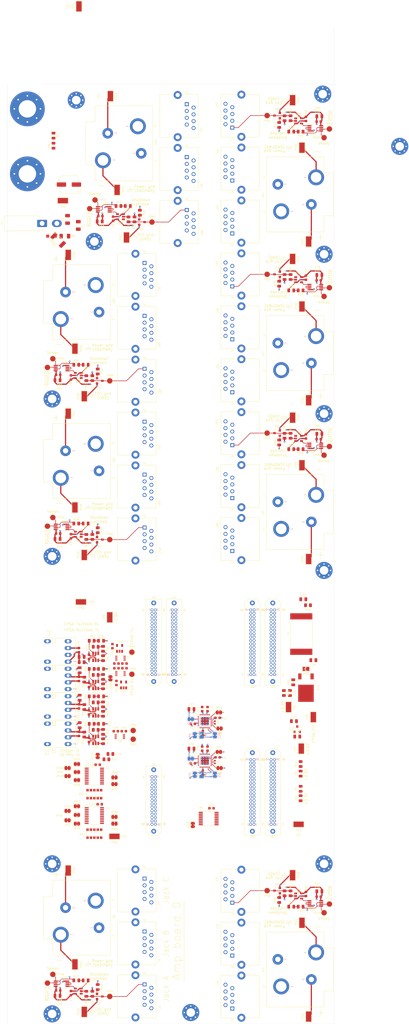
<source format=kicad_pcb>
(kicad_pcb (version 20171130) (host pcbnew "(5.1.9)-1")
  (title_block (title "64-channel Shim Amplifier: Backplane") (rev D1) (company "Martinos Center @ MGH") (comment 1 "Don Straney"))
  (layers (0 F.Cu mixed) (1 In1.Cu signal) (2 In2.Cu power) (3 In3.Cu signal) (4 In4.Cu power) (31 B.Cu signal) (34 B.Paste user) (35 F.Paste user) (36 B.SilkS user) (37 F.SilkS user) (38 B.Mask user) (39 F.Mask user) (44 Edge.Cuts user))
  (net 0 "")
  (net 1 GND)
  (net 2 "Net-(D1-Pad2)")
  (net 3 "Net-(D1-Pad1)")
  (net 4 "Net-(D2-Pad2)")
  (net 5 "Net-(D3-Pad2)")
  (net 6 "Net-(D4-Pad2)")
  (net 7 "Net-(D5-Pad2)")
  (net 8 "Net-(D6-Pad2)")
  (net 9 "Net-(D7-Pad2)")
  (net 10 "Net-(D8-Pad2)")
  (net 11 "Net-(D9-Pad2)")
  (net 12 "Net-(D10-Pad2)")
  (net 13 "Net-(D11-Pad2)")
  (net 14 "Net-(F1-Pad2)")
  (net 15 +VDC)
  (net 16 GNDPWR)
  (net 17 "Net-(J1-Pad2)")
  (net 18 "Net-(U16-Pad2)")
  (net 19 "Net-(Q1-Pad1)")
  (net 20 "Net-(Q2-Pad1)")
  (net 21 "Net-(Q3-Pad1)")
  (net 22 "Net-(Q4-Pad1)")
  (net 23 "Net-(Q5-Pad1)")
  (net 24 "Net-(Q6-Pad1)")
  (net 25 "Net-(Q7-Pad1)")
  (net 26 "Net-(Q8-Pad1)")
  (net 27 "Net-(R66-Pad1)")
  (net 28 +2.5V)
  (net 29 +3V3)
  (net 30 VD)
  (net 31 "Net-(J2-Pad1)")
  (net 32 "Net-(J2-Pad2)")
  (net 33 "Net-(J2-Pad3)")
  (net 34 "Net-(J2-Pad4)")
  (net 35 "Net-(J2-Pad7)")
  (net 36 "Net-(J2-Pad8)")
  (net 37 "Net-(J2-Pad11)")
  (net 38 "Net-(J2-Pad12)")
  (net 39 "Net-(J2-Pad13)")
  (net 40 "Net-(J2-Pad14)")
  (net 41 "Net-(J2-Pad15)")
  (net 42 "Net-(J2-Pad16)")
  (net 43 "Net-(J2-Pad17)")
  (net 44 "Net-(J2-Pad18)")
  (net 45 "Net-(J2-Pad21)")
  (net 46 "Net-(J2-Pad22)")
  (net 47 "Net-(J2-Pad23)")
  (net 48 "Net-(J2-Pad24)")
  (net 49 "Net-(J2-Pad25)")
  (net 50 "Net-(J3-Pad40)")
  (net 51 "Net-(J3-Pad39)")
  (net 52 "Net-(J3-Pad32)")
  (net 53 "Net-(J3-Pad31)")
  (net 54 "Net-(J3-Pad30)")
  (net 55 "Net-(J3-Pad29)")
  (net 56 "Net-(J3-Pad26)")
  (net 57 "Net-(J3-Pad25)")
  (net 58 "Net-(J3-Pad24)")
  (net 59 "Net-(J3-Pad23)")
  (net 60 "Net-(J3-Pad4)")
  (net 61 "Net-(J3-Pad2)")
  (net 62 "Net-(J3-Pad1)")
  (net 63 /SDA0)
  (net 64 /~ADC_CS-0)
  (net 65 "/Amp board 0 interface/~Shutdown")
  (net 66 /~ADC_CS+0)
  (net 67 /ADC_MOSI+0)
  (net 68 /ADC_MOSI-0)
  (net 69 /SCL0)
  (net 70 /ADC_MISO-0)
  (net 71 /ADC_MISO+0)
  (net 72 /SCKO+0)
  (net 73 /SCKO-0)
  (net 74 /DAC_MISO+0)
  (net 75 /DAC_MISO-0)
  (net 76 /DAC_MOSI-0)
  (net 77 /DAC_MOSI+0)
  (net 78 /SCKI-0)
  (net 79 /SCKI+0)
  (net 80 /~DAC_CS-0)
  (net 81 /~DAC_CS+0)
  (net 82 /~LDAC+0)
  (net 83 /~LDAC-0)
  (net 84 "Net-(J6-Pad6)")
  (net 85 "Net-(J6-Pad3)")
  (net 86 /SDA1)
  (net 87 /~ADC_CS-1)
  (net 88 "/Amp board 1 interface/~Shutdown")
  (net 89 /~ADC_CS+1)
  (net 90 /ADC_MOSI+1)
  (net 91 /ADC_MOSI-1)
  (net 92 /SCL1)
  (net 93 /ADC_MISO-1)
  (net 94 /ADC_MISO+1)
  (net 95 /SCKO+1)
  (net 96 /SCKO-1)
  (net 97 /DAC_MISO+1)
  (net 98 /DAC_MISO-1)
  (net 99 /DAC_MOSI-1)
  (net 100 /DAC_MOSI+1)
  (net 101 /SCKI-1)
  (net 102 /SCKI+1)
  (net 103 /~DAC_CS-1)
  (net 104 /~DAC_CS+1)
  (net 105 /~LDAC+1)
  (net 106 /~LDAC-1)
  (net 107 /SDA2)
  (net 108 /~ADC_CS-2)
  (net 109 "/Amp board 2 interface/~Shutdown")
  (net 110 /~ADC_CS+2)
  (net 111 /ADC_MOSI+2)
  (net 112 /ADC_MOSI-2)
  (net 113 /SCL2)
  (net 114 /ADC_MISO-2)
  (net 115 /ADC_MISO+2)
  (net 116 /SCKO+2)
  (net 117 /SCKO-2)
  (net 118 /DAC_MISO+2)
  (net 119 /DAC_MISO-2)
  (net 120 /DAC_MOSI-2)
  (net 121 /DAC_MOSI+2)
  (net 122 /SCKI-2)
  (net 123 /SCKI+2)
  (net 124 /~DAC_CS-2)
  (net 125 /~DAC_CS+2)
  (net 126 /~LDAC+2)
  (net 127 /~LDAC-2)
  (net 128 /SDA3)
  (net 129 /~ADC_CS-3)
  (net 130 "/Amp board 3 interface/~Shutdown")
  (net 131 /~ADC_CS+3)
  (net 132 /ADC_MOSI+3)
  (net 133 /ADC_MOSI-3)
  (net 134 /SCL3)
  (net 135 /ADC_MISO-3)
  (net 136 /ADC_MISO+3)
  (net 137 /SCKO+3)
  (net 138 /SCKO-3)
  (net 139 /DAC_MISO+3)
  (net 140 /DAC_MISO-3)
  (net 141 /DAC_MOSI-3)
  (net 142 /DAC_MOSI+3)
  (net 143 /SCKI-3)
  (net 144 /SCKI+3)
  (net 145 /~DAC_CS-3)
  (net 146 /~DAC_CS+3)
  (net 147 /~LDAC+3)
  (net 148 /~LDAC-3)
  (net 149 /SDA4)
  (net 150 /~ADC_CS-4)
  (net 151 "/Amp board 4 interface/~Shutdown")
  (net 152 /~ADC_CS+4)
  (net 153 /ADC_MOSI+4)
  (net 154 /ADC_MOSI-4)
  (net 155 /SCL4)
  (net 156 /ADC_MISO-4)
  (net 157 /ADC_MISO+4)
  (net 158 /SCKO+4)
  (net 159 /SCKO-4)
  (net 160 /DAC_MISO+4)
  (net 161 /DAC_MISO-4)
  (net 162 /DAC_MOSI-4)
  (net 163 /DAC_MOSI+4)
  (net 164 /SCKI-4)
  (net 165 /SCKI+4)
  (net 166 /~DAC_CS-4)
  (net 167 /~DAC_CS+4)
  (net 168 /~LDAC+4)
  (net 169 /~LDAC-4)
  (net 170 /SDA5)
  (net 171 /~ADC_CS-5)
  (net 172 "/Amp board 5 interface/~Shutdown")
  (net 173 /~ADC_CS+5)
  (net 174 /ADC_MOSI+5)
  (net 175 /ADC_MOSI-5)
  (net 176 /SCL5)
  (net 177 /ADC_MISO-5)
  (net 178 /ADC_MISO+5)
  (net 179 /SCKO+5)
  (net 180 /SCKO-5)
  (net 181 /DAC_MISO+5)
  (net 182 /DAC_MISO-5)
  (net 183 /DAC_MOSI-5)
  (net 184 /DAC_MOSI+5)
  (net 185 /SCKI-5)
  (net 186 /SCKI+5)
  (net 187 /~DAC_CS-5)
  (net 188 /~DAC_CS+5)
  (net 189 /~LDAC+5)
  (net 190 /~LDAC-5)
  (net 191 /SDA6)
  (net 192 /~ADC_CS-6)
  (net 193 "/Amp board 6 interface/~Shutdown")
  (net 194 /~ADC_CS+6)
  (net 195 /ADC_MOSI+6)
  (net 196 /ADC_MOSI-6)
  (net 197 /SCL6)
  (net 198 /ADC_MISO-6)
  (net 199 /ADC_MISO+6)
  (net 200 /SCKO+6)
  (net 201 /SCKO-6)
  (net 202 /DAC_MISO+6)
  (net 203 /DAC_MISO-6)
  (net 204 /DAC_MOSI-6)
  (net 205 /DAC_MOSI+6)
  (net 206 /SCKI-6)
  (net 207 /SCKI+6)
  (net 208 /~DAC_CS-6)
  (net 209 /~DAC_CS+6)
  (net 210 /~LDAC+6)
  (net 211 /~LDAC-6)
  (net 212 /SDA7)
  (net 213 /~ADC_CS-7)
  (net 214 "/Amp board 7 interface/~Shutdown")
  (net 215 /~ADC_CS+7)
  (net 216 /ADC_MOSI+7)
  (net 217 /ADC_MOSI-7)
  (net 218 /SCL7)
  (net 219 /ADC_MISO-7)
  (net 220 /ADC_MISO+7)
  (net 221 /SCKO+7)
  (net 222 /SCKO-7)
  (net 223 /DAC_MISO+7)
  (net 224 /DAC_MISO-7)
  (net 225 /DAC_MOSI-7)
  (net 226 /DAC_MOSI+7)
  (net 227 /SCKI-7)
  (net 228 /SCKI+7)
  (net 229 /~DAC_CS-7)
  (net 230 /~DAC_CS+7)
  (net 231 /~LDAC+7)
  (net 232 /~LDAC-7)
  (net 233 "Net-(JA1-Pad40)")
  (net 234 "Net-(JA1-Pad39)")
  (net 235 "Net-(JA1-Pad2)")
  (net 236 "Net-(JA1-Pad1)")
  (net 237 "Net-(JA2-Pad40)")
  (net 238 "Net-(JA2-Pad39)")
  (net 239 "Net-(JA2-Pad2)")
  (net 240 "Net-(JA2-Pad1)")
  (net 241 "Net-(JB1-Pad40)")
  (net 242 "Net-(JB1-Pad39)")
  (net 243 "Net-(JB1-Pad2)")
  (net 244 "Net-(JB1-Pad1)")
  (net 245 "Net-(JB2-Pad40)")
  (net 246 "Net-(JB2-Pad39)")
  (net 247 "Net-(JB2-Pad2)")
  (net 248 "Net-(JB2-Pad1)")
  (net 249 "Net-(JC1-Pad40)")
  (net 250 "Net-(JC1-Pad39)")
  (net 251 "Net-(JC1-Pad2)")
  (net 252 "Net-(JC1-Pad1)")
  (net 253 "Net-(JP1-Pad2)")
  (net 254 "Net-(JP3-Pad2)")
  (net 255 "Net-(JP4-Pad2)")
  (net 256 "Net-(JP5-Pad2)")
  (net 257 "Net-(JP6-Pad2)")
  (net 258 "Net-(JP7-Pad2)")
  (net 259 "Net-(JP9-Pad2)")
  (net 260 "Net-(JP10-Pad2)")
  (net 261 "Net-(JP11-Pad2)")
  (net 262 "Net-(JP12-Pad2)")
  (net 263 "/FPGA Board, Signal Distribution/SCKI+")
  (net 264 "/FPGA Board, Signal Distribution/SCKI-")
  (net 265 "/FPGA Board, Signal Distribution/~LDAC+")
  (net 266 "/FPGA Board, Signal Distribution/~LDAC-")
  (net 267 /Shutdown_Force)
  (net 268 /Shutdown_Sense1)
  (net 269 /Shutdown_Sense2)
  (net 270 /Shutdown_Sense0)
  (net 271 /Shutdown_Sense3)
  (net 272 /Shutdown_Sense4)
  (net 273 /Shutdown_Sense5)
  (net 274 /Shutdown_Sense6)
  (net 275 /Shutdown_Sense7)
  (net 276 "Net-(U1-Pad4)")
  (net 277 "Net-(U2-Pad1)")
  (net 278 "Net-(U2-Pad30)")
  (net 279 "Net-(U3-Pad1)")
  (net 280 "/FPGA Board, Signal Distribution/LDAC+0")
  (net 281 "/FPGA Board, Signal Distribution/LDAC-0")
  (net 282 "/FPGA Board, Signal Distribution/LDAC+1")
  (net 283 "/FPGA Board, Signal Distribution/LDAC-1")
  (net 284 "/FPGA Board, Signal Distribution/LDAC+2")
  (net 285 "/FPGA Board, Signal Distribution/LDAC-2")
  (net 286 "/FPGA Board, Signal Distribution/LDAC+3")
  (net 287 "/FPGA Board, Signal Distribution/LDAC-3")
  (net 288 "/FPGA Board, Signal Distribution/LDAC+4")
  (net 289 "/FPGA Board, Signal Distribution/LDAC-4")
  (net 290 "/FPGA Board, Signal Distribution/LDAC+5")
  (net 291 "/FPGA Board, Signal Distribution/LDAC-5")
  (net 292 "/FPGA Board, Signal Distribution/LDAC+6")
  (net 293 "/FPGA Board, Signal Distribution/LDAC-6")
  (net 294 "/FPGA Board, Signal Distribution/LDAC+7")
  (net 295 "/FPGA Board, Signal Distribution/LDAC-7")
  (net 296 "Net-(U3-Pad30)")
  (net 297 "Net-(U12-Pad4)")
  (net 298 "Net-(U13-Pad2)")
  (net 299 "Net-(U14-Pad4)")
  (net 300 "Net-(U15-Pad2)")
  (net 301 "Net-(U17-Pad4)")
  (net 302 "Net-(U18-Pad2)")
  (net 303 "Net-(C16-Pad2)")
  (net 304 "Net-(C17-Pad2)")
  (net 305 "Net-(C10-Pad1)")
  (net 306 "Net-(C19-Pad2)")
  (net 307 "Net-(C22-Pad1)")
  (net 308 +1.8V)
  (net 309 "Net-(C34-Pad2)")
  (net 310 "/FPGA Board, Signal Distribution/FPGA_Vin")
  (net 311 "Net-(D12-Pad2)")
  (net 312 "Net-(D13-Pad2)")
  (net 313 "/FPGA Board, Signal Distribution/~FPGA_Rst_1.8")
  (net 314 "/FPGA Board, Signal Distribution/SCL")
  (net 315 "/FPGA Board, Signal Distribution/UART_Rx_FPGA_1.8")
  (net 316 "/FPGA Board, Signal Distribution/SDA")
  (net 317 "/FPGA Board, Signal Distribution/UART_Tx_FPGA_1.8")
  (net 318 "/FPGA Board, Signal Distribution/UART_Rx_FPGA")
  (net 319 "Net-(J9-Pad4)")
  (net 320 "Net-(J10-Pad4)")
  (net 321 "/FPGA Board, Signal Distribution/10Mhz")
  (net 322 "Net-(J11-Pad4)")
  (net 323 "Net-(J12-Pad2)")
  (net 324 "/FPGA Board, Signal Distribution/UART_Tx_FPGA")
  (net 325 "Net-(J15-Pad6)")
  (net 326 "Net-(J15-Pad3)")
  (net 327 "Net-(J20-Pad6)")
  (net 328 "Net-(J20-Pad3)")
  (net 329 "Net-(J25-Pad6)")
  (net 330 "Net-(J25-Pad3)")
  (net 331 "Net-(J30-Pad6)")
  (net 332 "Net-(J30-Pad3)")
  (net 333 "Net-(J35-Pad6)")
  (net 334 "Net-(J35-Pad3)")
  (net 335 "Net-(J40-Pad6)")
  (net 336 "Net-(J40-Pad3)")
  (net 337 "Net-(J45-Pad6)")
  (net 338 "Net-(J45-Pad3)")
  (net 339 "/FPGA Board, Signal Distribution/~DAC_CS-7")
  (net 340 "/FPGA Board, Signal Distribution/~DAC_CS+7")
  (net 341 "/FPGA Board, Signal Distribution/~DAC_CS+5")
  (net 342 "/FPGA Board, Signal Distribution/~DAC_CS-5")
  (net 343 /~Shutdown_Reset)
  (net 344 "/FPGA Board, Signal Distribution/~DAC_CS-6")
  (net 345 "/FPGA Board, Signal Distribution/~DAC_CS+6")
  (net 346 "/FPGA Board, Signal Distribution/~DAC_CS-4")
  (net 347 "/FPGA Board, Signal Distribution/~DAC_CS+4")
  (net 348 "/FPGA Board, Signal Distribution/Shutdown_Sense")
  (net 349 "/FPGA Board, Signal Distribution/~DAC_CS+3")
  (net 350 "/FPGA Board, Signal Distribution/~DAC_CS-3")
  (net 351 "/FPGA Board, Signal Distribution/~DAC_CS+1")
  (net 352 "/FPGA Board, Signal Distribution/~DAC_CS-1")
  (net 353 "/FPGA Board, Signal Distribution/Shutdown_Sense_Sel1")
  (net 354 "/FPGA Board, Signal Distribution/10Mhz_2.5")
  (net 355 "/FPGA Board, Signal Distribution/Trigger_2.5")
  (net 356 "/FPGA Board, Signal Distribution/~DAC_CS-0")
  (net 357 "/FPGA Board, Signal Distribution/~DAC_CS+0")
  (net 358 "/FPGA Board, Signal Distribution/Shutdown_Sense_Sel0")
  (net 359 "/FPGA Board, Signal Distribution/~DAC_CS+2")
  (net 360 "/FPGA Board, Signal Distribution/~DAC_CS-2")
  (net 361 "/FPGA Board, Signal Distribution/Shutdown_Sense_Sel2")
  (net 362 "Net-(JP13-Pad2)")
  (net 363 "Net-(JP14-Pad2)")
  (net 364 "Net-(JP15-Pad2)")
  (net 365 "Net-(JP17-Pad1)")
  (net 366 "Net-(JP18-Pad1)")
  (net 367 "Net-(JP19-Pad1)")
  (net 368 "Net-(JP20-Pad1)")
  (net 369 "Net-(JP21-Pad2)")
  (net 370 "Net-(JP22-Pad2)")
  (net 371 "Net-(JP23-Pad2)")
  (net 372 "Net-(JP25-Pad1)")
  (net 373 "Net-(JP26-Pad1)")
  (net 374 "Net-(JP27-Pad1)")
  (net 375 "Net-(JP28-Pad1)")
  (net 376 "Net-(JP29-Pad2)")
  (net 377 "Net-(JP30-Pad2)")
  (net 378 "Net-(L1-Pad1)")
  (net 379 "Net-(R21-Pad1)")
  (net 380 "Net-(R25-Pad1)")
  (net 381 "Net-(R29-Pad1)")
  (net 382 "Net-(R33-Pad1)")
  (net 383 "Net-(R37-Pad1)")
  (net 384 "Net-(R41-Pad1)")
  (net 385 "Net-(R45-Pad1)")
  (net 386 "Net-(R51-Pad2)")
  (net 387 "Net-(U4-Pad17)")
  (net 388 "Net-(U5-Pad17)")
  (net 389 "Net-(U6-Pad6)")
  (net 390 "Net-(U10-Pad6)")
  (net 391 "Net-(U19-Pad4)")
  (net 392 "Net-(U20-Pad2)")
  (net 393 "Net-(U21-Pad4)")
  (net 394 "Net-(U22-Pad2)")
  (net 395 "Net-(U23-Pad4)")
  (net 396 "Net-(U24-Pad2)")
  (net 397 "Net-(U25-Pad4)")
  (net 398 "Net-(U26-Pad2)")
  (net 399 "/FPGA Board, Signal Distribution/RGMII_TX_CLK")
  (net 400 "/FPGA Board, Signal Distribution/RGMII_TXD2")
  (net 401 "/FPGA Board, Signal Distribution/RGMII_TXD0")
  (net 402 "/FPGA Board, Signal Distribution/RGMII_TXD1")
  (net 403 "/FPGA Board, Signal Distribution/RGMII_TXD3")
  (net 404 "/FPGA Board, Signal Distribution/RGMII_RXD0")
  (net 405 "/FPGA Board, Signal Distribution/RGMII_TX_CTL")
  (net 406 "/FPGA Board, Signal Distribution/RGMII_RX_CLK")
  (net 407 "/FPGA Board, Signal Distribution/RGMII_RXD1")
  (net 408 "/FPGA Board, Signal Distribution/RGMII_RX_CTL")
  (net 409 "/FPGA Board, Signal Distribution/RGMII_RXD2")
  (net 410 "/FPGA Board, Signal Distribution/RGMII_RXD3")
  (net 411 "/FPGA Board, Signal Distribution/Eth_Clk")
  (net 412 "/FPGA Board, Signal Distribution/~FPGA_Rst")
  (net 413 "Net-(D14-Pad2)")
  (net 414 "Net-(D15-Pad2)")
  (net 415 "Net-(D16-Pad2)")
  (net 416 "/Activitiy Indicator (Rx)/In")
  (net 417 "/Activity Indicator (Trigger)/In")
  (net 418 "/Activity Indicator (Tx)/In")
  (net 419 "Net-(R47-Pad2)")
  (net 420 "Net-(R49-Pad1)")
  (net 421 "Net-(R50-Pad1)")
  (net 422 "Net-(R53-Pad1)")
  (net 423 "Net-(R54-Pad1)")
  (net 424 "Net-(R55-Pad2)")
  (net 425 "Net-(R57-Pad1)")
  (net 426 "Net-(R58-Pad1)")
  (net 427 "Net-(R59-Pad2)")
  (net 428 "Net-(R61-Pad1)")
  (net 429 "Net-(R62-Pad1)")
  (module TestPoint:TestPoint_Pad_D2.0mm (layer F.Cu) (at 64.5 284)
    (fp_text reference TP63 (at 0.25 -1.998) (layer F.SilkS) (effects (font (size 0.7 0.7) (thickness 0.12))))
    (fp_text value TestPoint)
    (pad 1 smd circle (at 0 0) (size 2 2) (layers F.Cu F.Mask) (net 315 "/FPGA Board, Signal Distribution/UART_Rx_FPGA_1.8"))
  )
  (module TestPoint:TestPoint_Pad_D2.0mm (layer F.Cu) (at 65 308.25)
    (fp_text reference TP62 (at 0 2) (layer F.SilkS) (effects (font (size 0.7 0.7) (thickness 0.12))))
    (fp_text value TestPoint)
    (pad 1 smd circle (at 0 0) (size 2 2) (layers F.Cu F.Mask) (net 354 "/FPGA Board, Signal Distribution/10Mhz_2.5"))
  )
  (module TestPoint:TestPoint_Pad_D2.0mm (layer F.Cu) (at 65 305)
    (fp_text reference TP53 (at 0 -1.998) (layer F.SilkS) (effects (font (size 0.7 0.7) (thickness 0.12))))
    (fp_text value TestPoint)
    (pad 1 smd circle (at 0 0) (size 2 2) (layers F.Cu F.Mask) (net 355 "/FPGA Board, Signal Distribution/Trigger_2.5"))
  )
  (module TestPoint:TestPoint_Pad_D2.0mm (layer F.Cu) (at 64.5 275.75)
    (fp_text reference TP52 (at 0 -1.998) (layer F.SilkS) (effects (font (size 0.7 0.7) (thickness 0.12))))
    (fp_text value TestPoint)
    (pad 1 smd circle (at 0 0) (size 2 2) (layers F.Cu F.Mask) (net 317 "/FPGA Board, Signal Distribution/UART_Tx_FPGA_1.8"))
  )
  (module TestPoint:TestPoint_Keystone_5019_Minature (layer F.Cu) (at 45.5 257 180)
    (fp_text reference TP51 (at 0 -2.25) (layer F.SilkS) (effects (font (size 0.7 0.7) (thickness 0.12))))
    (fp_text value TestPoint_Flag)
    (pad 1 smd rect (at 0 0 180) (size 3.8 2) (layers F.Cu F.Paste F.Mask) (net 1 GND))
  )
  (module TestPoint:TestPoint_Keystone_5019_Minature (layer F.Cu) (at 58 344.5 180)
    (fp_text reference TP50 (at 0 -2.25) (layer F.SilkS) (effects (font (size 0.7 0.7) (thickness 0.12))))
    (fp_text value TestPoint_Flag)
    (pad 1 smd rect (at 0 0 180) (size 3.8 2) (layers F.Cu F.Paste F.Mask) (net 1 GND))
  )
  (module Martinos_std:TSOT-23-6 (layer F.Cu) (at 51 277.5 90)
    (fp_text reference U33 (at 3.25 -3.25 270) (layer F.SilkS) (effects (font (size 0.7 0.7) (thickness 0.12))))
    (fp_text value LTC6993xS6-2)
    (pad 1 smd rect (at -1.31 -0.95 90) (size 1.22 0.65) (layers F.Cu F.Paste F.Mask) (net 418 "/Activity Indicator (Tx)/In"))
    (pad 2 smd rect (at -1.31 0 90) (size 1.22 0.65) (layers F.Cu F.Paste F.Mask) (net 1 GND))
    (pad 3 smd rect (at -1.31 0.95 90) (size 1.22 0.65) (layers F.Cu F.Paste F.Mask) (net 428 "Net-(R61-Pad1)"))
    (pad 4 smd rect (at 1.31 0.95 90) (size 1.22 0.65) (layers F.Cu F.Paste F.Mask) (net 427 "Net-(R59-Pad2)"))
    (pad 5 smd rect (at 1.31 0 90) (size 1.22 0.65) (layers F.Cu F.Paste F.Mask) (net 29 +3V3))
    (pad 6 smd rect (at 1.31 -0.95 90) (size 1.22 0.65) (layers F.Cu F.Paste F.Mask) (net 429 "Net-(R62-Pad1)"))
  )
  (module Martinos_std:TSOT-23-6 (layer F.Cu) (at 51 288 90)
    (fp_text reference U32 (at -2.75 -0.25 180) (layer F.SilkS) (effects (font (size 0.7 0.7) (thickness 0.12))))
    (fp_text value LTC6993xS6-2)
    (pad 1 smd rect (at -1.31 -0.95 90) (size 1.22 0.65) (layers F.Cu F.Paste F.Mask) (net 416 "/Activitiy Indicator (Rx)/In"))
    (pad 2 smd rect (at -1.31 0 90) (size 1.22 0.65) (layers F.Cu F.Paste F.Mask) (net 1 GND))
    (pad 3 smd rect (at -1.31 0.95 90) (size 1.22 0.65) (layers F.Cu F.Paste F.Mask) (net 425 "Net-(R57-Pad1)"))
    (pad 4 smd rect (at 1.31 0.95 90) (size 1.22 0.65) (layers F.Cu F.Paste F.Mask) (net 424 "Net-(R55-Pad2)"))
    (pad 5 smd rect (at 1.31 0 90) (size 1.22 0.65) (layers F.Cu F.Paste F.Mask) (net 29 +3V3))
    (pad 6 smd rect (at 1.31 -0.95 90) (size 1.22 0.65) (layers F.Cu F.Paste F.Mask) (net 426 "Net-(R58-Pad1)"))
  )
  (module Martinos_std:TSOT-23-6 (layer F.Cu) (at 51 298.25 90)
    (fp_text reference U31 (at -2.75 -0.25) (layer F.SilkS) (effects (font (size 0.7 0.7) (thickness 0.12))))
    (fp_text value LTC6993xS6-2)
    (pad 1 smd rect (at -1.31 -0.95 90) (size 1.22 0.65) (layers F.Cu F.Paste F.Mask) (net 417 "/Activity Indicator (Trigger)/In"))
    (pad 2 smd rect (at -1.31 0 90) (size 1.22 0.65) (layers F.Cu F.Paste F.Mask) (net 1 GND))
    (pad 3 smd rect (at -1.31 0.95 90) (size 1.22 0.65) (layers F.Cu F.Paste F.Mask) (net 422 "Net-(R53-Pad1)"))
    (pad 4 smd rect (at 1.31 0.95 90) (size 1.22 0.65) (layers F.Cu F.Paste F.Mask) (net 386 "Net-(R51-Pad2)"))
    (pad 5 smd rect (at 1.31 0 90) (size 1.22 0.65) (layers F.Cu F.Paste F.Mask) (net 29 +3V3))
    (pad 6 smd rect (at 1.31 -0.95 90) (size 1.22 0.65) (layers F.Cu F.Paste F.Mask) (net 423 "Net-(R54-Pad1)"))
  )
  (module Martinos_std:TSOT-23-6 (layer F.Cu) (at 51 308.5 90)
    (fp_text reference U30 (at -2.75 0 180) (layer F.SilkS) (effects (font (size 0.7 0.7) (thickness 0.12))))
    (fp_text value LTC6993xS6-2)
    (pad 1 smd rect (at -1.31 -0.95 90) (size 1.22 0.65) (layers F.Cu F.Paste F.Mask) (net 321 "/FPGA Board, Signal Distribution/10Mhz"))
    (pad 2 smd rect (at -1.31 0 90) (size 1.22 0.65) (layers F.Cu F.Paste F.Mask) (net 1 GND))
    (pad 3 smd rect (at -1.31 0.95 90) (size 1.22 0.65) (layers F.Cu F.Paste F.Mask) (net 420 "Net-(R49-Pad1)"))
    (pad 4 smd rect (at 1.31 0.95 90) (size 1.22 0.65) (layers F.Cu F.Paste F.Mask) (net 419 "Net-(R47-Pad2)"))
    (pad 5 smd rect (at 1.31 0 90) (size 1.22 0.65) (layers F.Cu F.Paste F.Mask) (net 29 +3V3))
    (pad 6 smd rect (at 1.31 -0.95 90) (size 1.22 0.65) (layers F.Cu F.Paste F.Mask) (net 421 "Net-(R50-Pad1)"))
  )
  (module Martinos_std:SOT-23-5 (layer F.Cu) (at 59.92 274.34 90)
    (fp_text reference U29 (at 2.59 0.58 180) (layer F.SilkS) (effects (font (size 0.7 0.7) (thickness 0.12))))
    (fp_text value 74LVC1G14)
    (pad 5 smd rect (at 1.1 -0.95 90) (size 1.06 0.65) (layers F.Cu F.Paste F.Mask) (net 29 +3V3))
    (pad 4 smd rect (at 1.1 0.95 90) (size 1.06 0.65) (layers F.Cu F.Paste F.Mask) (net 418 "/Activity Indicator (Tx)/In"))
    (pad 3 smd rect (at -1.1 0.95 90) (size 1.06 0.65) (layers F.Cu F.Paste F.Mask) (net 1 GND))
    (pad 2 smd rect (at -1.1 0 90) (size 1.06 0.65) (layers F.Cu F.Paste F.Mask) (net 324 "/FPGA Board, Signal Distribution/UART_Tx_FPGA"))
    (pad 1 smd rect (at -1.1 -0.95 90) (size 1.06 0.65) (layers F.Cu F.Paste F.Mask))
  )
  (module Martinos_std:SOT-23-5 (layer F.Cu) (at 61.42 287.99 90)
    (fp_text reference U27 (at -2.51 0.08 180) (layer F.SilkS) (effects (font (size 0.7 0.7) (thickness 0.12))))
    (fp_text value 74LVC1G14)
    (pad 5 smd rect (at 1.1 -0.95 90) (size 1.06 0.65) (layers F.Cu F.Paste F.Mask) (net 29 +3V3))
    (pad 4 smd rect (at 1.1 0.95 90) (size 1.06 0.65) (layers F.Cu F.Paste F.Mask) (net 318 "/FPGA Board, Signal Distribution/UART_Rx_FPGA"))
    (pad 3 smd rect (at -1.1 0.95 90) (size 1.06 0.65) (layers F.Cu F.Paste F.Mask) (net 1 GND))
    (pad 2 smd rect (at -1.1 0 90) (size 1.06 0.65) (layers F.Cu F.Paste F.Mask) (net 416 "/Activitiy Indicator (Rx)/In"))
    (pad 1 smd rect (at -1.1 -0.95 90) (size 1.06 0.65) (layers F.Cu F.Paste F.Mask))
  )
  (module Resistor_SMD:R_0805_2012Metric (layer F.Cu) (at 49.5 271.5)
    (fp_text reference R62 (at 0.25 -1.65) (layer F.SilkS) (effects (font (size 0.7 0.7) (thickness 0.12))))
    (fp_text value 1K)
    (pad 2 smd roundrect (at 0.9125 0) (size 1.025 1.4) (layers F.Cu F.Paste F.Mask) (roundrect_rratio 0.243902) (net 415 "Net-(D16-Pad2)"))
    (pad 1 smd roundrect (at -0.9125 0) (size 1.025 1.4) (layers F.Cu F.Paste F.Mask) (roundrect_rratio 0.243902) (net 429 "Net-(R62-Pad1)"))
  )
  (module Resistor_SMD:R_0805_2012Metric (layer F.Cu) (at 53.75 278 90)
    (fp_text reference R61 (at 0 1.75 90) (layer F.SilkS) (effects (font (size 0.7 0.7) (thickness 0.12))))
    (fp_text value 180K)
    (pad 2 smd roundrect (at 0.9125 0 90) (size 1.025 1.4) (layers F.Cu F.Paste F.Mask) (roundrect_rratio 0.243902) (net 1 GND))
    (pad 1 smd roundrect (at -0.9125 0 90) (size 1.025 1.4) (layers F.Cu F.Paste F.Mask) (roundrect_rratio 0.243902) (net 428 "Net-(R61-Pad1)"))
  )
  (module Resistor_SMD:R_0805_2012Metric (layer F.Cu) (at 53.75 274.5 270)
    (fp_text reference R60 (at 0 -1.65 90) (layer F.SilkS) (effects (font (size 0.7 0.7) (thickness 0.12))))
    (fp_text value 6.81K)
    (pad 2 smd roundrect (at 0.9125 0 270) (size 1.025 1.4) (layers F.Cu F.Paste F.Mask) (roundrect_rratio 0.243902) (net 1 GND))
    (pad 1 smd roundrect (at -0.9125 0 270) (size 1.025 1.4) (layers F.Cu F.Paste F.Mask) (roundrect_rratio 0.243902) (net 427 "Net-(R59-Pad2)"))
  )
  (module Resistor_SMD:R_0805_2012Metric (layer F.Cu) (at 51 273.75)
    (fp_text reference R59 (at -2.25 0.25 90) (layer F.SilkS) (effects (font (size 0.7 0.7) (thickness 0.12))))
    (fp_text value 10K)
    (pad 2 smd roundrect (at 0.9125 0) (size 1.025 1.4) (layers F.Cu F.Paste F.Mask) (roundrect_rratio 0.243902) (net 427 "Net-(R59-Pad2)"))
    (pad 1 smd roundrect (at -0.9125 0) (size 1.025 1.4) (layers F.Cu F.Paste F.Mask) (roundrect_rratio 0.243902) (net 29 +3V3))
  )
  (module Resistor_SMD:R_0805_2012Metric (layer F.Cu) (at 49.5 282)
    (fp_text reference R58 (at -2.25 0 90) (layer F.SilkS) (effects (font (size 0.7 0.7) (thickness 0.12))))
    (fp_text value 1K)
    (pad 2 smd roundrect (at 0.9125 0) (size 1.025 1.4) (layers F.Cu F.Paste F.Mask) (roundrect_rratio 0.243902) (net 414 "Net-(D15-Pad2)"))
    (pad 1 smd roundrect (at -0.9125 0) (size 1.025 1.4) (layers F.Cu F.Paste F.Mask) (roundrect_rratio 0.243902) (net 426 "Net-(R58-Pad1)"))
  )
  (module Resistor_SMD:R_0805_2012Metric (layer F.Cu) (at 53.75 288.5 90)
    (fp_text reference R57 (at 0 1.5 90) (layer F.SilkS) (effects (font (size 0.7 0.7) (thickness 0.12))))
    (fp_text value 180K)
    (pad 2 smd roundrect (at 0.9125 0 90) (size 1.025 1.4) (layers F.Cu F.Paste F.Mask) (roundrect_rratio 0.243902) (net 1 GND))
    (pad 1 smd roundrect (at -0.9125 0 90) (size 1.025 1.4) (layers F.Cu F.Paste F.Mask) (roundrect_rratio 0.243902) (net 425 "Net-(R57-Pad1)"))
  )
  (module Resistor_SMD:R_0805_2012Metric (layer F.Cu) (at 53.75 285 270)
    (fp_text reference R56 hide)
    (fp_text value 6.81K)
    (pad 2 smd roundrect (at 0.9125 0 270) (size 1.025 1.4) (layers F.Cu F.Paste F.Mask) (roundrect_rratio 0.243902) (net 1 GND))
    (pad 1 smd roundrect (at -0.9125 0 270) (size 1.025 1.4) (layers F.Cu F.Paste F.Mask) (roundrect_rratio 0.243902) (net 424 "Net-(R55-Pad2)"))
  )
  (module Resistor_SMD:R_0805_2012Metric (layer F.Cu) (at 51 284.25)
    (fp_text reference R55 (at -2.25 0.25 90) (layer F.SilkS) (effects (font (size 0.7 0.7) (thickness 0.12))))
    (fp_text value 10K)
    (pad 2 smd roundrect (at 0.9125 0) (size 1.025 1.4) (layers F.Cu F.Paste F.Mask) (roundrect_rratio 0.243902) (net 424 "Net-(R55-Pad2)"))
    (pad 1 smd roundrect (at -0.9125 0) (size 1.025 1.4) (layers F.Cu F.Paste F.Mask) (roundrect_rratio 0.243902) (net 29 +3V3))
  )
  (module Resistor_SMD:R_0805_2012Metric (layer F.Cu) (at 49.5 292.25)
    (fp_text reference R54 (at -2.25 0 90) (layer F.SilkS) (effects (font (size 0.7 0.7) (thickness 0.12))))
    (fp_text value 1K)
    (pad 2 smd roundrect (at 0.9125 0) (size 1.025 1.4) (layers F.Cu F.Paste F.Mask) (roundrect_rratio 0.243902) (net 413 "Net-(D14-Pad2)"))
    (pad 1 smd roundrect (at -0.9125 0) (size 1.025 1.4) (layers F.Cu F.Paste F.Mask) (roundrect_rratio 0.243902) (net 423 "Net-(R54-Pad1)"))
  )
  (module Resistor_SMD:R_0805_2012Metric (layer F.Cu) (at 53.75 298.75 90)
    (fp_text reference R53 (at 0 1.75 90) (layer F.SilkS) (effects (font (size 0.7 0.7) (thickness 0.12))))
    (fp_text value 180K)
    (pad 2 smd roundrect (at 0.9125 0 90) (size 1.025 1.4) (layers F.Cu F.Paste F.Mask) (roundrect_rratio 0.243902) (net 1 GND))
    (pad 1 smd roundrect (at -0.9125 0 90) (size 1.025 1.4) (layers F.Cu F.Paste F.Mask) (roundrect_rratio 0.243902) (net 422 "Net-(R53-Pad1)"))
  )
  (module Resistor_SMD:R_0805_2012Metric (layer F.Cu) (at 53.75 295.25 270)
    (fp_text reference R52 (at 0 -1.65 90) (layer F.SilkS) (effects (font (size 0.7 0.7) (thickness 0.12))))
    (fp_text value 6.81K)
    (pad 2 smd roundrect (at 0.9125 0 270) (size 1.025 1.4) (layers F.Cu F.Paste F.Mask) (roundrect_rratio 0.243902) (net 1 GND))
    (pad 1 smd roundrect (at -0.9125 0 270) (size 1.025 1.4) (layers F.Cu F.Paste F.Mask) (roundrect_rratio 0.243902) (net 386 "Net-(R51-Pad2)"))
  )
  (module Resistor_SMD:R_0805_2012Metric (layer F.Cu) (at 51 294.5)
    (fp_text reference R51 (at -2.25 0.25 90) (layer F.SilkS) (effects (font (size 0.7 0.7) (thickness 0.12))))
    (fp_text value 10K)
    (pad 2 smd roundrect (at 0.9125 0) (size 1.025 1.4) (layers F.Cu F.Paste F.Mask) (roundrect_rratio 0.243902) (net 386 "Net-(R51-Pad2)"))
    (pad 1 smd roundrect (at -0.9125 0) (size 1.025 1.4) (layers F.Cu F.Paste F.Mask) (roundrect_rratio 0.243902) (net 29 +3V3))
  )
  (module Resistor_SMD:R_0805_2012Metric (layer F.Cu) (at 49.5 302.5)
    (fp_text reference R50 (at -2.25 0 90) (layer F.SilkS) (effects (font (size 0.7 0.7) (thickness 0.12))))
    (fp_text value 1K)
    (pad 2 smd roundrect (at 0.9125 0) (size 1.025 1.4) (layers F.Cu F.Paste F.Mask) (roundrect_rratio 0.243902) (net 312 "Net-(D13-Pad2)"))
    (pad 1 smd roundrect (at -0.9125 0) (size 1.025 1.4) (layers F.Cu F.Paste F.Mask) (roundrect_rratio 0.243902) (net 421 "Net-(R50-Pad1)"))
  )
  (module Resistor_SMD:R_0805_2012Metric (layer F.Cu) (at 53.75 309 90)
    (fp_text reference R49 (at 0 1.75 90) (layer F.SilkS) (effects (font (size 0.7 0.7) (thickness 0.12))))
    (fp_text value 180K)
    (pad 2 smd roundrect (at 0.9125 0 90) (size 1.025 1.4) (layers F.Cu F.Paste F.Mask) (roundrect_rratio 0.243902) (net 1 GND))
    (pad 1 smd roundrect (at -0.9125 0 90) (size 1.025 1.4) (layers F.Cu F.Paste F.Mask) (roundrect_rratio 0.243902) (net 420 "Net-(R49-Pad1)"))
  )
  (module Resistor_SMD:R_0805_2012Metric (layer F.Cu) (at 53.75 305.5 270)
    (fp_text reference R48 (at 0 -1.65 90) (layer F.SilkS) (effects (font (size 0.7 0.7) (thickness 0.12))))
    (fp_text value 6.81K)
    (pad 2 smd roundrect (at 0.9125 0 270) (size 1.025 1.4) (layers F.Cu F.Paste F.Mask) (roundrect_rratio 0.243902) (net 1 GND))
    (pad 1 smd roundrect (at -0.9125 0 270) (size 1.025 1.4) (layers F.Cu F.Paste F.Mask) (roundrect_rratio 0.243902) (net 419 "Net-(R47-Pad2)"))
  )
  (module Resistor_SMD:R_0805_2012Metric (layer F.Cu) (at 51 304.75)
    (fp_text reference R47 (at -2.25 0.25 90) (layer F.SilkS) (effects (font (size 0.7 0.7) (thickness 0.12))))
    (fp_text value 10K)
    (pad 2 smd roundrect (at 0.9125 0) (size 1.025 1.4) (layers F.Cu F.Paste F.Mask) (roundrect_rratio 0.243902) (net 419 "Net-(R47-Pad2)"))
    (pad 1 smd roundrect (at -0.9125 0) (size 1.025 1.4) (layers F.Cu F.Paste F.Mask) (roundrect_rratio 0.243902) (net 29 +3V3))
  )
  (module LED_SMD:LED_0805_2012Metric (layer F.Cu) (at 53 271.5 180)
    (fp_text reference D16 (at 0 1.75) (layer F.SilkS) (effects (font (size 0.7 0.7) (thickness 0.12))))
    (fp_text value Yellow)
    (pad 2 smd roundrect (at 0.9375 0 180) (size 0.975 1.4) (layers F.Cu F.Paste F.Mask) (net 415 "Net-(D16-Pad2)"))
    (pad 1 smd roundrect (at -0.9375 0 180) (size 0.975 1.4) (layers F.Cu F.Paste F.Mask) (net 1 GND))
  )
  (module LED_SMD:LED_0805_2012Metric (layer F.Cu) (at 53 282 180)
    (fp_text reference D15 (at -3 0 90) (layer F.SilkS) (effects (font (size 0.7 0.7) (thickness 0.12))))
    (fp_text value Yellow)
    (pad 2 smd roundrect (at 0.9375 0 180) (size 0.975 1.4) (layers F.Cu F.Paste F.Mask) (net 414 "Net-(D15-Pad2)"))
    (pad 1 smd roundrect (at -0.9375 0 180) (size 0.975 1.4) (layers F.Cu F.Paste F.Mask) (net 1 GND))
  )
  (module LED_SMD:LED_0805_2012Metric (layer F.Cu) (at 53 292.25 180)
    (fp_text reference D14 (at -3 0 90) (layer F.SilkS) (effects (font (size 0.7 0.7) (thickness 0.12))))
    (fp_text value Yellow)
    (pad 2 smd roundrect (at 0.9375 0 180) (size 0.975 1.4) (layers F.Cu F.Paste F.Mask) (net 413 "Net-(D14-Pad2)"))
    (pad 1 smd roundrect (at -0.9375 0 180) (size 0.975 1.4) (layers F.Cu F.Paste F.Mask) (net 1 GND))
  )
  (module LED_SMD:LED_0805_2012Metric (layer F.Cu) (at 53 302.5 180)
    (fp_text reference D13 (at -3.25 0 90) (layer F.SilkS) (effects (font (size 0.7 0.7) (thickness 0.12))))
    (fp_text value Yellow)
    (pad 2 smd roundrect (at 0.9375 0 180) (size 0.975 1.4) (layers F.Cu F.Paste F.Mask) (net 312 "Net-(D13-Pad2)"))
    (pad 1 smd roundrect (at -0.9375 0 180) (size 0.975 1.4) (layers F.Cu F.Paste F.Mask) (net 1 GND))
  )
  (module Capacitor_SMD:C_0603_1608Metric (layer F.Cu) (at 48.5 277.5 90)
    (fp_text reference C66 hide)
    (fp_text value "100nF 50V X7R")
    (pad 2 smd roundrect (at 0.775 0 90) (size 0.9 0.95) (layers F.Cu F.Paste F.Mask) (net 29 +3V3))
    (pad 1 smd roundrect (at -0.775 0 90) (size 0.9 0.95) (layers F.Cu F.Paste F.Mask) (net 1 GND))
  )
  (module Capacitor_SMD:C_0603_1608Metric (layer F.Cu) (at 48.5 288 90)
    (fp_text reference C65 hide)
    (fp_text value "100nF 50V X7R")
    (pad 2 smd roundrect (at 0.775 0 90) (size 0.9 0.95) (layers F.Cu F.Paste F.Mask) (net 29 +3V3))
    (pad 1 smd roundrect (at -0.775 0 90) (size 0.9 0.95) (layers F.Cu F.Paste F.Mask) (net 1 GND))
  )
  (module Capacitor_SMD:C_0603_1608Metric (layer F.Cu) (at 48.5 298.25 90)
    (fp_text reference C64 hide)
    (fp_text value "100nF 50V X7R")
    (pad 2 smd roundrect (at 0.775 0 90) (size 0.9 0.95) (layers F.Cu F.Paste F.Mask) (net 29 +3V3))
    (pad 1 smd roundrect (at -0.775 0 90) (size 0.9 0.95) (layers F.Cu F.Paste F.Mask) (net 1 GND))
  )
  (module Capacitor_SMD:C_0603_1608Metric (layer F.Cu) (at 48.5 308.5 90)
    (fp_text reference C63 hide)
    (fp_text value "100nF 50V X7R")
    (pad 2 smd roundrect (at 0.775 0 90) (size 0.9 0.95) (layers F.Cu F.Paste F.Mask) (net 29 +3V3))
    (pad 1 smd roundrect (at -0.775 0 90) (size 0.9 0.95) (layers F.Cu F.Paste F.Mask) (net 1 GND))
  )
  (module Capacitor_SMD:C_0603_1608Metric (layer F.Cu) (at 57.25 273.5 90)
    (fp_text reference C62 (at -2.5 0 90) (layer F.SilkS) (effects (font (size 0.7 0.7) (thickness 0.12))))
    (fp_text value "100nF 50V X7R")
    (pad 2 smd roundrect (at 0.775 0 90) (size 0.9 0.95) (layers F.Cu F.Paste F.Mask) (net 29 +3V3))
    (pad 1 smd roundrect (at -0.775 0 90) (size 0.9 0.95) (layers F.Cu F.Paste F.Mask) (net 1 GND))
  )
  (module Capacitor_SMD:C_0603_1608Metric (layer F.Cu) (at 58.75 287.25 90)
    (fp_text reference C61 (at -2.5 0 90) (layer F.SilkS) (effects (font (size 0.7 0.7) (thickness 0.12))))
    (fp_text value "100nF 50V X7R")
    (pad 2 smd roundrect (at 0.775 0 90) (size 0.9 0.95) (layers F.Cu F.Paste F.Mask) (net 29 +3V3))
    (pad 1 smd roundrect (at -0.775 0 90) (size 0.9 0.95) (layers F.Cu F.Paste F.Mask) (net 1 GND))
  )
  (module Martinos:Conn_Samtec_TFM-120-x1,3-x-D-WT (layer F.Cu) (at 80.285 272.055)
    (fp_text reference JC1 (at 0 -16.675) (layer F.SilkS) (effects (font (size 0.7 0.7) (thickness 0.12))))
    (fp_text value Conn_02x20_Odd_Even)
    (fp_text user 1 (at -3.75 -12) (layer F.SilkS) (effects (font (size 0.7 0.7))))
    (fp_text user 40 (at 4 12 180) (layer F.SilkS) (effects (font (size 0.7 0.7))))
    (fp_text user 39 (at -4 12.065) (layer F.SilkS) (effects (font (size 0.7 0.7))))
    (fp_text user 2 (at 3.75 -12 180) (layer F.SilkS) (effects (font (size 0.7 0.7))))
    (fp_text user 1 (at -1.5 -12.175) (layer B.SilkS) (effects (font (size 0.7 0.7) (thickness 0.12)) (justify mirror)))
    (fp_text user 2 (at 1.5 -12.175) (layer B.SilkS) (effects (font (size 0.7 0.7) (thickness 0.12)) (justify mirror)))
    (fp_text user 39 (at -2 12.175) (layer B.SilkS) (effects (font (size 0.7 0.7) (thickness 0.12)) (justify mirror)))
    (fp_text user 40 (at 2 12.175) (layer B.SilkS) (effects (font (size 0.7 0.7) (thickness 0.12)) (justify mirror)))
    (pad 40 thru_hole circle (at 0.635 12.065) (size 1.05 1.05) (drill 0.635) (layers *.Cu *.Mask) (net 249 "Net-(JC1-Pad40)"))
    (pad 39 thru_hole circle (at -0.635 12.065) (size 1.05 1.05) (drill 0.635) (layers *.Cu *.Mask) (net 250 "Net-(JC1-Pad39)"))
    (pad 38 thru_hole circle (at 0.635 10.795) (size 1.05 1.05) (drill 0.635) (layers *.Cu *.Mask) (net 160 /DAC_MISO+4))
    (pad 37 thru_hole circle (at -0.635 10.795) (size 1.05 1.05) (drill 0.635) (layers *.Cu *.Mask) (net 159 /SCKO-4))
    (pad 36 thru_hole circle (at 0.635 9.525) (size 1.05 1.05) (drill 0.635) (layers *.Cu *.Mask) (net 161 /DAC_MISO-4))
    (pad 35 thru_hole circle (at -0.635 9.525) (size 1.05 1.05) (drill 0.635) (layers *.Cu *.Mask) (net 158 /SCKO+4))
    (pad 34 thru_hole circle (at 0.635 8.255) (size 1.05 1.05) (drill 0.635) (layers *.Cu *.Mask) (net 1 GND))
    (pad 33 thru_hole circle (at -0.635 8.255) (size 1.05 1.05) (drill 0.635) (layers *.Cu *.Mask) (net 1 GND))
    (pad 32 thru_hole circle (at 0.635 6.985) (size 1.05 1.05) (drill 0.635) (layers *.Cu *.Mask) (net 157 /ADC_MISO+4))
    (pad 31 thru_hole circle (at -0.635 6.985) (size 1.05 1.05) (drill 0.635) (layers *.Cu *.Mask) (net 154 /ADC_MOSI-4))
    (pad "" thru_hole circle (at 0 -14.655) (size 1.84 1.84) (drill 0.84) (layers *.Cu *.Mask))
    (pad "" thru_hole circle (at 0 14.655) (size 1.84 1.84) (drill 0.84) (layers *.Cu *.Mask))
    (pad 1 thru_hole circle (at -0.635 -12.065) (size 1.05 1.05) (drill 0.635) (layers *.Cu *.Mask) (net 252 "Net-(JC1-Pad1)"))
    (pad 2 thru_hole circle (at 0.635 -12.065) (size 1.05 1.05) (drill 0.635) (layers *.Cu *.Mask) (net 251 "Net-(JC1-Pad2)"))
    (pad 3 thru_hole circle (at -0.635 -10.795) (size 1.05 1.05) (drill 0.635) (layers *.Cu *.Mask) (net 28 +2.5V))
    (pad 4 thru_hole circle (at 0.635 -10.795) (size 1.05 1.05) (drill 0.635) (layers *.Cu *.Mask) (net 361 "/FPGA Board, Signal Distribution/Shutdown_Sense_Sel2"))
    (pad 5 thru_hole circle (at -0.635 -9.525) (size 1.05 1.05) (drill 0.635) (layers *.Cu *.Mask) (net 110 /~ADC_CS+2))
    (pad 6 thru_hole circle (at 0.635 -9.525) (size 1.05 1.05) (drill 0.635) (layers *.Cu *.Mask) (net 117 /SCKO-2))
    (pad 7 thru_hole circle (at -0.635 -8.255) (size 1.05 1.05) (drill 0.635) (layers *.Cu *.Mask) (net 108 /~ADC_CS-2))
    (pad 8 thru_hole circle (at 0.635 -8.255) (size 1.05 1.05) (drill 0.635) (layers *.Cu *.Mask) (net 116 /SCKO+2))
    (pad 9 thru_hole circle (at -0.635 -6.985) (size 1.05 1.05) (drill 0.635) (layers *.Cu *.Mask) (net 1 GND))
    (pad 10 thru_hole circle (at 0.635 -6.985) (size 1.05 1.05) (drill 0.635) (layers *.Cu *.Mask) (net 1 GND))
    (pad 11 thru_hole circle (at -0.635 -5.715) (size 1.05 1.05) (drill 0.635) (layers *.Cu *.Mask) (net 111 /ADC_MOSI+2))
    (pad 12 thru_hole circle (at 0.635 -5.715) (size 1.05 1.05) (drill 0.635) (layers *.Cu *.Mask) (net 114 /ADC_MISO-2))
    (pad 13 thru_hole circle (at -0.635 -4.445) (size 1.05 1.05) (drill 0.635) (layers *.Cu *.Mask) (net 112 /ADC_MOSI-2))
    (pad 14 thru_hole circle (at 0.635 -4.445) (size 1.05 1.05) (drill 0.635) (layers *.Cu *.Mask) (net 115 /ADC_MISO+2))
    (pad 15 thru_hole circle (at -0.635 -3.175) (size 1.05 1.05) (drill 0.635) (layers *.Cu *.Mask) (net 1 GND))
    (pad 16 thru_hole circle (at 0.635 -3.175) (size 1.05 1.05) (drill 0.635) (layers *.Cu *.Mask) (net 1 GND))
    (pad 17 thru_hole circle (at -0.635 -1.905) (size 1.05 1.05) (drill 0.635) (layers *.Cu *.Mask) (net 118 /DAC_MISO+2))
    (pad 18 thru_hole circle (at 0.635 -1.905) (size 1.05 1.05) (drill 0.635) (layers *.Cu *.Mask) (net 360 "/FPGA Board, Signal Distribution/~DAC_CS-2"))
    (pad 19 thru_hole circle (at -0.635 -0.635) (size 1.05 1.05) (drill 0.635) (layers *.Cu *.Mask) (net 119 /DAC_MISO-2))
    (pad 20 thru_hole circle (at 0.635 -0.635) (size 1.05 1.05) (drill 0.635) (layers *.Cu *.Mask) (net 359 "/FPGA Board, Signal Distribution/~DAC_CS+2"))
    (pad 21 thru_hole circle (at -0.635 0.635) (size 1.05 1.05) (drill 0.635) (layers *.Cu *.Mask) (net 1 GND))
    (pad 22 thru_hole circle (at 0.635 0.635) (size 1.05 1.05) (drill 0.635) (layers *.Cu *.Mask) (net 1 GND))
    (pad 23 thru_hole circle (at -0.635 1.905) (size 1.05 1.05) (drill 0.635) (layers *.Cu *.Mask) (net 121 /DAC_MOSI+2))
    (pad 24 thru_hole circle (at 0.635 1.905) (size 1.05 1.05) (drill 0.635) (layers *.Cu *.Mask) (net 150 /~ADC_CS-4))
    (pad 25 thru_hole circle (at -0.635 3.175) (size 1.05 1.05) (drill 0.635) (layers *.Cu *.Mask) (net 120 /DAC_MOSI-2))
    (pad 26 thru_hole circle (at 0.635 3.175) (size 1.05 1.05) (drill 0.635) (layers *.Cu *.Mask) (net 152 /~ADC_CS+4))
    (pad 27 thru_hole circle (at -0.635 4.445) (size 1.05 1.05) (drill 0.635) (layers *.Cu *.Mask) (net 1 GND))
    (pad 28 thru_hole circle (at 0.635 4.445) (size 1.05 1.05) (drill 0.635) (layers *.Cu *.Mask) (net 1 GND))
    (pad 29 thru_hole circle (at -0.635 5.715) (size 1.05 1.05) (drill 0.635) (layers *.Cu *.Mask) (net 153 /ADC_MOSI+4))
    (pad 30 thru_hole circle (at 0.635 5.715) (size 1.05 1.05) (drill 0.635) (layers *.Cu *.Mask) (net 156 /ADC_MISO-4))
  )
  (module Martinos:Conn_Samtec_TFM-120-x1,3-x-D-WT (layer F.Cu) (at 109.495 327.935 180)
    (fp_text reference JB2 (at 0 -16.675) (layer F.SilkS) (effects (font (size 0.7 0.7) (thickness 0.12))))
    (fp_text value Conn_02x20_Odd_Even)
    (fp_text user 1 (at -3.75 -12) (layer F.SilkS) (effects (font (size 0.7 0.7))))
    (fp_text user 40 (at 4 12 180) (layer F.SilkS) (effects (font (size 0.7 0.7))))
    (fp_text user 39 (at -4 12.065) (layer F.SilkS) (effects (font (size 0.7 0.7))))
    (fp_text user 2 (at 3.75 -12 180) (layer F.SilkS) (effects (font (size 0.7 0.7))))
    (fp_text user 1 (at -1.5 -12.175) (layer B.SilkS) (effects (font (size 0.7 0.7) (thickness 0.12)) (justify mirror)))
    (fp_text user 2 (at 1.5 -12.175) (layer B.SilkS) (effects (font (size 0.7 0.7) (thickness 0.12)) (justify mirror)))
    (fp_text user 39 (at -2 12.175) (layer B.SilkS) (effects (font (size 0.7 0.7) (thickness 0.12)) (justify mirror)))
    (fp_text user 40 (at 2 12.175) (layer B.SilkS) (effects (font (size 0.7 0.7) (thickness 0.12)) (justify mirror)))
    (pad 40 thru_hole circle (at 0.635 12.065 180) (size 1.05 1.05) (drill 0.635) (layers *.Cu *.Mask) (net 245 "Net-(JB2-Pad40)"))
    (pad 39 thru_hole circle (at -0.635 12.065 180) (size 1.05 1.05) (drill 0.635) (layers *.Cu *.Mask) (net 246 "Net-(JB2-Pad39)"))
    (pad 38 thru_hole circle (at 0.635 10.795 180) (size 1.05 1.05) (drill 0.635) (layers *.Cu *.Mask) (net 354 "/FPGA Board, Signal Distribution/10Mhz_2.5"))
    (pad 37 thru_hole circle (at -0.635 10.795 180) (size 1.05 1.05) (drill 0.635) (layers *.Cu *.Mask) (net 73 /SCKO-0))
    (pad 36 thru_hole circle (at 0.635 9.525 180) (size 1.05 1.05) (drill 0.635) (layers *.Cu *.Mask) (net 355 "/FPGA Board, Signal Distribution/Trigger_2.5"))
    (pad 35 thru_hole circle (at -0.635 9.525 180) (size 1.05 1.05) (drill 0.635) (layers *.Cu *.Mask) (net 72 /SCKO+0))
    (pad 34 thru_hole circle (at 0.635 8.255 180) (size 1.05 1.05) (drill 0.635) (layers *.Cu *.Mask) (net 1 GND))
    (pad 33 thru_hole circle (at -0.635 8.255 180) (size 1.05 1.05) (drill 0.635) (layers *.Cu *.Mask) (net 1 GND))
    (pad 32 thru_hole circle (at 0.635 6.985 180) (size 1.05 1.05) (drill 0.635) (layers *.Cu *.Mask) (net 132 /ADC_MOSI+3))
    (pad 31 thru_hole circle (at -0.635 6.985 180) (size 1.05 1.05) (drill 0.635) (layers *.Cu *.Mask) (net 129 /~ADC_CS-3))
    (pad "" thru_hole circle (at 0 -14.655 180) (size 1.84 1.84) (drill 0.84) (layers *.Cu *.Mask))
    (pad "" thru_hole circle (at 0 14.655 180) (size 1.84 1.84) (drill 0.84) (layers *.Cu *.Mask))
    (pad 1 thru_hole circle (at -0.635 -12.065 180) (size 1.05 1.05) (drill 0.635) (layers *.Cu *.Mask) (net 248 "Net-(JB2-Pad1)"))
    (pad 2 thru_hole circle (at 0.635 -12.065 180) (size 1.05 1.05) (drill 0.635) (layers *.Cu *.Mask) (net 247 "Net-(JB2-Pad2)"))
    (pad 3 thru_hole circle (at -0.635 -10.795 180) (size 1.05 1.05) (drill 0.635) (layers *.Cu *.Mask) (net 28 +2.5V))
    (pad 4 thru_hole circle (at 0.635 -10.795 180) (size 1.05 1.05) (drill 0.635) (layers *.Cu *.Mask) (net 358 "/FPGA Board, Signal Distribution/Shutdown_Sense_Sel0"))
    (pad 5 thru_hole circle (at -0.635 -9.525 180) (size 1.05 1.05) (drill 0.635) (layers *.Cu *.Mask) (net 66 /~ADC_CS+0))
    (pad 6 thru_hole circle (at 0.635 -9.525 180) (size 1.05 1.05) (drill 0.635) (layers *.Cu *.Mask) (net 68 /ADC_MOSI-0))
    (pad 7 thru_hole circle (at -0.635 -8.255 180) (size 1.05 1.05) (drill 0.635) (layers *.Cu *.Mask) (net 64 /~ADC_CS-0))
    (pad 8 thru_hole circle (at 0.635 -8.255 180) (size 1.05 1.05) (drill 0.635) (layers *.Cu *.Mask) (net 67 /ADC_MOSI+0))
    (pad 9 thru_hole circle (at -0.635 -6.985 180) (size 1.05 1.05) (drill 0.635) (layers *.Cu *.Mask) (net 1 GND))
    (pad 10 thru_hole circle (at 0.635 -6.985 180) (size 1.05 1.05) (drill 0.635) (layers *.Cu *.Mask) (net 1 GND))
    (pad 11 thru_hole circle (at -0.635 -5.715 180) (size 1.05 1.05) (drill 0.635) (layers *.Cu *.Mask) (net 71 /ADC_MISO+0))
    (pad 12 thru_hole circle (at 0.635 -5.715 180) (size 1.05 1.05) (drill 0.635) (layers *.Cu *.Mask) (net 75 /DAC_MISO-0))
    (pad 13 thru_hole circle (at -0.635 -4.445 180) (size 1.05 1.05) (drill 0.635) (layers *.Cu *.Mask) (net 70 /ADC_MISO-0))
    (pad 14 thru_hole circle (at 0.635 -4.445 180) (size 1.05 1.05) (drill 0.635) (layers *.Cu *.Mask) (net 74 /DAC_MISO+0))
    (pad 15 thru_hole circle (at -0.635 -3.175 180) (size 1.05 1.05) (drill 0.635) (layers *.Cu *.Mask) (net 1 GND))
    (pad 16 thru_hole circle (at 0.635 -3.175 180) (size 1.05 1.05) (drill 0.635) (layers *.Cu *.Mask) (net 1 GND))
    (pad 17 thru_hole circle (at -0.635 -1.905 180) (size 1.05 1.05) (drill 0.635) (layers *.Cu *.Mask) (net 357 "/FPGA Board, Signal Distribution/~DAC_CS+0"))
    (pad 18 thru_hole circle (at 0.635 -1.905 180) (size 1.05 1.05) (drill 0.635) (layers *.Cu *.Mask) (net 76 /DAC_MOSI-0))
    (pad 19 thru_hole circle (at -0.635 -0.635 180) (size 1.05 1.05) (drill 0.635) (layers *.Cu *.Mask) (net 356 "/FPGA Board, Signal Distribution/~DAC_CS-0"))
    (pad 20 thru_hole circle (at 0.635 -0.635 180) (size 1.05 1.05) (drill 0.635) (layers *.Cu *.Mask) (net 77 /DAC_MOSI+0))
    (pad 21 thru_hole circle (at -0.635 0.635 180) (size 1.05 1.05) (drill 0.635) (layers *.Cu *.Mask) (net 1 GND))
    (pad 22 thru_hole circle (at 0.635 0.635 180) (size 1.05 1.05) (drill 0.635) (layers *.Cu *.Mask) (net 1 GND))
    (pad 23 thru_hole circle (at -0.635 1.905 180) (size 1.05 1.05) (drill 0.635) (layers *.Cu *.Mask) (net 265 "/FPGA Board, Signal Distribution/~LDAC+"))
    (pad 24 thru_hole circle (at 0.635 1.905 180) (size 1.05 1.05) (drill 0.635) (layers *.Cu *.Mask) (net 264 "/FPGA Board, Signal Distribution/SCKI-"))
    (pad 25 thru_hole circle (at -0.635 3.175 180) (size 1.05 1.05) (drill 0.635) (layers *.Cu *.Mask) (net 266 "/FPGA Board, Signal Distribution/~LDAC-"))
    (pad 26 thru_hole circle (at 0.635 3.175 180) (size 1.05 1.05) (drill 0.635) (layers *.Cu *.Mask) (net 263 "/FPGA Board, Signal Distribution/SCKI+"))
    (pad 27 thru_hole circle (at -0.635 4.445 180) (size 1.05 1.05) (drill 0.635) (layers *.Cu *.Mask) (net 1 GND))
    (pad 28 thru_hole circle (at 0.635 4.445 180) (size 1.05 1.05) (drill 0.635) (layers *.Cu *.Mask) (net 1 GND))
    (pad 29 thru_hole circle (at -0.635 5.715 180) (size 1.05 1.05) (drill 0.635) (layers *.Cu *.Mask) (net 131 /~ADC_CS+3))
    (pad 30 thru_hole circle (at 0.635 5.715 180) (size 1.05 1.05) (drill 0.635) (layers *.Cu *.Mask) (net 133 /ADC_MOSI-3))
  )
  (module Martinos:Conn_Samtec_TFM-120-x1,3-x-D-WT (layer F.Cu) (at 117.115 327.935 180)
    (fp_text reference JB1 (at 0 -16.675) (layer F.SilkS) (effects (font (size 0.7 0.7) (thickness 0.12))))
    (fp_text value Conn_02x20_Odd_Even)
    (fp_text user 1 (at -3.75 -12) (layer F.SilkS) (effects (font (size 0.7 0.7))))
    (fp_text user 40 (at 4 12 180) (layer F.SilkS) (effects (font (size 0.7 0.7))))
    (fp_text user 39 (at -4 12.065) (layer F.SilkS) (effects (font (size 0.7 0.7))))
    (fp_text user 2 (at 3.75 -12 180) (layer F.SilkS) (effects (font (size 0.7 0.7))))
    (fp_text user 1 (at -1.5 -12.175) (layer B.SilkS) (effects (font (size 0.7 0.7) (thickness 0.12)) (justify mirror)))
    (fp_text user 2 (at 1.5 -12.175) (layer B.SilkS) (effects (font (size 0.7 0.7) (thickness 0.12)) (justify mirror)))
    (fp_text user 39 (at -2 12.175) (layer B.SilkS) (effects (font (size 0.7 0.7) (thickness 0.12)) (justify mirror)))
    (fp_text user 40 (at 2 12.175) (layer B.SilkS) (effects (font (size 0.7 0.7) (thickness 0.12)) (justify mirror)))
    (pad 40 thru_hole circle (at 0.635 12.065 180) (size 1.05 1.05) (drill 0.635) (layers *.Cu *.Mask) (net 241 "Net-(JB1-Pad40)"))
    (pad 39 thru_hole circle (at -0.635 12.065 180) (size 1.05 1.05) (drill 0.635) (layers *.Cu *.Mask) (net 242 "Net-(JB1-Pad39)"))
    (pad 38 thru_hole circle (at 0.635 10.795 180) (size 1.05 1.05) (drill 0.635) (layers *.Cu *.Mask) (net 95 /SCKO+1))
    (pad 37 thru_hole circle (at -0.635 10.795 180) (size 1.05 1.05) (drill 0.635) (layers *.Cu *.Mask) (net 138 /SCKO-3))
    (pad 36 thru_hole circle (at 0.635 9.525 180) (size 1.05 1.05) (drill 0.635) (layers *.Cu *.Mask) (net 96 /SCKO-1))
    (pad 35 thru_hole circle (at -0.635 9.525 180) (size 1.05 1.05) (drill 0.635) (layers *.Cu *.Mask) (net 137 /SCKO+3))
    (pad 34 thru_hole circle (at 0.635 8.255 180) (size 1.05 1.05) (drill 0.635) (layers *.Cu *.Mask) (net 1 GND))
    (pad 33 thru_hole circle (at -0.635 8.255 180) (size 1.05 1.05) (drill 0.635) (layers *.Cu *.Mask) (net 1 GND))
    (pad 32 thru_hole circle (at 0.635 6.985 180) (size 1.05 1.05) (drill 0.635) (layers *.Cu *.Mask) (net 136 /ADC_MISO+3))
    (pad 31 thru_hole circle (at -0.635 6.985 180) (size 1.05 1.05) (drill 0.635) (layers *.Cu *.Mask) (net 140 /DAC_MISO-3))
    (pad "" thru_hole circle (at 0 -14.655 180) (size 1.84 1.84) (drill 0.84) (layers *.Cu *.Mask))
    (pad "" thru_hole circle (at 0 14.655 180) (size 1.84 1.84) (drill 0.84) (layers *.Cu *.Mask))
    (pad 1 thru_hole circle (at -0.635 -12.065 180) (size 1.05 1.05) (drill 0.635) (layers *.Cu *.Mask) (net 244 "Net-(JB1-Pad1)"))
    (pad 2 thru_hole circle (at 0.635 -12.065 180) (size 1.05 1.05) (drill 0.635) (layers *.Cu *.Mask) (net 243 "Net-(JB1-Pad2)"))
    (pad 3 thru_hole circle (at -0.635 -10.795 180) (size 1.05 1.05) (drill 0.635) (layers *.Cu *.Mask) (net 28 +2.5V))
    (pad 4 thru_hole circle (at 0.635 -10.795 180) (size 1.05 1.05) (drill 0.635) (layers *.Cu *.Mask) (net 353 "/FPGA Board, Signal Distribution/Shutdown_Sense_Sel1"))
    (pad 5 thru_hole circle (at -0.635 -9.525 180) (size 1.05 1.05) (drill 0.635) (layers *.Cu *.Mask) (net 100 /DAC_MOSI+1))
    (pad 6 thru_hole circle (at 0.635 -9.525 180) (size 1.05 1.05) (drill 0.635) (layers *.Cu *.Mask) (net 352 "/FPGA Board, Signal Distribution/~DAC_CS-1"))
    (pad 7 thru_hole circle (at -0.635 -8.255 180) (size 1.05 1.05) (drill 0.635) (layers *.Cu *.Mask) (net 99 /DAC_MOSI-1))
    (pad 8 thru_hole circle (at 0.635 -8.255 180) (size 1.05 1.05) (drill 0.635) (layers *.Cu *.Mask) (net 351 "/FPGA Board, Signal Distribution/~DAC_CS+1"))
    (pad 9 thru_hole circle (at -0.635 -6.985 180) (size 1.05 1.05) (drill 0.635) (layers *.Cu *.Mask) (net 1 GND))
    (pad 10 thru_hole circle (at 0.635 -6.985 180) (size 1.05 1.05) (drill 0.635) (layers *.Cu *.Mask) (net 1 GND))
    (pad 11 thru_hole circle (at -0.635 -5.715 180) (size 1.05 1.05) (drill 0.635) (layers *.Cu *.Mask) (net 97 /DAC_MISO+1))
    (pad 12 thru_hole circle (at 0.635 -5.715 180) (size 1.05 1.05) (drill 0.635) (layers *.Cu *.Mask) (net 93 /ADC_MISO-1))
    (pad 13 thru_hole circle (at -0.635 -4.445 180) (size 1.05 1.05) (drill 0.635) (layers *.Cu *.Mask) (net 98 /DAC_MISO-1))
    (pad 14 thru_hole circle (at 0.635 -4.445 180) (size 1.05 1.05) (drill 0.635) (layers *.Cu *.Mask) (net 94 /ADC_MISO+1))
    (pad 15 thru_hole circle (at -0.635 -3.175 180) (size 1.05 1.05) (drill 0.635) (layers *.Cu *.Mask) (net 1 GND))
    (pad 16 thru_hole circle (at 0.635 -3.175 180) (size 1.05 1.05) (drill 0.635) (layers *.Cu *.Mask) (net 1 GND))
    (pad 17 thru_hole circle (at -0.635 -1.905 180) (size 1.05 1.05) (drill 0.635) (layers *.Cu *.Mask) (net 90 /ADC_MOSI+1))
    (pad 18 thru_hole circle (at 0.635 -1.905 180) (size 1.05 1.05) (drill 0.635) (layers *.Cu *.Mask) (net 87 /~ADC_CS-1))
    (pad 19 thru_hole circle (at -0.635 -0.635 180) (size 1.05 1.05) (drill 0.635) (layers *.Cu *.Mask) (net 91 /ADC_MOSI-1))
    (pad 20 thru_hole circle (at 0.635 -0.635 180) (size 1.05 1.05) (drill 0.635) (layers *.Cu *.Mask) (net 89 /~ADC_CS+1))
    (pad 21 thru_hole circle (at -0.635 0.635 180) (size 1.05 1.05) (drill 0.635) (layers *.Cu *.Mask) (net 1 GND))
    (pad 22 thru_hole circle (at 0.635 0.635 180) (size 1.05 1.05) (drill 0.635) (layers *.Cu *.Mask) (net 1 GND))
    (pad 23 thru_hole circle (at -0.635 1.905 180) (size 1.05 1.05) (drill 0.635) (layers *.Cu *.Mask) (net 142 /DAC_MOSI+3))
    (pad 24 thru_hole circle (at 0.635 1.905 180) (size 1.05 1.05) (drill 0.635) (layers *.Cu *.Mask) (net 350 "/FPGA Board, Signal Distribution/~DAC_CS-3"))
    (pad 25 thru_hole circle (at -0.635 3.175 180) (size 1.05 1.05) (drill 0.635) (layers *.Cu *.Mask) (net 141 /DAC_MOSI-3))
    (pad 26 thru_hole circle (at 0.635 3.175 180) (size 1.05 1.05) (drill 0.635) (layers *.Cu *.Mask) (net 349 "/FPGA Board, Signal Distribution/~DAC_CS+3"))
    (pad 27 thru_hole circle (at -0.635 4.445 180) (size 1.05 1.05) (drill 0.635) (layers *.Cu *.Mask) (net 1 GND))
    (pad 28 thru_hole circle (at 0.635 4.445 180) (size 1.05 1.05) (drill 0.635) (layers *.Cu *.Mask) (net 1 GND))
    (pad 29 thru_hole circle (at -0.635 5.715 180) (size 1.05 1.05) (drill 0.635) (layers *.Cu *.Mask) (net 139 /DAC_MISO+3))
    (pad 30 thru_hole circle (at 0.635 5.715 180) (size 1.05 1.05) (drill 0.635) (layers *.Cu *.Mask) (net 135 /ADC_MISO-3))
  )
  (module Martinos:Conn_Samtec_TFM-120-x1,3-x-D-WT (layer F.Cu) (at 109.495 272.055 180)
    (fp_text reference JA2 (at 0 -16.675) (layer F.SilkS) (effects (font (size 0.7 0.7) (thickness 0.12))))
    (fp_text value Conn_02x20_Odd_Even)
    (fp_text user 1 (at -3.75 -12) (layer F.SilkS) (effects (font (size 0.7 0.7))))
    (fp_text user 40 (at 4 12 180) (layer F.SilkS) (effects (font (size 0.7 0.7))))
    (fp_text user 39 (at -4 12.065) (layer F.SilkS) (effects (font (size 0.7 0.7))))
    (fp_text user 2 (at 3.75 -12 180) (layer F.SilkS) (effects (font (size 0.7 0.7))))
    (fp_text user 1 (at -1.5 -12.175) (layer B.SilkS) (effects (font (size 0.7 0.7) (thickness 0.12)) (justify mirror)))
    (fp_text user 2 (at 1.5 -12.175) (layer B.SilkS) (effects (font (size 0.7 0.7) (thickness 0.12)) (justify mirror)))
    (fp_text user 39 (at -2 12.175) (layer B.SilkS) (effects (font (size 0.7 0.7) (thickness 0.12)) (justify mirror)))
    (fp_text user 40 (at 2 12.175) (layer B.SilkS) (effects (font (size 0.7 0.7) (thickness 0.12)) (justify mirror)))
    (pad 40 thru_hole circle (at 0.635 12.065 180) (size 1.05 1.05) (drill 0.635) (layers *.Cu *.Mask) (net 237 "Net-(JA2-Pad40)"))
    (pad 39 thru_hole circle (at -0.635 12.065 180) (size 1.05 1.05) (drill 0.635) (layers *.Cu *.Mask) (net 238 "Net-(JA2-Pad39)"))
    (pad 38 thru_hole circle (at 0.635 10.795 180) (size 1.05 1.05) (drill 0.635) (layers *.Cu *.Mask) (net 200 /SCKO+6))
    (pad 37 thru_hole circle (at -0.635 10.795 180) (size 1.05 1.05) (drill 0.635) (layers *.Cu *.Mask) (net 222 /SCKO-7))
    (pad 36 thru_hole circle (at 0.635 9.525 180) (size 1.05 1.05) (drill 0.635) (layers *.Cu *.Mask) (net 201 /SCKO-6))
    (pad 35 thru_hole circle (at -0.635 9.525 180) (size 1.05 1.05) (drill 0.635) (layers *.Cu *.Mask) (net 221 /SCKO+7))
    (pad 34 thru_hole circle (at 0.635 8.255 180) (size 1.05 1.05) (drill 0.635) (layers *.Cu *.Mask) (net 1 GND))
    (pad 33 thru_hole circle (at -0.635 8.255 180) (size 1.05 1.05) (drill 0.635) (layers *.Cu *.Mask) (net 1 GND))
    (pad 32 thru_hole circle (at 0.635 6.985 180) (size 1.05 1.05) (drill 0.635) (layers *.Cu *.Mask) (net 223 /DAC_MISO+7))
    (pad 31 thru_hole circle (at -0.635 6.985 180) (size 1.05 1.05) (drill 0.635) (layers *.Cu *.Mask) (net 219 /ADC_MISO-7))
    (pad "" thru_hole circle (at 0 -14.655 180) (size 1.84 1.84) (drill 0.84) (layers *.Cu *.Mask))
    (pad "" thru_hole circle (at 0 14.655 180) (size 1.84 1.84) (drill 0.84) (layers *.Cu *.Mask))
    (pad 1 thru_hole circle (at -0.635 -12.065 180) (size 1.05 1.05) (drill 0.635) (layers *.Cu *.Mask) (net 240 "Net-(JA2-Pad1)"))
    (pad 2 thru_hole circle (at 0.635 -12.065 180) (size 1.05 1.05) (drill 0.635) (layers *.Cu *.Mask) (net 239 "Net-(JA2-Pad2)"))
    (pad 3 thru_hole circle (at -0.635 -10.795 180) (size 1.05 1.05) (drill 0.635) (layers *.Cu *.Mask) (net 28 +2.5V))
    (pad 4 thru_hole circle (at 0.635 -10.795 180) (size 1.05 1.05) (drill 0.635) (layers *.Cu *.Mask) (net 348 "/FPGA Board, Signal Distribution/Shutdown_Sense"))
    (pad 5 thru_hole circle (at -0.635 -9.525 180) (size 1.05 1.05) (drill 0.635) (layers *.Cu *.Mask) (net 347 "/FPGA Board, Signal Distribution/~DAC_CS+4"))
    (pad 6 thru_hole circle (at 0.635 -9.525 180) (size 1.05 1.05) (drill 0.635) (layers *.Cu *.Mask) (net 162 /DAC_MOSI-4))
    (pad 7 thru_hole circle (at -0.635 -8.255 180) (size 1.05 1.05) (drill 0.635) (layers *.Cu *.Mask) (net 346 "/FPGA Board, Signal Distribution/~DAC_CS-4"))
    (pad 8 thru_hole circle (at 0.635 -8.255 180) (size 1.05 1.05) (drill 0.635) (layers *.Cu *.Mask) (net 163 /DAC_MOSI+4))
    (pad 9 thru_hole circle (at -0.635 -6.985 180) (size 1.05 1.05) (drill 0.635) (layers *.Cu *.Mask) (net 1 GND))
    (pad 10 thru_hole circle (at 0.635 -6.985 180) (size 1.05 1.05) (drill 0.635) (layers *.Cu *.Mask) (net 1 GND))
    (pad 11 thru_hole circle (at -0.635 -5.715 180) (size 1.05 1.05) (drill 0.635) (layers *.Cu *.Mask) (net 194 /~ADC_CS+6))
    (pad 12 thru_hole circle (at 0.635 -5.715 180) (size 1.05 1.05) (drill 0.635) (layers *.Cu *.Mask) (net 196 /ADC_MOSI-6))
    (pad 13 thru_hole circle (at -0.635 -4.445 180) (size 1.05 1.05) (drill 0.635) (layers *.Cu *.Mask) (net 192 /~ADC_CS-6))
    (pad 14 thru_hole circle (at 0.635 -4.445 180) (size 1.05 1.05) (drill 0.635) (layers *.Cu *.Mask) (net 195 /ADC_MOSI+6))
    (pad 15 thru_hole circle (at -0.635 -3.175 180) (size 1.05 1.05) (drill 0.635) (layers *.Cu *.Mask) (net 1 GND))
    (pad 16 thru_hole circle (at 0.635 -3.175 180) (size 1.05 1.05) (drill 0.635) (layers *.Cu *.Mask) (net 1 GND))
    (pad 17 thru_hole circle (at -0.635 -1.905 180) (size 1.05 1.05) (drill 0.635) (layers *.Cu *.Mask) (net 199 /ADC_MISO+6))
    (pad 18 thru_hole circle (at 0.635 -1.905 180) (size 1.05 1.05) (drill 0.635) (layers *.Cu *.Mask) (net 203 /DAC_MISO-6))
    (pad 19 thru_hole circle (at -0.635 -0.635 180) (size 1.05 1.05) (drill 0.635) (layers *.Cu *.Mask) (net 198 /ADC_MISO-6))
    (pad 20 thru_hole circle (at 0.635 -0.635 180) (size 1.05 1.05) (drill 0.635) (layers *.Cu *.Mask) (net 202 /DAC_MISO+6))
    (pad 21 thru_hole circle (at -0.635 0.635 180) (size 1.05 1.05) (drill 0.635) (layers *.Cu *.Mask) (net 1 GND))
    (pad 22 thru_hole circle (at 0.635 0.635 180) (size 1.05 1.05) (drill 0.635) (layers *.Cu *.Mask) (net 1 GND))
    (pad 23 thru_hole circle (at -0.635 1.905 180) (size 1.05 1.05) (drill 0.635) (layers *.Cu *.Mask) (net 345 "/FPGA Board, Signal Distribution/~DAC_CS+6"))
    (pad 24 thru_hole circle (at 0.635 1.905 180) (size 1.05 1.05) (drill 0.635) (layers *.Cu *.Mask) (net 204 /DAC_MOSI-6))
    (pad 25 thru_hole circle (at -0.635 3.175 180) (size 1.05 1.05) (drill 0.635) (layers *.Cu *.Mask) (net 344 "/FPGA Board, Signal Distribution/~DAC_CS-6"))
    (pad 26 thru_hole circle (at 0.635 3.175 180) (size 1.05 1.05) (drill 0.635) (layers *.Cu *.Mask) (net 205 /DAC_MOSI+6))
    (pad 27 thru_hole circle (at -0.635 4.445 180) (size 1.05 1.05) (drill 0.635) (layers *.Cu *.Mask) (net 1 GND))
    (pad 28 thru_hole circle (at 0.635 4.445 180) (size 1.05 1.05) (drill 0.635) (layers *.Cu *.Mask) (net 1 GND))
    (pad 29 thru_hole circle (at -0.635 5.715 180) (size 1.05 1.05) (drill 0.635) (layers *.Cu *.Mask) (net 220 /ADC_MISO+7))
    (pad 30 thru_hole circle (at 0.635 5.715 180) (size 1.05 1.05) (drill 0.635) (layers *.Cu *.Mask) (net 224 /DAC_MISO-7))
  )
  (module Martinos:Conn_Samtec_TFM-120-x1,3-x-D-WT (layer F.Cu) (at 117.115 272.055 180)
    (fp_text reference JA1 (at 0 -16.675) (layer F.SilkS) (effects (font (size 0.7 0.7) (thickness 0.12))))
    (fp_text value Conn_02x20_Odd_Even)
    (fp_text user 1 (at -3.75 -12) (layer F.SilkS) (effects (font (size 0.7 0.7))))
    (fp_text user 40 (at 4 12 180) (layer F.SilkS) (effects (font (size 0.7 0.7))))
    (fp_text user 39 (at -4 12.065) (layer F.SilkS) (effects (font (size 0.7 0.7))))
    (fp_text user 2 (at 3.75 -12 180) (layer F.SilkS) (effects (font (size 0.7 0.7))))
    (fp_text user 1 (at -1.5 -12.175) (layer B.SilkS) (effects (font (size 0.7 0.7) (thickness 0.12)) (justify mirror)))
    (fp_text user 2 (at 1.5 -12.175) (layer B.SilkS) (effects (font (size 0.7 0.7) (thickness 0.12)) (justify mirror)))
    (fp_text user 39 (at -2 12.175) (layer B.SilkS) (effects (font (size 0.7 0.7) (thickness 0.12)) (justify mirror)))
    (fp_text user 40 (at 2 12.175) (layer B.SilkS) (effects (font (size 0.7 0.7) (thickness 0.12)) (justify mirror)))
    (pad 40 thru_hole circle (at 0.635 12.065 180) (size 1.05 1.05) (drill 0.635) (layers *.Cu *.Mask) (net 233 "Net-(JA1-Pad40)"))
    (pad 39 thru_hole circle (at -0.635 12.065 180) (size 1.05 1.05) (drill 0.635) (layers *.Cu *.Mask) (net 234 "Net-(JA1-Pad39)"))
    (pad 38 thru_hole circle (at 0.635 10.795 180) (size 1.05 1.05) (drill 0.635) (layers *.Cu *.Mask) (net 179 /SCKO+5))
    (pad 37 thru_hole circle (at -0.635 10.795 180) (size 1.05 1.05) (drill 0.635) (layers *.Cu *.Mask) (net 213 /~ADC_CS-7))
    (pad 36 thru_hole circle (at 0.635 9.525 180) (size 1.05 1.05) (drill 0.635) (layers *.Cu *.Mask) (net 180 /SCKO-5))
    (pad 35 thru_hole circle (at -0.635 9.525 180) (size 1.05 1.05) (drill 0.635) (layers *.Cu *.Mask) (net 215 /~ADC_CS+7))
    (pad 34 thru_hole circle (at 0.635 8.255 180) (size 1.05 1.05) (drill 0.635) (layers *.Cu *.Mask) (net 1 GND))
    (pad 33 thru_hole circle (at -0.635 8.255 180) (size 1.05 1.05) (drill 0.635) (layers *.Cu *.Mask) (net 1 GND))
    (pad 32 thru_hole circle (at 0.635 6.985 180) (size 1.05 1.05) (drill 0.635) (layers *.Cu *.Mask) (net 216 /ADC_MOSI+7))
    (pad 31 thru_hole circle (at -0.635 6.985 180) (size 1.05 1.05) (drill 0.635) (layers *.Cu *.Mask) (net 339 "/FPGA Board, Signal Distribution/~DAC_CS-7"))
    (pad "" thru_hole circle (at 0 -14.655 180) (size 1.84 1.84) (drill 0.84) (layers *.Cu *.Mask))
    (pad "" thru_hole circle (at 0 14.655 180) (size 1.84 1.84) (drill 0.84) (layers *.Cu *.Mask))
    (pad 1 thru_hole circle (at -0.635 -12.065 180) (size 1.05 1.05) (drill 0.635) (layers *.Cu *.Mask) (net 236 "Net-(JA1-Pad1)"))
    (pad 2 thru_hole circle (at 0.635 -12.065 180) (size 1.05 1.05) (drill 0.635) (layers *.Cu *.Mask) (net 235 "Net-(JA1-Pad2)"))
    (pad 3 thru_hole circle (at -0.635 -10.795 180) (size 1.05 1.05) (drill 0.635) (layers *.Cu *.Mask) (net 28 +2.5V))
    (pad 4 thru_hole circle (at 0.635 -10.795 180) (size 1.05 1.05) (drill 0.635) (layers *.Cu *.Mask) (net 343 /~Shutdown_Reset))
    (pad 5 thru_hole circle (at -0.635 -9.525 180) (size 1.05 1.05) (drill 0.635) (layers *.Cu *.Mask) (net 184 /DAC_MOSI+5))
    (pad 6 thru_hole circle (at 0.635 -9.525 180) (size 1.05 1.05) (drill 0.635) (layers *.Cu *.Mask) (net 342 "/FPGA Board, Signal Distribution/~DAC_CS-5"))
    (pad 7 thru_hole circle (at -0.635 -8.255 180) (size 1.05 1.05) (drill 0.635) (layers *.Cu *.Mask) (net 183 /DAC_MOSI-5))
    (pad 8 thru_hole circle (at 0.635 -8.255 180) (size 1.05 1.05) (drill 0.635) (layers *.Cu *.Mask) (net 341 "/FPGA Board, Signal Distribution/~DAC_CS+5"))
    (pad 9 thru_hole circle (at -0.635 -6.985 180) (size 1.05 1.05) (drill 0.635) (layers *.Cu *.Mask) (net 1 GND))
    (pad 10 thru_hole circle (at 0.635 -6.985 180) (size 1.05 1.05) (drill 0.635) (layers *.Cu *.Mask) (net 1 GND))
    (pad 11 thru_hole circle (at -0.635 -5.715 180) (size 1.05 1.05) (drill 0.635) (layers *.Cu *.Mask) (net 181 /DAC_MISO+5))
    (pad 12 thru_hole circle (at 0.635 -5.715 180) (size 1.05 1.05) (drill 0.635) (layers *.Cu *.Mask) (net 177 /ADC_MISO-5))
    (pad 13 thru_hole circle (at -0.635 -4.445 180) (size 1.05 1.05) (drill 0.635) (layers *.Cu *.Mask) (net 182 /DAC_MISO-5))
    (pad 14 thru_hole circle (at 0.635 -4.445 180) (size 1.05 1.05) (drill 0.635) (layers *.Cu *.Mask) (net 178 /ADC_MISO+5))
    (pad 15 thru_hole circle (at -0.635 -3.175 180) (size 1.05 1.05) (drill 0.635) (layers *.Cu *.Mask) (net 1 GND))
    (pad 16 thru_hole circle (at 0.635 -3.175 180) (size 1.05 1.05) (drill 0.635) (layers *.Cu *.Mask) (net 1 GND))
    (pad 17 thru_hole circle (at -0.635 -1.905 180) (size 1.05 1.05) (drill 0.635) (layers *.Cu *.Mask) (net 174 /ADC_MOSI+5))
    (pad 18 thru_hole circle (at 0.635 -1.905 180) (size 1.05 1.05) (drill 0.635) (layers *.Cu *.Mask) (net 171 /~ADC_CS-5))
    (pad 19 thru_hole circle (at -0.635 -0.635 180) (size 1.05 1.05) (drill 0.635) (layers *.Cu *.Mask) (net 175 /ADC_MOSI-5))
    (pad 20 thru_hole circle (at 0.635 -0.635 180) (size 1.05 1.05) (drill 0.635) (layers *.Cu *.Mask) (net 173 /~ADC_CS+5))
    (pad 21 thru_hole circle (at -0.635 0.635 180) (size 1.05 1.05) (drill 0.635) (layers *.Cu *.Mask) (net 1 GND))
    (pad 22 thru_hole circle (at 0.635 0.635 180) (size 1.05 1.05) (drill 0.635) (layers *.Cu *.Mask) (net 1 GND))
    (pad 23 thru_hole circle (at -0.635 1.905 180) (size 1.05 1.05) (drill 0.635) (layers *.Cu *.Mask) (net 267 /Shutdown_Force))
    (pad 24 thru_hole circle (at 0.635 1.905 180) (size 1.05 1.05) (drill 0.635) (layers *.Cu *.Mask) (net 225 /DAC_MOSI-7))
    (pad 25 thru_hole circle (at -0.635 3.175 180) (size 1.05 1.05) (drill 0.635) (layers *.Cu *.Mask) (net 411 "/FPGA Board, Signal Distribution/Eth_Clk"))
    (pad 26 thru_hole circle (at 0.635 3.175 180) (size 1.05 1.05) (drill 0.635) (layers *.Cu *.Mask) (net 226 /DAC_MOSI+7))
    (pad 27 thru_hole circle (at -0.635 4.445 180) (size 1.05 1.05) (drill 0.635) (layers *.Cu *.Mask) (net 1 GND))
    (pad 28 thru_hole circle (at 0.635 4.445 180) (size 1.05 1.05) (drill 0.635) (layers *.Cu *.Mask) (net 1 GND))
    (pad 29 thru_hole circle (at -0.635 5.715 180) (size 1.05 1.05) (drill 0.635) (layers *.Cu *.Mask) (net 340 "/FPGA Board, Signal Distribution/~DAC_CS+7"))
    (pad 30 thru_hole circle (at 0.635 5.715 180) (size 1.05 1.05) (drill 0.635) (layers *.Cu *.Mask) (net 217 /ADC_MOSI-7))
  )
  (module Martinos:Conn_Samtec_TFM-120-x1,3-x-D-WT (layer F.Cu) (at 72.665 272.055)
    (fp_text reference J3 (at 0 -16.675) (layer F.SilkS) (effects (font (size 0.7 0.7) (thickness 0.12))))
    (fp_text value Conn_02x20_Odd_Even)
    (fp_text user 1 (at -3.75 -12) (layer F.SilkS) (effects (font (size 0.7 0.7))))
    (fp_text user 40 (at 4 12 180) (layer F.SilkS) (effects (font (size 0.7 0.7))))
    (fp_text user 39 (at -4 12.065) (layer F.SilkS) (effects (font (size 0.7 0.7))))
    (fp_text user 2 (at 3.75 -12 180) (layer F.SilkS) (effects (font (size 0.7 0.7))))
    (fp_text user 1 (at -1.5 -12.175) (layer B.SilkS) (effects (font (size 0.7 0.7) (thickness 0.12)) (justify mirror)))
    (fp_text user 2 (at 1.5 -12.175) (layer B.SilkS) (effects (font (size 0.7 0.7) (thickness 0.12)) (justify mirror)))
    (fp_text user 39 (at -2 12.175) (layer B.SilkS) (effects (font (size 0.7 0.7) (thickness 0.12)) (justify mirror)))
    (fp_text user 40 (at 2 12.175) (layer B.SilkS) (effects (font (size 0.7 0.7) (thickness 0.12)) (justify mirror)))
    (pad 40 thru_hole circle (at 0.635 12.065) (size 1.05 1.05) (drill 0.635) (layers *.Cu *.Mask) (net 50 "Net-(J3-Pad40)"))
    (pad 39 thru_hole circle (at -0.635 12.065) (size 1.05 1.05) (drill 0.635) (layers *.Cu *.Mask) (net 51 "Net-(J3-Pad39)"))
    (pad 38 thru_hole circle (at 0.635 10.795) (size 1.05 1.05) (drill 0.635) (layers *.Cu *.Mask) (net 314 "/FPGA Board, Signal Distribution/SCL"))
    (pad 37 thru_hole circle (at -0.635 10.795) (size 1.05 1.05) (drill 0.635) (layers *.Cu *.Mask) (net 315 "/FPGA Board, Signal Distribution/UART_Rx_FPGA_1.8"))
    (pad 36 thru_hole circle (at 0.635 9.525) (size 1.05 1.05) (drill 0.635) (layers *.Cu *.Mask) (net 316 "/FPGA Board, Signal Distribution/SDA"))
    (pad 35 thru_hole circle (at -0.635 9.525) (size 1.05 1.05) (drill 0.635) (layers *.Cu *.Mask) (net 317 "/FPGA Board, Signal Distribution/UART_Tx_FPGA_1.8"))
    (pad 34 thru_hole circle (at 0.635 8.255) (size 1.05 1.05) (drill 0.635) (layers *.Cu *.Mask) (net 1 GND))
    (pad 33 thru_hole circle (at -0.635 8.255) (size 1.05 1.05) (drill 0.635) (layers *.Cu *.Mask) (net 1 GND))
    (pad 32 thru_hole circle (at 0.635 6.985) (size 1.05 1.05) (drill 0.635) (layers *.Cu *.Mask) (net 52 "Net-(J3-Pad32)"))
    (pad 31 thru_hole circle (at -0.635 6.985) (size 1.05 1.05) (drill 0.635) (layers *.Cu *.Mask) (net 53 "Net-(J3-Pad31)"))
    (pad "" thru_hole circle (at 0 -14.655) (size 1.84 1.84) (drill 0.84) (layers *.Cu *.Mask))
    (pad "" thru_hole circle (at 0 14.655) (size 1.84 1.84) (drill 0.84) (layers *.Cu *.Mask))
    (pad 1 thru_hole circle (at -0.635 -12.065) (size 1.05 1.05) (drill 0.635) (layers *.Cu *.Mask) (net 62 "Net-(J3-Pad1)"))
    (pad 2 thru_hole circle (at 0.635 -12.065) (size 1.05 1.05) (drill 0.635) (layers *.Cu *.Mask) (net 61 "Net-(J3-Pad2)"))
    (pad 3 thru_hole circle (at -0.635 -10.795) (size 1.05 1.05) (drill 0.635) (layers *.Cu *.Mask) (net 308 +1.8V))
    (pad 4 thru_hole circle (at 0.635 -10.795) (size 1.05 1.05) (drill 0.635) (layers *.Cu *.Mask) (net 60 "Net-(J3-Pad4)"))
    (pad 5 thru_hole circle (at -0.635 -9.525) (size 1.05 1.05) (drill 0.635) (layers *.Cu *.Mask) (net 399 "/FPGA Board, Signal Distribution/RGMII_TX_CLK"))
    (pad 6 thru_hole circle (at 0.635 -9.525) (size 1.05 1.05) (drill 0.635) (layers *.Cu *.Mask) (net 400 "/FPGA Board, Signal Distribution/RGMII_TXD2"))
    (pad 7 thru_hole circle (at -0.635 -8.255) (size 1.05 1.05) (drill 0.635) (layers *.Cu *.Mask) (net 401 "/FPGA Board, Signal Distribution/RGMII_TXD0"))
    (pad 8 thru_hole circle (at 0.635 -8.255) (size 1.05 1.05) (drill 0.635) (layers *.Cu *.Mask) (net 402 "/FPGA Board, Signal Distribution/RGMII_TXD1"))
    (pad 9 thru_hole circle (at -0.635 -6.985) (size 1.05 1.05) (drill 0.635) (layers *.Cu *.Mask) (net 1 GND))
    (pad 10 thru_hole circle (at 0.635 -6.985) (size 1.05 1.05) (drill 0.635) (layers *.Cu *.Mask) (net 1 GND))
    (pad 11 thru_hole circle (at -0.635 -5.715) (size 1.05 1.05) (drill 0.635) (layers *.Cu *.Mask) (net 403 "/FPGA Board, Signal Distribution/RGMII_TXD3"))
    (pad 12 thru_hole circle (at 0.635 -5.715) (size 1.05 1.05) (drill 0.635) (layers *.Cu *.Mask) (net 404 "/FPGA Board, Signal Distribution/RGMII_RXD0"))
    (pad 13 thru_hole circle (at -0.635 -4.445) (size 1.05 1.05) (drill 0.635) (layers *.Cu *.Mask) (net 405 "/FPGA Board, Signal Distribution/RGMII_TX_CTL"))
    (pad 14 thru_hole circle (at 0.635 -4.445) (size 1.05 1.05) (drill 0.635) (layers *.Cu *.Mask) (net 406 "/FPGA Board, Signal Distribution/RGMII_RX_CLK"))
    (pad 15 thru_hole circle (at -0.635 -3.175) (size 1.05 1.05) (drill 0.635) (layers *.Cu *.Mask) (net 1 GND))
    (pad 16 thru_hole circle (at 0.635 -3.175) (size 1.05 1.05) (drill 0.635) (layers *.Cu *.Mask) (net 1 GND))
    (pad 17 thru_hole circle (at -0.635 -1.905) (size 1.05 1.05) (drill 0.635) (layers *.Cu *.Mask) (net 407 "/FPGA Board, Signal Distribution/RGMII_RXD1"))
    (pad 18 thru_hole circle (at 0.635 -1.905) (size 1.05 1.05) (drill 0.635) (layers *.Cu *.Mask) (net 408 "/FPGA Board, Signal Distribution/RGMII_RX_CTL"))
    (pad 19 thru_hole circle (at -0.635 -0.635) (size 1.05 1.05) (drill 0.635) (layers *.Cu *.Mask) (net 409 "/FPGA Board, Signal Distribution/RGMII_RXD2"))
    (pad 20 thru_hole circle (at 0.635 -0.635) (size 1.05 1.05) (drill 0.635) (layers *.Cu *.Mask) (net 410 "/FPGA Board, Signal Distribution/RGMII_RXD3"))
    (pad 21 thru_hole circle (at -0.635 0.635) (size 1.05 1.05) (drill 0.635) (layers *.Cu *.Mask) (net 1 GND))
    (pad 22 thru_hole circle (at 0.635 0.635) (size 1.05 1.05) (drill 0.635) (layers *.Cu *.Mask) (net 1 GND))
    (pad 23 thru_hole circle (at -0.635 1.905) (size 1.05 1.05) (drill 0.635) (layers *.Cu *.Mask) (net 59 "Net-(J3-Pad23)"))
    (pad 24 thru_hole circle (at 0.635 1.905) (size 1.05 1.05) (drill 0.635) (layers *.Cu *.Mask) (net 58 "Net-(J3-Pad24)"))
    (pad 25 thru_hole circle (at -0.635 3.175) (size 1.05 1.05) (drill 0.635) (layers *.Cu *.Mask) (net 57 "Net-(J3-Pad25)"))
    (pad 26 thru_hole circle (at 0.635 3.175) (size 1.05 1.05) (drill 0.635) (layers *.Cu *.Mask) (net 56 "Net-(J3-Pad26)"))
    (pad 27 thru_hole circle (at -0.635 4.445) (size 1.05 1.05) (drill 0.635) (layers *.Cu *.Mask) (net 1 GND))
    (pad 28 thru_hole circle (at 0.635 4.445) (size 1.05 1.05) (drill 0.635) (layers *.Cu *.Mask) (net 1 GND))
    (pad 29 thru_hole circle (at -0.635 5.715) (size 1.05 1.05) (drill 0.635) (layers *.Cu *.Mask) (net 55 "Net-(J3-Pad29)"))
    (pad 30 thru_hole circle (at 0.635 5.715) (size 1.05 1.05) (drill 0.635) (layers *.Cu *.Mask) (net 54 "Net-(J3-Pad30)"))
  )
  (module Martinos:Conn_Samtec_TFM-115-x1,3-x-D-WT (layer F.Cu) (at 72.665 331.11)
    (fp_text reference J2 (at 0 -13.5) (layer F.SilkS) (effects (font (size 0.7 0.7) (thickness 0.12))))
    (fp_text value Conn_02x15_Odd_Even)
    (fp_text user 30 (at 2 9) (layer B.SilkS) (effects (font (size 0.7 0.7) (thickness 0.12)) (justify mirror)))
    (fp_text user 29 (at -2 9) (layer B.SilkS) (effects (font (size 0.7 0.7) (thickness 0.12)) (justify mirror)))
    (fp_text user 2 (at 1.5 -9) (layer B.SilkS) (effects (font (size 0.7 0.7) (thickness 0.12)) (justify mirror)))
    (fp_text user 1 (at -1.5 -9) (layer B.SilkS) (effects (font (size 0.7 0.7) (thickness 0.12)) (justify mirror)))
    (fp_text user 2 (at 3.75 -8.825 180) (layer F.SilkS) (effects (font (size 0.7 0.7))))
    (fp_text user 29 (at -4 8.89) (layer F.SilkS) (effects (font (size 0.7 0.7))))
    (fp_text user 30 (at 4 8.825 180) (layer F.SilkS) (effects (font (size 0.7 0.7))))
    (fp_text user 1 (at -3.75 -8.825) (layer F.SilkS) (effects (font (size 0.7 0.7))))
    (pad 30 thru_hole circle (at 0.635 8.89) (size 1.05 1.05) (drill 0.635) (layers *.Cu *.Mask) (net 310 "/FPGA Board, Signal Distribution/FPGA_Vin"))
    (pad 29 thru_hole circle (at -0.635 8.89) (size 1.05 1.05) (drill 0.635) (layers *.Cu *.Mask) (net 310 "/FPGA Board, Signal Distribution/FPGA_Vin"))
    (pad 28 thru_hole circle (at 0.635 7.62) (size 1.05 1.05) (drill 0.635) (layers *.Cu *.Mask) (net 1 GND))
    (pad 27 thru_hole circle (at -0.635 7.62) (size 1.05 1.05) (drill 0.635) (layers *.Cu *.Mask) (net 1 GND))
    (pad 26 thru_hole circle (at 0.635 6.35) (size 1.05 1.05) (drill 0.635) (layers *.Cu *.Mask) (net 1 GND))
    (pad 25 thru_hole circle (at -0.635 6.35) (size 1.05 1.05) (drill 0.635) (layers *.Cu *.Mask) (net 49 "Net-(J2-Pad25)"))
    (pad 24 thru_hole circle (at 0.635 5.08) (size 1.05 1.05) (drill 0.635) (layers *.Cu *.Mask) (net 48 "Net-(J2-Pad24)"))
    (pad 23 thru_hole circle (at -0.635 5.08) (size 1.05 1.05) (drill 0.635) (layers *.Cu *.Mask) (net 47 "Net-(J2-Pad23)"))
    (pad 22 thru_hole circle (at 0.635 3.81) (size 1.05 1.05) (drill 0.635) (layers *.Cu *.Mask) (net 46 "Net-(J2-Pad22)"))
    (pad 21 thru_hole circle (at -0.635 3.81) (size 1.05 1.05) (drill 0.635) (layers *.Cu *.Mask) (net 45 "Net-(J2-Pad21)"))
    (pad 20 thru_hole circle (at 0.635 2.54) (size 1.05 1.05) (drill 0.635) (layers *.Cu *.Mask) (net 1 GND))
    (pad 19 thru_hole circle (at -0.635 2.54) (size 1.05 1.05) (drill 0.635) (layers *.Cu *.Mask) (net 313 "/FPGA Board, Signal Distribution/~FPGA_Rst_1.8"))
    (pad 18 thru_hole circle (at 0.635 1.27) (size 1.05 1.05) (drill 0.635) (layers *.Cu *.Mask) (net 44 "Net-(J2-Pad18)"))
    (pad 17 thru_hole circle (at -0.635 1.27) (size 1.05 1.05) (drill 0.635) (layers *.Cu *.Mask) (net 43 "Net-(J2-Pad17)"))
    (pad 16 thru_hole circle (at 0.635 0) (size 1.05 1.05) (drill 0.635) (layers *.Cu *.Mask) (net 42 "Net-(J2-Pad16)"))
    (pad 15 thru_hole circle (at -0.635 0) (size 1.05 1.05) (drill 0.635) (layers *.Cu *.Mask) (net 41 "Net-(J2-Pad15)"))
    (pad 14 thru_hole circle (at 0.635 -1.27) (size 1.05 1.05) (drill 0.635) (layers *.Cu *.Mask) (net 40 "Net-(J2-Pad14)"))
    (pad 13 thru_hole circle (at -0.635 -1.27) (size 1.05 1.05) (drill 0.635) (layers *.Cu *.Mask) (net 39 "Net-(J2-Pad13)"))
    (pad 12 thru_hole circle (at 0.635 -2.54) (size 1.05 1.05) (drill 0.635) (layers *.Cu *.Mask) (net 38 "Net-(J2-Pad12)"))
    (pad 11 thru_hole circle (at -0.635 -2.54) (size 1.05 1.05) (drill 0.635) (layers *.Cu *.Mask) (net 37 "Net-(J2-Pad11)"))
    (pad 10 thru_hole circle (at 0.635 -3.81) (size 1.05 1.05) (drill 0.635) (layers *.Cu *.Mask) (net 1 GND))
    (pad 9 thru_hole circle (at -0.635 -3.81) (size 1.05 1.05) (drill 0.635) (layers *.Cu *.Mask) (net 1 GND))
    (pad 8 thru_hole circle (at 0.635 -5.08) (size 1.05 1.05) (drill 0.635) (layers *.Cu *.Mask) (net 36 "Net-(J2-Pad8)"))
    (pad 7 thru_hole circle (at -0.635 -5.08) (size 1.05 1.05) (drill 0.635) (layers *.Cu *.Mask) (net 35 "Net-(J2-Pad7)"))
    (pad 6 thru_hole circle (at 0.635 -6.35) (size 1.05 1.05) (drill 0.635) (layers *.Cu *.Mask) (net 1 GND))
    (pad 5 thru_hole circle (at -0.635 -6.35) (size 1.05 1.05) (drill 0.635) (layers *.Cu *.Mask) (net 1 GND))
    (pad 4 thru_hole circle (at 0.635 -7.62) (size 1.05 1.05) (drill 0.635) (layers *.Cu *.Mask) (net 34 "Net-(J2-Pad4)"))
    (pad 3 thru_hole circle (at -0.635 -7.62) (size 1.05 1.05) (drill 0.635) (layers *.Cu *.Mask) (net 33 "Net-(J2-Pad3)"))
    (pad 2 thru_hole circle (at 0.635 -8.89) (size 1.05 1.05) (drill 0.635) (layers *.Cu *.Mask) (net 32 "Net-(J2-Pad2)"))
    (pad 1 thru_hole circle (at -0.635 -8.89) (size 1.05 1.05) (drill 0.635) (layers *.Cu *.Mask) (net 31 "Net-(J2-Pad1)"))
    (pad "" thru_hole circle (at 0 11.48) (size 1.84 1.84) (drill 0.84) (layers *.Cu *.Mask))
    (pad "" thru_hole circle (at 0 -11.48) (size 1.84 1.84) (drill 0.84) (layers *.Cu *.Mask))
  )
  (module TestPoint:TestPoint_Pad_D2.0mm (layer F.Cu) (at 115 75.5 180)
    (fp_text reference TP61 (at 0 -1.998 180) (layer F.SilkS) (effects (font (size 0.7 0.7) (thickness 0.12))))
    (fp_text value TestPoint)
    (pad 1 smd circle (at 0 0 180) (size 2 2) (layers F.Cu F.Mask) (net 214 "/Amp board 7 interface/~Shutdown"))
  )
  (module TestPoint:TestPoint_Pad_D2.0mm (layer F.Cu) (at 72 115.25)
    (fp_text reference TP60 (at 0 -1.998) (layer F.SilkS) (effects (font (size 0.7 0.7) (thickness 0.12))))
    (fp_text value TestPoint)
    (pad 1 smd circle (at 0 0) (size 2 2) (layers F.Cu F.Mask) (net 193 "/Amp board 6 interface/~Shutdown"))
  )
  (module TestPoint:TestPoint_Pad_D2.0mm (layer F.Cu) (at 115 194 180)
    (fp_text reference TP59 (at 0 -1.998 180) (layer F.SilkS) (effects (font (size 0.7 0.7) (thickness 0.12))))
    (fp_text value TestPoint)
    (pad 1 smd circle (at 0 0 180) (size 2 2) (layers F.Cu F.Mask) (net 130 "/Amp board 3 interface/~Shutdown"))
  )
  (module TestPoint:TestPoint_Pad_D2.0mm (layer F.Cu) (at 56.25 174.5)
    (fp_text reference TP58 (at 0 -1.998) (layer F.SilkS) (effects (font (size 0.7 0.7) (thickness 0.12))))
    (fp_text value TestPoint)
    (pad 1 smd circle (at 0 0) (size 2 2) (layers F.Cu F.Mask) (net 151 "/Amp board 4 interface/~Shutdown"))
  )
  (module TestPoint:TestPoint_Pad_D2.0mm (layer F.Cu) (at 115 134.75 180)
    (fp_text reference TP57 (at 0 -1.998 180) (layer F.SilkS) (effects (font (size 0.7 0.7) (thickness 0.12))))
    (fp_text value TestPoint)
    (pad 1 smd circle (at 0 0 180) (size 2 2) (layers F.Cu F.Mask) (net 172 "/Amp board 5 interface/~Shutdown"))
  )
  (module TestPoint:TestPoint_Pad_D2.0mm (layer F.Cu) (at 56.25 233.75)
    (fp_text reference TP56 (at 0 -1.998) (layer F.SilkS) (effects (font (size 0.7 0.7) (thickness 0.12))))
    (fp_text value TestPoint)
    (pad 1 smd circle (at 0 0) (size 2 2) (layers F.Cu F.Mask) (net 109 "/Amp board 2 interface/~Shutdown"))
  )
  (module TestPoint:TestPoint_Pad_D2.0mm (layer F.Cu) (at 115 364.75 180)
    (fp_text reference TP55 (at 0 -1.998 180) (layer F.SilkS) (effects (font (size 0.7 0.7) (thickness 0.12))))
    (fp_text value TestPoint)
    (pad 1 smd circle (at 0 0 180) (size 2 2) (layers F.Cu F.Mask) (net 88 "/Amp board 1 interface/~Shutdown"))
  )
  (module TestPoint:TestPoint_Pad_D2.0mm (layer F.Cu) (at 56.25 404.25)
    (fp_text reference TP54 (at 0 -1.998) (layer F.SilkS) (effects (font (size 0.7 0.7) (thickness 0.12))))
    (fp_text value TestPoint)
    (pad 1 smd circle (at 0 0) (size 2 2) (layers F.Cu F.Mask) (net 65 "/Amp board 0 interface/~Shutdown"))
  )
  (module Martinos:Snickerdoodle (layer F.Cu) (at 117.75 340 90)
    (fp_text reference U28 hide)
    (fp_text value Snickerdoodle)
    (pad "" np_thru_hole circle (at 40.64 -1.27 90) (size 3.175 3.175) (drill 3.175) (layers *.Cu *.Mask))
  )
  (module Package_SO:VSSOP-8_3.0x3.0mm_P0.65mm (layer F.Cu) (at 133 80.25)
    (fp_text reference U26 (at -1.25 2.25 180) (layer F.SilkS) (effects (font (size 0.7 0.7) (thickness 0.12))))
    (fp_text value 74LVC2G00)
    (pad 8 smd rect (at 2.2 -0.975 270) (size 0.45 1.45) (layers F.Cu F.Paste F.Mask) (net 28 +2.5V))
    (pad 7 smd rect (at 2.2 -0.325 270) (size 0.45 1.45) (layers F.Cu F.Paste F.Mask) (net 275 /Shutdown_Sense7))
    (pad 6 smd rect (at 2.2 0.325 270) (size 0.45 1.45) (layers F.Cu F.Paste F.Mask) (net 343 /~Shutdown_Reset))
    (pad 5 smd rect (at 2.2 0.975 270) (size 0.45 1.45) (layers F.Cu F.Paste F.Mask) (net 275 /Shutdown_Sense7))
    (pad 4 smd rect (at -2.2 0.975 270) (size 0.45 1.45) (layers F.Cu F.Paste F.Mask) (net 1 GND))
    (pad 3 smd rect (at -2.2 0.325 270) (size 0.45 1.45) (layers F.Cu F.Paste F.Mask) (net 398 "Net-(U26-Pad2)"))
    (pad 2 smd rect (at -2.2 -0.325 270) (size 0.45 1.45) (layers F.Cu F.Paste F.Mask) (net 398 "Net-(U26-Pad2)"))
    (pad 1 smd rect (at -2.2 -0.975 270) (size 0.45 1.45) (layers F.Cu F.Paste F.Mask) (net 397 "Net-(U25-Pad4)"))
  )
  (module Martinos_std:SOT-23-5 (layer F.Cu) (at 126.75 77.5)
    (fp_text reference U25 (at 0 -2.5 180) (layer F.SilkS) (effects (font (size 0.7 0.7) (thickness 0.12))))
    (fp_text value 74LVC1G17)
    (pad 5 smd rect (at 1.1 -0.95) (size 1.06 0.65) (layers F.Cu F.Paste F.Mask) (net 28 +2.5V))
    (pad 4 smd rect (at 1.1 0.95) (size 1.06 0.65) (layers F.Cu F.Paste F.Mask) (net 397 "Net-(U25-Pad4)"))
    (pad 3 smd rect (at -1.1 0.95) (size 1.06 0.65) (layers F.Cu F.Paste F.Mask) (net 1 GND))
    (pad 2 smd rect (at -1.1 0) (size 1.06 0.65) (layers F.Cu F.Paste F.Mask) (net 385 "Net-(R45-Pad1)"))
    (pad 1 smd rect (at -1.1 -0.95) (size 1.06 0.65) (layers F.Cu F.Paste F.Mask))
  )
  (module Package_SO:VSSOP-8_3.0x3.0mm_P0.65mm (layer F.Cu) (at 54 110.5 180)
    (fp_text reference U24 (at -1.25 2.25) (layer F.SilkS) (effects (font (size 0.7 0.7) (thickness 0.12))))
    (fp_text value 74LVC2G00)
    (pad 8 smd rect (at 2.2 -0.975 90) (size 0.45 1.45) (layers F.Cu F.Paste F.Mask) (net 28 +2.5V))
    (pad 7 smd rect (at 2.2 -0.325 90) (size 0.45 1.45) (layers F.Cu F.Paste F.Mask) (net 274 /Shutdown_Sense6))
    (pad 6 smd rect (at 2.2 0.325 90) (size 0.45 1.45) (layers F.Cu F.Paste F.Mask) (net 343 /~Shutdown_Reset))
    (pad 5 smd rect (at 2.2 0.975 90) (size 0.45 1.45) (layers F.Cu F.Paste F.Mask) (net 274 /Shutdown_Sense6))
    (pad 4 smd rect (at -2.2 0.975 90) (size 0.45 1.45) (layers F.Cu F.Paste F.Mask) (net 1 GND))
    (pad 3 smd rect (at -2.2 0.325 90) (size 0.45 1.45) (layers F.Cu F.Paste F.Mask) (net 396 "Net-(U24-Pad2)"))
    (pad 2 smd rect (at -2.2 -0.325 90) (size 0.45 1.45) (layers F.Cu F.Paste F.Mask) (net 396 "Net-(U24-Pad2)"))
    (pad 1 smd rect (at -2.2 -0.975 90) (size 0.45 1.45) (layers F.Cu F.Paste F.Mask) (net 395 "Net-(U23-Pad4)"))
  )
  (module Martinos_std:SOT-23-5 (layer F.Cu) (at 60.25 113.25 180)
    (fp_text reference U23 (at 0 -2.5) (layer F.SilkS) (effects (font (size 0.7 0.7) (thickness 0.12))))
    (fp_text value 74LVC1G17)
    (pad 5 smd rect (at 1.1 -0.95 180) (size 1.06 0.65) (layers F.Cu F.Paste F.Mask) (net 28 +2.5V))
    (pad 4 smd rect (at 1.1 0.95 180) (size 1.06 0.65) (layers F.Cu F.Paste F.Mask) (net 395 "Net-(U23-Pad4)"))
    (pad 3 smd rect (at -1.1 0.95 180) (size 1.06 0.65) (layers F.Cu F.Paste F.Mask) (net 1 GND))
    (pad 2 smd rect (at -1.1 0 180) (size 1.06 0.65) (layers F.Cu F.Paste F.Mask) (net 384 "Net-(R41-Pad1)"))
    (pad 1 smd rect (at -1.1 -0.95 180) (size 1.06 0.65) (layers F.Cu F.Paste F.Mask))
  )
  (module Package_SO:VSSOP-8_3.0x3.0mm_P0.65mm (layer F.Cu) (at 133 198.75)
    (fp_text reference U22 (at -1.25 2.25 180) (layer F.SilkS) (effects (font (size 0.7 0.7) (thickness 0.12))))
    (fp_text value 74LVC2G00)
    (pad 8 smd rect (at 2.2 -0.975 270) (size 0.45 1.45) (layers F.Cu F.Paste F.Mask) (net 28 +2.5V))
    (pad 7 smd rect (at 2.2 -0.325 270) (size 0.45 1.45) (layers F.Cu F.Paste F.Mask) (net 271 /Shutdown_Sense3))
    (pad 6 smd rect (at 2.2 0.325 270) (size 0.45 1.45) (layers F.Cu F.Paste F.Mask) (net 343 /~Shutdown_Reset))
    (pad 5 smd rect (at 2.2 0.975 270) (size 0.45 1.45) (layers F.Cu F.Paste F.Mask) (net 271 /Shutdown_Sense3))
    (pad 4 smd rect (at -2.2 0.975 270) (size 0.45 1.45) (layers F.Cu F.Paste F.Mask) (net 1 GND))
    (pad 3 smd rect (at -2.2 0.325 270) (size 0.45 1.45) (layers F.Cu F.Paste F.Mask) (net 394 "Net-(U22-Pad2)"))
    (pad 2 smd rect (at -2.2 -0.325 270) (size 0.45 1.45) (layers F.Cu F.Paste F.Mask) (net 394 "Net-(U22-Pad2)"))
    (pad 1 smd rect (at -2.2 -0.975 270) (size 0.45 1.45) (layers F.Cu F.Paste F.Mask) (net 393 "Net-(U21-Pad4)"))
  )
  (module Martinos_std:SOT-23-5 (layer F.Cu) (at 126.75 196)
    (fp_text reference U21 (at 0 -2.5 180) (layer F.SilkS) (effects (font (size 0.7 0.7) (thickness 0.12))))
    (fp_text value 74LVC1G17)
    (pad 5 smd rect (at 1.1 -0.95) (size 1.06 0.65) (layers F.Cu F.Paste F.Mask) (net 28 +2.5V))
    (pad 4 smd rect (at 1.1 0.95) (size 1.06 0.65) (layers F.Cu F.Paste F.Mask) (net 393 "Net-(U21-Pad4)"))
    (pad 3 smd rect (at -1.1 0.95) (size 1.06 0.65) (layers F.Cu F.Paste F.Mask) (net 1 GND))
    (pad 2 smd rect (at -1.1 0) (size 1.06 0.65) (layers F.Cu F.Paste F.Mask) (net 383 "Net-(R37-Pad1)"))
    (pad 1 smd rect (at -1.1 -0.95) (size 1.06 0.65) (layers F.Cu F.Paste F.Mask))
  )
  (module Package_SO:VSSOP-8_3.0x3.0mm_P0.65mm (layer F.Cu) (at 38.25 169.75 180)
    (fp_text reference U20 (at -1.25 2.25) (layer F.SilkS) (effects (font (size 0.7 0.7) (thickness 0.12))))
    (fp_text value 74LVC2G00)
    (pad 8 smd rect (at 2.2 -0.975 90) (size 0.45 1.45) (layers F.Cu F.Paste F.Mask) (net 28 +2.5V))
    (pad 7 smd rect (at 2.2 -0.325 90) (size 0.45 1.45) (layers F.Cu F.Paste F.Mask) (net 272 /Shutdown_Sense4))
    (pad 6 smd rect (at 2.2 0.325 90) (size 0.45 1.45) (layers F.Cu F.Paste F.Mask) (net 343 /~Shutdown_Reset))
    (pad 5 smd rect (at 2.2 0.975 90) (size 0.45 1.45) (layers F.Cu F.Paste F.Mask) (net 272 /Shutdown_Sense4))
    (pad 4 smd rect (at -2.2 0.975 90) (size 0.45 1.45) (layers F.Cu F.Paste F.Mask) (net 1 GND))
    (pad 3 smd rect (at -2.2 0.325 90) (size 0.45 1.45) (layers F.Cu F.Paste F.Mask) (net 392 "Net-(U20-Pad2)"))
    (pad 2 smd rect (at -2.2 -0.325 90) (size 0.45 1.45) (layers F.Cu F.Paste F.Mask) (net 392 "Net-(U20-Pad2)"))
    (pad 1 smd rect (at -2.2 -0.975 90) (size 0.45 1.45) (layers F.Cu F.Paste F.Mask) (net 391 "Net-(U19-Pad4)"))
  )
  (module Martinos_std:SOT-23-5 (layer F.Cu) (at 44.5 172.5 180)
    (fp_text reference U19 (at 0 -2.5) (layer F.SilkS) (effects (font (size 0.7 0.7) (thickness 0.12))))
    (fp_text value 74LVC1G17)
    (pad 5 smd rect (at 1.1 -0.95 180) (size 1.06 0.65) (layers F.Cu F.Paste F.Mask) (net 28 +2.5V))
    (pad 4 smd rect (at 1.1 0.95 180) (size 1.06 0.65) (layers F.Cu F.Paste F.Mask) (net 391 "Net-(U19-Pad4)"))
    (pad 3 smd rect (at -1.1 0.95 180) (size 1.06 0.65) (layers F.Cu F.Paste F.Mask) (net 1 GND))
    (pad 2 smd rect (at -1.1 0 180) (size 1.06 0.65) (layers F.Cu F.Paste F.Mask) (net 382 "Net-(R33-Pad1)"))
    (pad 1 smd rect (at -1.1 -0.95 180) (size 1.06 0.65) (layers F.Cu F.Paste F.Mask))
  )
  (module Package_SO:VSSOP-8_3.0x3.0mm_P0.65mm (layer F.Cu) (at 133 139.5)
    (fp_text reference U18 (at -1.25 2.25 180) (layer F.SilkS) (effects (font (size 0.7 0.7) (thickness 0.12))))
    (fp_text value 74LVC2G00)
    (pad 8 smd rect (at 2.2 -0.975 270) (size 0.45 1.45) (layers F.Cu F.Paste F.Mask) (net 28 +2.5V))
    (pad 7 smd rect (at 2.2 -0.325 270) (size 0.45 1.45) (layers F.Cu F.Paste F.Mask) (net 273 /Shutdown_Sense5))
    (pad 6 smd rect (at 2.2 0.325 270) (size 0.45 1.45) (layers F.Cu F.Paste F.Mask) (net 343 /~Shutdown_Reset))
    (pad 5 smd rect (at 2.2 0.975 270) (size 0.45 1.45) (layers F.Cu F.Paste F.Mask) (net 273 /Shutdown_Sense5))
    (pad 4 smd rect (at -2.2 0.975 270) (size 0.45 1.45) (layers F.Cu F.Paste F.Mask) (net 1 GND))
    (pad 3 smd rect (at -2.2 0.325 270) (size 0.45 1.45) (layers F.Cu F.Paste F.Mask) (net 302 "Net-(U18-Pad2)"))
    (pad 2 smd rect (at -2.2 -0.325 270) (size 0.45 1.45) (layers F.Cu F.Paste F.Mask) (net 302 "Net-(U18-Pad2)"))
    (pad 1 smd rect (at -2.2 -0.975 270) (size 0.45 1.45) (layers F.Cu F.Paste F.Mask) (net 301 "Net-(U17-Pad4)"))
  )
  (module Martinos_std:SOT-23-5 (layer F.Cu) (at 126.75 136.75)
    (fp_text reference U17 (at 0 -2.5 180) (layer F.SilkS) (effects (font (size 0.7 0.7) (thickness 0.12))))
    (fp_text value 74LVC1G17)
    (pad 5 smd rect (at 1.1 -0.95) (size 1.06 0.65) (layers F.Cu F.Paste F.Mask) (net 28 +2.5V))
    (pad 4 smd rect (at 1.1 0.95) (size 1.06 0.65) (layers F.Cu F.Paste F.Mask) (net 301 "Net-(U17-Pad4)"))
    (pad 3 smd rect (at -1.1 0.95) (size 1.06 0.65) (layers F.Cu F.Paste F.Mask) (net 1 GND))
    (pad 2 smd rect (at -1.1 0) (size 1.06 0.65) (layers F.Cu F.Paste F.Mask) (net 381 "Net-(R29-Pad1)"))
    (pad 1 smd rect (at -1.1 -0.95) (size 1.06 0.65) (layers F.Cu F.Paste F.Mask))
  )
  (module Package_SO:VSSOP-8_3.0x3.0mm_P0.65mm (layer F.Cu) (at 38.25 229 180)
    (fp_text reference U15 (at -1.25 2.25) (layer F.SilkS) (effects (font (size 0.7 0.7) (thickness 0.12))))
    (fp_text value 74LVC2G00)
    (pad 8 smd rect (at 2.2 -0.975 90) (size 0.45 1.45) (layers F.Cu F.Paste F.Mask) (net 28 +2.5V))
    (pad 7 smd rect (at 2.2 -0.325 90) (size 0.45 1.45) (layers F.Cu F.Paste F.Mask) (net 269 /Shutdown_Sense2))
    (pad 6 smd rect (at 2.2 0.325 90) (size 0.45 1.45) (layers F.Cu F.Paste F.Mask) (net 343 /~Shutdown_Reset))
    (pad 5 smd rect (at 2.2 0.975 90) (size 0.45 1.45) (layers F.Cu F.Paste F.Mask) (net 269 /Shutdown_Sense2))
    (pad 4 smd rect (at -2.2 0.975 90) (size 0.45 1.45) (layers F.Cu F.Paste F.Mask) (net 1 GND))
    (pad 3 smd rect (at -2.2 0.325 90) (size 0.45 1.45) (layers F.Cu F.Paste F.Mask) (net 300 "Net-(U15-Pad2)"))
    (pad 2 smd rect (at -2.2 -0.325 90) (size 0.45 1.45) (layers F.Cu F.Paste F.Mask) (net 300 "Net-(U15-Pad2)"))
    (pad 1 smd rect (at -2.2 -0.975 90) (size 0.45 1.45) (layers F.Cu F.Paste F.Mask) (net 299 "Net-(U14-Pad4)"))
  )
  (module Martinos_std:SOT-23-5 (layer F.Cu) (at 44.5 231.75 180)
    (fp_text reference U14 (at 0 -2.5) (layer F.SilkS) (effects (font (size 0.7 0.7) (thickness 0.12))))
    (fp_text value 74LVC1G17)
    (pad 5 smd rect (at 1.1 -0.95 180) (size 1.06 0.65) (layers F.Cu F.Paste F.Mask) (net 28 +2.5V))
    (pad 4 smd rect (at 1.1 0.95 180) (size 1.06 0.65) (layers F.Cu F.Paste F.Mask) (net 299 "Net-(U14-Pad4)"))
    (pad 3 smd rect (at -1.1 0.95 180) (size 1.06 0.65) (layers F.Cu F.Paste F.Mask) (net 1 GND))
    (pad 2 smd rect (at -1.1 0 180) (size 1.06 0.65) (layers F.Cu F.Paste F.Mask) (net 380 "Net-(R25-Pad1)"))
    (pad 1 smd rect (at -1.1 -0.95 180) (size 1.06 0.65) (layers F.Cu F.Paste F.Mask))
  )
  (module Package_SO:VSSOP-8_3.0x3.0mm_P0.65mm (layer F.Cu) (at 133 369.5)
    (fp_text reference U13 (at -1.25 2.25 180) (layer F.SilkS) (effects (font (size 0.7 0.7) (thickness 0.12))))
    (fp_text value 74LVC2G00)
    (pad 8 smd rect (at 2.2 -0.975 270) (size 0.45 1.45) (layers F.Cu F.Paste F.Mask) (net 28 +2.5V))
    (pad 7 smd rect (at 2.2 -0.325 270) (size 0.45 1.45) (layers F.Cu F.Paste F.Mask) (net 268 /Shutdown_Sense1))
    (pad 6 smd rect (at 2.2 0.325 270) (size 0.45 1.45) (layers F.Cu F.Paste F.Mask) (net 343 /~Shutdown_Reset))
    (pad 5 smd rect (at 2.2 0.975 270) (size 0.45 1.45) (layers F.Cu F.Paste F.Mask) (net 268 /Shutdown_Sense1))
    (pad 4 smd rect (at -2.2 0.975 270) (size 0.45 1.45) (layers F.Cu F.Paste F.Mask) (net 1 GND))
    (pad 3 smd rect (at -2.2 0.325 270) (size 0.45 1.45) (layers F.Cu F.Paste F.Mask) (net 298 "Net-(U13-Pad2)"))
    (pad 2 smd rect (at -2.2 -0.325 270) (size 0.45 1.45) (layers F.Cu F.Paste F.Mask) (net 298 "Net-(U13-Pad2)"))
    (pad 1 smd rect (at -2.2 -0.975 270) (size 0.45 1.45) (layers F.Cu F.Paste F.Mask) (net 297 "Net-(U12-Pad4)"))
  )
  (module Martinos_std:SOT-23-5 (layer F.Cu) (at 126.75 366.75)
    (fp_text reference U12 (at 0 -2.5 180) (layer F.SilkS) (effects (font (size 0.7 0.7) (thickness 0.12))))
    (fp_text value 74LVC1G17)
    (pad 5 smd rect (at 1.1 -0.95) (size 1.06 0.65) (layers F.Cu F.Paste F.Mask) (net 28 +2.5V))
    (pad 4 smd rect (at 1.1 0.95) (size 1.06 0.65) (layers F.Cu F.Paste F.Mask) (net 297 "Net-(U12-Pad4)"))
    (pad 3 smd rect (at -1.1 0.95) (size 1.06 0.65) (layers F.Cu F.Paste F.Mask) (net 1 GND))
    (pad 2 smd rect (at -1.1 0) (size 1.06 0.65) (layers F.Cu F.Paste F.Mask) (net 379 "Net-(R21-Pad1)"))
    (pad 1 smd rect (at -1.1 -0.95) (size 1.06 0.65) (layers F.Cu F.Paste F.Mask))
  )
  (module Package_TO_SOT_SMD:TO-252-2 (layer F.Cu) (at 129.5 289 270)
    (fp_text reference U11 (at 0 -4.5 90) (layer F.SilkS) (effects (font (size 0.7 0.7) (thickness 0.12))))
    (fp_text value 78M15)
    (pad 2 smd rect (at 2.1 0 270) (size 6.4 5.8) (layers F.Cu F.Mask) (net 1 GND))
    (pad 3 smd rect (at -4.2 2.28 270) (size 2.2 1.2) (layers F.Cu F.Paste F.Mask) (net 310 "/FPGA Board, Signal Distribution/FPGA_Vin"))
    (pad 1 smd rect (at -4.2 -2.28 270) (size 2.2 1.2) (layers F.Cu F.Paste F.Mask) (net 309 "Net-(C34-Pad2)"))
  )
  (module Martinos_std:VSSOP-8_2.3x2mm_P0.5mm (layer F.Cu) (at 60.25 283.75)
    (fp_text reference U10 hide)
    (fp_text value 74LVC2T45)
    (pad 1 smd rect (at -1.55 -0.75 270) (size 0.3 0.8) (layers F.Cu F.Paste F.Mask) (net 29 +3V3))
    (pad 2 smd rect (at -1.55 -0.25 270) (size 0.3 0.8) (layers F.Cu F.Paste F.Mask) (net 318 "/FPGA Board, Signal Distribution/UART_Rx_FPGA"))
    (pad 3 smd rect (at -1.55 0.25 270) (size 0.3 0.8) (layers F.Cu F.Paste F.Mask) (net 377 "Net-(JP30-Pad2)"))
    (pad 4 smd rect (at -1.55 0.75 270) (size 0.3 0.8) (layers F.Cu F.Paste F.Mask) (net 1 GND))
    (pad 5 smd rect (at 1.55 0.75 270) (size 0.3 0.8) (layers F.Cu F.Paste F.Mask) (net 29 +3V3))
    (pad 6 smd rect (at 1.55 0.25 270) (size 0.3 0.8) (layers F.Cu F.Paste F.Mask) (net 390 "Net-(U10-Pad6)"))
    (pad 7 smd rect (at 1.55 -0.25 270) (size 0.3 0.8) (layers F.Cu F.Paste F.Mask) (net 315 "/FPGA Board, Signal Distribution/UART_Rx_FPGA_1.8"))
    (pad 8 smd rect (at 1.55 -0.75 270) (size 0.3 0.8) (layers F.Cu F.Paste F.Mask) (net 308 +1.8V))
  )
  (module Martinos_std:VSSOP-8_2.3x2mm_P0.5mm (layer F.Cu) (at 60 307.25)
    (fp_text reference U9 (at 0 1.75) (layer F.SilkS) (effects (font (size 0.7 0.7) (thickness 0.12))))
    (fp_text value 74LVC2T45)
    (pad 1 smd rect (at -1.55 -0.75 270) (size 0.3 0.8) (layers F.Cu F.Paste F.Mask) (net 29 +3V3))
    (pad 2 smd rect (at -1.55 -0.25 270) (size 0.3 0.8) (layers F.Cu F.Paste F.Mask) (net 417 "/Activity Indicator (Trigger)/In"))
    (pad 3 smd rect (at -1.55 0.25 270) (size 0.3 0.8) (layers F.Cu F.Paste F.Mask) (net 321 "/FPGA Board, Signal Distribution/10Mhz"))
    (pad 4 smd rect (at -1.55 0.75 270) (size 0.3 0.8) (layers F.Cu F.Paste F.Mask) (net 1 GND))
    (pad 5 smd rect (at 1.55 0.75 270) (size 0.3 0.8) (layers F.Cu F.Paste F.Mask) (net 29 +3V3))
    (pad 6 smd rect (at 1.55 0.25 270) (size 0.3 0.8) (layers F.Cu F.Paste F.Mask) (net 354 "/FPGA Board, Signal Distribution/10Mhz_2.5"))
    (pad 7 smd rect (at 1.55 -0.25 270) (size 0.3 0.8) (layers F.Cu F.Paste F.Mask) (net 355 "/FPGA Board, Signal Distribution/Trigger_2.5"))
    (pad 8 smd rect (at 1.55 -0.75 270) (size 0.3 0.8) (layers F.Cu F.Paste F.Mask) (net 28 +2.5V))
  )
  (module Martinos_std:VSSOP-8_2.3x2mm_P0.5mm (layer F.Cu) (at 60.25 278 180)
    (fp_text reference U8 (at -3 0.25 90) (layer F.SilkS) (effects (font (size 0.7 0.7) (thickness 0.12))))
    (fp_text value 74LVC2T45)
    (pad 1 smd rect (at -1.55 -0.75 90) (size 0.3 0.8) (layers F.Cu F.Paste F.Mask) (net 308 +1.8V))
    (pad 2 smd rect (at -1.55 -0.25 90) (size 0.3 0.8) (layers F.Cu F.Paste F.Mask) (net 313 "/FPGA Board, Signal Distribution/~FPGA_Rst_1.8"))
    (pad 3 smd rect (at -1.55 0.25 90) (size 0.3 0.8) (layers F.Cu F.Paste F.Mask) (net 317 "/FPGA Board, Signal Distribution/UART_Tx_FPGA_1.8"))
    (pad 4 smd rect (at -1.55 0.75 90) (size 0.3 0.8) (layers F.Cu F.Paste F.Mask) (net 1 GND))
    (pad 5 smd rect (at 1.55 0.75 90) (size 0.3 0.8) (layers F.Cu F.Paste F.Mask) (net 308 +1.8V))
    (pad 6 smd rect (at 1.55 0.25 90) (size 0.3 0.8) (layers F.Cu F.Paste F.Mask) (net 324 "/FPGA Board, Signal Distribution/UART_Tx_FPGA"))
    (pad 7 smd rect (at 1.55 -0.25 90) (size 0.3 0.8) (layers F.Cu F.Paste F.Mask) (net 412 "/FPGA Board, Signal Distribution/~FPGA_Rst"))
    (pad 8 smd rect (at 1.55 -0.75 90) (size 0.3 0.8) (layers F.Cu F.Paste F.Mask) (net 29 +3V3))
  )
  (module Martinos_std:SOT-23 (layer F.Cu) (at 126.25 304.5 90)
    (fp_text reference U7 (at 0 -2.4 90) (layer F.SilkS) (effects (font (size 0.7 0.7) (thickness 0.12))))
    (fp_text value AP2120N-2.5)
    (pad 3 smd rect (at 1 0 90) (size 0.9 0.8) (layers F.Cu F.Paste F.Mask) (net 29 +3V3))
    (pad 2 smd rect (at -1 0.95 90) (size 0.9 0.8) (layers F.Cu F.Paste F.Mask) (net 28 +2.5V))
    (pad 1 smd rect (at -1 -0.95 90) (size 0.9 0.8) (layers F.Cu F.Paste F.Mask) (net 1 GND))
  )
  (module Martinos_std:TSSOP-16_4.4x5mm_P0.65mm (layer F.Cu) (at 93.17 337.855)
    (fp_text reference U6 (at -2.92 -4.105) (layer F.SilkS) (effects (font (size 0.7 0.7) (thickness 0.12))))
    (fp_text value 74HC151)
    (pad 16 smd rect (at 2.95 -2.275) (size 1.5 0.45) (layers F.Cu F.Paste F.Mask) (net 28 +2.5V))
    (pad 15 smd rect (at 2.95 -1.625) (size 1.5 0.45) (layers F.Cu F.Paste F.Mask) (net 272 /Shutdown_Sense4))
    (pad 14 smd rect (at 2.95 -0.975) (size 1.5 0.45) (layers F.Cu F.Paste F.Mask) (net 273 /Shutdown_Sense5))
    (pad 13 smd rect (at 2.95 -0.325) (size 1.5 0.45) (layers F.Cu F.Paste F.Mask) (net 274 /Shutdown_Sense6))
    (pad 12 smd rect (at 2.95 0.325) (size 1.5 0.45) (layers F.Cu F.Paste F.Mask) (net 275 /Shutdown_Sense7))
    (pad 11 smd rect (at 2.95 0.975) (size 1.5 0.45) (layers F.Cu F.Paste F.Mask) (net 358 "/FPGA Board, Signal Distribution/Shutdown_Sense_Sel0"))
    (pad 10 smd rect (at 2.95 1.625) (size 1.5 0.45) (layers F.Cu F.Paste F.Mask) (net 353 "/FPGA Board, Signal Distribution/Shutdown_Sense_Sel1"))
    (pad 9 smd rect (at 2.95 2.275) (size 1.5 0.45) (layers F.Cu F.Paste F.Mask) (net 361 "/FPGA Board, Signal Distribution/Shutdown_Sense_Sel2"))
    (pad 8 smd rect (at -2.95 2.275) (size 1.5 0.45) (layers F.Cu F.Paste F.Mask) (net 1 GND))
    (pad 7 smd rect (at -2.95 1.625) (size 1.5 0.45) (layers F.Cu F.Paste F.Mask) (net 376 "Net-(JP29-Pad2)"))
    (pad 6 smd rect (at -2.95 0.975) (size 1.5 0.45) (layers F.Cu F.Paste F.Mask) (net 389 "Net-(U6-Pad6)"))
    (pad 5 smd rect (at -2.95 0.325) (size 1.5 0.45) (layers F.Cu F.Paste F.Mask) (net 348 "/FPGA Board, Signal Distribution/Shutdown_Sense"))
    (pad 4 smd rect (at -2.95 -0.325) (size 1.5 0.45) (layers F.Cu F.Paste F.Mask) (net 270 /Shutdown_Sense0))
    (pad 3 smd rect (at -2.95 -0.975) (size 1.5 0.45) (layers F.Cu F.Paste F.Mask) (net 268 /Shutdown_Sense1))
    (pad 2 smd rect (at -2.95 -1.625) (size 1.5 0.45) (layers F.Cu F.Paste F.Mask) (net 269 /Shutdown_Sense2))
    (pad 1 smd rect (at -2.95 -2.275) (size 1.5 0.45) (layers F.Cu F.Paste F.Mask) (net 271 /Shutdown_Sense3))
  )
  (module Martinos_std:TSSOP-20_4.4x6.5mm_P0.65mm (layer F.Cu) (at 50.5 322)
    (fp_text reference U5 (at 4.75 -3) (layer F.SilkS) (effects (font (size 0.7 0.7) (thickness 0.12))))
    (fp_text value PCA9544APW)
    (pad 1 smd roundrect (at -2.8625 -2.925) (size 1.475 0.4) (layers F.Cu F.Paste F.Mask) (net 369 "Net-(JP21-Pad2)"))
    (pad 2 smd roundrect (at -2.8625 -2.275) (size 1.475 0.4) (layers F.Cu F.Paste F.Mask) (net 370 "Net-(JP22-Pad2)"))
    (pad 3 smd roundrect (at -2.8625 -1.625) (size 1.475 0.4) (layers F.Cu F.Paste F.Mask) (net 371 "Net-(JP23-Pad2)"))
    (pad 4 smd roundrect (at -2.8625 -0.975) (size 1.475 0.4) (layers F.Cu F.Paste F.Mask) (net 372 "Net-(JP25-Pad1)"))
    (pad 5 smd roundrect (at -2.8625 -0.325) (size 1.475 0.4) (layers F.Cu F.Paste F.Mask) (net 149 /SDA4))
    (pad 6 smd roundrect (at -2.8625 0.325) (size 1.475 0.4) (layers F.Cu F.Paste F.Mask) (net 155 /SCL4))
    (pad 7 smd roundrect (at -2.8625 0.975) (size 1.475 0.4) (layers F.Cu F.Paste F.Mask) (net 373 "Net-(JP26-Pad1)"))
    (pad 8 smd roundrect (at -2.8625 1.625) (size 1.475 0.4) (layers F.Cu F.Paste F.Mask) (net 170 /SDA5))
    (pad 9 smd roundrect (at -2.8625 2.275) (size 1.475 0.4) (layers F.Cu F.Paste F.Mask) (net 176 /SCL5))
    (pad 10 smd roundrect (at -2.8625 2.925) (size 1.475 0.4) (layers F.Cu F.Paste F.Mask) (net 1 GND))
    (pad 11 smd roundrect (at 2.8625 2.925) (size 1.475 0.4) (layers F.Cu F.Paste F.Mask) (net 374 "Net-(JP27-Pad1)"))
    (pad 12 smd roundrect (at 2.8625 2.275) (size 1.475 0.4) (layers F.Cu F.Paste F.Mask) (net 191 /SDA6))
    (pad 13 smd roundrect (at 2.8625 1.625) (size 1.475 0.4) (layers F.Cu F.Paste F.Mask) (net 197 /SCL6))
    (pad 14 smd roundrect (at 2.8625 0.975) (size 1.475 0.4) (layers F.Cu F.Paste F.Mask) (net 375 "Net-(JP28-Pad1)"))
    (pad 15 smd roundrect (at 2.8625 0.325) (size 1.475 0.4) (layers F.Cu F.Paste F.Mask) (net 212 /SDA7))
    (pad 16 smd roundrect (at 2.8625 -0.325) (size 1.475 0.4) (layers F.Cu F.Paste F.Mask) (net 218 /SCL7))
    (pad 17 smd roundrect (at 2.8625 -0.975) (size 1.475 0.4) (layers F.Cu F.Paste F.Mask) (net 388 "Net-(U5-Pad17)"))
    (pad 18 smd roundrect (at 2.8625 -1.625) (size 1.475 0.4) (layers F.Cu F.Paste F.Mask) (net 314 "/FPGA Board, Signal Distribution/SCL"))
    (pad 19 smd roundrect (at 2.8625 -2.275) (size 1.475 0.4) (layers F.Cu F.Paste F.Mask) (net 316 "/FPGA Board, Signal Distribution/SDA"))
    (pad 20 smd roundrect (at 2.8625 -2.925) (size 1.475 0.4) (layers F.Cu F.Paste F.Mask) (net 307 "Net-(C22-Pad1)"))
  )
  (module Martinos_std:TSSOP-20_4.4x6.5mm_P0.65mm (layer F.Cu) (at 50.5 336.75)
    (fp_text reference U4 (at 5 -2.75) (layer F.SilkS) (effects (font (size 0.7 0.7) (thickness 0.12))))
    (fp_text value PCA9544APW)
    (pad 1 smd roundrect (at -2.8625 -2.925) (size 1.475 0.4) (layers F.Cu F.Paste F.Mask) (net 362 "Net-(JP13-Pad2)"))
    (pad 2 smd roundrect (at -2.8625 -2.275) (size 1.475 0.4) (layers F.Cu F.Paste F.Mask) (net 363 "Net-(JP14-Pad2)"))
    (pad 3 smd roundrect (at -2.8625 -1.625) (size 1.475 0.4) (layers F.Cu F.Paste F.Mask) (net 364 "Net-(JP15-Pad2)"))
    (pad 4 smd roundrect (at -2.8625 -0.975) (size 1.475 0.4) (layers F.Cu F.Paste F.Mask) (net 365 "Net-(JP17-Pad1)"))
    (pad 5 smd roundrect (at -2.8625 -0.325) (size 1.475 0.4) (layers F.Cu F.Paste F.Mask) (net 63 /SDA0))
    (pad 6 smd roundrect (at -2.8625 0.325) (size 1.475 0.4) (layers F.Cu F.Paste F.Mask) (net 69 /SCL0))
    (pad 7 smd roundrect (at -2.8625 0.975) (size 1.475 0.4) (layers F.Cu F.Paste F.Mask) (net 366 "Net-(JP18-Pad1)"))
    (pad 8 smd roundrect (at -2.8625 1.625) (size 1.475 0.4) (layers F.Cu F.Paste F.Mask) (net 86 /SDA1))
    (pad 9 smd roundrect (at -2.8625 2.275) (size 1.475 0.4) (layers F.Cu F.Paste F.Mask) (net 92 /SCL1))
    (pad 10 smd roundrect (at -2.8625 2.925) (size 1.475 0.4) (layers F.Cu F.Paste F.Mask) (net 1 GND))
    (pad 11 smd roundrect (at 2.8625 2.925) (size 1.475 0.4) (layers F.Cu F.Paste F.Mask) (net 367 "Net-(JP19-Pad1)"))
    (pad 12 smd roundrect (at 2.8625 2.275) (size 1.475 0.4) (layers F.Cu F.Paste F.Mask) (net 107 /SDA2))
    (pad 13 smd roundrect (at 2.8625 1.625) (size 1.475 0.4) (layers F.Cu F.Paste F.Mask) (net 113 /SCL2))
    (pad 14 smd roundrect (at 2.8625 0.975) (size 1.475 0.4) (layers F.Cu F.Paste F.Mask) (net 368 "Net-(JP20-Pad1)"))
    (pad 15 smd roundrect (at 2.8625 0.325) (size 1.475 0.4) (layers F.Cu F.Paste F.Mask) (net 128 /SDA3))
    (pad 16 smd roundrect (at 2.8625 -0.325) (size 1.475 0.4) (layers F.Cu F.Paste F.Mask) (net 134 /SCL3))
    (pad 17 smd roundrect (at 2.8625 -0.975) (size 1.475 0.4) (layers F.Cu F.Paste F.Mask) (net 387 "Net-(U4-Pad17)"))
    (pad 18 smd roundrect (at 2.8625 -1.625) (size 1.475 0.4) (layers F.Cu F.Paste F.Mask) (net 314 "/FPGA Board, Signal Distribution/SCL"))
    (pad 19 smd roundrect (at 2.8625 -2.275) (size 1.475 0.4) (layers F.Cu F.Paste F.Mask) (net 316 "/FPGA Board, Signal Distribution/SDA"))
    (pad 20 smd roundrect (at 2.8625 -2.925) (size 1.475 0.4) (layers F.Cu F.Paste F.Mask) (net 307 "Net-(C22-Pad1)"))
  )
  (module TestPoint:TestPoint_Pad_D2.0mm (layer F.Cu) (at 136.25 83.75)
    (fp_text reference TP49 (at -3 0 180) (layer F.SilkS) (effects (font (size 0.7 0.7) (thickness 0.12))))
    (fp_text value TestPoint)
    (pad 1 smd circle (at 0 0) (size 2 2) (layers F.Cu F.Mask) (net 275 /Shutdown_Sense7))
  )
  (module TestPoint:TestPoint_Keystone_5019_Minature (layer F.Cu) (at 128 87.5 270)
    (fp_text reference TP48 (at 0 2.25 270) (layer F.SilkS) (effects (font (size 0.7 0.7) (thickness 0.12))))
    (fp_text value TestPoint_Flag)
    (pad 1 smd rect (at 0 0 270) (size 3.8 2) (layers F.Cu F.Paste F.Mask) (net 16 GNDPWR))
  )
  (module TestPoint:TestPoint_Keystone_5019_Minature (layer F.Cu) (at 130.5 122.5 270)
    (fp_text reference TP47 (at 0 2.25 270) (layer F.SilkS) (effects (font (size 0.7 0.7) (thickness 0.12))))
    (fp_text value TestPoint_Flag)
    (pad 1 smd rect (at 0 0 270) (size 3.8 2) (layers F.Cu F.Paste F.Mask) (net 15 +VDC))
  )
  (module TestPoint:TestPoint_Pad_D2.0mm (layer F.Cu) (at 138.25 80.5)
    (fp_text reference TP46 (at 0 -1.998 180) (layer F.SilkS) (effects (font (size 0.7 0.7) (thickness 0.12))))
    (fp_text value TestPoint)
    (pad 1 smd circle (at 0 0) (size 2 2) (layers F.Cu F.Mask) (net 343 /~Shutdown_Reset))
  )
  (module TestPoint:TestPoint_Keystone_5019_Minature (layer F.Cu) (at 124.5 69.75 270)
    (fp_text reference TP45 (at 0 -2.25 90) (layer F.SilkS) (effects (font (size 0.7 0.7) (thickness 0.12))))
    (fp_text value TestPoint_Flag)
    (pad 1 smd rect (at 0 0 270) (size 3.8 2) (layers F.Cu F.Paste F.Mask) (net 1 GND))
  )
  (module TestPoint:TestPoint_Pad_D2.0mm (layer F.Cu) (at 50.75 107 180)
    (fp_text reference TP44 (at -3 0) (layer F.SilkS) (effects (font (size 0.7 0.7) (thickness 0.12))))
    (fp_text value TestPoint)
    (pad 1 smd circle (at 0 0 180) (size 2 2) (layers F.Cu F.Mask) (net 274 /Shutdown_Sense6))
  )
  (module TestPoint:TestPoint_Keystone_5019_Minature (layer F.Cu) (at 59 103.25 90)
    (fp_text reference TP43 (at 0 2.25 90) (layer F.SilkS) (effects (font (size 0.7 0.7) (thickness 0.12))))
    (fp_text value TestPoint_Flag)
    (pad 1 smd rect (at 0 0 90) (size 3.8 2) (layers F.Cu F.Paste F.Mask) (net 16 GNDPWR))
  )
  (module TestPoint:TestPoint_Keystone_5019_Minature (layer F.Cu) (at 56.5 68.25 90)
    (fp_text reference TP42 (at 0 2.25 90) (layer F.SilkS) (effects (font (size 0.7 0.7) (thickness 0.12))))
    (fp_text value TestPoint_Flag)
    (pad 1 smd rect (at 0 0 90) (size 3.8 2) (layers F.Cu F.Paste F.Mask) (net 15 +VDC))
  )
  (module TestPoint:TestPoint_Pad_D2.0mm (layer F.Cu) (at 48.75 110.25 180)
    (fp_text reference TP41 (at 0 -1.998) (layer F.SilkS) (effects (font (size 0.7 0.7) (thickness 0.12))))
    (fp_text value TestPoint)
    (pad 1 smd circle (at 0 0 180) (size 2 2) (layers F.Cu F.Mask) (net 343 /~Shutdown_Reset))
  )
  (module TestPoint:TestPoint_Keystone_5019_Minature (layer F.Cu) (at 62.5 121 90)
    (fp_text reference TP40 (at 0 -2.25 270) (layer F.SilkS) (effects (font (size 0.7 0.7) (thickness 0.12))))
    (fp_text value TestPoint_Flag)
    (pad 1 smd rect (at 0 0 90) (size 3.8 2) (layers F.Cu F.Paste F.Mask) (net 1 GND))
  )
  (module TestPoint:TestPoint_Pad_D2.0mm (layer F.Cu) (at 136.25 202.25)
    (fp_text reference TP39 (at -3 0 180) (layer F.SilkS) (effects (font (size 0.7 0.7) (thickness 0.12))))
    (fp_text value TestPoint)
    (pad 1 smd circle (at 0 0) (size 2 2) (layers F.Cu F.Mask) (net 271 /Shutdown_Sense3))
  )
  (module TestPoint:TestPoint_Keystone_5019_Minature (layer F.Cu) (at 128 206 270)
    (fp_text reference TP38 (at 0 2.25 270) (layer F.SilkS) (effects (font (size 0.7 0.7) (thickness 0.12))))
    (fp_text value TestPoint_Flag)
    (pad 1 smd rect (at 0 0 270) (size 3.8 2) (layers F.Cu F.Paste F.Mask) (net 16 GNDPWR))
  )
  (module TestPoint:TestPoint_Keystone_5019_Minature (layer F.Cu) (at 130.5 241 270)
    (fp_text reference TP37 (at 0 2.25 270) (layer F.SilkS) (effects (font (size 0.7 0.7) (thickness 0.12))))
    (fp_text value TestPoint_Flag)
    (pad 1 smd rect (at 0 0 270) (size 3.8 2) (layers F.Cu F.Paste F.Mask) (net 15 +VDC))
  )
  (module TestPoint:TestPoint_Pad_D2.0mm (layer F.Cu) (at 138.25 199)
    (fp_text reference TP36 (at 0 -1.998 180) (layer F.SilkS) (effects (font (size 0.7 0.7) (thickness 0.12))))
    (fp_text value TestPoint)
    (pad 1 smd circle (at 0 0) (size 2 2) (layers F.Cu F.Mask) (net 343 /~Shutdown_Reset))
  )
  (module TestPoint:TestPoint_Keystone_5019_Minature (layer F.Cu) (at 124.5 188.25 270)
    (fp_text reference TP35 (at 0 -2.25 90) (layer F.SilkS) (effects (font (size 0.7 0.7) (thickness 0.12))))
    (fp_text value TestPoint_Flag)
    (pad 1 smd rect (at 0 0 270) (size 3.8 2) (layers F.Cu F.Paste F.Mask) (net 1 GND))
  )
  (module TestPoint:TestPoint_Pad_D2.0mm (layer F.Cu) (at 35 166.25 180)
    (fp_text reference TP34 (at -3 0) (layer F.SilkS) (effects (font (size 0.7 0.7) (thickness 0.12))))
    (fp_text value TestPoint)
    (pad 1 smd circle (at 0 0 180) (size 2 2) (layers F.Cu F.Mask) (net 272 /Shutdown_Sense4))
  )
  (module TestPoint:TestPoint_Keystone_5019_Minature (layer F.Cu) (at 43.25 162.5 90)
    (fp_text reference TP33 (at 0 2.25 90) (layer F.SilkS) (effects (font (size 0.7 0.7) (thickness 0.12))))
    (fp_text value TestPoint_Flag)
    (pad 1 smd rect (at 0 0 90) (size 3.8 2) (layers F.Cu F.Paste F.Mask) (net 16 GNDPWR))
  )
  (module TestPoint:TestPoint_Keystone_5019_Minature (layer F.Cu) (at 40.75 127.5 90)
    (fp_text reference TP32 (at 0 2.25 90) (layer F.SilkS) (effects (font (size 0.7 0.7) (thickness 0.12))))
    (fp_text value TestPoint_Flag)
    (pad 1 smd rect (at 0 0 90) (size 3.8 2) (layers F.Cu F.Paste F.Mask) (net 15 +VDC))
  )
  (module TestPoint:TestPoint_Pad_D2.0mm (layer F.Cu) (at 33 169.5 180)
    (fp_text reference TP31 (at 0 -1.998) (layer F.SilkS) (effects (font (size 0.7 0.7) (thickness 0.12))))
    (fp_text value TestPoint)
    (pad 1 smd circle (at 0 0 180) (size 2 2) (layers F.Cu F.Mask) (net 343 /~Shutdown_Reset))
  )
  (module TestPoint:TestPoint_Keystone_5019_Minature (layer F.Cu) (at 46.75 180.25 90)
    (fp_text reference TP30 (at 0 -2.25 270) (layer F.SilkS) (effects (font (size 0.7 0.7) (thickness 0.12))))
    (fp_text value TestPoint_Flag)
    (pad 1 smd rect (at 0 0 90) (size 3.8 2) (layers F.Cu F.Paste F.Mask) (net 1 GND))
  )
  (module TestPoint:TestPoint_Pad_D2.0mm (layer F.Cu) (at 136.25 143)
    (fp_text reference TP29 (at -3 0 180) (layer F.SilkS) (effects (font (size 0.7 0.7) (thickness 0.12))))
    (fp_text value TestPoint)
    (pad 1 smd circle (at 0 0) (size 2 2) (layers F.Cu F.Mask) (net 273 /Shutdown_Sense5))
  )
  (module TestPoint:TestPoint_Keystone_5019_Minature (layer F.Cu) (at 128 146.75 270)
    (fp_text reference TP28 (at 0 2.25 270) (layer F.SilkS) (effects (font (size 0.7 0.7) (thickness 0.12))))
    (fp_text value TestPoint_Flag)
    (pad 1 smd rect (at 0 0 270) (size 3.8 2) (layers F.Cu F.Paste F.Mask) (net 16 GNDPWR))
  )
  (module TestPoint:TestPoint_Keystone_5019_Minature (layer F.Cu) (at 130.5 181.75 270)
    (fp_text reference TP24 (at 0 2.25 270) (layer F.SilkS) (effects (font (size 0.7 0.7) (thickness 0.12))))
    (fp_text value TestPoint_Flag)
    (pad 1 smd rect (at 0 0 270) (size 3.8 2) (layers F.Cu F.Paste F.Mask) (net 15 +VDC))
  )
  (module TestPoint:TestPoint_Pad_D2.0mm (layer F.Cu) (at 138.25 139.75)
    (fp_text reference TP23 (at 0 -1.998 180) (layer F.SilkS) (effects (font (size 0.7 0.7) (thickness 0.12))))
    (fp_text value TestPoint)
    (pad 1 smd circle (at 0 0) (size 2 2) (layers F.Cu F.Mask) (net 343 /~Shutdown_Reset))
  )
  (module TestPoint:TestPoint_Keystone_5019_Minature (layer F.Cu) (at 124.5 129 270)
    (fp_text reference TP22 (at 0 -2.25 90) (layer F.SilkS) (effects (font (size 0.7 0.7) (thickness 0.12))))
    (fp_text value TestPoint_Flag)
    (pad 1 smd rect (at 0 0 270) (size 3.8 2) (layers F.Cu F.Paste F.Mask) (net 1 GND))
  )
  (module TestPoint:TestPoint_Pad_D2.0mm (layer F.Cu) (at 35 225.5 180)
    (fp_text reference TP20 (at -3 0) (layer F.SilkS) (effects (font (size 0.7 0.7) (thickness 0.12))))
    (fp_text value TestPoint)
    (pad 1 smd circle (at 0 0 180) (size 2 2) (layers F.Cu F.Mask) (net 269 /Shutdown_Sense2))
  )
  (module TestPoint:TestPoint_Keystone_5019_Minature (layer F.Cu) (at 43.25 221.75 90)
    (fp_text reference TP18 (at 0 2.25 90) (layer F.SilkS) (effects (font (size 0.7 0.7) (thickness 0.12))))
    (fp_text value TestPoint_Flag)
    (pad 1 smd rect (at 0 0 90) (size 3.8 2) (layers F.Cu F.Paste F.Mask) (net 16 GNDPWR))
  )
  (module TestPoint:TestPoint_Keystone_5019_Minature (layer F.Cu) (at 40.75 186.75 90)
    (fp_text reference TP17 (at 0 2.25 90) (layer F.SilkS) (effects (font (size 0.7 0.7) (thickness 0.12))))
    (fp_text value TestPoint_Flag)
    (pad 1 smd rect (at 0 0 90) (size 3.8 2) (layers F.Cu F.Paste F.Mask) (net 15 +VDC))
  )
  (module TestPoint:TestPoint_Pad_D2.0mm (layer F.Cu) (at 33 228.75 180)
    (fp_text reference TP16 (at 0 -1.998) (layer F.SilkS) (effects (font (size 0.7 0.7) (thickness 0.12))))
    (fp_text value TestPoint)
    (pad 1 smd circle (at 0 0 180) (size 2 2) (layers F.Cu F.Mask) (net 343 /~Shutdown_Reset))
  )
  (module TestPoint:TestPoint_Keystone_5019_Minature (layer F.Cu) (at 46.75 239.5 90)
    (fp_text reference TP15 (at 0 -2.25 270) (layer F.SilkS) (effects (font (size 0.7 0.7) (thickness 0.12))))
    (fp_text value TestPoint_Flag)
    (pad 1 smd rect (at 0 0 90) (size 3.8 2) (layers F.Cu F.Paste F.Mask) (net 1 GND))
  )
  (module TestPoint:TestPoint_Pad_D2.0mm (layer F.Cu) (at 136.25 373)
    (fp_text reference TP14 (at -3 0 180) (layer F.SilkS) (effects (font (size 0.7 0.7) (thickness 0.12))))
    (fp_text value TestPoint)
    (pad 1 smd circle (at 0 0) (size 2 2) (layers F.Cu F.Mask) (net 268 /Shutdown_Sense1))
  )
  (module TestPoint:TestPoint_Keystone_5019_Minature (layer F.Cu) (at 128 376.75 270)
    (fp_text reference TP13 (at 0 2.25 270) (layer F.SilkS) (effects (font (size 0.7 0.7) (thickness 0.12))))
    (fp_text value TestPoint_Flag)
    (pad 1 smd rect (at 0 0 270) (size 3.8 2) (layers F.Cu F.Paste F.Mask) (net 16 GNDPWR))
  )
  (module TestPoint:TestPoint_Keystone_5019_Minature (layer F.Cu) (at 130.5 411.75 270)
    (fp_text reference TP12 (at 0 2.25 270) (layer F.SilkS) (effects (font (size 0.7 0.7) (thickness 0.12))))
    (fp_text value TestPoint_Flag)
    (pad 1 smd rect (at 0 0 270) (size 3.8 2) (layers F.Cu F.Paste F.Mask) (net 15 +VDC))
  )
  (module TestPoint:TestPoint_Pad_D2.0mm (layer F.Cu) (at 138.25 369.75)
    (fp_text reference TP11 (at 0 -1.998 180) (layer F.SilkS) (effects (font (size 0.7 0.7) (thickness 0.12))))
    (fp_text value TestPoint)
    (pad 1 smd circle (at 0 0) (size 2 2) (layers F.Cu F.Mask) (net 343 /~Shutdown_Reset))
  )
  (module TestPoint:TestPoint_Keystone_5019_Minature (layer F.Cu) (at 124.5 359 270)
    (fp_text reference TP10 (at 0 -2.25 90) (layer F.SilkS) (effects (font (size 0.7 0.7) (thickness 0.12))))
    (fp_text value TestPoint_Flag)
    (pad 1 smd rect (at 0 0 270) (size 3.8 2) (layers F.Cu F.Paste F.Mask) (net 1 GND))
  )
  (module TestPoint:TestPoint_Keystone_5019_Minature (layer F.Cu) (at 132.25 300 90)
    (fp_text reference TP9 (at 0 -2.25 90) (layer F.SilkS) (effects (font (size 0.7 0.7) (thickness 0.12))))
    (fp_text value TestPoint_Flag)
    (pad 1 smd rect (at 0 0 90) (size 3.8 2) (layers F.Cu F.Paste F.Mask) (net 310 "/FPGA Board, Signal Distribution/FPGA_Vin"))
  )
  (module TestPoint:TestPoint_Keystone_5019_Minature (layer F.Cu) (at 56.25 262.75 90)
    (fp_text reference TP8 (at 0 -2.25 90) (layer F.SilkS) (effects (font (size 0.7 0.7) (thickness 0.12))))
    (fp_text value TestPoint_Flag)
    (pad 1 smd rect (at 0 0 90) (size 3.8 2) (layers F.Cu F.Paste F.Mask) (net 308 +1.8V))
  )
  (module TestPoint:TestPoint_Keystone_5019_Minature (layer F.Cu) (at 127.75 311.75 90)
    (fp_text reference TP7 (at 0 -2.25 90) (layer F.SilkS) (effects (font (size 0.7 0.7) (thickness 0.12))))
    (fp_text value TestPoint_Flag)
    (pad 1 smd rect (at 0 0 90) (size 3.8 2) (layers F.Cu F.Paste F.Mask) (net 28 +2.5V))
  )
  (module TestPoint:TestPoint_Keystone_5019_Minature (layer F.Cu) (at 123 296.25 90)
    (fp_text reference TP6 (at -0.25 2.25 90) (layer F.SilkS) (effects (font (size 0.7 0.7) (thickness 0.12))))
    (fp_text value TestPoint_Flag)
    (pad 1 smd rect (at 0 0 90) (size 3.8 2) (layers F.Cu F.Paste F.Mask) (net 29 +3V3))
  )
  (module TestPoint:TestPoint_Keystone_5019_Minature (layer F.Cu) (at 38.75 107.25 180)
    (fp_text reference TP5 (at 0 -2.25) (layer F.SilkS) (effects (font (size 0.7 0.7) (thickness 0.12))))
    (fp_text value TestPoint_Flag)
    (pad 1 smd rect (at 0 0 180) (size 3.8 2) (layers F.Cu F.Paste F.Mask) (net 30 VD))
  )
  (module Martinos:CTS_745C (layer F.Cu) (at 50.5 328.75 180)
    (fp_text reference RN2 (at 4.75 0) (layer F.SilkS) (effects (font (size 0.7 0.7) (thickness 0.12))))
    (fp_text value 4.7K)
    (pad 10 smd rect (at -2.54 -1.5 180) (size 0.9 0.9) (layers F.Cu F.Paste F.Mask) (net 29 +3V3))
    (pad 9 smd rect (at -1.27 -1.5 180) (size 0.9 0.9) (layers F.Cu F.Paste F.Mask) (net 191 /SDA6))
    (pad 8 smd rect (at 0 -1.5 180) (size 0.9 0.9) (layers F.Cu F.Paste F.Mask) (net 197 /SCL6))
    (pad 7 smd rect (at 1.27 -1.5 180) (size 0.9 0.9) (layers F.Cu F.Paste F.Mask) (net 212 /SDA7))
    (pad 6 smd rect (at 2.54 -1.5 180) (size 0.9 0.9) (layers F.Cu F.Paste F.Mask) (net 218 /SCL7))
    (pad 5 smd rect (at 2.54 1.5 180) (size 0.9 0.9) (layers F.Cu F.Paste F.Mask) (net 29 +3V3))
    (pad 4 smd rect (at 1.27 1.5 180) (size 0.9 0.9) (layers F.Cu F.Paste F.Mask) (net 176 /SCL5))
    (pad 3 smd rect (at 0 1.5 180) (size 0.9 0.9) (layers F.Cu F.Paste F.Mask) (net 170 /SDA5))
    (pad 2 smd rect (at -1.27 1.5 180) (size 0.9 0.9) (layers F.Cu F.Paste F.Mask) (net 155 /SCL4))
    (pad 1 smd rect (at -2.54 1.5 180) (size 0.9 0.9) (layers F.Cu F.Paste F.Mask) (net 149 /SDA4))
  )
  (module Martinos:CTS_745C (layer F.Cu) (at 50.5 343.5 180)
    (fp_text reference RN1 (at 4.5 -0.25) (layer F.SilkS) (effects (font (size 0.7 0.7) (thickness 0.12))))
    (fp_text value 4.7K)
    (pad 10 smd rect (at -2.54 -1.5 180) (size 0.9 0.9) (layers F.Cu F.Paste F.Mask) (net 29 +3V3))
    (pad 9 smd rect (at -1.27 -1.5 180) (size 0.9 0.9) (layers F.Cu F.Paste F.Mask) (net 107 /SDA2))
    (pad 8 smd rect (at 0 -1.5 180) (size 0.9 0.9) (layers F.Cu F.Paste F.Mask) (net 113 /SCL2))
    (pad 7 smd rect (at 1.27 -1.5 180) (size 0.9 0.9) (layers F.Cu F.Paste F.Mask) (net 128 /SDA3))
    (pad 6 smd rect (at 2.54 -1.5 180) (size 0.9 0.9) (layers F.Cu F.Paste F.Mask) (net 134 /SCL3))
    (pad 5 smd rect (at 2.54 1.5 180) (size 0.9 0.9) (layers F.Cu F.Paste F.Mask) (net 29 +3V3))
    (pad 4 smd rect (at 1.27 1.5 180) (size 0.9 0.9) (layers F.Cu F.Paste F.Mask) (net 92 /SCL1))
    (pad 3 smd rect (at 0 1.5 180) (size 0.9 0.9) (layers F.Cu F.Paste F.Mask) (net 86 /SDA1))
    (pad 2 smd rect (at -1.27 1.5 180) (size 0.9 0.9) (layers F.Cu F.Paste F.Mask) (net 69 /SCL0))
    (pad 1 smd rect (at -2.54 1.5 180) (size 0.9 0.9) (layers F.Cu F.Paste F.Mask) (net 63 /SDA0))
  )
  (module Resistor_SMD:R_0805_2012Metric (layer F.Cu) (at 127.5 81.5)
    (fp_text reference R46 (at 0 1.5) (layer F.SilkS) (effects (font (size 0.7 0.7) (thickness 0.12))))
    (fp_text value 3.3K)
    (pad 2 smd roundrect (at 0.9125 0) (size 1.025 1.4) (layers F.Cu F.Paste F.Mask) (roundrect_rratio 0.243902) (net 275 /Shutdown_Sense7))
    (pad 1 smd roundrect (at -0.9125 0) (size 1.025 1.4) (layers F.Cu F.Paste F.Mask) (roundrect_rratio 0.243902) (net 311 "Net-(D12-Pad2)"))
  )
  (module Resistor_SMD:R_0805_2012Metric (layer F.Cu) (at 123.75 76.5 90)
    (fp_text reference R45 (at 2.75 0 90) (layer F.SilkS) (effects (font (size 0.7 0.7) (thickness 0.12))))
    (fp_text value 1K)
    (pad 2 smd roundrect (at 0.9125 0 90) (size 1.025 1.4) (layers F.Cu F.Paste F.Mask) (roundrect_rratio 0.243902) (net 214 "/Amp board 7 interface/~Shutdown"))
    (pad 1 smd roundrect (at -0.9125 0 90) (size 1.025 1.4) (layers F.Cu F.Paste F.Mask) (roundrect_rratio 0.243902) (net 385 "Net-(R45-Pad1)"))
  )
  (module Resistor_SMD:R_0805_2012Metric (layer F.Cu) (at 121.5 76.5 90)
    (fp_text reference R44 (at -2.5 -3.5 90) (layer F.SilkS) (effects (font (size 0.7 0.7) (thickness 0.12))))
    (fp_text value 1K)
    (pad 2 smd roundrect (at 0.9125 0 90) (size 1.025 1.4) (layers F.Cu F.Paste F.Mask) (roundrect_rratio 0.243902) (net 214 "/Amp board 7 interface/~Shutdown"))
    (pad 1 smd roundrect (at -0.9125 0 90) (size 1.025 1.4) (layers F.Cu F.Paste F.Mask) (roundrect_rratio 0.243902) (net 29 +3V3))
  )
  (module Resistor_SMD:R_0805_2012Metric (layer F.Cu) (at 119.5 79 270)
    (fp_text reference R43 (at -5.25 -2 90) (layer F.SilkS) (effects (font (size 0.7 0.7) (thickness 0.12))))
    (fp_text value 20K)
    (pad 2 smd roundrect (at 0.9125 0 270) (size 1.025 1.4) (layers F.Cu F.Paste F.Mask) (roundrect_rratio 0.243902) (net 267 /Shutdown_Force))
    (pad 1 smd roundrect (at -0.9125 0 270) (size 1.025 1.4) (layers F.Cu F.Paste F.Mask) (roundrect_rratio 0.243902) (net 26 "Net-(Q8-Pad1)"))
  )
  (module Resistor_SMD:R_0805_2012Metric (layer F.Cu) (at 59.5 109.25 180)
    (fp_text reference R42 (at 0 1.5 180) (layer F.SilkS) (effects (font (size 0.7 0.7) (thickness 0.12))))
    (fp_text value 3.3K)
    (pad 2 smd roundrect (at 0.9125 0 180) (size 1.025 1.4) (layers F.Cu F.Paste F.Mask) (roundrect_rratio 0.243902) (net 274 /Shutdown_Sense6))
    (pad 1 smd roundrect (at -0.9125 0 180) (size 1.025 1.4) (layers F.Cu F.Paste F.Mask) (roundrect_rratio 0.243902) (net 13 "Net-(D11-Pad2)"))
  )
  (module Resistor_SMD:R_0805_2012Metric (layer F.Cu) (at 63.25 114.25 270)
    (fp_text reference R41 (at 2.75 0 270) (layer F.SilkS) (effects (font (size 0.7 0.7) (thickness 0.12))))
    (fp_text value 1K)
    (pad 2 smd roundrect (at 0.9125 0 270) (size 1.025 1.4) (layers F.Cu F.Paste F.Mask) (roundrect_rratio 0.243902) (net 193 "/Amp board 6 interface/~Shutdown"))
    (pad 1 smd roundrect (at -0.9125 0 270) (size 1.025 1.4) (layers F.Cu F.Paste F.Mask) (roundrect_rratio 0.243902) (net 384 "Net-(R41-Pad1)"))
  )
  (module Resistor_SMD:R_0805_2012Metric (layer F.Cu) (at 65.5 114.25 270)
    (fp_text reference R40 (at -2.5 -3.5 270) (layer F.SilkS) (effects (font (size 0.7 0.7) (thickness 0.12))))
    (fp_text value 1K)
    (pad 2 smd roundrect (at 0.9125 0 270) (size 1.025 1.4) (layers F.Cu F.Paste F.Mask) (roundrect_rratio 0.243902) (net 193 "/Amp board 6 interface/~Shutdown"))
    (pad 1 smd roundrect (at -0.9125 0 270) (size 1.025 1.4) (layers F.Cu F.Paste F.Mask) (roundrect_rratio 0.243902) (net 29 +3V3))
  )
  (module Resistor_SMD:R_0805_2012Metric (layer F.Cu) (at 67.5 111.75 90)
    (fp_text reference R39 (at -5.25 -2 270) (layer F.SilkS) (effects (font (size 0.7 0.7) (thickness 0.12))))
    (fp_text value 20K)
    (pad 2 smd roundrect (at 0.9125 0 90) (size 1.025 1.4) (layers F.Cu F.Paste F.Mask) (roundrect_rratio 0.243902) (net 267 /Shutdown_Force))
    (pad 1 smd roundrect (at -0.9125 0 90) (size 1.025 1.4) (layers F.Cu F.Paste F.Mask) (roundrect_rratio 0.243902) (net 25 "Net-(Q7-Pad1)"))
  )
  (module Resistor_SMD:R_0805_2012Metric (layer F.Cu) (at 127.5 200)
    (fp_text reference R38 (at 0 1.5) (layer F.SilkS) (effects (font (size 0.7 0.7) (thickness 0.12))))
    (fp_text value 3.3K)
    (pad 2 smd roundrect (at 0.9125 0) (size 1.025 1.4) (layers F.Cu F.Paste F.Mask) (roundrect_rratio 0.243902) (net 271 /Shutdown_Sense3))
    (pad 1 smd roundrect (at -0.9125 0) (size 1.025 1.4) (layers F.Cu F.Paste F.Mask) (roundrect_rratio 0.243902) (net 12 "Net-(D10-Pad2)"))
  )
  (module Resistor_SMD:R_0805_2012Metric (layer F.Cu) (at 123.75 195 90)
    (fp_text reference R37 (at 2.75 0 90) (layer F.SilkS) (effects (font (size 0.7 0.7) (thickness 0.12))))
    (fp_text value 1K)
    (pad 2 smd roundrect (at 0.9125 0 90) (size 1.025 1.4) (layers F.Cu F.Paste F.Mask) (roundrect_rratio 0.243902) (net 130 "/Amp board 3 interface/~Shutdown"))
    (pad 1 smd roundrect (at -0.9125 0 90) (size 1.025 1.4) (layers F.Cu F.Paste F.Mask) (roundrect_rratio 0.243902) (net 383 "Net-(R37-Pad1)"))
  )
  (module Resistor_SMD:R_0805_2012Metric (layer F.Cu) (at 121.5 195 90)
    (fp_text reference R36 (at -2.5 -3.5 90) (layer F.SilkS) (effects (font (size 0.7 0.7) (thickness 0.12))))
    (fp_text value 1K)
    (pad 2 smd roundrect (at 0.9125 0 90) (size 1.025 1.4) (layers F.Cu F.Paste F.Mask) (roundrect_rratio 0.243902) (net 130 "/Amp board 3 interface/~Shutdown"))
    (pad 1 smd roundrect (at -0.9125 0 90) (size 1.025 1.4) (layers F.Cu F.Paste F.Mask) (roundrect_rratio 0.243902) (net 29 +3V3))
  )
  (module Resistor_SMD:R_0805_2012Metric (layer F.Cu) (at 119.5 197.5 270)
    (fp_text reference R35 (at -5.25 -2 90) (layer F.SilkS) (effects (font (size 0.7 0.7) (thickness 0.12))))
    (fp_text value 20K)
    (pad 2 smd roundrect (at 0.9125 0 270) (size 1.025 1.4) (layers F.Cu F.Paste F.Mask) (roundrect_rratio 0.243902) (net 267 /Shutdown_Force))
    (pad 1 smd roundrect (at -0.9125 0 270) (size 1.025 1.4) (layers F.Cu F.Paste F.Mask) (roundrect_rratio 0.243902) (net 24 "Net-(Q6-Pad1)"))
  )
  (module Resistor_SMD:R_0805_2012Metric (layer F.Cu) (at 43.75 168.5 180)
    (fp_text reference R34 (at 0 1.5 180) (layer F.SilkS) (effects (font (size 0.7 0.7) (thickness 0.12))))
    (fp_text value 3.3K)
    (pad 2 smd roundrect (at 0.9125 0 180) (size 1.025 1.4) (layers F.Cu F.Paste F.Mask) (roundrect_rratio 0.243902) (net 272 /Shutdown_Sense4))
    (pad 1 smd roundrect (at -0.9125 0 180) (size 1.025 1.4) (layers F.Cu F.Paste F.Mask) (roundrect_rratio 0.243902) (net 11 "Net-(D9-Pad2)"))
  )
  (module Resistor_SMD:R_0805_2012Metric (layer F.Cu) (at 47.5 173.5 270)
    (fp_text reference R33 (at 2.75 0 270) (layer F.SilkS) (effects (font (size 0.7 0.7) (thickness 0.12))))
    (fp_text value 1K)
    (pad 2 smd roundrect (at 0.9125 0 270) (size 1.025 1.4) (layers F.Cu F.Paste F.Mask) (roundrect_rratio 0.243902) (net 151 "/Amp board 4 interface/~Shutdown"))
    (pad 1 smd roundrect (at -0.9125 0 270) (size 1.025 1.4) (layers F.Cu F.Paste F.Mask) (roundrect_rratio 0.243902) (net 382 "Net-(R33-Pad1)"))
  )
  (module Resistor_SMD:R_0805_2012Metric (layer F.Cu) (at 49.75 173.5 270)
    (fp_text reference R32 (at -2.5 -3.5 270) (layer F.SilkS) (effects (font (size 0.7 0.7) (thickness 0.12))))
    (fp_text value 1K)
    (pad 2 smd roundrect (at 0.9125 0 270) (size 1.025 1.4) (layers F.Cu F.Paste F.Mask) (roundrect_rratio 0.243902) (net 151 "/Amp board 4 interface/~Shutdown"))
    (pad 1 smd roundrect (at -0.9125 0 270) (size 1.025 1.4) (layers F.Cu F.Paste F.Mask) (roundrect_rratio 0.243902) (net 29 +3V3))
  )
  (module Resistor_SMD:R_0805_2012Metric (layer F.Cu) (at 51.75 171 90)
    (fp_text reference R31 (at -5.25 -2 270) (layer F.SilkS) (effects (font (size 0.7 0.7) (thickness 0.12))))
    (fp_text value 20K)
    (pad 2 smd roundrect (at 0.9125 0 90) (size 1.025 1.4) (layers F.Cu F.Paste F.Mask) (roundrect_rratio 0.243902) (net 267 /Shutdown_Force))
    (pad 1 smd roundrect (at -0.9125 0 90) (size 1.025 1.4) (layers F.Cu F.Paste F.Mask) (roundrect_rratio 0.243902) (net 23 "Net-(Q5-Pad1)"))
  )
  (module Resistor_SMD:R_0805_2012Metric (layer F.Cu) (at 127.5 140.75)
    (fp_text reference R30 (at 0 1.5) (layer F.SilkS) (effects (font (size 0.7 0.7) (thickness 0.12))))
    (fp_text value 3.3K)
    (pad 2 smd roundrect (at 0.9125 0) (size 1.025 1.4) (layers F.Cu F.Paste F.Mask) (roundrect_rratio 0.243902) (net 273 /Shutdown_Sense5))
    (pad 1 smd roundrect (at -0.9125 0) (size 1.025 1.4) (layers F.Cu F.Paste F.Mask) (roundrect_rratio 0.243902) (net 10 "Net-(D8-Pad2)"))
  )
  (module Resistor_SMD:R_0805_2012Metric (layer F.Cu) (at 123.75 135.75 90)
    (fp_text reference R29 (at 2.75 0 90) (layer F.SilkS) (effects (font (size 0.7 0.7) (thickness 0.12))))
    (fp_text value 1K)
    (pad 2 smd roundrect (at 0.9125 0 90) (size 1.025 1.4) (layers F.Cu F.Paste F.Mask) (roundrect_rratio 0.243902) (net 172 "/Amp board 5 interface/~Shutdown"))
    (pad 1 smd roundrect (at -0.9125 0 90) (size 1.025 1.4) (layers F.Cu F.Paste F.Mask) (roundrect_rratio 0.243902) (net 381 "Net-(R29-Pad1)"))
  )
  (module Resistor_SMD:R_0805_2012Metric (layer F.Cu) (at 121.5 135.75 90)
    (fp_text reference R28 (at -2.5 -3.5 90) (layer F.SilkS) (effects (font (size 0.7 0.7) (thickness 0.12))))
    (fp_text value 1K)
    (pad 2 smd roundrect (at 0.9125 0 90) (size 1.025 1.4) (layers F.Cu F.Paste F.Mask) (roundrect_rratio 0.243902) (net 172 "/Amp board 5 interface/~Shutdown"))
    (pad 1 smd roundrect (at -0.9125 0 90) (size 1.025 1.4) (layers F.Cu F.Paste F.Mask) (roundrect_rratio 0.243902) (net 29 +3V3))
  )
  (module Resistor_SMD:R_0805_2012Metric (layer F.Cu) (at 119.5 138.25 270)
    (fp_text reference R27 (at -5.25 -2 90) (layer F.SilkS) (effects (font (size 0.7 0.7) (thickness 0.12))))
    (fp_text value 20K)
    (pad 2 smd roundrect (at 0.9125 0 270) (size 1.025 1.4) (layers F.Cu F.Paste F.Mask) (roundrect_rratio 0.243902) (net 267 /Shutdown_Force))
    (pad 1 smd roundrect (at -0.9125 0 270) (size 1.025 1.4) (layers F.Cu F.Paste F.Mask) (roundrect_rratio 0.243902) (net 22 "Net-(Q4-Pad1)"))
  )
  (module Resistor_SMD:R_0805_2012Metric (layer F.Cu) (at 43.75 227.75 180)
    (fp_text reference R26 (at 0 1.5 180) (layer F.SilkS) (effects (font (size 0.7 0.7) (thickness 0.12))))
    (fp_text value 3.3K)
    (pad 2 smd roundrect (at 0.9125 0 180) (size 1.025 1.4) (layers F.Cu F.Paste F.Mask) (roundrect_rratio 0.243902) (net 269 /Shutdown_Sense2))
    (pad 1 smd roundrect (at -0.9125 0 180) (size 1.025 1.4) (layers F.Cu F.Paste F.Mask) (roundrect_rratio 0.243902) (net 9 "Net-(D7-Pad2)"))
  )
  (module Resistor_SMD:R_0805_2012Metric (layer F.Cu) (at 47.5 232.75 270)
    (fp_text reference R25 (at 2.75 0 270) (layer F.SilkS) (effects (font (size 0.7 0.7) (thickness 0.12))))
    (fp_text value 1K)
    (pad 2 smd roundrect (at 0.9125 0 270) (size 1.025 1.4) (layers F.Cu F.Paste F.Mask) (roundrect_rratio 0.243902) (net 109 "/Amp board 2 interface/~Shutdown"))
    (pad 1 smd roundrect (at -0.9125 0 270) (size 1.025 1.4) (layers F.Cu F.Paste F.Mask) (roundrect_rratio 0.243902) (net 380 "Net-(R25-Pad1)"))
  )
  (module Resistor_SMD:R_0805_2012Metric (layer F.Cu) (at 49.75 232.75 270)
    (fp_text reference R24 (at -2.5 -3.5 270) (layer F.SilkS) (effects (font (size 0.7 0.7) (thickness 0.12))))
    (fp_text value 1K)
    (pad 2 smd roundrect (at 0.9125 0 270) (size 1.025 1.4) (layers F.Cu F.Paste F.Mask) (roundrect_rratio 0.243902) (net 109 "/Amp board 2 interface/~Shutdown"))
    (pad 1 smd roundrect (at -0.9125 0 270) (size 1.025 1.4) (layers F.Cu F.Paste F.Mask) (roundrect_rratio 0.243902) (net 29 +3V3))
  )
  (module Resistor_SMD:R_0805_2012Metric (layer F.Cu) (at 51.75 230.25 90)
    (fp_text reference R23 (at -5.25 -2 270) (layer F.SilkS) (effects (font (size 0.7 0.7) (thickness 0.12))))
    (fp_text value 20K)
    (pad 2 smd roundrect (at 0.9125 0 90) (size 1.025 1.4) (layers F.Cu F.Paste F.Mask) (roundrect_rratio 0.243902) (net 267 /Shutdown_Force))
    (pad 1 smd roundrect (at -0.9125 0 90) (size 1.025 1.4) (layers F.Cu F.Paste F.Mask) (roundrect_rratio 0.243902) (net 21 "Net-(Q3-Pad1)"))
  )
  (module Resistor_SMD:R_0805_2012Metric (layer F.Cu) (at 127.5 370.75)
    (fp_text reference R22 (at 0 1.5) (layer F.SilkS) (effects (font (size 0.7 0.7) (thickness 0.12))))
    (fp_text value 3.3K)
    (pad 2 smd roundrect (at 0.9125 0) (size 1.025 1.4) (layers F.Cu F.Paste F.Mask) (roundrect_rratio 0.243902) (net 268 /Shutdown_Sense1))
    (pad 1 smd roundrect (at -0.9125 0) (size 1.025 1.4) (layers F.Cu F.Paste F.Mask) (roundrect_rratio 0.243902) (net 8 "Net-(D6-Pad2)"))
  )
  (module Resistor_SMD:R_0805_2012Metric (layer F.Cu) (at 123.75 365.75 90)
    (fp_text reference R21 (at 2.75 0 90) (layer F.SilkS) (effects (font (size 0.7 0.7) (thickness 0.12))))
    (fp_text value 1K)
    (pad 2 smd roundrect (at 0.9125 0 90) (size 1.025 1.4) (layers F.Cu F.Paste F.Mask) (roundrect_rratio 0.243902) (net 88 "/Amp board 1 interface/~Shutdown"))
    (pad 1 smd roundrect (at -0.9125 0 90) (size 1.025 1.4) (layers F.Cu F.Paste F.Mask) (roundrect_rratio 0.243902) (net 379 "Net-(R21-Pad1)"))
  )
  (module Resistor_SMD:R_0805_2012Metric (layer F.Cu) (at 121.5 365.75 90)
    (fp_text reference R20 (at -2.5 -3.5 90) (layer F.SilkS) (effects (font (size 0.7 0.7) (thickness 0.12))))
    (fp_text value 1K)
    (pad 2 smd roundrect (at 0.9125 0 90) (size 1.025 1.4) (layers F.Cu F.Paste F.Mask) (roundrect_rratio 0.243902) (net 88 "/Amp board 1 interface/~Shutdown"))
    (pad 1 smd roundrect (at -0.9125 0 90) (size 1.025 1.4) (layers F.Cu F.Paste F.Mask) (roundrect_rratio 0.243902) (net 29 +3V3))
  )
  (module Resistor_SMD:R_0805_2012Metric (layer F.Cu) (at 119.5 368.25 270)
    (fp_text reference R19 (at -5.25 -2 90) (layer F.SilkS) (effects (font (size 0.7 0.7) (thickness 0.12))))
    (fp_text value 20K)
    (pad 2 smd roundrect (at 0.9125 0 270) (size 1.025 1.4) (layers F.Cu F.Paste F.Mask) (roundrect_rratio 0.243902) (net 267 /Shutdown_Force))
    (pad 1 smd roundrect (at -0.9125 0 270) (size 1.025 1.4) (layers F.Cu F.Paste F.Mask) (roundrect_rratio 0.243902) (net 20 "Net-(Q2-Pad1)"))
  )
  (module Resistor_SMD:R_0805_2012Metric (layer F.Cu) (at 130.25 258.25 180)
    (fp_text reference R18 (at 0 -1.65) (layer F.SilkS) (effects (font (size 0.7 0.7) (thickness 0.12))))
    (fp_text value 1)
    (pad 2 smd roundrect (at 0.9125 0 180) (size 1.025 1.4) (layers F.Cu F.Paste F.Mask) (roundrect_rratio 0.243902) (net 30 VD))
    (pad 1 smd roundrect (at -0.9125 0 180) (size 1.025 1.4) (layers F.Cu F.Paste F.Mask) (roundrect_rratio 0.243902) (net 378 "Net-(L1-Pad1)"))
  )
  (module Resistor_SMD:R_0805_2012Metric (layer F.Cu) (at 56.5 313.75)
    (fp_text reference R15 (at 3 0) (layer F.SilkS) (effects (font (size 0.7 0.7) (thickness 0.12))))
    (fp_text value 4.7K)
    (pad 2 smd roundrect (at 0.9125 0) (size 1.025 1.4) (layers F.Cu F.Paste F.Mask) (roundrect_rratio 0.243902) (net 314 "/FPGA Board, Signal Distribution/SCL"))
    (pad 1 smd roundrect (at -0.9125 0) (size 1.025 1.4) (layers F.Cu F.Paste F.Mask) (roundrect_rratio 0.243902) (net 308 +1.8V))
  )
  (module Resistor_SMD:R_0805_2012Metric (layer F.Cu) (at 55 315.75)
    (fp_text reference R14 (at 3 0) (layer F.SilkS) (effects (font (size 0.7 0.7) (thickness 0.12))))
    (fp_text value 4.7K)
    (pad 2 smd roundrect (at 0.9125 0) (size 1.025 1.4) (layers F.Cu F.Paste F.Mask) (roundrect_rratio 0.243902) (net 316 "/FPGA Board, Signal Distribution/SDA"))
    (pad 1 smd roundrect (at -0.9125 0) (size 1.025 1.4) (layers F.Cu F.Paste F.Mask) (roundrect_rratio 0.243902) (net 308 +1.8V))
  )
  (module Resistor_SMD:R_0805_2012Metric (layer F.Cu) (at 121.25 291 270)
    (fp_text reference R13 (at 0 -1.65 90) (layer F.SilkS) (effects (font (size 0.7 0.7) (thickness 0.12))))
    (fp_text value 1)
    (pad 2 smd roundrect (at 0.9125 0 270) (size 1.025 1.4) (layers F.Cu F.Paste F.Mask) (roundrect_rratio 0.243902) (net 29 +3V3))
    (pad 1 smd roundrect (at -0.9125 0 270) (size 1.025 1.4) (layers F.Cu F.Paste F.Mask) (roundrect_rratio 0.243902) (net 236 "Net-(JA1-Pad1)"))
  )
  (module Resistor_SMD:R_0805_2012Metric (layer F.Cu) (at 127.5 317.5 270)
    (fp_text reference R12 (at 0 1.75 90) (layer F.SilkS) (effects (font (size 0.7 0.7) (thickness 0.12))))
    (fp_text value 560)
    (pad 2 smd roundrect (at 0.9125 0 270) (size 1.025 1.4) (layers F.Cu F.Paste F.Mask) (roundrect_rratio 0.243902) (net 7 "Net-(D5-Pad2)"))
    (pad 1 smd roundrect (at -0.9125 0 270) (size 1.025 1.4) (layers F.Cu F.Paste F.Mask) (roundrect_rratio 0.243902) (net 28 +2.5V))
  )
  (module Resistor_SMD:R_0805_2012Metric (layer F.Cu) (at 45.75 279.5 180)
    (fp_text reference R11 hide)
    (fp_text value 1)
    (pad 2 smd roundrect (at 0.9125 0 180) (size 1.025 1.4) (layers F.Cu F.Paste F.Mask) (roundrect_rratio 0.243902) (net 306 "Net-(C19-Pad2)"))
    (pad 1 smd roundrect (at -0.9125 0 180) (size 1.025 1.4) (layers F.Cu F.Paste F.Mask) (roundrect_rratio 0.243902) (net 29 +3V3))
  )
  (module Resistor_SMD:R_0805_2012Metric (layer F.Cu) (at 46.75 306.5 90)
    (fp_text reference R10 (at -2.75 -0.5 90) (layer F.SilkS) (effects (font (size 0.7 0.7) (thickness 0.12))))
    (fp_text value 1)
    (pad 2 smd roundrect (at 0.9125 0 90) (size 1.025 1.4) (layers F.Cu F.Paste F.Mask) (roundrect_rratio 0.243902) (net 305 "Net-(C10-Pad1)"))
    (pad 1 smd roundrect (at -0.9125 0 90) (size 1.025 1.4) (layers F.Cu F.Paste F.Mask) (roundrect_rratio 0.243902) (net 29 +3V3))
  )
  (module Resistor_SMD:R_0805_2012Metric (layer F.Cu) (at 46.75 296.25 90)
    (fp_text reference R4 (at -2.5 -0.5 90) (layer F.SilkS) (effects (font (size 0.7 0.7) (thickness 0.12))))
    (fp_text value 1)
    (pad 2 smd roundrect (at 0.9125 0 90) (size 1.025 1.4) (layers F.Cu F.Paste F.Mask) (roundrect_rratio 0.243902) (net 304 "Net-(C17-Pad2)"))
    (pad 1 smd roundrect (at -0.9125 0 90) (size 1.025 1.4) (layers F.Cu F.Paste F.Mask) (roundrect_rratio 0.243902) (net 29 +3V3))
  )
  (module Resistor_SMD:R_0805_2012Metric (layer F.Cu) (at 46.75 286 90)
    (fp_text reference R3 (at -2.5 -0.5 90) (layer F.SilkS) (effects (font (size 0.7 0.7) (thickness 0.12))))
    (fp_text value 1)
    (pad 2 smd roundrect (at 0.9125 0 90) (size 1.025 1.4) (layers F.Cu F.Paste F.Mask) (roundrect_rratio 0.243902) (net 303 "Net-(C16-Pad2)"))
    (pad 1 smd roundrect (at -0.9125 0 90) (size 1.025 1.4) (layers F.Cu F.Paste F.Mask) (roundrect_rratio 0.243902) (net 29 +3V3))
  )
  (module Package_TO_SOT_SMD:SOT-23 (layer F.Cu) (at 118.75 75.5 180)
    (fp_text reference Q8 (at 0 2.5 180) (layer F.SilkS) (effects (font (size 0.7 0.7) (thickness 0.12))))
    (fp_text value MMBT3904)
    (pad 3 smd rect (at 1 0 180) (size 0.9 0.8) (layers F.Cu F.Paste F.Mask) (net 214 "/Amp board 7 interface/~Shutdown"))
    (pad 2 smd rect (at -1 0.95 180) (size 0.9 0.8) (layers F.Cu F.Paste F.Mask) (net 1 GND))
    (pad 1 smd rect (at -1 -0.95 180) (size 0.9 0.8) (layers F.Cu F.Paste F.Mask) (net 26 "Net-(Q8-Pad1)"))
  )
  (module Package_TO_SOT_SMD:SOT-23 (layer F.Cu) (at 68.25 115.25)
    (fp_text reference Q7 (at 0 2.5) (layer F.SilkS) (effects (font (size 0.7 0.7) (thickness 0.12))))
    (fp_text value MMBT3904)
    (pad 3 smd rect (at 1 0) (size 0.9 0.8) (layers F.Cu F.Paste F.Mask) (net 193 "/Amp board 6 interface/~Shutdown"))
    (pad 2 smd rect (at -1 0.95) (size 0.9 0.8) (layers F.Cu F.Paste F.Mask) (net 1 GND))
    (pad 1 smd rect (at -1 -0.95) (size 0.9 0.8) (layers F.Cu F.Paste F.Mask) (net 25 "Net-(Q7-Pad1)"))
  )
  (module Package_TO_SOT_SMD:SOT-23 (layer F.Cu) (at 118.75 194 180)
    (fp_text reference Q6 (at 0 2.5 180) (layer F.SilkS) (effects (font (size 0.7 0.7) (thickness 0.12))))
    (fp_text value MMBT3904)
    (pad 3 smd rect (at 1 0 180) (size 0.9 0.8) (layers F.Cu F.Paste F.Mask) (net 130 "/Amp board 3 interface/~Shutdown"))
    (pad 2 smd rect (at -1 0.95 180) (size 0.9 0.8) (layers F.Cu F.Paste F.Mask) (net 1 GND))
    (pad 1 smd rect (at -1 -0.95 180) (size 0.9 0.8) (layers F.Cu F.Paste F.Mask) (net 24 "Net-(Q6-Pad1)"))
  )
  (module Package_TO_SOT_SMD:SOT-23 (layer F.Cu) (at 52.5 174.5)
    (fp_text reference Q5 (at 0 2.5) (layer F.SilkS) (effects (font (size 0.7 0.7) (thickness 0.12))))
    (fp_text value MMBT3904)
    (pad 3 smd rect (at 1 0) (size 0.9 0.8) (layers F.Cu F.Paste F.Mask) (net 151 "/Amp board 4 interface/~Shutdown"))
    (pad 2 smd rect (at -1 0.95) (size 0.9 0.8) (layers F.Cu F.Paste F.Mask) (net 1 GND))
    (pad 1 smd rect (at -1 -0.95) (size 0.9 0.8) (layers F.Cu F.Paste F.Mask) (net 23 "Net-(Q5-Pad1)"))
  )
  (module Package_TO_SOT_SMD:SOT-23 (layer F.Cu) (at 118.75 134.75 180)
    (fp_text reference Q4 (at 0 2.5 180) (layer F.SilkS) (effects (font (size 0.7 0.7) (thickness 0.12))))
    (fp_text value MMBT3904)
    (pad 3 smd rect (at 1 0 180) (size 0.9 0.8) (layers F.Cu F.Paste F.Mask) (net 172 "/Amp board 5 interface/~Shutdown"))
    (pad 2 smd rect (at -1 0.95 180) (size 0.9 0.8) (layers F.Cu F.Paste F.Mask) (net 1 GND))
    (pad 1 smd rect (at -1 -0.95 180) (size 0.9 0.8) (layers F.Cu F.Paste F.Mask) (net 22 "Net-(Q4-Pad1)"))
  )
  (module Package_TO_SOT_SMD:SOT-23 (layer F.Cu) (at 52.5 233.75)
    (fp_text reference Q3 (at 0 2.5) (layer F.SilkS) (effects (font (size 0.7 0.7) (thickness 0.12))))
    (fp_text value MMBT3904)
    (pad 3 smd rect (at 1 0) (size 0.9 0.8) (layers F.Cu F.Paste F.Mask) (net 109 "/Amp board 2 interface/~Shutdown"))
    (pad 2 smd rect (at -1 0.95) (size 0.9 0.8) (layers F.Cu F.Paste F.Mask) (net 1 GND))
    (pad 1 smd rect (at -1 -0.95) (size 0.9 0.8) (layers F.Cu F.Paste F.Mask) (net 21 "Net-(Q3-Pad1)"))
  )
  (module Package_TO_SOT_SMD:SOT-23 (layer F.Cu) (at 118.75 364.75 180)
    (fp_text reference Q2 (at 0 2.5 180) (layer F.SilkS) (effects (font (size 0.7 0.7) (thickness 0.12))))
    (fp_text value MMBT3904)
    (pad 3 smd rect (at 1 0 180) (size 0.9 0.8) (layers F.Cu F.Paste F.Mask) (net 88 "/Amp board 1 interface/~Shutdown"))
    (pad 2 smd rect (at -1 0.95 180) (size 0.9 0.8) (layers F.Cu F.Paste F.Mask) (net 1 GND))
    (pad 1 smd rect (at -1 -0.95 180) (size 0.9 0.8) (layers F.Cu F.Paste F.Mask) (net 20 "Net-(Q2-Pad1)"))
  )
  (module Martinos:L_Coilcraft_2929SQ-501 (layer F.Cu) (at 127.75 269 270)
    (fp_text reference L1 (at -0.4 5 90) (layer F.SilkS) (effects (font (size 0.7 0.7) (thickness 0.12))))
    (fp_text value 500nH hide)
    (pad 2 smd rect (at 6.61 0 270) (size 2.29 8.26) (layers F.Cu F.Paste F.Mask) (net 309 "Net-(C34-Pad2)"))
    (pad 1 smd rect (at -6.61 0 270) (size 2.29 8.26) (layers F.Cu F.Paste F.Mask) (net 378 "Net-(L1-Pad1)"))
  )
  (module Jumper:SolderJumper-2_P1.3mm_Open_TrianglePad1.0x1.5mm (layer F.Cu) (at 129.5 282 180)
    (fp_text reference JP31 (at 0 -1.8) (layer F.SilkS) (effects (font (size 0.7 0.7) (thickness 0.12))))
    (fp_text value Jumper_NO_Small)
    (pad 1 smd custom (at -0.725 0 180) (size 0.3 0.3) (layers F.Cu F.Mask) (net 309 "Net-(C34-Pad2)") (options (clearance outline) (anchor rect)) (primitives (gr_poly (pts (xy -0.5 -0.75) (xy 0.5 -0.75) (xy 1 0) (xy 0.5 0.75) (xy -0.5 0.75)) (width 0))))
    (pad 2 smd custom (at 0.725 0 180) (size 0.3 0.3) (layers F.Cu F.Mask) (net 310 "/FPGA Board, Signal Distribution/FPGA_Vin") (options (clearance outline) (anchor rect)) (primitives (gr_poly (pts (xy -0.65 -0.75) (xy 0.5 -0.75) (xy 0.5 0.75) (xy -0.65 0.75) (xy -0.15 0)) (width 0))))
  )
  (module Jumper:SolderJumper-2_P1.3mm_Bridged_RoundedPad1.0x1.5mm (layer F.Cu) (at 56.5 285.5 90)
    (fp_text reference JP30 (at -3 0.25 90) (layer F.SilkS) (effects (font (size 0.7 0.7) (thickness 0.12))))
    (fp_text value Jumper_NC_Small)
    (fp_poly (pts (xy 0.25 -0.3) (xy -0.25 -0.3) (xy -0.25 0.3) (xy 0.25 0.3)) (layer F.Cu) (width 0))
    (pad 1 smd custom (at -0.65 0 90) (size 1 0.5) (layers F.Cu F.Mask) (net 1 GND) (options (clearance outline) (anchor rect)) (primitives (gr_circle (center 0 0.25) (end 0.5 0.25) (width 0)) (gr_circle (center 0 -0.25) (end 0.5 -0.25) (width 0)) (gr_poly (pts (xy 0 -0.75) (xy 0.5 -0.75) (xy 0.5 0.75) (xy 0 0.75)) (width 0))))
    (pad 2 smd custom (at 0.65 0 90) (size 1 0.5) (layers F.Cu F.Mask) (net 377 "Net-(JP30-Pad2)") (options (clearance outline) (anchor rect)) (primitives (gr_circle (center 0 0.25) (end 0.5 0.25) (width 0)) (gr_circle (center 0 -0.25) (end 0.5 -0.25) (width 0)) (gr_poly (pts (xy 0 -0.75) (xy -0.5 -0.75) (xy -0.5 0.75) (xy 0 0.75)) (width 0))))
  )
  (module Jumper:SolderJumper-2_P1.3mm_Bridged_RoundedPad1.0x1.5mm (layer F.Cu) (at 87.25 340.25 90)
    (fp_text reference JP29 (at 0 -1.8 90) (layer F.SilkS) (effects (font (size 0.7 0.7) (thickness 0.12))))
    (fp_text value Jumper_NC_Small)
    (fp_poly (pts (xy 0.25 -0.3) (xy -0.25 -0.3) (xy -0.25 0.3) (xy 0.25 0.3)) (layer F.Cu) (width 0))
    (pad 1 smd custom (at -0.65 0 90) (size 1 0.5) (layers F.Cu F.Mask) (net 1 GND) (options (clearance outline) (anchor rect)) (primitives (gr_circle (center 0 0.25) (end 0.5 0.25) (width 0)) (gr_circle (center 0 -0.25) (end 0.5 -0.25) (width 0)) (gr_poly (pts (xy 0 -0.75) (xy 0.5 -0.75) (xy 0.5 0.75) (xy 0 0.75)) (width 0))))
    (pad 2 smd custom (at 0.65 0 90) (size 1 0.5) (layers F.Cu F.Mask) (net 376 "Net-(JP29-Pad2)") (options (clearance outline) (anchor rect)) (primitives (gr_circle (center 0 0.25) (end 0.5 0.25) (width 0)) (gr_circle (center 0 -0.25) (end 0.5 -0.25) (width 0)) (gr_poly (pts (xy 0 -0.75) (xy -0.5 -0.75) (xy -0.5 0.75) (xy 0 0.75)) (width 0))))
  )
  (module Jumper:SolderJumper-2_P1.3mm_Bridged_RoundedPad1.0x1.5mm (layer F.Cu) (at 58 322.5)
    (fp_text reference JP28 (at 0 -1.8) (layer F.SilkS) (effects (font (size 0.7 0.7) (thickness 0.12))))
    (fp_text value Jumper_NC_Small)
    (fp_poly (pts (xy 0.25 -0.3) (xy -0.25 -0.3) (xy -0.25 0.3) (xy 0.25 0.3)) (layer F.Cu) (width 0))
    (pad 1 smd custom (at -0.65 0) (size 1 0.5) (layers F.Cu F.Mask) (net 375 "Net-(JP28-Pad1)") (options (clearance outline) (anchor rect)) (primitives (gr_circle (center 0 0.25) (end 0.5 0.25) (width 0)) (gr_circle (center 0 -0.25) (end 0.5 -0.25) (width 0)) (gr_poly (pts (xy 0 -0.75) (xy 0.5 -0.75) (xy 0.5 0.75) (xy 0 0.75)) (width 0))))
    (pad 2 smd custom (at 0.65 0) (size 1 0.5) (layers F.Cu F.Mask) (net 29 +3V3) (options (clearance outline) (anchor rect)) (primitives (gr_circle (center 0 0.25) (end 0.5 0.25) (width 0)) (gr_circle (center 0 -0.25) (end 0.5 -0.25) (width 0)) (gr_poly (pts (xy 0 -0.75) (xy -0.5 -0.75) (xy -0.5 0.75) (xy 0 0.75)) (width 0))))
  )
  (module Jumper:SolderJumper-2_P1.3mm_Bridged_RoundedPad1.0x1.5mm (layer F.Cu) (at 58 325)
    (fp_text reference JP27 (at 0 2) (layer F.SilkS) (effects (font (size 0.7 0.7) (thickness 0.12))))
    (fp_text value Jumper_NC_Small)
    (fp_poly (pts (xy 0.25 -0.3) (xy -0.25 -0.3) (xy -0.25 0.3) (xy 0.25 0.3)) (layer F.Cu) (width 0))
    (pad 1 smd custom (at -0.65 0) (size 1 0.5) (layers F.Cu F.Mask) (net 374 "Net-(JP27-Pad1)") (options (clearance outline) (anchor rect)) (primitives (gr_circle (center 0 0.25) (end 0.5 0.25) (width 0)) (gr_circle (center 0 -0.25) (end 0.5 -0.25) (width 0)) (gr_poly (pts (xy 0 -0.75) (xy 0.5 -0.75) (xy 0.5 0.75) (xy 0 0.75)) (width 0))))
    (pad 2 smd custom (at 0.65 0) (size 1 0.5) (layers F.Cu F.Mask) (net 29 +3V3) (options (clearance outline) (anchor rect)) (primitives (gr_circle (center 0 0.25) (end 0.5 0.25) (width 0)) (gr_circle (center 0 -0.25) (end 0.5 -0.25) (width 0)) (gr_poly (pts (xy 0 -0.75) (xy -0.5 -0.75) (xy -0.5 0.75) (xy 0 0.75)) (width 0))))
  )
  (module Jumper:SolderJumper-2_P1.3mm_Bridged_RoundedPad1.0x1.5mm (layer F.Cu) (at 44 323.5 180)
    (fp_text reference JP26 (at 0 -1.8) (layer F.SilkS) (effects (font (size 0.7 0.7) (thickness 0.12))))
    (fp_text value Jumper_NC_Small)
    (fp_poly (pts (xy 0.25 -0.3) (xy -0.25 -0.3) (xy -0.25 0.3) (xy 0.25 0.3)) (layer F.Cu) (width 0))
    (pad 1 smd custom (at -0.65 0 180) (size 1 0.5) (layers F.Cu F.Mask) (net 373 "Net-(JP26-Pad1)") (options (clearance outline) (anchor rect)) (primitives (gr_circle (center 0 0.25) (end 0.5 0.25) (width 0)) (gr_circle (center 0 -0.25) (end 0.5 -0.25) (width 0)) (gr_poly (pts (xy 0 -0.75) (xy 0.5 -0.75) (xy 0.5 0.75) (xy 0 0.75)) (width 0))))
    (pad 2 smd custom (at 0.65 0 180) (size 1 0.5) (layers F.Cu F.Mask) (net 29 +3V3) (options (clearance outline) (anchor rect)) (primitives (gr_circle (center 0 0.25) (end 0.5 0.25) (width 0)) (gr_circle (center 0 -0.25) (end 0.5 -0.25) (width 0)) (gr_poly (pts (xy 0 -0.75) (xy -0.5 -0.75) (xy -0.5 0.75) (xy 0 0.75)) (width 0))))
  )
  (module Jumper:SolderJumper-2_P1.3mm_Bridged_RoundedPad1.0x1.5mm (layer F.Cu) (at 40.5 322 180)
    (fp_text reference JP25 (at 3 0) (layer F.SilkS) (effects (font (size 0.7 0.7) (thickness 0.12))))
    (fp_text value Jumper_NC_Small)
    (fp_poly (pts (xy 0.25 -0.3) (xy -0.25 -0.3) (xy -0.25 0.3) (xy 0.25 0.3)) (layer F.Cu) (width 0))
    (pad 1 smd custom (at -0.65 0 180) (size 1 0.5) (layers F.Cu F.Mask) (net 372 "Net-(JP25-Pad1)") (options (clearance outline) (anchor rect)) (primitives (gr_circle (center 0 0.25) (end 0.5 0.25) (width 0)) (gr_circle (center 0 -0.25) (end 0.5 -0.25) (width 0)) (gr_poly (pts (xy 0 -0.75) (xy 0.5 -0.75) (xy 0.5 0.75) (xy 0 0.75)) (width 0))))
    (pad 2 smd custom (at 0.65 0 180) (size 1 0.5) (layers F.Cu F.Mask) (net 29 +3V3) (options (clearance outline) (anchor rect)) (primitives (gr_circle (center 0 0.25) (end 0.5 0.25) (width 0)) (gr_circle (center 0 -0.25) (end 0.5 -0.25) (width 0)) (gr_poly (pts (xy 0 -0.75) (xy -0.5 -0.75) (xy -0.5 0.75) (xy 0 0.75)) (width 0))))
  )
  (module Jumper:SolderJumper-2_P1.3mm_Bridged_RoundedPad1.0x1.5mm (layer F.Cu) (at 51.75 314.5 270)
    (fp_text reference JP24 (at 0 2 90) (layer F.SilkS) (effects (font (size 0.7 0.7) (thickness 0.12))))
    (fp_text value Jumper_NC_Small)
    (fp_poly (pts (xy 0.25 -0.3) (xy -0.25 -0.3) (xy -0.25 0.3) (xy 0.25 0.3)) (layer F.Cu) (width 0))
    (pad 1 smd custom (at -0.65 0 270) (size 1 0.5) (layers F.Cu F.Mask) (net 308 +1.8V) (options (clearance outline) (anchor rect)) (primitives (gr_circle (center 0 0.25) (end 0.5 0.25) (width 0)) (gr_circle (center 0 -0.25) (end 0.5 -0.25) (width 0)) (gr_poly (pts (xy 0 -0.75) (xy 0.5 -0.75) (xy 0.5 0.75) (xy 0 0.75)) (width 0))))
    (pad 2 smd custom (at 0.65 0 270) (size 1 0.5) (layers F.Cu F.Mask) (net 307 "Net-(C22-Pad1)") (options (clearance outline) (anchor rect)) (primitives (gr_circle (center 0 0.25) (end 0.5 0.25) (width 0)) (gr_circle (center 0 -0.25) (end 0.5 -0.25) (width 0)) (gr_poly (pts (xy 0 -0.75) (xy -0.5 -0.75) (xy -0.5 0.75) (xy 0 0.75)) (width 0))))
  )
  (module Jumper:SolderJumper-2_P1.3mm_Bridged_RoundedPad1.0x1.5mm (layer F.Cu) (at 44 320.5)
    (fp_text reference JP23 (at -6.5 0) (layer F.SilkS) (effects (font (size 0.7 0.7) (thickness 0.12))))
    (fp_text value Jumper_NC_Small)
    (fp_poly (pts (xy 0.25 -0.3) (xy -0.25 -0.3) (xy -0.25 0.3) (xy 0.25 0.3)) (layer F.Cu) (width 0))
    (pad 1 smd custom (at -0.65 0) (size 1 0.5) (layers F.Cu F.Mask) (net 1 GND) (options (clearance outline) (anchor rect)) (primitives (gr_circle (center 0 0.25) (end 0.5 0.25) (width 0)) (gr_circle (center 0 -0.25) (end 0.5 -0.25) (width 0)) (gr_poly (pts (xy 0 -0.75) (xy 0.5 -0.75) (xy 0.5 0.75) (xy 0 0.75)) (width 0))))
    (pad 2 smd custom (at 0.65 0) (size 1 0.5) (layers F.Cu F.Mask) (net 371 "Net-(JP23-Pad2)") (options (clearance outline) (anchor rect)) (primitives (gr_circle (center 0 0.25) (end 0.5 0.25) (width 0)) (gr_circle (center 0 -0.25) (end 0.5 -0.25) (width 0)) (gr_poly (pts (xy 0 -0.75) (xy -0.5 -0.75) (xy -0.5 0.75) (xy 0 0.75)) (width 0))))
  )
  (module Jumper:SolderJumper-2_P1.3mm_Bridged_RoundedPad1.0x1.5mm (layer F.Cu) (at 40.5 319)
    (fp_text reference JP22 (at -3 0) (layer F.SilkS) (effects (font (size 0.7 0.7) (thickness 0.12))))
    (fp_text value Jumper_NC_Small)
    (fp_poly (pts (xy 0.25 -0.3) (xy -0.25 -0.3) (xy -0.25 0.3) (xy 0.25 0.3)) (layer F.Cu) (width 0))
    (pad 1 smd custom (at -0.65 0) (size 1 0.5) (layers F.Cu F.Mask) (net 1 GND) (options (clearance outline) (anchor rect)) (primitives (gr_circle (center 0 0.25) (end 0.5 0.25) (width 0)) (gr_circle (center 0 -0.25) (end 0.5 -0.25) (width 0)) (gr_poly (pts (xy 0 -0.75) (xy 0.5 -0.75) (xy 0.5 0.75) (xy 0 0.75)) (width 0))))
    (pad 2 smd custom (at 0.65 0) (size 1 0.5) (layers F.Cu F.Mask) (net 370 "Net-(JP22-Pad2)") (options (clearance outline) (anchor rect)) (primitives (gr_circle (center 0 0.25) (end 0.5 0.25) (width 0)) (gr_circle (center 0 -0.25) (end 0.5 -0.25) (width 0)) (gr_poly (pts (xy 0 -0.75) (xy -0.5 -0.75) (xy -0.5 0.75) (xy 0 0.75)) (width 0))))
  )
  (module Jumper:SolderJumper-2_P1.3mm_Bridged_RoundedPad1.0x1.5mm (layer F.Cu) (at 44 317.5)
    (fp_text reference JP21 (at 0 -1.8) (layer F.SilkS) (effects (font (size 0.7 0.7) (thickness 0.12))))
    (fp_text value Jumper_NC_Small)
    (fp_poly (pts (xy 0.25 -0.3) (xy -0.25 -0.3) (xy -0.25 0.3) (xy 0.25 0.3)) (layer F.Cu) (width 0))
    (pad 1 smd custom (at -0.65 0) (size 1 0.5) (layers F.Cu F.Mask) (net 28 +2.5V) (options (clearance outline) (anchor rect)) (primitives (gr_circle (center 0 0.25) (end 0.5 0.25) (width 0)) (gr_circle (center 0 -0.25) (end 0.5 -0.25) (width 0)) (gr_poly (pts (xy 0 -0.75) (xy 0.5 -0.75) (xy 0.5 0.75) (xy 0 0.75)) (width 0))))
    (pad 2 smd custom (at 0.65 0) (size 1 0.5) (layers F.Cu F.Mask) (net 369 "Net-(JP21-Pad2)") (options (clearance outline) (anchor rect)) (primitives (gr_circle (center 0 0.25) (end 0.5 0.25) (width 0)) (gr_circle (center 0 -0.25) (end 0.5 -0.25) (width 0)) (gr_poly (pts (xy 0 -0.75) (xy -0.5 -0.75) (xy -0.5 0.75) (xy 0 0.75)) (width 0))))
  )
  (module Jumper:SolderJumper-2_P1.3mm_Bridged_RoundedPad1.0x1.5mm (layer F.Cu) (at 58 337.25)
    (fp_text reference JP20 (at 0 -1.8) (layer F.SilkS) (effects (font (size 0.7 0.7) (thickness 0.12))))
    (fp_text value Jumper_NC_Small)
    (fp_poly (pts (xy 0.25 -0.3) (xy -0.25 -0.3) (xy -0.25 0.3) (xy 0.25 0.3)) (layer F.Cu) (width 0))
    (pad 1 smd custom (at -0.65 0) (size 1 0.5) (layers F.Cu F.Mask) (net 368 "Net-(JP20-Pad1)") (options (clearance outline) (anchor rect)) (primitives (gr_circle (center 0 0.25) (end 0.5 0.25) (width 0)) (gr_circle (center 0 -0.25) (end 0.5 -0.25) (width 0)) (gr_poly (pts (xy 0 -0.75) (xy 0.5 -0.75) (xy 0.5 0.75) (xy 0 0.75)) (width 0))))
    (pad 2 smd custom (at 0.65 0) (size 1 0.5) (layers F.Cu F.Mask) (net 29 +3V3) (options (clearance outline) (anchor rect)) (primitives (gr_circle (center 0 0.25) (end 0.5 0.25) (width 0)) (gr_circle (center 0 -0.25) (end 0.5 -0.25) (width 0)) (gr_poly (pts (xy 0 -0.75) (xy -0.5 -0.75) (xy -0.5 0.75) (xy 0 0.75)) (width 0))))
  )
  (module Jumper:SolderJumper-2_P1.3mm_Bridged_RoundedPad1.0x1.5mm (layer F.Cu) (at 58 339.75)
    (fp_text reference JP19 (at 0 2) (layer F.SilkS) (effects (font (size 0.7 0.7) (thickness 0.12))))
    (fp_text value Jumper_NC_Small)
    (fp_poly (pts (xy 0.25 -0.3) (xy -0.25 -0.3) (xy -0.25 0.3) (xy 0.25 0.3)) (layer F.Cu) (width 0))
    (pad 1 smd custom (at -0.65 0) (size 1 0.5) (layers F.Cu F.Mask) (net 367 "Net-(JP19-Pad1)") (options (clearance outline) (anchor rect)) (primitives (gr_circle (center 0 0.25) (end 0.5 0.25) (width 0)) (gr_circle (center 0 -0.25) (end 0.5 -0.25) (width 0)) (gr_poly (pts (xy 0 -0.75) (xy 0.5 -0.75) (xy 0.5 0.75) (xy 0 0.75)) (width 0))))
    (pad 2 smd custom (at 0.65 0) (size 1 0.5) (layers F.Cu F.Mask) (net 29 +3V3) (options (clearance outline) (anchor rect)) (primitives (gr_circle (center 0 0.25) (end 0.5 0.25) (width 0)) (gr_circle (center 0 -0.25) (end 0.5 -0.25) (width 0)) (gr_poly (pts (xy 0 -0.75) (xy -0.5 -0.75) (xy -0.5 0.75) (xy 0 0.75)) (width 0))))
  )
  (module Jumper:SolderJumper-2_P1.3mm_Bridged_RoundedPad1.0x1.5mm (layer F.Cu) (at 44 339.75 180)
    (fp_text reference JP18 (at 0 -1.8) (layer F.SilkS) (effects (font (size 0.7 0.7) (thickness 0.12))))
    (fp_text value Jumper_NC_Small)
    (fp_poly (pts (xy 0.25 -0.3) (xy -0.25 -0.3) (xy -0.25 0.3) (xy 0.25 0.3)) (layer F.Cu) (width 0))
    (pad 1 smd custom (at -0.65 0 180) (size 1 0.5) (layers F.Cu F.Mask) (net 366 "Net-(JP18-Pad1)") (options (clearance outline) (anchor rect)) (primitives (gr_circle (center 0 0.25) (end 0.5 0.25) (width 0)) (gr_circle (center 0 -0.25) (end 0.5 -0.25) (width 0)) (gr_poly (pts (xy 0 -0.75) (xy 0.5 -0.75) (xy 0.5 0.75) (xy 0 0.75)) (width 0))))
    (pad 2 smd custom (at 0.65 0 180) (size 1 0.5) (layers F.Cu F.Mask) (net 29 +3V3) (options (clearance outline) (anchor rect)) (primitives (gr_circle (center 0 0.25) (end 0.5 0.25) (width 0)) (gr_circle (center 0 -0.25) (end 0.5 -0.25) (width 0)) (gr_poly (pts (xy 0 -0.75) (xy -0.5 -0.75) (xy -0.5 0.75) (xy 0 0.75)) (width 0))))
  )
  (module Jumper:SolderJumper-2_P1.3mm_Bridged_RoundedPad1.0x1.5mm (layer F.Cu) (at 40.5 338.5 180)
    (fp_text reference JP17 (at 0 -1.8) (layer F.SilkS) (effects (font (size 0.7 0.7) (thickness 0.12))))
    (fp_text value Jumper_NC_Small)
    (fp_poly (pts (xy 0.25 -0.3) (xy -0.25 -0.3) (xy -0.25 0.3) (xy 0.25 0.3)) (layer F.Cu) (width 0))
    (pad 1 smd custom (at -0.65 0 180) (size 1 0.5) (layers F.Cu F.Mask) (net 365 "Net-(JP17-Pad1)") (options (clearance outline) (anchor rect)) (primitives (gr_circle (center 0 0.25) (end 0.5 0.25) (width 0)) (gr_circle (center 0 -0.25) (end 0.5 -0.25) (width 0)) (gr_poly (pts (xy 0 -0.75) (xy 0.5 -0.75) (xy 0.5 0.75) (xy 0 0.75)) (width 0))))
    (pad 2 smd custom (at 0.65 0 180) (size 1 0.5) (layers F.Cu F.Mask) (net 29 +3V3) (options (clearance outline) (anchor rect)) (primitives (gr_circle (center 0 0.25) (end 0.5 0.25) (width 0)) (gr_circle (center 0 -0.25) (end 0.5 -0.25) (width 0)) (gr_poly (pts (xy 0 -0.75) (xy -0.5 -0.75) (xy -0.5 0.75) (xy 0 0.75)) (width 0))))
  )
  (module Jumper:SolderJumper-2_P1.3mm_Bridged_RoundedPad1.0x1.5mm (layer F.Cu) (at 44 336.5)
    (fp_text reference JP15 (at -6.75 0.25) (layer F.SilkS) (effects (font (size 0.7 0.7) (thickness 0.12))))
    (fp_text value Jumper_NC_Small)
    (fp_poly (pts (xy 0.25 -0.3) (xy -0.25 -0.3) (xy -0.25 0.3) (xy 0.25 0.3)) (layer F.Cu) (width 0))
    (pad 1 smd custom (at -0.65 0) (size 1 0.5) (layers F.Cu F.Mask) (net 1 GND) (options (clearance outline) (anchor rect)) (primitives (gr_circle (center 0 0.25) (end 0.5 0.25) (width 0)) (gr_circle (center 0 -0.25) (end 0.5 -0.25) (width 0)) (gr_poly (pts (xy 0 -0.75) (xy 0.5 -0.75) (xy 0.5 0.75) (xy 0 0.75)) (width 0))))
    (pad 2 smd custom (at 0.65 0) (size 1 0.5) (layers F.Cu F.Mask) (net 364 "Net-(JP15-Pad2)") (options (clearance outline) (anchor rect)) (primitives (gr_circle (center 0 0.25) (end 0.5 0.25) (width 0)) (gr_circle (center 0 -0.25) (end 0.5 -0.25) (width 0)) (gr_poly (pts (xy 0 -0.75) (xy -0.5 -0.75) (xy -0.5 0.75) (xy 0 0.75)) (width 0))))
  )
  (module Jumper:SolderJumper-2_P1.3mm_Bridged_RoundedPad1.0x1.5mm (layer F.Cu) (at 40.5 335)
    (fp_text reference JP14 (at 0 -1.75) (layer F.SilkS) (effects (font (size 0.7 0.7) (thickness 0.12))))
    (fp_text value Jumper_NC_Small)
    (fp_poly (pts (xy 0.25 -0.3) (xy -0.25 -0.3) (xy -0.25 0.3) (xy 0.25 0.3)) (layer F.Cu) (width 0))
    (pad 1 smd custom (at -0.65 0) (size 1 0.5) (layers F.Cu F.Mask) (net 1 GND) (options (clearance outline) (anchor rect)) (primitives (gr_circle (center 0 0.25) (end 0.5 0.25) (width 0)) (gr_circle (center 0 -0.25) (end 0.5 -0.25) (width 0)) (gr_poly (pts (xy 0 -0.75) (xy 0.5 -0.75) (xy 0.5 0.75) (xy 0 0.75)) (width 0))))
    (pad 2 smd custom (at 0.65 0) (size 1 0.5) (layers F.Cu F.Mask) (net 363 "Net-(JP14-Pad2)") (options (clearance outline) (anchor rect)) (primitives (gr_circle (center 0 0.25) (end 0.5 0.25) (width 0)) (gr_circle (center 0 -0.25) (end 0.5 -0.25) (width 0)) (gr_poly (pts (xy 0 -0.75) (xy -0.5 -0.75) (xy -0.5 0.75) (xy 0 0.75)) (width 0))))
  )
  (module Jumper:SolderJumper-2_P1.3mm_Bridged_RoundedPad1.0x1.5mm (layer F.Cu) (at 44 333.25)
    (fp_text reference JP13 (at 0 -1.8) (layer F.SilkS) (effects (font (size 0.7 0.7) (thickness 0.12))))
    (fp_text value Jumper_NC_Small)
    (fp_poly (pts (xy 0.25 -0.3) (xy -0.25 -0.3) (xy -0.25 0.3) (xy 0.25 0.3)) (layer F.Cu) (width 0))
    (pad 1 smd custom (at -0.65 0) (size 1 0.5) (layers F.Cu F.Mask) (net 1 GND) (options (clearance outline) (anchor rect)) (primitives (gr_circle (center 0 0.25) (end 0.5 0.25) (width 0)) (gr_circle (center 0 -0.25) (end 0.5 -0.25) (width 0)) (gr_poly (pts (xy 0 -0.75) (xy 0.5 -0.75) (xy 0.5 0.75) (xy 0 0.75)) (width 0))))
    (pad 2 smd custom (at 0.65 0) (size 1 0.5) (layers F.Cu F.Mask) (net 362 "Net-(JP13-Pad2)") (options (clearance outline) (anchor rect)) (primitives (gr_circle (center 0 0.25) (end 0.5 0.25) (width 0)) (gr_circle (center 0 -0.25) (end 0.5 -0.25) (width 0)) (gr_poly (pts (xy 0 -0.75) (xy -0.5 -0.75) (xy -0.5 0.75) (xy 0 0.75)) (width 0))))
  )
  (module Martinos:Connector_Combo_Molex_386608802_Phoenix_1792229 (layer F.Cu) (at 120.25 104.9 270)
    (fp_text reference J47 (at 0.25 6.75 270) (layer F.SilkS) (effects (font (size 0.7 0.7) (thickness 0.12))))
    (fp_text value Conn_01x02)
    (fp_text user 2 (at 3.75 -8.25 270) (layer B.SilkS) (effects (font (size 0.7 0.7) (thickness 0.12)) (justify mirror)))
    (fp_text user 1 (at -3.75 -1.5 270) (layer B.SilkS) (effects (font (size 0.7 0.7) (thickness 0.12)) (justify mirror)))
    (fp_text user 2 (at 6.35 -4 270) (layer B.SilkS) (effects (font (size 0.7 0.7) (thickness 0.12)) (justify mirror)))
    (fp_text user 1 (at -6.25 -9 270) (layer B.SilkS) (effects (font (size 0.7 0.7) (thickness 0.12)) (justify mirror)))
    (fp_text user 2 (at 6.5 6.5 270) (layer F.SilkS) (effects (font (size 0.7 0.7) (thickness 0.12))))
    (fp_text user 1 (at -6.5 6.5 270) (layer F.SilkS) (effects (font (size 0.7 0.7) (thickness 0.12))))
    (pad 1 thru_hole circle (at -3.75 1.25 270) (size 4 4) (drill 2) (layers *.Cu *.Mask) (net 16 GNDPWR))
    (pad 2 thru_hole circle (at 3.75 -11.25 270) (size 4 4) (drill 2) (layers *.Cu *.Mask) (net 15 +VDC))
    (pad 2 thru_hole circle (at 6.35 0 270) (size 6 6) (drill 3.96) (layers *.Cu *.Mask) (net 15 +VDC))
    (pad 1 thru_hole circle (at -6.35 -13.03 270) (size 6 6) (drill 3.96) (layers *.Cu *.Mask) (net 16 GNDPWR))
  )
  (module Martinos:RJ45_Amphenol_RJE06-188-1x20 (layer F.Cu) (at 102 119.5 90)
    (fp_text reference J46 (at 9.5 -5.5 270) (layer F.SilkS) (effects (font (size 0.7 0.7) (thickness 0.12))))
    (fp_text value RJ45_Shielded)
    (pad 6 thru_hole circle (at 6.35 -2.54 270) (size 1.5 1.5) (drill 0.9) (layers *.Cu *.Mask) (net 230 /~DAC_CS+7))
    (pad 8 thru_hole circle (at 8.89 -2.54 270) (size 1.5 1.5) (drill 0.9) (layers *.Cu *.Mask) (net 231 /~LDAC+7))
    (pad SH thru_hole circle (at -3.43 3.4 90) (size 3 3) (drill 1.57) (layers *.Cu *.Mask) (net 1 GND))
    (pad 2 thru_hole circle (at 1.27 -2.54 270) (size 1.5 1.5) (drill 0.9) (layers *.Cu *.Mask) (net 228 /SCKI+7))
    (pad 1 thru_hole rect (at 0 0 270) (size 1.5 1.5) (drill 0.9) (layers *.Cu *.Mask) (net 227 /SCKI-7))
    (pad 7 thru_hole circle (at 7.62 0 270) (size 1.5 1.5) (drill 0.9) (layers *.Cu *.Mask) (net 232 /~LDAC-7))
    (pad 4 thru_hole circle (at 3.81 -2.54 270) (size 1.5 1.5) (drill 0.9) (layers *.Cu *.Mask) (net 225 /DAC_MOSI-7))
    (pad 5 thru_hole circle (at 5.08 0 270) (size 1.5 1.5) (drill 0.9) (layers *.Cu *.Mask) (net 226 /DAC_MOSI+7))
    (pad 3 thru_hole circle (at 2.54 0 270) (size 1.5 1.5) (drill 0.9) (layers *.Cu *.Mask) (net 229 /~DAC_CS-7))
    (pad "" np_thru_hole circle (at -1.27 6.35 90) (size 3.25 3.25) (drill 3.25) (layers *.Cu *.Mask))
    (pad SH thru_hole circle (at 12.32 3.4 270) (size 3 3) (drill 1.57) (layers *.Cu *.Mask) (net 1 GND))
    (pad "" np_thru_hole circle (at 10.16 6.35 270) (size 3.25 3.25) (drill 3.25) (layers *.Cu *.Mask))
  )
  (module Martinos:RJ45_Amphenol_RJE06-188-1x20 (layer F.Cu) (at 102 99.75 90)
    (fp_text reference J45 (at 10.75 -5.5 270) (layer F.SilkS) (effects (font (size 0.7 0.7) (thickness 0.12))))
    (fp_text value RJ45_Shielded)
    (pad 6 thru_hole circle (at 6.35 -2.54 270) (size 1.5 1.5) (drill 0.9) (layers *.Cu *.Mask) (net 337 "Net-(J45-Pad6)"))
    (pad 8 thru_hole circle (at 8.89 -2.54 270) (size 1.5 1.5) (drill 0.9) (layers *.Cu *.Mask) (net 220 /ADC_MISO+7))
    (pad SH thru_hole circle (at -3.43 3.4 90) (size 3 3) (drill 1.57) (layers *.Cu *.Mask) (net 1 GND))
    (pad 2 thru_hole circle (at 1.27 -2.54 270) (size 1.5 1.5) (drill 0.9) (layers *.Cu *.Mask) (net 223 /DAC_MISO+7))
    (pad 1 thru_hole rect (at 0 0 270) (size 1.5 1.5) (drill 0.9) (layers *.Cu *.Mask) (net 224 /DAC_MISO-7))
    (pad 7 thru_hole circle (at 7.62 0 270) (size 1.5 1.5) (drill 0.9) (layers *.Cu *.Mask) (net 219 /ADC_MISO-7))
    (pad 4 thru_hole circle (at 3.81 -2.54 270) (size 1.5 1.5) (drill 0.9) (layers *.Cu *.Mask) (net 222 /SCKO-7))
    (pad 5 thru_hole circle (at 5.08 0 270) (size 1.5 1.5) (drill 0.9) (layers *.Cu *.Mask) (net 221 /SCKO+7))
    (pad 3 thru_hole circle (at 2.54 0 270) (size 1.5 1.5) (drill 0.9) (layers *.Cu *.Mask) (net 338 "Net-(J45-Pad3)"))
    (pad "" np_thru_hole circle (at -1.27 6.35 90) (size 3.25 3.25) (drill 3.25) (layers *.Cu *.Mask))
    (pad SH thru_hole circle (at 12.32 3.4 270) (size 3 3) (drill 1.57) (layers *.Cu *.Mask) (net 1 GND))
    (pad "" np_thru_hole circle (at 10.16 6.35 270) (size 3.25 3.25) (drill 3.25) (layers *.Cu *.Mask))
  )
  (module Martinos:RJ45_Amphenol_RJE06-188-1x20 (layer F.Cu) (at 102 80 90)
    (fp_text reference J43 (at 8.5 -5.75 270) (layer F.SilkS) (effects (font (size 0.7 0.7) (thickness 0.12))))
    (fp_text value RJ45_Shielded)
    (pad 6 thru_hole circle (at 6.35 -2.54 270) (size 1.5 1.5) (drill 0.9) (layers *.Cu *.Mask) (net 212 /SDA7))
    (pad 8 thru_hole circle (at 8.89 -2.54 270) (size 1.5 1.5) (drill 0.9) (layers *.Cu *.Mask) (net 213 /~ADC_CS-7))
    (pad SH thru_hole circle (at -3.43 3.4 90) (size 3 3) (drill 1.57) (layers *.Cu *.Mask) (net 1 GND))
    (pad 2 thru_hole circle (at 1.27 -2.54 270) (size 1.5 1.5) (drill 0.9) (layers *.Cu *.Mask) (net 1 GND))
    (pad 1 thru_hole rect (at 0 0 270) (size 1.5 1.5) (drill 0.9) (layers *.Cu *.Mask) (net 214 "/Amp board 7 interface/~Shutdown"))
    (pad 7 thru_hole circle (at 7.62 0 270) (size 1.5 1.5) (drill 0.9) (layers *.Cu *.Mask) (net 215 /~ADC_CS+7))
    (pad 4 thru_hole circle (at 3.81 -2.54 270) (size 1.5 1.5) (drill 0.9) (layers *.Cu *.Mask) (net 216 /ADC_MOSI+7))
    (pad 5 thru_hole circle (at 5.08 0 270) (size 1.5 1.5) (drill 0.9) (layers *.Cu *.Mask) (net 217 /ADC_MOSI-7))
    (pad 3 thru_hole circle (at 2.54 0 270) (size 1.5 1.5) (drill 0.9) (layers *.Cu *.Mask) (net 218 /SCL7))
    (pad "" np_thru_hole circle (at -1.27 6.35 90) (size 3.25 3.25) (drill 3.25) (layers *.Cu *.Mask))
    (pad SH thru_hole circle (at 12.32 3.4 270) (size 3 3) (drill 1.57) (layers *.Cu *.Mask) (net 1 GND))
    (pad "" np_thru_hole circle (at 10.16 6.35 270) (size 3.25 3.25) (drill 3.25) (layers *.Cu *.Mask))
  )
  (module Martinos:Connector_Combo_Molex_386608802_Phoenix_1792229 (layer F.Cu) (at 66.75 85.85 90)
    (fp_text reference J42 (at 0.25 6.75 90) (layer F.SilkS) (effects (font (size 0.7 0.7) (thickness 0.12))))
    (fp_text value Conn_01x02)
    (fp_text user 2 (at 3.75 -8.25 90) (layer B.SilkS) (effects (font (size 0.7 0.7) (thickness 0.12)) (justify mirror)))
    (fp_text user 1 (at -3.75 -1.5 90) (layer B.SilkS) (effects (font (size 0.7 0.7) (thickness 0.12)) (justify mirror)))
    (fp_text user 2 (at 6.35 -4 90) (layer B.SilkS) (effects (font (size 0.7 0.7) (thickness 0.12)) (justify mirror)))
    (fp_text user 1 (at -6.25 -9 90) (layer B.SilkS) (effects (font (size 0.7 0.7) (thickness 0.12)) (justify mirror)))
    (fp_text user 2 (at 6.5 6.5 90) (layer F.SilkS) (effects (font (size 0.7 0.7) (thickness 0.12))))
    (fp_text user 1 (at -6.5 6.5 90) (layer F.SilkS) (effects (font (size 0.7 0.7) (thickness 0.12))))
    (pad 1 thru_hole circle (at -3.75 1.25 90) (size 4 4) (drill 2) (layers *.Cu *.Mask) (net 16 GNDPWR))
    (pad 2 thru_hole circle (at 3.75 -11.25 90) (size 4 4) (drill 2) (layers *.Cu *.Mask) (net 15 +VDC))
    (pad 2 thru_hole circle (at 6.35 0 90) (size 6 6) (drill 3.96) (layers *.Cu *.Mask) (net 15 +VDC))
    (pad 1 thru_hole circle (at -6.35 -13.03 90) (size 6 6) (drill 3.96) (layers *.Cu *.Mask) (net 16 GNDPWR))
  )
  (module Martinos:RJ45_Amphenol_RJE06-188-1x20 (layer F.Cu) (at 85 71.25 270)
    (fp_text reference J41 (at 9.5 -5.5 90) (layer F.SilkS) (effects (font (size 0.7 0.7) (thickness 0.12))))
    (fp_text value RJ45_Shielded)
    (pad 6 thru_hole circle (at 6.35 -2.54 90) (size 1.5 1.5) (drill 0.9) (layers *.Cu *.Mask) (net 209 /~DAC_CS+6))
    (pad 8 thru_hole circle (at 8.89 -2.54 90) (size 1.5 1.5) (drill 0.9) (layers *.Cu *.Mask) (net 210 /~LDAC+6))
    (pad SH thru_hole circle (at -3.43 3.4 270) (size 3 3) (drill 1.57) (layers *.Cu *.Mask) (net 1 GND))
    (pad 2 thru_hole circle (at 1.27 -2.54 90) (size 1.5 1.5) (drill 0.9) (layers *.Cu *.Mask) (net 207 /SCKI+6))
    (pad 1 thru_hole rect (at 0 0 90) (size 1.5 1.5) (drill 0.9) (layers *.Cu *.Mask) (net 206 /SCKI-6))
    (pad 7 thru_hole circle (at 7.62 0 90) (size 1.5 1.5) (drill 0.9) (layers *.Cu *.Mask) (net 211 /~LDAC-6))
    (pad 4 thru_hole circle (at 3.81 -2.54 90) (size 1.5 1.5) (drill 0.9) (layers *.Cu *.Mask) (net 204 /DAC_MOSI-6))
    (pad 5 thru_hole circle (at 5.08 0 90) (size 1.5 1.5) (drill 0.9) (layers *.Cu *.Mask) (net 205 /DAC_MOSI+6))
    (pad 3 thru_hole circle (at 2.54 0 90) (size 1.5 1.5) (drill 0.9) (layers *.Cu *.Mask) (net 208 /~DAC_CS-6))
    (pad "" np_thru_hole circle (at -1.27 6.35 270) (size 3.25 3.25) (drill 3.25) (layers *.Cu *.Mask))
    (pad SH thru_hole circle (at 12.32 3.4 90) (size 3 3) (drill 1.57) (layers *.Cu *.Mask) (net 1 GND))
    (pad "" np_thru_hole circle (at 10.16 6.35 90) (size 3.25 3.25) (drill 3.25) (layers *.Cu *.Mask))
  )
  (module Martinos:RJ45_Amphenol_RJE06-188-1x20 (layer F.Cu) (at 85 91 270)
    (fp_text reference J40 (at 10.75 -5.5 90) (layer F.SilkS) (effects (font (size 0.7 0.7) (thickness 0.12))))
    (fp_text value RJ45_Shielded)
    (pad 6 thru_hole circle (at 6.35 -2.54 90) (size 1.5 1.5) (drill 0.9) (layers *.Cu *.Mask) (net 335 "Net-(J40-Pad6)"))
    (pad 8 thru_hole circle (at 8.89 -2.54 90) (size 1.5 1.5) (drill 0.9) (layers *.Cu *.Mask) (net 199 /ADC_MISO+6))
    (pad SH thru_hole circle (at -3.43 3.4 270) (size 3 3) (drill 1.57) (layers *.Cu *.Mask) (net 1 GND))
    (pad 2 thru_hole circle (at 1.27 -2.54 90) (size 1.5 1.5) (drill 0.9) (layers *.Cu *.Mask) (net 202 /DAC_MISO+6))
    (pad 1 thru_hole rect (at 0 0 90) (size 1.5 1.5) (drill 0.9) (layers *.Cu *.Mask) (net 203 /DAC_MISO-6))
    (pad 7 thru_hole circle (at 7.62 0 90) (size 1.5 1.5) (drill 0.9) (layers *.Cu *.Mask) (net 198 /ADC_MISO-6))
    (pad 4 thru_hole circle (at 3.81 -2.54 90) (size 1.5 1.5) (drill 0.9) (layers *.Cu *.Mask) (net 201 /SCKO-6))
    (pad 5 thru_hole circle (at 5.08 0 90) (size 1.5 1.5) (drill 0.9) (layers *.Cu *.Mask) (net 200 /SCKO+6))
    (pad 3 thru_hole circle (at 2.54 0 90) (size 1.5 1.5) (drill 0.9) (layers *.Cu *.Mask) (net 336 "Net-(J40-Pad3)"))
    (pad "" np_thru_hole circle (at -1.27 6.35 270) (size 3.25 3.25) (drill 3.25) (layers *.Cu *.Mask))
    (pad SH thru_hole circle (at 12.32 3.4 90) (size 3 3) (drill 1.57) (layers *.Cu *.Mask) (net 1 GND))
    (pad "" np_thru_hole circle (at 10.16 6.35 90) (size 3.25 3.25) (drill 3.25) (layers *.Cu *.Mask))
  )
  (module Martinos:RJ45_Amphenol_RJE06-188-1x20 (layer F.Cu) (at 85 110.75 270)
    (fp_text reference J38 (at 8.5 -5.75 90) (layer F.SilkS) (effects (font (size 0.7 0.7) (thickness 0.12))))
    (fp_text value RJ45_Shielded)
    (pad 6 thru_hole circle (at 6.35 -2.54 90) (size 1.5 1.5) (drill 0.9) (layers *.Cu *.Mask) (net 191 /SDA6))
    (pad 8 thru_hole circle (at 8.89 -2.54 90) (size 1.5 1.5) (drill 0.9) (layers *.Cu *.Mask) (net 192 /~ADC_CS-6))
    (pad SH thru_hole circle (at -3.43 3.4 270) (size 3 3) (drill 1.57) (layers *.Cu *.Mask) (net 1 GND))
    (pad 2 thru_hole circle (at 1.27 -2.54 90) (size 1.5 1.5) (drill 0.9) (layers *.Cu *.Mask) (net 1 GND))
    (pad 1 thru_hole rect (at 0 0 90) (size 1.5 1.5) (drill 0.9) (layers *.Cu *.Mask) (net 193 "/Amp board 6 interface/~Shutdown"))
    (pad 7 thru_hole circle (at 7.62 0 90) (size 1.5 1.5) (drill 0.9) (layers *.Cu *.Mask) (net 194 /~ADC_CS+6))
    (pad 4 thru_hole circle (at 3.81 -2.54 90) (size 1.5 1.5) (drill 0.9) (layers *.Cu *.Mask) (net 195 /ADC_MOSI+6))
    (pad 5 thru_hole circle (at 5.08 0 90) (size 1.5 1.5) (drill 0.9) (layers *.Cu *.Mask) (net 196 /ADC_MOSI-6))
    (pad 3 thru_hole circle (at 2.54 0 90) (size 1.5 1.5) (drill 0.9) (layers *.Cu *.Mask) (net 197 /SCL6))
    (pad "" np_thru_hole circle (at -1.27 6.35 270) (size 3.25 3.25) (drill 3.25) (layers *.Cu *.Mask))
    (pad SH thru_hole circle (at 12.32 3.4 90) (size 3 3) (drill 1.57) (layers *.Cu *.Mask) (net 1 GND))
    (pad "" np_thru_hole circle (at 10.16 6.35 90) (size 3.25 3.25) (drill 3.25) (layers *.Cu *.Mask))
  )
  (module Martinos:Connector_Combo_Molex_386608802_Phoenix_1792229 (layer F.Cu) (at 120.25 223.4 270)
    (fp_text reference J37 (at 0.25 6.75 270) (layer F.SilkS) (effects (font (size 0.7 0.7) (thickness 0.12))))
    (fp_text value Conn_01x02)
    (fp_text user 2 (at 3.75 -8.25 270) (layer B.SilkS) (effects (font (size 0.7 0.7) (thickness 0.12)) (justify mirror)))
    (fp_text user 1 (at -3.75 -1.5 270) (layer B.SilkS) (effects (font (size 0.7 0.7) (thickness 0.12)) (justify mirror)))
    (fp_text user 2 (at 6.35 -4 270) (layer B.SilkS) (effects (font (size 0.7 0.7) (thickness 0.12)) (justify mirror)))
    (fp_text user 1 (at -6.25 -9 270) (layer B.SilkS) (effects (font (size 0.7 0.7) (thickness 0.12)) (justify mirror)))
    (fp_text user 2 (at 6.5 6.5 270) (layer F.SilkS) (effects (font (size 0.7 0.7) (thickness 0.12))))
    (fp_text user 1 (at -6.5 6.5 270) (layer F.SilkS) (effects (font (size 0.7 0.7) (thickness 0.12))))
    (pad 1 thru_hole circle (at -3.75 1.25 270) (size 4 4) (drill 2) (layers *.Cu *.Mask) (net 16 GNDPWR))
    (pad 2 thru_hole circle (at 3.75 -11.25 270) (size 4 4) (drill 2) (layers *.Cu *.Mask) (net 15 +VDC))
    (pad 2 thru_hole circle (at 6.35 0 270) (size 6 6) (drill 3.96) (layers *.Cu *.Mask) (net 15 +VDC))
    (pad 1 thru_hole circle (at -6.35 -13.03 270) (size 6 6) (drill 3.96) (layers *.Cu *.Mask) (net 16 GNDPWR))
  )
  (module Martinos:RJ45_Amphenol_RJE06-188-1x20 (layer F.Cu) (at 102 238 90)
    (fp_text reference J36 (at 9.5 -5.5 270) (layer F.SilkS) (effects (font (size 0.7 0.7) (thickness 0.12))))
    (fp_text value RJ45_Shielded)
    (pad 6 thru_hole circle (at 6.35 -2.54 270) (size 1.5 1.5) (drill 0.9) (layers *.Cu *.Mask) (net 146 /~DAC_CS+3))
    (pad 8 thru_hole circle (at 8.89 -2.54 270) (size 1.5 1.5) (drill 0.9) (layers *.Cu *.Mask) (net 147 /~LDAC+3))
    (pad SH thru_hole circle (at -3.43 3.4 90) (size 3 3) (drill 1.57) (layers *.Cu *.Mask) (net 1 GND))
    (pad 2 thru_hole circle (at 1.27 -2.54 270) (size 1.5 1.5) (drill 0.9) (layers *.Cu *.Mask) (net 144 /SCKI+3))
    (pad 1 thru_hole rect (at 0 0 270) (size 1.5 1.5) (drill 0.9) (layers *.Cu *.Mask) (net 143 /SCKI-3))
    (pad 7 thru_hole circle (at 7.62 0 270) (size 1.5 1.5) (drill 0.9) (layers *.Cu *.Mask) (net 148 /~LDAC-3))
    (pad 4 thru_hole circle (at 3.81 -2.54 270) (size 1.5 1.5) (drill 0.9) (layers *.Cu *.Mask) (net 141 /DAC_MOSI-3))
    (pad 5 thru_hole circle (at 5.08 0 270) (size 1.5 1.5) (drill 0.9) (layers *.Cu *.Mask) (net 142 /DAC_MOSI+3))
    (pad 3 thru_hole circle (at 2.54 0 270) (size 1.5 1.5) (drill 0.9) (layers *.Cu *.Mask) (net 145 /~DAC_CS-3))
    (pad "" np_thru_hole circle (at -1.27 6.35 90) (size 3.25 3.25) (drill 3.25) (layers *.Cu *.Mask))
    (pad SH thru_hole circle (at 12.32 3.4 270) (size 3 3) (drill 1.57) (layers *.Cu *.Mask) (net 1 GND))
    (pad "" np_thru_hole circle (at 10.16 6.35 270) (size 3.25 3.25) (drill 3.25) (layers *.Cu *.Mask))
  )
  (module Martinos:RJ45_Amphenol_RJE06-188-1x20 (layer F.Cu) (at 102 218.25 90)
    (fp_text reference J35 (at 10.75 -5.5 270) (layer F.SilkS) (effects (font (size 0.7 0.7) (thickness 0.12))))
    (fp_text value RJ45_Shielded)
    (pad 6 thru_hole circle (at 6.35 -2.54 270) (size 1.5 1.5) (drill 0.9) (layers *.Cu *.Mask) (net 333 "Net-(J35-Pad6)"))
    (pad 8 thru_hole circle (at 8.89 -2.54 270) (size 1.5 1.5) (drill 0.9) (layers *.Cu *.Mask) (net 136 /ADC_MISO+3))
    (pad SH thru_hole circle (at -3.43 3.4 90) (size 3 3) (drill 1.57) (layers *.Cu *.Mask) (net 1 GND))
    (pad 2 thru_hole circle (at 1.27 -2.54 270) (size 1.5 1.5) (drill 0.9) (layers *.Cu *.Mask) (net 139 /DAC_MISO+3))
    (pad 1 thru_hole rect (at 0 0 270) (size 1.5 1.5) (drill 0.9) (layers *.Cu *.Mask) (net 140 /DAC_MISO-3))
    (pad 7 thru_hole circle (at 7.62 0 270) (size 1.5 1.5) (drill 0.9) (layers *.Cu *.Mask) (net 135 /ADC_MISO-3))
    (pad 4 thru_hole circle (at 3.81 -2.54 270) (size 1.5 1.5) (drill 0.9) (layers *.Cu *.Mask) (net 138 /SCKO-3))
    (pad 5 thru_hole circle (at 5.08 0 270) (size 1.5 1.5) (drill 0.9) (layers *.Cu *.Mask) (net 137 /SCKO+3))
    (pad 3 thru_hole circle (at 2.54 0 270) (size 1.5 1.5) (drill 0.9) (layers *.Cu *.Mask) (net 334 "Net-(J35-Pad3)"))
    (pad "" np_thru_hole circle (at -1.27 6.35 90) (size 3.25 3.25) (drill 3.25) (layers *.Cu *.Mask))
    (pad SH thru_hole circle (at 12.32 3.4 270) (size 3 3) (drill 1.57) (layers *.Cu *.Mask) (net 1 GND))
    (pad "" np_thru_hole circle (at 10.16 6.35 270) (size 3.25 3.25) (drill 3.25) (layers *.Cu *.Mask))
  )
  (module Martinos:RJ45_Amphenol_RJE06-188-1x20 (layer F.Cu) (at 102 198.5 90)
    (fp_text reference J33 (at 8.5 -5.75 270) (layer F.SilkS) (effects (font (size 0.7 0.7) (thickness 0.12))))
    (fp_text value RJ45_Shielded)
    (pad 6 thru_hole circle (at 6.35 -2.54 270) (size 1.5 1.5) (drill 0.9) (layers *.Cu *.Mask) (net 128 /SDA3))
    (pad 8 thru_hole circle (at 8.89 -2.54 270) (size 1.5 1.5) (drill 0.9) (layers *.Cu *.Mask) (net 129 /~ADC_CS-3))
    (pad SH thru_hole circle (at -3.43 3.4 90) (size 3 3) (drill 1.57) (layers *.Cu *.Mask) (net 1 GND))
    (pad 2 thru_hole circle (at 1.27 -2.54 270) (size 1.5 1.5) (drill 0.9) (layers *.Cu *.Mask) (net 1 GND))
    (pad 1 thru_hole rect (at 0 0 270) (size 1.5 1.5) (drill 0.9) (layers *.Cu *.Mask) (net 130 "/Amp board 3 interface/~Shutdown"))
    (pad 7 thru_hole circle (at 7.62 0 270) (size 1.5 1.5) (drill 0.9) (layers *.Cu *.Mask) (net 131 /~ADC_CS+3))
    (pad 4 thru_hole circle (at 3.81 -2.54 270) (size 1.5 1.5) (drill 0.9) (layers *.Cu *.Mask) (net 132 /ADC_MOSI+3))
    (pad 5 thru_hole circle (at 5.08 0 270) (size 1.5 1.5) (drill 0.9) (layers *.Cu *.Mask) (net 133 /ADC_MOSI-3))
    (pad 3 thru_hole circle (at 2.54 0 270) (size 1.5 1.5) (drill 0.9) (layers *.Cu *.Mask) (net 134 /SCL3))
    (pad "" np_thru_hole circle (at -1.27 6.35 90) (size 3.25 3.25) (drill 3.25) (layers *.Cu *.Mask))
    (pad SH thru_hole circle (at 12.32 3.4 270) (size 3 3) (drill 1.57) (layers *.Cu *.Mask) (net 1 GND))
    (pad "" np_thru_hole circle (at 10.16 6.35 270) (size 3.25 3.25) (drill 3.25) (layers *.Cu *.Mask))
  )
  (module Martinos:Connector_Combo_Molex_386608802_Phoenix_1792229 (layer F.Cu) (at 51 145.1 90)
    (fp_text reference J32 (at 0.25 6.75 90) (layer F.SilkS) (effects (font (size 0.7 0.7) (thickness 0.12))))
    (fp_text value Conn_01x02)
    (fp_text user 2 (at 3.75 -8.25 90) (layer B.SilkS) (effects (font (size 0.7 0.7) (thickness 0.12)) (justify mirror)))
    (fp_text user 1 (at -3.75 -1.5 90) (layer B.SilkS) (effects (font (size 0.7 0.7) (thickness 0.12)) (justify mirror)))
    (fp_text user 2 (at 6.35 -4 90) (layer B.SilkS) (effects (font (size 0.7 0.7) (thickness 0.12)) (justify mirror)))
    (fp_text user 1 (at -6.25 -9 90) (layer B.SilkS) (effects (font (size 0.7 0.7) (thickness 0.12)) (justify mirror)))
    (fp_text user 2 (at 6.5 6.5 90) (layer F.SilkS) (effects (font (size 0.7 0.7) (thickness 0.12))))
    (fp_text user 1 (at -6.5 6.5 90) (layer F.SilkS) (effects (font (size 0.7 0.7) (thickness 0.12))))
    (pad 1 thru_hole circle (at -3.75 1.25 90) (size 4 4) (drill 2) (layers *.Cu *.Mask) (net 16 GNDPWR))
    (pad 2 thru_hole circle (at 3.75 -11.25 90) (size 4 4) (drill 2) (layers *.Cu *.Mask) (net 15 +VDC))
    (pad 2 thru_hole circle (at 6.35 0 90) (size 6 6) (drill 3.96) (layers *.Cu *.Mask) (net 15 +VDC))
    (pad 1 thru_hole circle (at -6.35 -13.03 90) (size 6 6) (drill 3.96) (layers *.Cu *.Mask) (net 16 GNDPWR))
  )
  (module Martinos:RJ45_Amphenol_RJE06-188-1x20 (layer F.Cu) (at 69.25 130.5 270)
    (fp_text reference J31 (at 9.5 -5.5 90) (layer F.SilkS) (effects (font (size 0.7 0.7) (thickness 0.12))))
    (fp_text value RJ45_Shielded)
    (pad 6 thru_hole circle (at 6.35 -2.54 90) (size 1.5 1.5) (drill 0.9) (layers *.Cu *.Mask) (net 167 /~DAC_CS+4))
    (pad 8 thru_hole circle (at 8.89 -2.54 90) (size 1.5 1.5) (drill 0.9) (layers *.Cu *.Mask) (net 168 /~LDAC+4))
    (pad SH thru_hole circle (at -3.43 3.4 270) (size 3 3) (drill 1.57) (layers *.Cu *.Mask) (net 1 GND))
    (pad 2 thru_hole circle (at 1.27 -2.54 90) (size 1.5 1.5) (drill 0.9) (layers *.Cu *.Mask) (net 165 /SCKI+4))
    (pad 1 thru_hole rect (at 0 0 90) (size 1.5 1.5) (drill 0.9) (layers *.Cu *.Mask) (net 164 /SCKI-4))
    (pad 7 thru_hole circle (at 7.62 0 90) (size 1.5 1.5) (drill 0.9) (layers *.Cu *.Mask) (net 169 /~LDAC-4))
    (pad 4 thru_hole circle (at 3.81 -2.54 90) (size 1.5 1.5) (drill 0.9) (layers *.Cu *.Mask) (net 162 /DAC_MOSI-4))
    (pad 5 thru_hole circle (at 5.08 0 90) (size 1.5 1.5) (drill 0.9) (layers *.Cu *.Mask) (net 163 /DAC_MOSI+4))
    (pad 3 thru_hole circle (at 2.54 0 90) (size 1.5 1.5) (drill 0.9) (layers *.Cu *.Mask) (net 166 /~DAC_CS-4))
    (pad "" np_thru_hole circle (at -1.27 6.35 270) (size 3.25 3.25) (drill 3.25) (layers *.Cu *.Mask))
    (pad SH thru_hole circle (at 12.32 3.4 90) (size 3 3) (drill 1.57) (layers *.Cu *.Mask) (net 1 GND))
    (pad "" np_thru_hole circle (at 10.16 6.35 90) (size 3.25 3.25) (drill 3.25) (layers *.Cu *.Mask))
  )
  (module Martinos:RJ45_Amphenol_RJE06-188-1x20 (layer F.Cu) (at 69.25 150.25 270)
    (fp_text reference J30 (at 10.75 -5.5 90) (layer F.SilkS) (effects (font (size 0.7 0.7) (thickness 0.12))))
    (fp_text value RJ45_Shielded)
    (pad 6 thru_hole circle (at 6.35 -2.54 90) (size 1.5 1.5) (drill 0.9) (layers *.Cu *.Mask) (net 331 "Net-(J30-Pad6)"))
    (pad 8 thru_hole circle (at 8.89 -2.54 90) (size 1.5 1.5) (drill 0.9) (layers *.Cu *.Mask) (net 157 /ADC_MISO+4))
    (pad SH thru_hole circle (at -3.43 3.4 270) (size 3 3) (drill 1.57) (layers *.Cu *.Mask) (net 1 GND))
    (pad 2 thru_hole circle (at 1.27 -2.54 90) (size 1.5 1.5) (drill 0.9) (layers *.Cu *.Mask) (net 160 /DAC_MISO+4))
    (pad 1 thru_hole rect (at 0 0 90) (size 1.5 1.5) (drill 0.9) (layers *.Cu *.Mask) (net 161 /DAC_MISO-4))
    (pad 7 thru_hole circle (at 7.62 0 90) (size 1.5 1.5) (drill 0.9) (layers *.Cu *.Mask) (net 156 /ADC_MISO-4))
    (pad 4 thru_hole circle (at 3.81 -2.54 90) (size 1.5 1.5) (drill 0.9) (layers *.Cu *.Mask) (net 159 /SCKO-4))
    (pad 5 thru_hole circle (at 5.08 0 90) (size 1.5 1.5) (drill 0.9) (layers *.Cu *.Mask) (net 158 /SCKO+4))
    (pad 3 thru_hole circle (at 2.54 0 90) (size 1.5 1.5) (drill 0.9) (layers *.Cu *.Mask) (net 332 "Net-(J30-Pad3)"))
    (pad "" np_thru_hole circle (at -1.27 6.35 270) (size 3.25 3.25) (drill 3.25) (layers *.Cu *.Mask))
    (pad SH thru_hole circle (at 12.32 3.4 90) (size 3 3) (drill 1.57) (layers *.Cu *.Mask) (net 1 GND))
    (pad "" np_thru_hole circle (at 10.16 6.35 90) (size 3.25 3.25) (drill 3.25) (layers *.Cu *.Mask))
  )
  (module Martinos:RJ45_Amphenol_RJE06-188-1x20 (layer F.Cu) (at 69.25 170 270)
    (fp_text reference J28 (at 8.5 -5.75 90) (layer F.SilkS) (effects (font (size 0.7 0.7) (thickness 0.12))))
    (fp_text value RJ45_Shielded)
    (pad 6 thru_hole circle (at 6.35 -2.54 90) (size 1.5 1.5) (drill 0.9) (layers *.Cu *.Mask) (net 149 /SDA4))
    (pad 8 thru_hole circle (at 8.89 -2.54 90) (size 1.5 1.5) (drill 0.9) (layers *.Cu *.Mask) (net 150 /~ADC_CS-4))
    (pad SH thru_hole circle (at -3.43 3.4 270) (size 3 3) (drill 1.57) (layers *.Cu *.Mask) (net 1 GND))
    (pad 2 thru_hole circle (at 1.27 -2.54 90) (size 1.5 1.5) (drill 0.9) (layers *.Cu *.Mask) (net 1 GND))
    (pad 1 thru_hole rect (at 0 0 90) (size 1.5 1.5) (drill 0.9) (layers *.Cu *.Mask) (net 151 "/Amp board 4 interface/~Shutdown"))
    (pad 7 thru_hole circle (at 7.62 0 90) (size 1.5 1.5) (drill 0.9) (layers *.Cu *.Mask) (net 152 /~ADC_CS+4))
    (pad 4 thru_hole circle (at 3.81 -2.54 90) (size 1.5 1.5) (drill 0.9) (layers *.Cu *.Mask) (net 153 /ADC_MOSI+4))
    (pad 5 thru_hole circle (at 5.08 0 90) (size 1.5 1.5) (drill 0.9) (layers *.Cu *.Mask) (net 154 /ADC_MOSI-4))
    (pad 3 thru_hole circle (at 2.54 0 90) (size 1.5 1.5) (drill 0.9) (layers *.Cu *.Mask) (net 155 /SCL4))
    (pad "" np_thru_hole circle (at -1.27 6.35 270) (size 3.25 3.25) (drill 3.25) (layers *.Cu *.Mask))
    (pad SH thru_hole circle (at 12.32 3.4 90) (size 3 3) (drill 1.57) (layers *.Cu *.Mask) (net 1 GND))
    (pad "" np_thru_hole circle (at 10.16 6.35 90) (size 3.25 3.25) (drill 3.25) (layers *.Cu *.Mask))
  )
  (module Martinos:Connector_Combo_Molex_386608802_Phoenix_1792229 (layer F.Cu) (at 120.25 164.15 270)
    (fp_text reference J27 (at 0.25 6.75 270) (layer F.SilkS) (effects (font (size 0.7 0.7) (thickness 0.12))))
    (fp_text value Conn_01x02)
    (fp_text user 2 (at 3.75 -8.25 270) (layer B.SilkS) (effects (font (size 0.7 0.7) (thickness 0.12)) (justify mirror)))
    (fp_text user 1 (at -3.75 -1.5 270) (layer B.SilkS) (effects (font (size 0.7 0.7) (thickness 0.12)) (justify mirror)))
    (fp_text user 2 (at 6.35 -4 270) (layer B.SilkS) (effects (font (size 0.7 0.7) (thickness 0.12)) (justify mirror)))
    (fp_text user 1 (at -6.25 -9 270) (layer B.SilkS) (effects (font (size 0.7 0.7) (thickness 0.12)) (justify mirror)))
    (fp_text user 2 (at 6.5 6.5 270) (layer F.SilkS) (effects (font (size 0.7 0.7) (thickness 0.12))))
    (fp_text user 1 (at -6.5 6.5 270) (layer F.SilkS) (effects (font (size 0.7 0.7) (thickness 0.12))))
    (pad 1 thru_hole circle (at -3.75 1.25 270) (size 4 4) (drill 2) (layers *.Cu *.Mask) (net 16 GNDPWR))
    (pad 2 thru_hole circle (at 3.75 -11.25 270) (size 4 4) (drill 2) (layers *.Cu *.Mask) (net 15 +VDC))
    (pad 2 thru_hole circle (at 6.35 0 270) (size 6 6) (drill 3.96) (layers *.Cu *.Mask) (net 15 +VDC))
    (pad 1 thru_hole circle (at -6.35 -13.03 270) (size 6 6) (drill 3.96) (layers *.Cu *.Mask) (net 16 GNDPWR))
  )
  (module Martinos:RJ45_Amphenol_RJE06-188-1x20 (layer F.Cu) (at 102 178.75 90)
    (fp_text reference J26 (at 9.5 -5.5 270) (layer F.SilkS) (effects (font (size 0.7 0.7) (thickness 0.12))))
    (fp_text value RJ45_Shielded)
    (pad 6 thru_hole circle (at 6.35 -2.54 270) (size 1.5 1.5) (drill 0.9) (layers *.Cu *.Mask) (net 188 /~DAC_CS+5))
    (pad 8 thru_hole circle (at 8.89 -2.54 270) (size 1.5 1.5) (drill 0.9) (layers *.Cu *.Mask) (net 189 /~LDAC+5))
    (pad SH thru_hole circle (at -3.43 3.4 90) (size 3 3) (drill 1.57) (layers *.Cu *.Mask) (net 1 GND))
    (pad 2 thru_hole circle (at 1.27 -2.54 270) (size 1.5 1.5) (drill 0.9) (layers *.Cu *.Mask) (net 186 /SCKI+5))
    (pad 1 thru_hole rect (at 0 0 270) (size 1.5 1.5) (drill 0.9) (layers *.Cu *.Mask) (net 185 /SCKI-5))
    (pad 7 thru_hole circle (at 7.62 0 270) (size 1.5 1.5) (drill 0.9) (layers *.Cu *.Mask) (net 190 /~LDAC-5))
    (pad 4 thru_hole circle (at 3.81 -2.54 270) (size 1.5 1.5) (drill 0.9) (layers *.Cu *.Mask) (net 183 /DAC_MOSI-5))
    (pad 5 thru_hole circle (at 5.08 0 270) (size 1.5 1.5) (drill 0.9) (layers *.Cu *.Mask) (net 184 /DAC_MOSI+5))
    (pad 3 thru_hole circle (at 2.54 0 270) (size 1.5 1.5) (drill 0.9) (layers *.Cu *.Mask) (net 187 /~DAC_CS-5))
    (pad "" np_thru_hole circle (at -1.27 6.35 90) (size 3.25 3.25) (drill 3.25) (layers *.Cu *.Mask))
    (pad SH thru_hole circle (at 12.32 3.4 270) (size 3 3) (drill 1.57) (layers *.Cu *.Mask) (net 1 GND))
    (pad "" np_thru_hole circle (at 10.16 6.35 270) (size 3.25 3.25) (drill 3.25) (layers *.Cu *.Mask))
  )
  (module Martinos:RJ45_Amphenol_RJE06-188-1x20 (layer F.Cu) (at 102 159 90)
    (fp_text reference J25 (at 10.75 -5.5 270) (layer F.SilkS) (effects (font (size 0.7 0.7) (thickness 0.12))))
    (fp_text value RJ45_Shielded)
    (pad 6 thru_hole circle (at 6.35 -2.54 270) (size 1.5 1.5) (drill 0.9) (layers *.Cu *.Mask) (net 329 "Net-(J25-Pad6)"))
    (pad 8 thru_hole circle (at 8.89 -2.54 270) (size 1.5 1.5) (drill 0.9) (layers *.Cu *.Mask) (net 178 /ADC_MISO+5))
    (pad SH thru_hole circle (at -3.43 3.4 90) (size 3 3) (drill 1.57) (layers *.Cu *.Mask) (net 1 GND))
    (pad 2 thru_hole circle (at 1.27 -2.54 270) (size 1.5 1.5) (drill 0.9) (layers *.Cu *.Mask) (net 181 /DAC_MISO+5))
    (pad 1 thru_hole rect (at 0 0 270) (size 1.5 1.5) (drill 0.9) (layers *.Cu *.Mask) (net 182 /DAC_MISO-5))
    (pad 7 thru_hole circle (at 7.62 0 270) (size 1.5 1.5) (drill 0.9) (layers *.Cu *.Mask) (net 177 /ADC_MISO-5))
    (pad 4 thru_hole circle (at 3.81 -2.54 270) (size 1.5 1.5) (drill 0.9) (layers *.Cu *.Mask) (net 180 /SCKO-5))
    (pad 5 thru_hole circle (at 5.08 0 270) (size 1.5 1.5) (drill 0.9) (layers *.Cu *.Mask) (net 179 /SCKO+5))
    (pad 3 thru_hole circle (at 2.54 0 270) (size 1.5 1.5) (drill 0.9) (layers *.Cu *.Mask) (net 330 "Net-(J25-Pad3)"))
    (pad "" np_thru_hole circle (at -1.27 6.35 90) (size 3.25 3.25) (drill 3.25) (layers *.Cu *.Mask))
    (pad SH thru_hole circle (at 12.32 3.4 270) (size 3 3) (drill 1.57) (layers *.Cu *.Mask) (net 1 GND))
    (pad "" np_thru_hole circle (at 10.16 6.35 270) (size 3.25 3.25) (drill 3.25) (layers *.Cu *.Mask))
  )
  (module Martinos:RJ45_Amphenol_RJE06-188-1x20 (layer F.Cu) (at 102 139.25 90)
    (fp_text reference J23 (at 8.5 -5.75 270) (layer F.SilkS) (effects (font (size 0.7 0.7) (thickness 0.12))))
    (fp_text value RJ45_Shielded)
    (pad 6 thru_hole circle (at 6.35 -2.54 270) (size 1.5 1.5) (drill 0.9) (layers *.Cu *.Mask) (net 170 /SDA5))
    (pad 8 thru_hole circle (at 8.89 -2.54 270) (size 1.5 1.5) (drill 0.9) (layers *.Cu *.Mask) (net 171 /~ADC_CS-5))
    (pad SH thru_hole circle (at -3.43 3.4 90) (size 3 3) (drill 1.57) (layers *.Cu *.Mask) (net 1 GND))
    (pad 2 thru_hole circle (at 1.27 -2.54 270) (size 1.5 1.5) (drill 0.9) (layers *.Cu *.Mask) (net 1 GND))
    (pad 1 thru_hole rect (at 0 0 270) (size 1.5 1.5) (drill 0.9) (layers *.Cu *.Mask) (net 172 "/Amp board 5 interface/~Shutdown"))
    (pad 7 thru_hole circle (at 7.62 0 270) (size 1.5 1.5) (drill 0.9) (layers *.Cu *.Mask) (net 173 /~ADC_CS+5))
    (pad 4 thru_hole circle (at 3.81 -2.54 270) (size 1.5 1.5) (drill 0.9) (layers *.Cu *.Mask) (net 174 /ADC_MOSI+5))
    (pad 5 thru_hole circle (at 5.08 0 270) (size 1.5 1.5) (drill 0.9) (layers *.Cu *.Mask) (net 175 /ADC_MOSI-5))
    (pad 3 thru_hole circle (at 2.54 0 270) (size 1.5 1.5) (drill 0.9) (layers *.Cu *.Mask) (net 176 /SCL5))
    (pad "" np_thru_hole circle (at -1.27 6.35 90) (size 3.25 3.25) (drill 3.25) (layers *.Cu *.Mask))
    (pad SH thru_hole circle (at 12.32 3.4 270) (size 3 3) (drill 1.57) (layers *.Cu *.Mask) (net 1 GND))
    (pad "" np_thru_hole circle (at 10.16 6.35 270) (size 3.25 3.25) (drill 3.25) (layers *.Cu *.Mask))
  )
  (module Martinos:Connector_Combo_Molex_386608802_Phoenix_1792229 (layer F.Cu) (at 51 204.35 90)
    (fp_text reference J22 (at 0.25 6.75 90) (layer F.SilkS) (effects (font (size 0.7 0.7) (thickness 0.12))))
    (fp_text value Conn_01x02)
    (fp_text user 2 (at 3.75 -8.25 90) (layer B.SilkS) (effects (font (size 0.7 0.7) (thickness 0.12)) (justify mirror)))
    (fp_text user 1 (at -3.75 -1.5 90) (layer B.SilkS) (effects (font (size 0.7 0.7) (thickness 0.12)) (justify mirror)))
    (fp_text user 2 (at 6.35 -4 90) (layer B.SilkS) (effects (font (size 0.7 0.7) (thickness 0.12)) (justify mirror)))
    (fp_text user 1 (at -6.25 -9 90) (layer B.SilkS) (effects (font (size 0.7 0.7) (thickness 0.12)) (justify mirror)))
    (fp_text user 2 (at 6.5 6.5 90) (layer F.SilkS) (effects (font (size 0.7 0.7) (thickness 0.12))))
    (fp_text user 1 (at -6.5 6.5 90) (layer F.SilkS) (effects (font (size 0.7 0.7) (thickness 0.12))))
    (pad 1 thru_hole circle (at -3.75 1.25 90) (size 4 4) (drill 2) (layers *.Cu *.Mask) (net 16 GNDPWR))
    (pad 2 thru_hole circle (at 3.75 -11.25 90) (size 4 4) (drill 2) (layers *.Cu *.Mask) (net 15 +VDC))
    (pad 2 thru_hole circle (at 6.35 0 90) (size 6 6) (drill 3.96) (layers *.Cu *.Mask) (net 15 +VDC))
    (pad 1 thru_hole circle (at -6.35 -13.03 90) (size 6 6) (drill 3.96) (layers *.Cu *.Mask) (net 16 GNDPWR))
  )
  (module Martinos:RJ45_Amphenol_RJE06-188-1x20 (layer F.Cu) (at 69.25 189.75 270)
    (fp_text reference J21 (at 9.5 -5.5 90) (layer F.SilkS) (effects (font (size 0.7 0.7) (thickness 0.12))))
    (fp_text value RJ45_Shielded)
    (pad 6 thru_hole circle (at 6.35 -2.54 90) (size 1.5 1.5) (drill 0.9) (layers *.Cu *.Mask) (net 125 /~DAC_CS+2))
    (pad 8 thru_hole circle (at 8.89 -2.54 90) (size 1.5 1.5) (drill 0.9) (layers *.Cu *.Mask) (net 126 /~LDAC+2))
    (pad SH thru_hole circle (at -3.43 3.4 270) (size 3 3) (drill 1.57) (layers *.Cu *.Mask) (net 1 GND))
    (pad 2 thru_hole circle (at 1.27 -2.54 90) (size 1.5 1.5) (drill 0.9) (layers *.Cu *.Mask) (net 123 /SCKI+2))
    (pad 1 thru_hole rect (at 0 0 90) (size 1.5 1.5) (drill 0.9) (layers *.Cu *.Mask) (net 122 /SCKI-2))
    (pad 7 thru_hole circle (at 7.62 0 90) (size 1.5 1.5) (drill 0.9) (layers *.Cu *.Mask) (net 127 /~LDAC-2))
    (pad 4 thru_hole circle (at 3.81 -2.54 90) (size 1.5 1.5) (drill 0.9) (layers *.Cu *.Mask) (net 120 /DAC_MOSI-2))
    (pad 5 thru_hole circle (at 5.08 0 90) (size 1.5 1.5) (drill 0.9) (layers *.Cu *.Mask) (net 121 /DAC_MOSI+2))
    (pad 3 thru_hole circle (at 2.54 0 90) (size 1.5 1.5) (drill 0.9) (layers *.Cu *.Mask) (net 124 /~DAC_CS-2))
    (pad "" np_thru_hole circle (at -1.27 6.35 270) (size 3.25 3.25) (drill 3.25) (layers *.Cu *.Mask))
    (pad SH thru_hole circle (at 12.32 3.4 90) (size 3 3) (drill 1.57) (layers *.Cu *.Mask) (net 1 GND))
    (pad "" np_thru_hole circle (at 10.16 6.35 90) (size 3.25 3.25) (drill 3.25) (layers *.Cu *.Mask))
  )
  (module Martinos:RJ45_Amphenol_RJE06-188-1x20 (layer F.Cu) (at 69.25 209.5 270)
    (fp_text reference J20 (at 10.75 -5.5 90) (layer F.SilkS) (effects (font (size 0.7 0.7) (thickness 0.12))))
    (fp_text value RJ45_Shielded)
    (pad 6 thru_hole circle (at 6.35 -2.54 90) (size 1.5 1.5) (drill 0.9) (layers *.Cu *.Mask) (net 327 "Net-(J20-Pad6)"))
    (pad 8 thru_hole circle (at 8.89 -2.54 90) (size 1.5 1.5) (drill 0.9) (layers *.Cu *.Mask) (net 115 /ADC_MISO+2))
    (pad SH thru_hole circle (at -3.43 3.4 270) (size 3 3) (drill 1.57) (layers *.Cu *.Mask) (net 1 GND))
    (pad 2 thru_hole circle (at 1.27 -2.54 90) (size 1.5 1.5) (drill 0.9) (layers *.Cu *.Mask) (net 118 /DAC_MISO+2))
    (pad 1 thru_hole rect (at 0 0 90) (size 1.5 1.5) (drill 0.9) (layers *.Cu *.Mask) (net 119 /DAC_MISO-2))
    (pad 7 thru_hole circle (at 7.62 0 90) (size 1.5 1.5) (drill 0.9) (layers *.Cu *.Mask) (net 114 /ADC_MISO-2))
    (pad 4 thru_hole circle (at 3.81 -2.54 90) (size 1.5 1.5) (drill 0.9) (layers *.Cu *.Mask) (net 117 /SCKO-2))
    (pad 5 thru_hole circle (at 5.08 0 90) (size 1.5 1.5) (drill 0.9) (layers *.Cu *.Mask) (net 116 /SCKO+2))
    (pad 3 thru_hole circle (at 2.54 0 90) (size 1.5 1.5) (drill 0.9) (layers *.Cu *.Mask) (net 328 "Net-(J20-Pad3)"))
    (pad "" np_thru_hole circle (at -1.27 6.35 270) (size 3.25 3.25) (drill 3.25) (layers *.Cu *.Mask))
    (pad SH thru_hole circle (at 12.32 3.4 90) (size 3 3) (drill 1.57) (layers *.Cu *.Mask) (net 1 GND))
    (pad "" np_thru_hole circle (at 10.16 6.35 90) (size 3.25 3.25) (drill 3.25) (layers *.Cu *.Mask))
  )
  (module Martinos:RJ45_Amphenol_RJE06-188-1x20 (layer F.Cu) (at 69.25 229.25 270)
    (fp_text reference J18 (at 8.5 -5.75 90) (layer F.SilkS) (effects (font (size 0.7 0.7) (thickness 0.12))))
    (fp_text value RJ45_Shielded)
    (pad 6 thru_hole circle (at 6.35 -2.54 90) (size 1.5 1.5) (drill 0.9) (layers *.Cu *.Mask) (net 107 /SDA2))
    (pad 8 thru_hole circle (at 8.89 -2.54 90) (size 1.5 1.5) (drill 0.9) (layers *.Cu *.Mask) (net 108 /~ADC_CS-2))
    (pad SH thru_hole circle (at -3.43 3.4 270) (size 3 3) (drill 1.57) (layers *.Cu *.Mask) (net 1 GND))
    (pad 2 thru_hole circle (at 1.27 -2.54 90) (size 1.5 1.5) (drill 0.9) (layers *.Cu *.Mask) (net 1 GND))
    (pad 1 thru_hole rect (at 0 0 90) (size 1.5 1.5) (drill 0.9) (layers *.Cu *.Mask) (net 109 "/Amp board 2 interface/~Shutdown"))
    (pad 7 thru_hole circle (at 7.62 0 90) (size 1.5 1.5) (drill 0.9) (layers *.Cu *.Mask) (net 110 /~ADC_CS+2))
    (pad 4 thru_hole circle (at 3.81 -2.54 90) (size 1.5 1.5) (drill 0.9) (layers *.Cu *.Mask) (net 111 /ADC_MOSI+2))
    (pad 5 thru_hole circle (at 5.08 0 90) (size 1.5 1.5) (drill 0.9) (layers *.Cu *.Mask) (net 112 /ADC_MOSI-2))
    (pad 3 thru_hole circle (at 2.54 0 90) (size 1.5 1.5) (drill 0.9) (layers *.Cu *.Mask) (net 113 /SCL2))
    (pad "" np_thru_hole circle (at -1.27 6.35 270) (size 3.25 3.25) (drill 3.25) (layers *.Cu *.Mask))
    (pad SH thru_hole circle (at 12.32 3.4 90) (size 3 3) (drill 1.57) (layers *.Cu *.Mask) (net 1 GND))
    (pad "" np_thru_hole circle (at 10.16 6.35 90) (size 3.25 3.25) (drill 3.25) (layers *.Cu *.Mask))
  )
  (module Martinos:Connector_Combo_Molex_386608802_Phoenix_1792229 (layer F.Cu) (at 120.25 394.15 270)
    (fp_text reference J17 (at 0.25 6.75 270) (layer F.SilkS) (effects (font (size 0.7 0.7) (thickness 0.12))))
    (fp_text value Conn_01x02)
    (fp_text user 2 (at 3.75 -8.25 270) (layer B.SilkS) (effects (font (size 0.7 0.7) (thickness 0.12)) (justify mirror)))
    (fp_text user 1 (at -3.75 -1.5 270) (layer B.SilkS) (effects (font (size 0.7 0.7) (thickness 0.12)) (justify mirror)))
    (fp_text user 2 (at 6.35 -4 270) (layer B.SilkS) (effects (font (size 0.7 0.7) (thickness 0.12)) (justify mirror)))
    (fp_text user 1 (at -6.25 -9 270) (layer B.SilkS) (effects (font (size 0.7 0.7) (thickness 0.12)) (justify mirror)))
    (fp_text user 2 (at 6.5 6.5 270) (layer F.SilkS) (effects (font (size 0.7 0.7) (thickness 0.12))))
    (fp_text user 1 (at -6.5 6.5 270) (layer F.SilkS) (effects (font (size 0.7 0.7) (thickness 0.12))))
    (pad 1 thru_hole circle (at -3.75 1.25 270) (size 4 4) (drill 2) (layers *.Cu *.Mask) (net 16 GNDPWR))
    (pad 2 thru_hole circle (at 3.75 -11.25 270) (size 4 4) (drill 2) (layers *.Cu *.Mask) (net 15 +VDC))
    (pad 2 thru_hole circle (at 6.35 0 270) (size 6 6) (drill 3.96) (layers *.Cu *.Mask) (net 15 +VDC))
    (pad 1 thru_hole circle (at -6.35 -13.03 270) (size 6 6) (drill 3.96) (layers *.Cu *.Mask) (net 16 GNDPWR))
  )
  (module Martinos:RJ45_Amphenol_RJE06-188-1x20 (layer F.Cu) (at 102 408.75 90)
    (fp_text reference J16 (at 9.5 -5.5 270) (layer F.SilkS) (effects (font (size 0.7 0.7) (thickness 0.12))))
    (fp_text value RJ45_Shielded)
    (pad 6 thru_hole circle (at 6.35 -2.54 270) (size 1.5 1.5) (drill 0.9) (layers *.Cu *.Mask) (net 104 /~DAC_CS+1))
    (pad 8 thru_hole circle (at 8.89 -2.54 270) (size 1.5 1.5) (drill 0.9) (layers *.Cu *.Mask) (net 105 /~LDAC+1))
    (pad SH thru_hole circle (at -3.43 3.4 90) (size 3 3) (drill 1.57) (layers *.Cu *.Mask) (net 1 GND))
    (pad 2 thru_hole circle (at 1.27 -2.54 270) (size 1.5 1.5) (drill 0.9) (layers *.Cu *.Mask) (net 102 /SCKI+1))
    (pad 1 thru_hole rect (at 0 0 270) (size 1.5 1.5) (drill 0.9) (layers *.Cu *.Mask) (net 101 /SCKI-1))
    (pad 7 thru_hole circle (at 7.62 0 270) (size 1.5 1.5) (drill 0.9) (layers *.Cu *.Mask) (net 106 /~LDAC-1))
    (pad 4 thru_hole circle (at 3.81 -2.54 270) (size 1.5 1.5) (drill 0.9) (layers *.Cu *.Mask) (net 99 /DAC_MOSI-1))
    (pad 5 thru_hole circle (at 5.08 0 270) (size 1.5 1.5) (drill 0.9) (layers *.Cu *.Mask) (net 100 /DAC_MOSI+1))
    (pad 3 thru_hole circle (at 2.54 0 270) (size 1.5 1.5) (drill 0.9) (layers *.Cu *.Mask) (net 103 /~DAC_CS-1))
    (pad "" np_thru_hole circle (at -1.27 6.35 90) (size 3.25 3.25) (drill 3.25) (layers *.Cu *.Mask))
    (pad SH thru_hole circle (at 12.32 3.4 270) (size 3 3) (drill 1.57) (layers *.Cu *.Mask) (net 1 GND))
    (pad "" np_thru_hole circle (at 10.16 6.35 270) (size 3.25 3.25) (drill 3.25) (layers *.Cu *.Mask))
  )
  (module Martinos:RJ45_Amphenol_RJE06-188-1x20 (layer F.Cu) (at 102 389 90)
    (fp_text reference J15 (at 10.75 -5.5 270) (layer F.SilkS) (effects (font (size 0.7 0.7) (thickness 0.12))))
    (fp_text value RJ45_Shielded)
    (pad 6 thru_hole circle (at 6.35 -2.54 270) (size 1.5 1.5) (drill 0.9) (layers *.Cu *.Mask) (net 325 "Net-(J15-Pad6)"))
    (pad 8 thru_hole circle (at 8.89 -2.54 270) (size 1.5 1.5) (drill 0.9) (layers *.Cu *.Mask) (net 94 /ADC_MISO+1))
    (pad SH thru_hole circle (at -3.43 3.4 90) (size 3 3) (drill 1.57) (layers *.Cu *.Mask) (net 1 GND))
    (pad 2 thru_hole circle (at 1.27 -2.54 270) (size 1.5 1.5) (drill 0.9) (layers *.Cu *.Mask) (net 97 /DAC_MISO+1))
    (pad 1 thru_hole rect (at 0 0 270) (size 1.5 1.5) (drill 0.9) (layers *.Cu *.Mask) (net 98 /DAC_MISO-1))
    (pad 7 thru_hole circle (at 7.62 0 270) (size 1.5 1.5) (drill 0.9) (layers *.Cu *.Mask) (net 93 /ADC_MISO-1))
    (pad 4 thru_hole circle (at 3.81 -2.54 270) (size 1.5 1.5) (drill 0.9) (layers *.Cu *.Mask) (net 96 /SCKO-1))
    (pad 5 thru_hole circle (at 5.08 0 270) (size 1.5 1.5) (drill 0.9) (layers *.Cu *.Mask) (net 95 /SCKO+1))
    (pad 3 thru_hole circle (at 2.54 0 270) (size 1.5 1.5) (drill 0.9) (layers *.Cu *.Mask) (net 326 "Net-(J15-Pad3)"))
    (pad "" np_thru_hole circle (at -1.27 6.35 90) (size 3.25 3.25) (drill 3.25) (layers *.Cu *.Mask))
    (pad SH thru_hole circle (at 12.32 3.4 270) (size 3 3) (drill 1.57) (layers *.Cu *.Mask) (net 1 GND))
    (pad "" np_thru_hole circle (at 10.16 6.35 270) (size 3.25 3.25) (drill 3.25) (layers *.Cu *.Mask))
  )
  (module Martinos:RJ45_Amphenol_RJE06-188-1x20 (layer F.Cu) (at 102 369.25 90)
    (fp_text reference J13 (at 8.5 -5.75 270) (layer F.SilkS) (effects (font (size 0.7 0.7) (thickness 0.12))))
    (fp_text value RJ45_Shielded)
    (pad 6 thru_hole circle (at 6.35 -2.54 270) (size 1.5 1.5) (drill 0.9) (layers *.Cu *.Mask) (net 86 /SDA1))
    (pad 8 thru_hole circle (at 8.89 -2.54 270) (size 1.5 1.5) (drill 0.9) (layers *.Cu *.Mask) (net 87 /~ADC_CS-1))
    (pad SH thru_hole circle (at -3.43 3.4 90) (size 3 3) (drill 1.57) (layers *.Cu *.Mask) (net 1 GND))
    (pad 2 thru_hole circle (at 1.27 -2.54 270) (size 1.5 1.5) (drill 0.9) (layers *.Cu *.Mask) (net 1 GND))
    (pad 1 thru_hole rect (at 0 0 270) (size 1.5 1.5) (drill 0.9) (layers *.Cu *.Mask) (net 88 "/Amp board 1 interface/~Shutdown"))
    (pad 7 thru_hole circle (at 7.62 0 270) (size 1.5 1.5) (drill 0.9) (layers *.Cu *.Mask) (net 89 /~ADC_CS+1))
    (pad 4 thru_hole circle (at 3.81 -2.54 270) (size 1.5 1.5) (drill 0.9) (layers *.Cu *.Mask) (net 90 /ADC_MOSI+1))
    (pad 5 thru_hole circle (at 5.08 0 270) (size 1.5 1.5) (drill 0.9) (layers *.Cu *.Mask) (net 91 /ADC_MOSI-1))
    (pad 3 thru_hole circle (at 2.54 0 270) (size 1.5 1.5) (drill 0.9) (layers *.Cu *.Mask) (net 92 /SCL1))
    (pad "" np_thru_hole circle (at -1.27 6.35 90) (size 3.25 3.25) (drill 3.25) (layers *.Cu *.Mask))
    (pad SH thru_hole circle (at 12.32 3.4 270) (size 3 3) (drill 1.57) (layers *.Cu *.Mask) (net 1 GND))
    (pad "" np_thru_hole circle (at 10.16 6.35 270) (size 3.25 3.25) (drill 3.25) (layers *.Cu *.Mask))
  )
  (module Martinos:AFBR-xx2xZ (layer F.Cu) (at 35 275.5 90)
    (fp_text reference J12 (at 7.5 -1.5 180) (layer F.SilkS) (effects (font (size 0.7 0.7) (thickness 0.12))))
    (fp_text value AFBR-1624Z)
    (fp_text user 1 (at -3.75 8.25 90) (layer B.SilkS) (effects (justify mirror)))
    (pad 1 thru_hole oval (at -3.81 5.7 90) (size 1.5 2.6) (drill 1) (layers *.Cu *.Mask) (net 306 "Net-(C19-Pad2)"))
    (pad 2 thru_hole oval (at -1.27 5.7 90) (size 1.5 2.6) (drill 1) (layers *.Cu *.Mask) (net 323 "Net-(J12-Pad2)"))
    (pad 3 thru_hole oval (at 1.27 5.7 90) (size 1.5 2.6) (drill 1) (layers *.Cu *.Mask) (net 1 GND))
    (pad 4 thru_hole oval (at 3.81 5.7 90) (size 1.5 2.6) (drill 1) (layers *.Cu *.Mask) (net 418 "/Activity Indicator (Tx)/In"))
    (pad 5 thru_hole oval (at 3.81 -2 90) (size 1.5 2.6) (drill 1) (layers *.Cu *.Mask) (net 1 GND))
    (pad 6 thru_hole oval (at -3.81 -2 90) (size 1.5 2.6) (drill 1) (layers *.Cu *.Mask))
  )
  (module Martinos:AFBR-xx2xZ (layer F.Cu) (at 35 306.25 90)
    (fp_text reference J11 (at -7.5 -2.25 180) (layer F.SilkS) (effects (font (size 0.7 0.7) (thickness 0.12))))
    (fp_text value AFBR-2624Z)
    (fp_text user 1 (at -3.75 8.25 90) (layer B.SilkS) (effects (justify mirror)))
    (pad 1 thru_hole oval (at -3.81 5.7 90) (size 1.5 2.6) (drill 1) (layers *.Cu *.Mask) (net 321 "/FPGA Board, Signal Distribution/10Mhz"))
    (pad 2 thru_hole oval (at -1.27 5.7 90) (size 1.5 2.6) (drill 1) (layers *.Cu *.Mask) (net 1 GND))
    (pad 3 thru_hole oval (at 1.27 5.7 90) (size 1.5 2.6) (drill 1) (layers *.Cu *.Mask) (net 305 "Net-(C10-Pad1)"))
    (pad 4 thru_hole oval (at 3.81 5.7 90) (size 1.5 2.6) (drill 1) (layers *.Cu *.Mask) (net 322 "Net-(J11-Pad4)"))
    (pad 5 thru_hole oval (at 3.81 -2 90) (size 1.5 2.6) (drill 1) (layers *.Cu *.Mask) (net 1 GND))
    (pad 6 thru_hole oval (at -3.81 -2 90) (size 1.5 2.6) (drill 1) (layers *.Cu *.Mask))
  )
  (module Martinos:AFBR-xx2xZ (layer F.Cu) (at 35 296 90)
    (fp_text reference J10 (at -16.5 -2.25 180) (layer F.SilkS) (effects (font (size 0.7 0.7) (thickness 0.12))))
    (fp_text value AFBR-2624Z)
    (fp_text user 1 (at -3.75 8.25 90) (layer B.SilkS) (effects (justify mirror)))
    (pad 1 thru_hole oval (at -3.81 5.7 90) (size 1.5 2.6) (drill 1) (layers *.Cu *.Mask) (net 417 "/Activity Indicator (Trigger)/In"))
    (pad 2 thru_hole oval (at -1.27 5.7 90) (size 1.5 2.6) (drill 1) (layers *.Cu *.Mask) (net 1 GND))
    (pad 3 thru_hole oval (at 1.27 5.7 90) (size 1.5 2.6) (drill 1) (layers *.Cu *.Mask) (net 304 "Net-(C17-Pad2)"))
    (pad 4 thru_hole oval (at 3.81 5.7 90) (size 1.5 2.6) (drill 1) (layers *.Cu *.Mask) (net 320 "Net-(J10-Pad4)"))
    (pad 5 thru_hole oval (at 3.81 -2 90) (size 1.5 2.6) (drill 1) (layers *.Cu *.Mask) (net 1 GND))
    (pad 6 thru_hole oval (at -3.81 -2 90) (size 1.5 2.6) (drill 1) (layers *.Cu *.Mask))
  )
  (module Martinos:AFBR-xx2xZ (layer F.Cu) (at 35 285.75 90)
    (fp_text reference J9 (at 16.5 -1.5 180) (layer F.SilkS) (effects (font (size 0.7 0.7) (thickness 0.12))))
    (fp_text value AFBR-2624Z)
    (fp_text user 1 (at -3.75 8.25 90) (layer B.SilkS) (effects (justify mirror)))
    (pad 1 thru_hole oval (at -3.81 5.7 90) (size 1.5 2.6) (drill 1) (layers *.Cu *.Mask) (net 416 "/Activitiy Indicator (Rx)/In"))
    (pad 2 thru_hole oval (at -1.27 5.7 90) (size 1.5 2.6) (drill 1) (layers *.Cu *.Mask) (net 1 GND))
    (pad 3 thru_hole oval (at 1.27 5.7 90) (size 1.5 2.6) (drill 1) (layers *.Cu *.Mask) (net 303 "Net-(C16-Pad2)"))
    (pad 4 thru_hole oval (at 3.81 5.7 90) (size 1.5 2.6) (drill 1) (layers *.Cu *.Mask) (net 319 "Net-(J9-Pad4)"))
    (pad 5 thru_hole oval (at 3.81 -2 90) (size 1.5 2.6) (drill 1) (layers *.Cu *.Mask) (net 1 GND))
    (pad 6 thru_hole oval (at -3.81 -2 90) (size 1.5 2.6) (drill 1) (layers *.Cu *.Mask))
  )
  (module LED_SMD:LED_0805_2012Metric (layer F.Cu) (at 124 81.5)
    (fp_text reference D12 (at 0 -1.65 180) (layer F.SilkS) (effects (font (size 0.7 0.7) (thickness 0.12))))
    (fp_text value Red)
    (pad 2 smd roundrect (at 0.9375 0) (size 0.975 1.4) (layers F.Cu F.Paste F.Mask) (net 311 "Net-(D12-Pad2)"))
    (pad 1 smd roundrect (at -0.9375 0) (size 0.975 1.4) (layers F.Cu F.Paste F.Mask) (net 1 GND))
  )
  (module LED_SMD:LED_0805_2012Metric (layer F.Cu) (at 63 109.25 180)
    (fp_text reference D11 (at 0 -1.65) (layer F.SilkS) (effects (font (size 0.7 0.7) (thickness 0.12))))
    (fp_text value Red)
    (pad 2 smd roundrect (at 0.9375 0 180) (size 0.975 1.4) (layers F.Cu F.Paste F.Mask) (net 13 "Net-(D11-Pad2)"))
    (pad 1 smd roundrect (at -0.9375 0 180) (size 0.975 1.4) (layers F.Cu F.Paste F.Mask) (net 1 GND))
  )
  (module LED_SMD:LED_0805_2012Metric (layer F.Cu) (at 124 200)
    (fp_text reference D10 (at 0 -1.65 180) (layer F.SilkS) (effects (font (size 0.7 0.7) (thickness 0.12))))
    (fp_text value Red)
    (pad 2 smd roundrect (at 0.9375 0) (size 0.975 1.4) (layers F.Cu F.Paste F.Mask) (net 12 "Net-(D10-Pad2)"))
    (pad 1 smd roundrect (at -0.9375 0) (size 0.975 1.4) (layers F.Cu F.Paste F.Mask) (net 1 GND))
  )
  (module LED_SMD:LED_0805_2012Metric (layer F.Cu) (at 47.25 168.5 180)
    (fp_text reference D9 (at 0 -1.65) (layer F.SilkS) (effects (font (size 0.7 0.7) (thickness 0.12))))
    (fp_text value Red)
    (pad 2 smd roundrect (at 0.9375 0 180) (size 0.975 1.4) (layers F.Cu F.Paste F.Mask) (net 11 "Net-(D9-Pad2)"))
    (pad 1 smd roundrect (at -0.9375 0 180) (size 0.975 1.4) (layers F.Cu F.Paste F.Mask) (net 1 GND))
  )
  (module LED_SMD:LED_0805_2012Metric (layer F.Cu) (at 124 140.75)
    (fp_text reference D8 (at 0 -1.65 180) (layer F.SilkS) (effects (font (size 0.7 0.7) (thickness 0.12))))
    (fp_text value Red)
    (pad 2 smd roundrect (at 0.9375 0) (size 0.975 1.4) (layers F.Cu F.Paste F.Mask) (net 10 "Net-(D8-Pad2)"))
    (pad 1 smd roundrect (at -0.9375 0) (size 0.975 1.4) (layers F.Cu F.Paste F.Mask) (net 1 GND))
  )
  (module LED_SMD:LED_0805_2012Metric (layer F.Cu) (at 47.25 227.75 180)
    (fp_text reference D7 (at 0 -1.65) (layer F.SilkS) (effects (font (size 0.7 0.7) (thickness 0.12))))
    (fp_text value Red)
    (pad 2 smd roundrect (at 0.9375 0 180) (size 0.975 1.4) (layers F.Cu F.Paste F.Mask) (net 9 "Net-(D7-Pad2)"))
    (pad 1 smd roundrect (at -0.9375 0 180) (size 0.975 1.4) (layers F.Cu F.Paste F.Mask) (net 1 GND))
  )
  (module LED_SMD:LED_0805_2012Metric (layer F.Cu) (at 124 370.75)
    (fp_text reference D6 (at 0 -1.65 180) (layer F.SilkS) (effects (font (size 0.7 0.7) (thickness 0.12))))
    (fp_text value Red)
    (pad 2 smd roundrect (at 0.9375 0) (size 0.975 1.4) (layers F.Cu F.Paste F.Mask) (net 8 "Net-(D6-Pad2)"))
    (pad 1 smd roundrect (at -0.9375 0) (size 0.975 1.4) (layers F.Cu F.Paste F.Mask) (net 1 GND))
  )
  (module LED_SMD:LED_0805_2012Metric (layer F.Cu) (at 127.505 321.07 90)
    (fp_text reference D5 (at 0 -1.65 90) (layer F.SilkS) (effects (font (size 0.7 0.7) (thickness 0.12))))
    (fp_text value Green)
    (pad 2 smd roundrect (at 0.9375 0 90) (size 0.975 1.4) (layers F.Cu F.Paste F.Mask) (net 7 "Net-(D5-Pad2)"))
    (pad 1 smd roundrect (at -0.9375 0 90) (size 0.975 1.4) (layers F.Cu F.Paste F.Mask) (net 1 GND))
  )
  (module Capacitor_SMD:C_0805_2012Metric (layer F.Cu) (at 134.5 75.75)
    (fp_text reference C60 (at -0.75 -3) (layer F.SilkS) (effects (font (size 0.7 0.7) (thickness 0.12))))
    (fp_text value "1uF 50V X7R")
    (pad 2 smd roundrect (at 0.95 0) (size 1 1.45) (layers F.Cu F.Paste F.Mask) (net 28 +2.5V))
    (pad 1 smd roundrect (at -0.95 0) (size 1 1.45) (layers F.Cu F.Paste F.Mask) (net 1 GND))
  )
  (module Capacitor_SMD:C_0603_1608Metric (layer F.Cu) (at 134.25 77.75 180)
    (fp_text reference C59 (at 0.5 3.75) (layer F.SilkS) (effects (font (size 0.7 0.7) (thickness 0.12))))
    (fp_text value "100nF 50V X7R")
    (pad 2 smd roundrect (at 0.775 0 180) (size 0.9 0.95) (layers F.Cu F.Paste F.Mask) (net 1 GND))
    (pad 1 smd roundrect (at -0.775 0 180) (size 0.9 0.95) (layers F.Cu F.Paste F.Mask) (net 28 +2.5V))
  )
  (module Capacitor_SMD:C_0603_1608Metric (layer F.Cu) (at 129.5 76.75 270)
    (fp_text reference C58 (at -2.25 0 90) (layer F.SilkS) (effects (font (size 0.7 0.7) (thickness 0.12))))
    (fp_text value "100nF 50V X7R")
    (pad 2 smd roundrect (at 0.775 0 270) (size 0.9 0.95) (layers F.Cu F.Paste F.Mask) (net 1 GND))
    (pad 1 smd roundrect (at -0.775 0 270) (size 0.9 0.95) (layers F.Cu F.Paste F.Mask) (net 28 +2.5V))
  )
  (module Capacitor_SMD:C_0805_2012Metric (layer F.Cu) (at 52.5 115 180)
    (fp_text reference C57 (at -0.75 -3 180) (layer F.SilkS) (effects (font (size 0.7 0.7) (thickness 0.12))))
    (fp_text value "1uF 50V X7R")
    (pad 2 smd roundrect (at 0.95 0 180) (size 1 1.45) (layers F.Cu F.Paste F.Mask) (net 28 +2.5V))
    (pad 1 smd roundrect (at -0.95 0 180) (size 1 1.45) (layers F.Cu F.Paste F.Mask) (net 1 GND))
  )
  (module Capacitor_SMD:C_0603_1608Metric (layer F.Cu) (at 52.75 113)
    (fp_text reference C56 (at 0.5 3.75 180) (layer F.SilkS) (effects (font (size 0.7 0.7) (thickness 0.12))))
    (fp_text value "100nF 50V X7R")
    (pad 2 smd roundrect (at 0.775 0) (size 0.9 0.95) (layers F.Cu F.Paste F.Mask) (net 1 GND))
    (pad 1 smd roundrect (at -0.775 0) (size 0.9 0.95) (layers F.Cu F.Paste F.Mask) (net 28 +2.5V))
  )
  (module Capacitor_SMD:C_0603_1608Metric (layer F.Cu) (at 57.5 114 90)
    (fp_text reference C55 (at -2.25 0 270) (layer F.SilkS) (effects (font (size 0.7 0.7) (thickness 0.12))))
    (fp_text value "100nF 50V X7R")
    (pad 2 smd roundrect (at 0.775 0 90) (size 0.9 0.95) (layers F.Cu F.Paste F.Mask) (net 1 GND))
    (pad 1 smd roundrect (at -0.775 0 90) (size 0.9 0.95) (layers F.Cu F.Paste F.Mask) (net 28 +2.5V))
  )
  (module Capacitor_SMD:C_0805_2012Metric (layer F.Cu) (at 134.5 194.25)
    (fp_text reference C54 (at -0.75 -3) (layer F.SilkS) (effects (font (size 0.7 0.7) (thickness 0.12))))
    (fp_text value "1uF 50V X7R")
    (pad 2 smd roundrect (at 0.95 0) (size 1 1.45) (layers F.Cu F.Paste F.Mask) (net 28 +2.5V))
    (pad 1 smd roundrect (at -0.95 0) (size 1 1.45) (layers F.Cu F.Paste F.Mask) (net 1 GND))
  )
  (module Capacitor_SMD:C_0603_1608Metric (layer F.Cu) (at 134.25 196.25 180)
    (fp_text reference C53 (at 0.5 3.75) (layer F.SilkS) (effects (font (size 0.7 0.7) (thickness 0.12))))
    (fp_text value "100nF 50V X7R")
    (pad 2 smd roundrect (at 0.775 0 180) (size 0.9 0.95) (layers F.Cu F.Paste F.Mask) (net 1 GND))
    (pad 1 smd roundrect (at -0.775 0 180) (size 0.9 0.95) (layers F.Cu F.Paste F.Mask) (net 28 +2.5V))
  )
  (module Capacitor_SMD:C_0603_1608Metric (layer F.Cu) (at 129.5 195.25 270)
    (fp_text reference C52 (at -2.25 0 90) (layer F.SilkS) (effects (font (size 0.7 0.7) (thickness 0.12))))
    (fp_text value "100nF 50V X7R")
    (pad 2 smd roundrect (at 0.775 0 270) (size 0.9 0.95) (layers F.Cu F.Paste F.Mask) (net 1 GND))
    (pad 1 smd roundrect (at -0.775 0 270) (size 0.9 0.95) (layers F.Cu F.Paste F.Mask) (net 28 +2.5V))
  )
  (module Capacitor_SMD:C_0805_2012Metric (layer F.Cu) (at 36.75 174.25 180)
    (fp_text reference C51 (at -0.75 -3 180) (layer F.SilkS) (effects (font (size 0.7 0.7) (thickness 0.12))))
    (fp_text value "1uF 50V X7R")
    (pad 2 smd roundrect (at 0.95 0 180) (size 1 1.45) (layers F.Cu F.Paste F.Mask) (net 28 +2.5V))
    (pad 1 smd roundrect (at -0.95 0 180) (size 1 1.45) (layers F.Cu F.Paste F.Mask) (net 1 GND))
  )
  (module Capacitor_SMD:C_0603_1608Metric (layer F.Cu) (at 37 172.25)
    (fp_text reference C50 (at 0.5 3.75 180) (layer F.SilkS) (effects (font (size 0.7 0.7) (thickness 0.12))))
    (fp_text value "100nF 50V X7R")
    (pad 2 smd roundrect (at 0.775 0) (size 0.9 0.95) (layers F.Cu F.Paste F.Mask) (net 1 GND))
    (pad 1 smd roundrect (at -0.775 0) (size 0.9 0.95) (layers F.Cu F.Paste F.Mask) (net 28 +2.5V))
  )
  (module Capacitor_SMD:C_0603_1608Metric (layer F.Cu) (at 41.75 173.25 90)
    (fp_text reference C49 (at -2.25 0 270) (layer F.SilkS) (effects (font (size 0.7 0.7) (thickness 0.12))))
    (fp_text value "100nF 50V X7R")
    (pad 2 smd roundrect (at 0.775 0 90) (size 0.9 0.95) (layers F.Cu F.Paste F.Mask) (net 1 GND))
    (pad 1 smd roundrect (at -0.775 0 90) (size 0.9 0.95) (layers F.Cu F.Paste F.Mask) (net 28 +2.5V))
  )
  (module Capacitor_SMD:C_0805_2012Metric (layer F.Cu) (at 134.5 135)
    (fp_text reference C48 (at -0.75 -3) (layer F.SilkS) (effects (font (size 0.7 0.7) (thickness 0.12))))
    (fp_text value "1uF 50V X7R")
    (pad 2 smd roundrect (at 0.95 0) (size 1 1.45) (layers F.Cu F.Paste F.Mask) (net 28 +2.5V))
    (pad 1 smd roundrect (at -0.95 0) (size 1 1.45) (layers F.Cu F.Paste F.Mask) (net 1 GND))
  )
  (module Capacitor_SMD:C_0603_1608Metric (layer F.Cu) (at 134.25 137 180)
    (fp_text reference C47 (at 0.5 3.75) (layer F.SilkS) (effects (font (size 0.7 0.7) (thickness 0.12))))
    (fp_text value "100nF 50V X7R")
    (pad 2 smd roundrect (at 0.775 0 180) (size 0.9 0.95) (layers F.Cu F.Paste F.Mask) (net 1 GND))
    (pad 1 smd roundrect (at -0.775 0 180) (size 0.9 0.95) (layers F.Cu F.Paste F.Mask) (net 28 +2.5V))
  )
  (module Capacitor_SMD:C_0603_1608Metric (layer F.Cu) (at 129.5 136 270)
    (fp_text reference C46 (at -2.25 0 90) (layer F.SilkS) (effects (font (size 0.7 0.7) (thickness 0.12))))
    (fp_text value "100nF 50V X7R")
    (pad 2 smd roundrect (at 0.775 0 270) (size 0.9 0.95) (layers F.Cu F.Paste F.Mask) (net 1 GND))
    (pad 1 smd roundrect (at -0.775 0 270) (size 0.9 0.95) (layers F.Cu F.Paste F.Mask) (net 28 +2.5V))
  )
  (module Capacitor_SMD:C_0805_2012Metric (layer F.Cu) (at 36.75 233.5 180)
    (fp_text reference C45 (at -0.75 -3 180) (layer F.SilkS) (effects (font (size 0.7 0.7) (thickness 0.12))))
    (fp_text value "1uF 50V X7R")
    (pad 2 smd roundrect (at 0.95 0 180) (size 1 1.45) (layers F.Cu F.Paste F.Mask) (net 28 +2.5V))
    (pad 1 smd roundrect (at -0.95 0 180) (size 1 1.45) (layers F.Cu F.Paste F.Mask) (net 1 GND))
  )
  (module Capacitor_SMD:C_0603_1608Metric (layer F.Cu) (at 37 231.5)
    (fp_text reference C44 (at 0.5 3.75 180) (layer F.SilkS) (effects (font (size 0.7 0.7) (thickness 0.12))))
    (fp_text value "100nF 50V X7R")
    (pad 2 smd roundrect (at 0.775 0) (size 0.9 0.95) (layers F.Cu F.Paste F.Mask) (net 1 GND))
    (pad 1 smd roundrect (at -0.775 0) (size 0.9 0.95) (layers F.Cu F.Paste F.Mask) (net 28 +2.5V))
  )
  (module Capacitor_SMD:C_0603_1608Metric (layer F.Cu) (at 41.75 232.5 90)
    (fp_text reference C43 (at -2.25 0 270) (layer F.SilkS) (effects (font (size 0.7 0.7) (thickness 0.12))))
    (fp_text value "100nF 50V X7R")
    (pad 2 smd roundrect (at 0.775 0 90) (size 0.9 0.95) (layers F.Cu F.Paste F.Mask) (net 1 GND))
    (pad 1 smd roundrect (at -0.775 0 90) (size 0.9 0.95) (layers F.Cu F.Paste F.Mask) (net 28 +2.5V))
  )
  (module Capacitor_SMD:C_0805_2012Metric (layer F.Cu) (at 134.5 365)
    (fp_text reference C42 (at -0.75 -3) (layer F.SilkS) (effects (font (size 0.7 0.7) (thickness 0.12))))
    (fp_text value "1uF 50V X7R")
    (pad 2 smd roundrect (at 0.95 0) (size 1 1.45) (layers F.Cu F.Paste F.Mask) (net 28 +2.5V))
    (pad 1 smd roundrect (at -0.95 0) (size 1 1.45) (layers F.Cu F.Paste F.Mask) (net 1 GND))
  )
  (module Capacitor_SMD:C_0603_1608Metric (layer F.Cu) (at 134.25 367 180)
    (fp_text reference C41 (at 0.5 3.75) (layer F.SilkS) (effects (font (size 0.7 0.7) (thickness 0.12))))
    (fp_text value "100nF 50V X7R")
    (pad 2 smd roundrect (at 0.775 0 180) (size 0.9 0.95) (layers F.Cu F.Paste F.Mask) (net 1 GND))
    (pad 1 smd roundrect (at -0.775 0 180) (size 0.9 0.95) (layers F.Cu F.Paste F.Mask) (net 28 +2.5V))
  )
  (module Capacitor_SMD:C_0603_1608Metric (layer F.Cu) (at 129.5 366 270)
    (fp_text reference C40 (at -2.25 0 90) (layer F.SilkS) (effects (font (size 0.7 0.7) (thickness 0.12))))
    (fp_text value "100nF 50V X7R")
    (pad 2 smd roundrect (at 0.775 0 270) (size 0.9 0.95) (layers F.Cu F.Paste F.Mask) (net 1 GND))
    (pad 1 smd roundrect (at -0.775 0 270) (size 0.9 0.95) (layers F.Cu F.Paste F.Mask) (net 28 +2.5V))
  )
  (module Capacitor_SMD:C_0805_2012Metric (layer F.Cu) (at 36.75 404 180)
    (fp_text reference C39 (at -0.75 -3 180) (layer F.SilkS) (effects (font (size 0.7 0.7) (thickness 0.12))))
    (fp_text value "1uF 50V X7R")
    (pad 2 smd roundrect (at 0.95 0 180) (size 1 1.45) (layers F.Cu F.Paste F.Mask) (net 28 +2.5V))
    (pad 1 smd roundrect (at -0.95 0 180) (size 1 1.45) (layers F.Cu F.Paste F.Mask) (net 1 GND))
  )
  (module Capacitor_SMD:C_0805_2012Metric (layer F.Cu) (at 86.75 297)
    (fp_text reference C37 (at 0 -1.68) (layer F.SilkS) (effects (font (size 0.7 0.7) (thickness 0.12))))
    (fp_text value "1uF 50V X7R")
    (pad 2 smd roundrect (at 0.95 0) (size 1 1.45) (layers F.Cu F.Paste F.Mask) (net 29 +3V3))
    (pad 1 smd roundrect (at -0.95 0) (size 1 1.45) (layers F.Cu F.Paste F.Mask) (net 1 GND))
  )
  (module Capacitor_SMD:C_0805_2012Metric (layer F.Cu) (at 86.75 311.75)
    (fp_text reference C36 (at 0 -1.68) (layer F.SilkS) (effects (font (size 0.7 0.7) (thickness 0.12))))
    (fp_text value "1uF 50V X7R")
    (pad 2 smd roundrect (at 0.95 0) (size 1 1.45) (layers F.Cu F.Paste F.Mask) (net 29 +3V3))
    (pad 1 smd roundrect (at -0.95 0) (size 1 1.45) (layers F.Cu F.Paste F.Mask) (net 1 GND))
  )
  (module Capacitor_SMD:C_0805_2012Metric (layer F.Cu) (at 124.75 287 90)
    (fp_text reference C35 (at 0 -1.68 90) (layer F.SilkS) (effects (font (size 0.7 0.7) (thickness 0.12))))
    (fp_text value "1uF 50V X7R")
    (pad 2 smd roundrect (at 0.95 0 90) (size 1 1.45) (layers F.Cu F.Paste F.Mask) (net 310 "/FPGA Board, Signal Distribution/FPGA_Vin"))
    (pad 1 smd roundrect (at -0.95 0 90) (size 1 1.45) (layers F.Cu F.Paste F.Mask) (net 1 GND))
  )
  (module Capacitor_SMD:C_0805_2012Metric (layer F.Cu) (at 132.25 278.75 180)
    (fp_text reference C34 (at 0 -1.68) (layer F.SilkS) (effects (font (size 0.7 0.7) (thickness 0.12))))
    (fp_text value "1uF 50V X7R")
    (pad 2 smd roundrect (at 0.95 0 180) (size 1 1.45) (layers F.Cu F.Paste F.Mask) (net 309 "Net-(C34-Pad2)"))
    (pad 1 smd roundrect (at -0.95 0 180) (size 1 1.45) (layers F.Cu F.Paste F.Mask) (net 1 GND))
  )
  (module Capacitor_SMD:C_0603_1608Metric (layer F.Cu) (at 61.75 281.75)
    (fp_text reference C33 hide)
    (fp_text value "100nF 50V X7R")
    (pad 2 smd roundrect (at 0.775 0) (size 0.9 0.95) (layers F.Cu F.Paste F.Mask) (net 308 +1.8V))
    (pad 1 smd roundrect (at -0.775 0) (size 0.9 0.95) (layers F.Cu F.Paste F.Mask) (net 1 GND))
  )
  (module Capacitor_SMD:C_0603_1608Metric (layer F.Cu) (at 58.75 281.75 180)
    (fp_text reference C32 hide)
    (fp_text value "100nF 50V X7R")
    (pad 2 smd roundrect (at 0.775 0 180) (size 0.9 0.95) (layers F.Cu F.Paste F.Mask) (net 29 +3V3))
    (pad 1 smd roundrect (at -0.775 0 180) (size 0.9 0.95) (layers F.Cu F.Paste F.Mask) (net 1 GND))
  )
  (module Capacitor_SMD:C_0805_2012Metric (layer F.Cu) (at 128.5 256)
    (fp_text reference C31 (at 0 -1.68) (layer F.SilkS) (effects (font (size 0.7 0.7) (thickness 0.12))))
    (fp_text value "1uF 50V X7R")
    (pad 2 smd roundrect (at 0.95 0) (size 1 1.45) (layers F.Cu F.Paste F.Mask) (net 30 VD))
    (pad 1 smd roundrect (at -0.95 0) (size 1 1.45) (layers F.Cu F.Paste F.Mask) (net 1 GND))
  )
  (module Capacitor_SMD:C_0603_1608Metric (layer F.Cu) (at 61.5 305.25)
    (fp_text reference C30 (at 0 -1.25) (layer F.SilkS) (effects (font (size 0.7 0.7) (thickness 0.12))))
    (fp_text value "100nF 50V X7R")
    (pad 2 smd roundrect (at 0.775 0) (size 0.9 0.95) (layers F.Cu F.Paste F.Mask) (net 28 +2.5V))
    (pad 1 smd roundrect (at -0.775 0) (size 0.9 0.95) (layers F.Cu F.Paste F.Mask) (net 1 GND))
  )
  (module Capacitor_SMD:C_0603_1608Metric (layer F.Cu) (at 58.5 305.25 180)
    (fp_text reference C29 (at 0 1.25) (layer F.SilkS) (effects (font (size 0.7 0.7) (thickness 0.12))))
    (fp_text value "100nF 50V X7R")
    (pad 2 smd roundrect (at 0.775 0 180) (size 0.9 0.95) (layers F.Cu F.Paste F.Mask) (net 29 +3V3))
    (pad 1 smd roundrect (at -0.775 0 180) (size 0.9 0.95) (layers F.Cu F.Paste F.Mask) (net 1 GND))
  )
  (module Capacitor_SMD:C_0603_1608Metric (layer F.Cu) (at 58.75 280 180)
    (fp_text reference C28 hide)
    (fp_text value "100nF 50V X7R")
    (pad 2 smd roundrect (at 0.775 0 180) (size 0.9 0.95) (layers F.Cu F.Paste F.Mask) (net 29 +3V3))
    (pad 1 smd roundrect (at -0.775 0 180) (size 0.9 0.95) (layers F.Cu F.Paste F.Mask) (net 1 GND))
  )
  (module Capacitor_SMD:C_0805_2012Metric (layer F.Cu) (at 126.25 307.25)
    (fp_text reference C27 (at 0 -1.68) (layer F.SilkS) (effects (font (size 0.7 0.7) (thickness 0.12))))
    (fp_text value "1uF 50V X7R")
    (pad 2 smd roundrect (at 0.95 0) (size 1 1.45) (layers F.Cu F.Paste F.Mask) (net 28 +2.5V))
    (pad 1 smd roundrect (at -0.95 0) (size 1 1.45) (layers F.Cu F.Paste F.Mask) (net 1 GND))
  )
  (module Capacitor_SMD:C_0603_1608Metric (layer F.Cu) (at 61.75 280)
    (fp_text reference C26 hide)
    (fp_text value "100nF 50V X7R")
    (pad 2 smd roundrect (at 0.775 0) (size 0.9 0.95) (layers F.Cu F.Paste F.Mask) (net 308 +1.8V))
    (pad 1 smd roundrect (at -0.775 0) (size 0.9 0.95) (layers F.Cu F.Paste F.Mask) (net 1 GND))
  )
  (module Capacitor_SMD:C_0805_2012Metric (layer F.Cu) (at 125 301.5)
    (fp_text reference C25 (at 0 -1.68) (layer F.SilkS) (effects (font (size 0.7 0.7) (thickness 0.12))))
    (fp_text value "1uF 50V X7R")
    (pad 2 smd roundrect (at 0.95 0) (size 1 1.45) (layers F.Cu F.Paste F.Mask) (net 29 +3V3))
    (pad 1 smd roundrect (at -0.95 0) (size 1 1.45) (layers F.Cu F.Paste F.Mask) (net 1 GND))
  )
  (module Capacitor_SMD:C_0603_1608Metric (layer F.Cu) (at 94.25 334 180)
    (fp_text reference C24 (at 0 1.25) (layer F.SilkS) (effects (font (size 0.7 0.7) (thickness 0.12))))
    (fp_text value "100nF 50V X7R")
    (pad 2 smd roundrect (at 0.775 0 180) (size 0.9 0.95) (layers F.Cu F.Paste F.Mask) (net 1 GND))
    (pad 1 smd roundrect (at -0.775 0 180) (size 0.9 0.95) (layers F.Cu F.Paste F.Mask) (net 28 +2.5V))
  )
  (module Capacitor_SMD:C_0603_1608Metric (layer F.Cu) (at 51.75 317.75 180)
    (fp_text reference C23 (at 2.75 0) (layer F.SilkS) (effects (font (size 0.7 0.7) (thickness 0.12))))
    (fp_text value "100nF 50V X7R")
    (pad 2 smd roundrect (at 0.775 0 180) (size 0.9 0.95) (layers F.Cu F.Paste F.Mask) (net 1 GND))
    (pad 1 smd roundrect (at -0.775 0 180) (size 0.9 0.95) (layers F.Cu F.Paste F.Mask) (net 307 "Net-(C22-Pad1)"))
  )
  (module Capacitor_SMD:C_0603_1608Metric (layer F.Cu) (at 52.5 332.5 180)
    (fp_text reference C22 (at 2.75 0) (layer F.SilkS) (effects (font (size 0.7 0.7) (thickness 0.12))))
    (fp_text value "100nF 50V X7R")
    (pad 2 smd roundrect (at 0.775 0 180) (size 0.9 0.95) (layers F.Cu F.Paste F.Mask) (net 1 GND))
    (pad 1 smd roundrect (at -0.775 0 180) (size 0.9 0.95) (layers F.Cu F.Paste F.Mask) (net 307 "Net-(C22-Pad1)"))
  )
  (module Capacitor_SMD:C_0805_2012Metric (layer F.Cu) (at 123.5 291 270)
    (fp_text reference C21 (at 0 -1.68 90) (layer F.SilkS) (effects (font (size 0.7 0.7) (thickness 0.12))))
    (fp_text value "1uF 50V X7R")
    (pad 2 smd roundrect (at 0.95 0 270) (size 1 1.45) (layers F.Cu F.Paste F.Mask) (net 29 +3V3))
    (pad 1 smd roundrect (at -0.95 0 270) (size 1 1.45) (layers F.Cu F.Paste F.Mask) (net 1 GND))
  )
  (module Capacitor_SMD:C_0603_1608Metric (layer F.Cu) (at 44.75 275 90)
    (fp_text reference C20 (at 2.5 -0.25 90) (layer F.SilkS) (effects (font (size 0.7 0.7) (thickness 0.12))))
    (fp_text value "100nF 50V X7R")
    (pad 2 smd roundrect (at 0.775 0 90) (size 0.9 0.95) (layers F.Cu F.Paste F.Mask) (net 1 GND))
    (pad 1 smd roundrect (at -0.775 0 90) (size 0.9 0.95) (layers F.Cu F.Paste F.Mask) (net 306 "Net-(C19-Pad2)"))
  )
  (module Capacitor_SMD:C_0805_2012Metric (layer F.Cu) (at 45.75 277.5 180)
    (fp_text reference C19 hide)
    (fp_text value "1uF 50V X7R")
    (pad 2 smd roundrect (at 0.95 0 180) (size 1 1.45) (layers F.Cu F.Paste F.Mask) (net 306 "Net-(C19-Pad2)"))
    (pad 1 smd roundrect (at -0.95 0 180) (size 1 1.45) (layers F.Cu F.Paste F.Mask) (net 1 GND))
  )
  (module Capacitor_SMD:C_0805_2012Metric (layer F.Cu) (at 45 303 270)
    (fp_text reference C18 (at -2.75 0.5 270) (layer F.SilkS) (effects (font (size 0.7 0.7) (thickness 0.12))))
    (fp_text value "1uF 50V X7R")
    (pad 2 smd roundrect (at 0.95 0 270) (size 1 1.45) (layers F.Cu F.Paste F.Mask) (net 305 "Net-(C10-Pad1)"))
    (pad 1 smd roundrect (at -0.95 0 270) (size 1 1.45) (layers F.Cu F.Paste F.Mask) (net 1 GND))
  )
  (module Capacitor_SMD:C_0805_2012Metric (layer F.Cu) (at 45 292.75 270)
    (fp_text reference C17 (at -3 0.5 90) (layer F.SilkS) (effects (font (size 0.7 0.7) (thickness 0.12))))
    (fp_text value "1uF 50V X7R")
    (pad 2 smd roundrect (at 0.95 0 270) (size 1 1.45) (layers F.Cu F.Paste F.Mask) (net 304 "Net-(C17-Pad2)"))
    (pad 1 smd roundrect (at -0.95 0 270) (size 1 1.45) (layers F.Cu F.Paste F.Mask) (net 1 GND))
  )
  (module Capacitor_SMD:C_0805_2012Metric (layer F.Cu) (at 45 282.5 270)
    (fp_text reference C16 hide)
    (fp_text value "1uF 50V X7R")
    (pad 2 smd roundrect (at 0.95 0 270) (size 1 1.45) (layers F.Cu F.Paste F.Mask) (net 303 "Net-(C16-Pad2)"))
    (pad 1 smd roundrect (at -0.95 0 270) (size 1 1.45) (layers F.Cu F.Paste F.Mask) (net 1 GND))
  )
  (module Capacitor_SMD:C_0603_1608Metric (layer F.Cu) (at 44.75 306.25 270)
    (fp_text reference C10 (at 2.5 0.25 90) (layer F.SilkS) (effects (font (size 0.7 0.7) (thickness 0.12))))
    (fp_text value "100nF 50V X7R")
    (pad 2 smd roundrect (at 0.775 0 270) (size 0.9 0.95) (layers F.Cu F.Paste F.Mask) (net 1 GND))
    (pad 1 smd roundrect (at -0.775 0 270) (size 0.9 0.95) (layers F.Cu F.Paste F.Mask) (net 305 "Net-(C10-Pad1)"))
  )
  (module Capacitor_SMD:C_0603_1608Metric (layer F.Cu) (at 44.75 296 270)
    (fp_text reference C3 (at 2.25 0 90) (layer F.SilkS) (effects (font (size 0.7 0.7) (thickness 0.12))))
    (fp_text value "100nF 50V X7R")
    (pad 2 smd roundrect (at 0.775 0 270) (size 0.9 0.95) (layers F.Cu F.Paste F.Mask) (net 1 GND))
    (pad 1 smd roundrect (at -0.775 0 270) (size 0.9 0.95) (layers F.Cu F.Paste F.Mask) (net 304 "Net-(C17-Pad2)"))
  )
  (module Capacitor_SMD:C_0603_1608Metric (layer F.Cu) (at 44.75 285.75 270)
    (fp_text reference C2 (at 2.25 0 90) (layer F.SilkS) (effects (font (size 0.7 0.7) (thickness 0.12))))
    (fp_text value "100nF 50V X7R")
    (pad 2 smd roundrect (at 0.775 0 270) (size 0.9 0.95) (layers F.Cu F.Paste F.Mask) (net 1 GND))
    (pad 1 smd roundrect (at -0.775 0 270) (size 0.9 0.95) (layers F.Cu F.Paste F.Mask) (net 303 "Net-(C16-Pad2)"))
  )
  (module Martinos:VQFN-32-1EP_5x5mm_P0.5mm_EP3.45x3.45mm (layer F.Cu) (at 91.75 301.5 180)
    (fp_text reference U3 (at 3.75 2.5) (layer F.SilkS) (effects (font (size 0.7 0.7) (thickness 0.12))))
    (fp_text value CDCUN1208LP)
    (pad 33 smd rect (at 0 0 180) (size 3.1 3.1) (layers F.Cu F.Mask) (net 1 GND))
    (pad 1 smd roundrect (at -2.4 -1.75 270) (size 0.25 0.6) (layers F.Cu F.Paste F.Mask) (roundrect_rratio 0.2) (net 279 "Net-(U3-Pad1)"))
    (pad 2 smd roundrect (at -2.4 -1.25 270) (size 0.25 0.6) (layers F.Cu F.Paste F.Mask) (roundrect_rratio 0.2) (net 259 "Net-(JP9-Pad2)"))
    (pad 3 smd roundrect (at -2.4 -0.75 270) (size 0.25 0.6) (layers F.Cu F.Paste F.Mask) (roundrect_rratio 0.2) (net 265 "/FPGA Board, Signal Distribution/~LDAC+"))
    (pad 4 smd roundrect (at -2.4 -0.25 270) (size 0.25 0.6) (layers F.Cu F.Paste F.Mask) (roundrect_rratio 0.2) (net 266 "/FPGA Board, Signal Distribution/~LDAC-"))
    (pad 5 smd roundrect (at -2.4 0.25 270) (size 0.25 0.6) (layers F.Cu F.Paste F.Mask) (roundrect_rratio 0.2) (net 29 +3V3))
    (pad 6 smd roundrect (at -2.4 0.75 270) (size 0.25 0.6) (layers F.Cu F.Paste F.Mask) (roundrect_rratio 0.2) (net 1 GND))
    (pad 7 smd roundrect (at -2.4 1.25 270) (size 0.25 0.6) (layers F.Cu F.Paste F.Mask) (roundrect_rratio 0.2) (net 1 GND))
    (pad 8 smd roundrect (at -2.4 1.75 270) (size 0.25 0.6) (layers F.Cu F.Paste F.Mask) (roundrect_rratio 0.2) (net 260 "Net-(JP10-Pad2)"))
    (pad 9 smd roundrect (at -1.75 2.4 180) (size 0.25 0.6) (layers F.Cu F.Paste F.Mask) (roundrect_rratio 0.2) (net 280 "/FPGA Board, Signal Distribution/LDAC+0"))
    (pad 10 smd roundrect (at -1.25 2.4 180) (size 0.25 0.6) (layers F.Cu F.Paste F.Mask) (roundrect_rratio 0.2) (net 281 "/FPGA Board, Signal Distribution/LDAC-0"))
    (pad 11 smd roundrect (at -0.75 2.4 180) (size 0.25 0.6) (layers F.Cu F.Paste F.Mask) (roundrect_rratio 0.2) (net 29 +3V3))
    (pad 12 smd roundrect (at -0.25 2.4 180) (size 0.25 0.6) (layers F.Cu F.Paste F.Mask) (roundrect_rratio 0.2) (net 282 "/FPGA Board, Signal Distribution/LDAC+1"))
    (pad 13 smd roundrect (at 0.25 2.4 180) (size 0.25 0.6) (layers F.Cu F.Paste F.Mask) (roundrect_rratio 0.2) (net 283 "/FPGA Board, Signal Distribution/LDAC-1"))
    (pad 14 smd roundrect (at 0.75 2.4 180) (size 0.25 0.6) (layers F.Cu F.Paste F.Mask) (roundrect_rratio 0.2) (net 29 +3V3))
    (pad 15 smd roundrect (at 1.25 2.4 180) (size 0.25 0.6) (layers F.Cu F.Paste F.Mask) (roundrect_rratio 0.2) (net 284 "/FPGA Board, Signal Distribution/LDAC+2"))
    (pad 16 smd roundrect (at 1.75 2.4 180) (size 0.25 0.6) (layers F.Cu F.Paste F.Mask) (roundrect_rratio 0.2) (net 285 "/FPGA Board, Signal Distribution/LDAC-2"))
    (pad 17 smd roundrect (at 2.4 1.75 270) (size 0.25 0.6) (layers F.Cu F.Paste F.Mask) (roundrect_rratio 0.2) (net 286 "/FPGA Board, Signal Distribution/LDAC+3"))
    (pad 18 smd roundrect (at 2.4 1.25 270) (size 0.25 0.6) (layers F.Cu F.Paste F.Mask) (roundrect_rratio 0.2) (net 287 "/FPGA Board, Signal Distribution/LDAC-3"))
    (pad 19 smd roundrect (at 2.4 0.75 270) (size 0.25 0.6) (layers F.Cu F.Paste F.Mask) (roundrect_rratio 0.2) (net 262 "Net-(JP12-Pad2)"))
    (pad 20 smd roundrect (at 2.4 0.25 270) (size 0.25 0.6) (layers F.Cu F.Paste F.Mask) (roundrect_rratio 0.2) (net 288 "/FPGA Board, Signal Distribution/LDAC+4"))
    (pad 21 smd roundrect (at 2.4 -0.25 270) (size 0.25 0.6) (layers F.Cu F.Paste F.Mask) (roundrect_rratio 0.2) (net 289 "/FPGA Board, Signal Distribution/LDAC-4"))
    (pad 22 smd roundrect (at 2.4 -0.75 270) (size 0.25 0.6) (layers F.Cu F.Paste F.Mask) (roundrect_rratio 0.2) (net 29 +3V3))
    (pad 23 smd roundrect (at 2.4 -1.25 270) (size 0.25 0.6) (layers F.Cu F.Paste F.Mask) (roundrect_rratio 0.2) (net 290 "/FPGA Board, Signal Distribution/LDAC+5"))
    (pad 24 smd roundrect (at 2.4 -1.75 270) (size 0.25 0.6) (layers F.Cu F.Paste F.Mask) (roundrect_rratio 0.2) (net 291 "/FPGA Board, Signal Distribution/LDAC-5"))
    (pad 25 smd roundrect (at 1.75 -2.4 180) (size 0.25 0.6) (layers F.Cu F.Paste F.Mask) (roundrect_rratio 0.2) (net 292 "/FPGA Board, Signal Distribution/LDAC+6"))
    (pad 26 smd roundrect (at 1.25 -2.4 180) (size 0.25 0.6) (layers F.Cu F.Paste F.Mask) (roundrect_rratio 0.2) (net 293 "/FPGA Board, Signal Distribution/LDAC-6"))
    (pad 27 smd roundrect (at 0.75 -2.4 180) (size 0.25 0.6) (layers F.Cu F.Paste F.Mask) (roundrect_rratio 0.2) (net 29 +3V3))
    (pad 28 smd roundrect (at 0.25 -2.4 180) (size 0.25 0.6) (layers F.Cu F.Paste F.Mask) (roundrect_rratio 0.2) (net 294 "/FPGA Board, Signal Distribution/LDAC+7"))
    (pad 29 smd roundrect (at -0.25 -2.4 180) (size 0.25 0.6) (layers F.Cu F.Paste F.Mask) (roundrect_rratio 0.2) (net 295 "/FPGA Board, Signal Distribution/LDAC-7"))
    (pad 30 smd roundrect (at -0.75 -2.4 180) (size 0.25 0.6) (layers F.Cu F.Paste F.Mask) (roundrect_rratio 0.2) (net 296 "Net-(U3-Pad30)"))
    (pad 31 smd roundrect (at -1.25 -2.4 180) (size 0.25 0.6) (layers F.Cu F.Paste F.Mask) (roundrect_rratio 0.2) (net 258 "Net-(JP7-Pad2)"))
    (pad 32 smd roundrect (at -1.75 -2.4 180) (size 0.25 0.6) (layers F.Cu F.Paste F.Mask) (roundrect_rratio 0.2) (net 261 "Net-(JP11-Pad2)"))
  )
  (module Martinos:VQFN-32-1EP_5x5mm_P0.5mm_EP3.45x3.45mm (layer F.Cu) (at 91.75 316.25 180)
    (fp_text reference U2 (at 3.75 2.5) (layer F.SilkS) (effects (font (size 0.7 0.7) (thickness 0.12))))
    (fp_text value CDCUN1208LP)
    (pad 33 smd rect (at 0 0 180) (size 3.1 3.1) (layers F.Cu F.Mask) (net 1 GND))
    (pad 1 smd roundrect (at -2.4 -1.75 270) (size 0.25 0.6) (layers F.Cu F.Paste F.Mask) (roundrect_rratio 0.2) (net 277 "Net-(U2-Pad1)"))
    (pad 2 smd roundrect (at -2.4 -1.25 270) (size 0.25 0.6) (layers F.Cu F.Paste F.Mask) (roundrect_rratio 0.2) (net 254 "Net-(JP3-Pad2)"))
    (pad 3 smd roundrect (at -2.4 -0.75 270) (size 0.25 0.6) (layers F.Cu F.Paste F.Mask) (roundrect_rratio 0.2) (net 263 "/FPGA Board, Signal Distribution/SCKI+"))
    (pad 4 smd roundrect (at -2.4 -0.25 270) (size 0.25 0.6) (layers F.Cu F.Paste F.Mask) (roundrect_rratio 0.2) (net 264 "/FPGA Board, Signal Distribution/SCKI-"))
    (pad 5 smd roundrect (at -2.4 0.25 270) (size 0.25 0.6) (layers F.Cu F.Paste F.Mask) (roundrect_rratio 0.2) (net 29 +3V3))
    (pad 6 smd roundrect (at -2.4 0.75 270) (size 0.25 0.6) (layers F.Cu F.Paste F.Mask) (roundrect_rratio 0.2) (net 1 GND))
    (pad 7 smd roundrect (at -2.4 1.25 270) (size 0.25 0.6) (layers F.Cu F.Paste F.Mask) (roundrect_rratio 0.2) (net 1 GND))
    (pad 8 smd roundrect (at -2.4 1.75 270) (size 0.25 0.6) (layers F.Cu F.Paste F.Mask) (roundrect_rratio 0.2) (net 255 "Net-(JP4-Pad2)"))
    (pad 9 smd roundrect (at -1.75 2.4 180) (size 0.25 0.6) (layers F.Cu F.Paste F.Mask) (roundrect_rratio 0.2) (net 78 /SCKI-0))
    (pad 10 smd roundrect (at -1.25 2.4 180) (size 0.25 0.6) (layers F.Cu F.Paste F.Mask) (roundrect_rratio 0.2) (net 79 /SCKI+0))
    (pad 11 smd roundrect (at -0.75 2.4 180) (size 0.25 0.6) (layers F.Cu F.Paste F.Mask) (roundrect_rratio 0.2) (net 29 +3V3))
    (pad 12 smd roundrect (at -0.25 2.4 180) (size 0.25 0.6) (layers F.Cu F.Paste F.Mask) (roundrect_rratio 0.2) (net 101 /SCKI-1))
    (pad 13 smd roundrect (at 0.25 2.4 180) (size 0.25 0.6) (layers F.Cu F.Paste F.Mask) (roundrect_rratio 0.2) (net 102 /SCKI+1))
    (pad 14 smd roundrect (at 0.75 2.4 180) (size 0.25 0.6) (layers F.Cu F.Paste F.Mask) (roundrect_rratio 0.2) (net 29 +3V3))
    (pad 15 smd roundrect (at 1.25 2.4 180) (size 0.25 0.6) (layers F.Cu F.Paste F.Mask) (roundrect_rratio 0.2) (net 122 /SCKI-2))
    (pad 16 smd roundrect (at 1.75 2.4 180) (size 0.25 0.6) (layers F.Cu F.Paste F.Mask) (roundrect_rratio 0.2) (net 123 /SCKI+2))
    (pad 17 smd roundrect (at 2.4 1.75 270) (size 0.25 0.6) (layers F.Cu F.Paste F.Mask) (roundrect_rratio 0.2) (net 143 /SCKI-3))
    (pad 18 smd roundrect (at 2.4 1.25 270) (size 0.25 0.6) (layers F.Cu F.Paste F.Mask) (roundrect_rratio 0.2) (net 144 /SCKI+3))
    (pad 19 smd roundrect (at 2.4 0.75 270) (size 0.25 0.6) (layers F.Cu F.Paste F.Mask) (roundrect_rratio 0.2) (net 257 "Net-(JP6-Pad2)"))
    (pad 20 smd roundrect (at 2.4 0.25 270) (size 0.25 0.6) (layers F.Cu F.Paste F.Mask) (roundrect_rratio 0.2) (net 164 /SCKI-4))
    (pad 21 smd roundrect (at 2.4 -0.25 270) (size 0.25 0.6) (layers F.Cu F.Paste F.Mask) (roundrect_rratio 0.2) (net 165 /SCKI+4))
    (pad 22 smd roundrect (at 2.4 -0.75 270) (size 0.25 0.6) (layers F.Cu F.Paste F.Mask) (roundrect_rratio 0.2) (net 29 +3V3))
    (pad 23 smd roundrect (at 2.4 -1.25 270) (size 0.25 0.6) (layers F.Cu F.Paste F.Mask) (roundrect_rratio 0.2) (net 185 /SCKI-5))
    (pad 24 smd roundrect (at 2.4 -1.75 270) (size 0.25 0.6) (layers F.Cu F.Paste F.Mask) (roundrect_rratio 0.2) (net 186 /SCKI+5))
    (pad 25 smd roundrect (at 1.75 -2.4 180) (size 0.25 0.6) (layers F.Cu F.Paste F.Mask) (roundrect_rratio 0.2) (net 206 /SCKI-6))
    (pad 26 smd roundrect (at 1.25 -2.4 180) (size 0.25 0.6) (layers F.Cu F.Paste F.Mask) (roundrect_rratio 0.2) (net 207 /SCKI+6))
    (pad 27 smd roundrect (at 0.75 -2.4 180) (size 0.25 0.6) (layers F.Cu F.Paste F.Mask) (roundrect_rratio 0.2) (net 29 +3V3))
    (pad 28 smd roundrect (at 0.25 -2.4 180) (size 0.25 0.6) (layers F.Cu F.Paste F.Mask) (roundrect_rratio 0.2) (net 227 /SCKI-7))
    (pad 29 smd roundrect (at -0.25 -2.4 180) (size 0.25 0.6) (layers F.Cu F.Paste F.Mask) (roundrect_rratio 0.2) (net 228 /SCKI+7))
    (pad 30 smd roundrect (at -0.75 -2.4 180) (size 0.25 0.6) (layers F.Cu F.Paste F.Mask) (roundrect_rratio 0.2) (net 278 "Net-(U2-Pad30)"))
    (pad 31 smd roundrect (at -1.25 -2.4 180) (size 0.25 0.6) (layers F.Cu F.Paste F.Mask) (roundrect_rratio 0.2) (net 253 "Net-(JP1-Pad2)"))
    (pad 32 smd roundrect (at -1.75 -2.4 180) (size 0.25 0.6) (layers F.Cu F.Paste F.Mask) (roundrect_rratio 0.2) (net 256 "Net-(JP5-Pad2)"))
  )
  (module Martinos_std:SOT-23-5 (layer F.Cu) (at 44.5 402.25 180)
    (fp_text reference U1 (at 0 -2.5) (layer F.SilkS) (effects (font (size 0.7 0.7) (thickness 0.12))))
    (fp_text value 74LVC1G17)
    (pad 5 smd rect (at 1.1 -0.95 180) (size 1.06 0.65) (layers F.Cu F.Paste F.Mask) (net 28 +2.5V))
    (pad 4 smd rect (at 1.1 0.95 180) (size 1.06 0.65) (layers F.Cu F.Paste F.Mask) (net 276 "Net-(U1-Pad4)"))
    (pad 3 smd rect (at -1.1 0.95 180) (size 1.06 0.65) (layers F.Cu F.Paste F.Mask) (net 1 GND))
    (pad 2 smd rect (at -1.1 0 180) (size 1.06 0.65) (layers F.Cu F.Paste F.Mask) (net 27 "Net-(R66-Pad1)"))
    (pad 1 smd rect (at -1.1 -0.95 180) (size 1.06 0.65) (layers F.Cu F.Paste F.Mask))
  )
  (module Resistor_SMD:R_0402_1005Metric (layer F.Cu) (at 95.5 302 270)
    (fp_text reference R2 (at 0 -1.17 90) (layer F.SilkS) (effects (font (size 0.7 0.7) (thickness 0.12))))
    (fp_text value 100)
    (pad 2 smd roundrect (at 0.51 0 270) (size 0.54 0.64) (layers F.Cu F.Paste F.Mask) (net 265 "/FPGA Board, Signal Distribution/~LDAC+"))
    (pad 1 smd roundrect (at -0.51 0 270) (size 0.54 0.64) (layers F.Cu F.Paste F.Mask) (net 266 "/FPGA Board, Signal Distribution/~LDAC-"))
  )
  (module Resistor_SMD:R_0402_1005Metric (layer F.Cu) (at 95.5 316.75 270)
    (fp_text reference R1 (at 0 -1.17 90) (layer F.SilkS) (effects (font (size 0.7 0.7) (thickness 0.12))))
    (fp_text value 100)
    (pad 2 smd roundrect (at 0.51 0 270) (size 0.54 0.64) (layers F.Cu F.Paste F.Mask) (net 263 "/FPGA Board, Signal Distribution/SCKI+"))
    (pad 1 smd roundrect (at -0.51 0 270) (size 0.54 0.64) (layers F.Cu F.Paste F.Mask) (net 264 "/FPGA Board, Signal Distribution/SCKI-"))
  )
  (module Package_TO_SOT_SMD:SOT-23 (layer F.Cu) (at 52.5 404.25)
    (fp_text reference Q1 (at 0 2.5) (layer F.SilkS) (effects (font (size 0.7 0.7) (thickness 0.12))))
    (fp_text value MMBT3904)
    (pad 3 smd rect (at 1 0) (size 0.9 0.8) (layers F.Cu F.Paste F.Mask) (net 65 "/Amp board 0 interface/~Shutdown"))
    (pad 2 smd rect (at -1 0.95) (size 0.9 0.8) (layers F.Cu F.Paste F.Mask) (net 1 GND))
    (pad 1 smd rect (at -1 -0.95) (size 0.9 0.8) (layers F.Cu F.Paste F.Mask) (net 19 "Net-(Q1-Pad1)"))
  )
  (module Jumper:SolderJumper-2_P1.3mm_Bridged_RoundedPad1.0x1.5mm (layer B.Cu) (at 86.5 300.75)
    (fp_text reference JP12 (at 0 1.8) (layer B.SilkS) (effects (font (size 0.7 0.7) (thickness 0.12)) (justify mirror)))
    (fp_text value Jumper_NC_Small)
    (fp_poly (pts (xy 0.25 0.3) (xy -0.25 0.3) (xy -0.25 -0.3) (xy 0.25 -0.3)) (layer B.Cu) (width 0))
    (pad 1 smd custom (at -0.65 0) (size 1 0.5) (layers B.Cu B.Mask) (net 1 GND) (options (clearance outline) (anchor rect)) (primitives (gr_circle (center 0 -0.25) (end 0.5 -0.25) (width 0)) (gr_circle (center 0 0.25) (end 0.5 0.25) (width 0)) (gr_poly (pts (xy 0 0.75) (xy 0.5 0.75) (xy 0.5 -0.75) (xy 0 -0.75)) (width 0))))
    (pad 2 smd custom (at 0.65 0) (size 1 0.5) (layers B.Cu B.Mask) (net 262 "Net-(JP12-Pad2)") (options (clearance outline) (anchor rect)) (primitives (gr_circle (center 0 -0.25) (end 0.5 -0.25) (width 0)) (gr_circle (center 0 0.25) (end 0.5 0.25) (width 0)) (gr_poly (pts (xy 0 0.75) (xy -0.5 0.75) (xy -0.5 -0.75) (xy 0 -0.75)) (width 0))))
  )
  (module Jumper:SolderJumper-2_P1.3mm_Bridged_RoundedPad1.0x1.5mm (layer B.Cu) (at 95.5 306.75 90)
    (fp_text reference JP11 (at 0 1.8 270) (layer B.SilkS) (effects (font (size 0.7 0.7) (thickness 0.12)) (justify mirror)))
    (fp_text value Jumper_NC_Small)
    (fp_poly (pts (xy 0.25 0.3) (xy -0.25 0.3) (xy -0.25 -0.3) (xy 0.25 -0.3)) (layer B.Cu) (width 0))
    (pad 1 smd custom (at -0.65 0 90) (size 1 0.5) (layers B.Cu B.Mask) (net 29 +3V3) (options (clearance outline) (anchor rect)) (primitives (gr_circle (center 0 -0.25) (end 0.5 -0.25) (width 0)) (gr_circle (center 0 0.25) (end 0.5 0.25) (width 0)) (gr_poly (pts (xy 0 0.75) (xy 0.5 0.75) (xy 0.5 -0.75) (xy 0 -0.75)) (width 0))))
    (pad 2 smd custom (at 0.65 0 90) (size 1 0.5) (layers B.Cu B.Mask) (net 261 "Net-(JP11-Pad2)") (options (clearance outline) (anchor rect)) (primitives (gr_circle (center 0 -0.25) (end 0.5 -0.25) (width 0)) (gr_circle (center 0 0.25) (end 0.5 0.25) (width 0)) (gr_poly (pts (xy 0 0.75) (xy -0.5 0.75) (xy -0.5 -0.75) (xy 0 -0.75)) (width 0))))
  )
  (module Jumper:SolderJumper-2_P1.3mm_Bridged_RoundedPad1.0x1.5mm (layer F.Cu) (at 97 298.25 180)
    (fp_text reference JP10 (at 0 1.75) (layer F.SilkS) (effects (font (size 0.7 0.7) (thickness 0.12))))
    (fp_text value Jumper_NC_Small)
    (fp_poly (pts (xy 0.25 -0.3) (xy -0.25 -0.3) (xy -0.25 0.3) (xy 0.25 0.3)) (layer F.Cu) (width 0))
    (pad 1 smd custom (at -0.65 0 180) (size 1 0.5) (layers F.Cu F.Mask) (net 1 GND) (options (clearance outline) (anchor rect)) (primitives (gr_circle (center 0 0.25) (end 0.5 0.25) (width 0)) (gr_circle (center 0 -0.25) (end 0.5 -0.25) (width 0)) (gr_poly (pts (xy 0 -0.75) (xy 0.5 -0.75) (xy 0.5 0.75) (xy 0 0.75)) (width 0))))
    (pad 2 smd custom (at 0.65 0 180) (size 1 0.5) (layers F.Cu F.Mask) (net 260 "Net-(JP10-Pad2)") (options (clearance outline) (anchor rect)) (primitives (gr_circle (center 0 0.25) (end 0.5 0.25) (width 0)) (gr_circle (center 0 -0.25) (end 0.5 -0.25) (width 0)) (gr_poly (pts (xy 0 -0.75) (xy -0.5 -0.75) (xy -0.5 0.75) (xy 0 0.75)) (width 0))))
  )
  (module Jumper:SolderJumper-2_P1.3mm_Bridged_RoundedPad1.0x1.5mm (layer F.Cu) (at 97.25 304.25 180)
    (fp_text reference JP9 (at 0 -1.8) (layer F.SilkS) (effects (font (size 0.7 0.7) (thickness 0.12))))
    (fp_text value Jumper_NC_Small)
    (fp_poly (pts (xy 0.25 -0.3) (xy -0.25 -0.3) (xy -0.25 0.3) (xy 0.25 0.3)) (layer F.Cu) (width 0))
    (pad 1 smd custom (at -0.65 0 180) (size 1 0.5) (layers F.Cu F.Mask) (net 1 GND) (options (clearance outline) (anchor rect)) (primitives (gr_circle (center 0 0.25) (end 0.5 0.25) (width 0)) (gr_circle (center 0 -0.25) (end 0.5 -0.25) (width 0)) (gr_poly (pts (xy 0 -0.75) (xy 0.5 -0.75) (xy 0.5 0.75) (xy 0 0.75)) (width 0))))
    (pad 2 smd custom (at 0.65 0 180) (size 1 0.5) (layers F.Cu F.Mask) (net 259 "Net-(JP9-Pad2)") (options (clearance outline) (anchor rect)) (primitives (gr_circle (center 0 0.25) (end 0.5 0.25) (width 0)) (gr_circle (center 0 -0.25) (end 0.5 -0.25) (width 0)) (gr_poly (pts (xy 0 -0.75) (xy -0.5 -0.75) (xy -0.5 0.75) (xy 0 0.75)) (width 0))))
  )
  (module Jumper:SolderJumper-2_P1.3mm_Bridged_RoundedPad1.0x1.5mm (layer B.Cu) (at 88 306.75 270)
    (fp_text reference JP8 (at 0 1.8 90) (layer B.SilkS) (effects (font (size 0.7 0.7) (thickness 0.12)) (justify mirror)))
    (fp_text value Jumper_NC_Small)
    (fp_poly (pts (xy 0.25 0.3) (xy -0.25 0.3) (xy -0.25 -0.3) (xy 0.25 -0.3)) (layer B.Cu) (width 0))
    (pad 1 smd custom (at -0.65 0 270) (size 1 0.5) (layers B.Cu B.Mask) (net 258 "Net-(JP7-Pad2)") (options (clearance outline) (anchor rect)) (primitives (gr_circle (center 0 -0.25) (end 0.5 -0.25) (width 0)) (gr_circle (center 0 0.25) (end 0.5 0.25) (width 0)) (gr_poly (pts (xy 0 0.75) (xy 0.5 0.75) (xy 0.5 -0.75) (xy 0 -0.75)) (width 0))))
    (pad 2 smd custom (at 0.65 0 270) (size 1 0.5) (layers B.Cu B.Mask) (net 1 GND) (options (clearance outline) (anchor rect)) (primitives (gr_circle (center 0 -0.25) (end 0.5 -0.25) (width 0)) (gr_circle (center 0 0.25) (end 0.5 0.25) (width 0)) (gr_poly (pts (xy 0 0.75) (xy -0.5 0.75) (xy -0.5 -0.75) (xy 0 -0.75)) (width 0))))
  )
  (module Jumper:SolderJumper-2_P1.3mm_Open_TrianglePad1.0x1.5mm (layer B.Cu) (at 90.5 306.75 90)
    (fp_text reference JP7 (at 0 1.8 270) (layer B.SilkS) (effects (font (size 0.7 0.7) (thickness 0.12)) (justify mirror)))
    (fp_text value Jumper_NC_Small)
    (pad 1 smd custom (at -0.725 0 90) (size 0.3 0.3) (layers B.Cu B.Mask) (net 29 +3V3) (options (clearance outline) (anchor rect)) (primitives (gr_poly (pts (xy -0.5 0.75) (xy 0.5 0.75) (xy 1 0) (xy 0.5 -0.75) (xy -0.5 -0.75)) (width 0))))
    (pad 2 smd custom (at 0.725 0 90) (size 0.3 0.3) (layers B.Cu B.Mask) (net 258 "Net-(JP7-Pad2)") (options (clearance outline) (anchor rect)) (primitives (gr_poly (pts (xy -0.65 0.75) (xy 0.5 0.75) (xy 0.5 -0.75) (xy -0.65 -0.75) (xy -0.15 0)) (width 0))))
  )
  (module Jumper:SolderJumper-2_P1.3mm_Bridged_RoundedPad1.0x1.5mm (layer B.Cu) (at 86.5 315.5)
    (fp_text reference JP6 (at 0 1.8) (layer B.SilkS) (effects (font (size 0.7 0.7) (thickness 0.12)) (justify mirror)))
    (fp_text value Jumper_NC_Small)
    (fp_poly (pts (xy 0.25 0.3) (xy -0.25 0.3) (xy -0.25 -0.3) (xy 0.25 -0.3)) (layer B.Cu) (width 0))
    (pad 1 smd custom (at -0.65 0) (size 1 0.5) (layers B.Cu B.Mask) (net 1 GND) (options (clearance outline) (anchor rect)) (primitives (gr_circle (center 0 -0.25) (end 0.5 -0.25) (width 0)) (gr_circle (center 0 0.25) (end 0.5 0.25) (width 0)) (gr_poly (pts (xy 0 0.75) (xy 0.5 0.75) (xy 0.5 -0.75) (xy 0 -0.75)) (width 0))))
    (pad 2 smd custom (at 0.65 0) (size 1 0.5) (layers B.Cu B.Mask) (net 257 "Net-(JP6-Pad2)") (options (clearance outline) (anchor rect)) (primitives (gr_circle (center 0 -0.25) (end 0.5 -0.25) (width 0)) (gr_circle (center 0 0.25) (end 0.5 0.25) (width 0)) (gr_poly (pts (xy 0 0.75) (xy -0.5 0.75) (xy -0.5 -0.75) (xy 0 -0.75)) (width 0))))
  )
  (module Jumper:SolderJumper-2_P1.3mm_Bridged_RoundedPad1.0x1.5mm (layer B.Cu) (at 95.5 321.5 90)
    (fp_text reference JP5 (at 0 1.8 270) (layer B.SilkS) (effects (font (size 0.7 0.7) (thickness 0.12)) (justify mirror)))
    (fp_text value Jumper_NC_Small)
    (fp_poly (pts (xy 0.25 0.3) (xy -0.25 0.3) (xy -0.25 -0.3) (xy 0.25 -0.3)) (layer B.Cu) (width 0))
    (pad 1 smd custom (at -0.65 0 90) (size 1 0.5) (layers B.Cu B.Mask) (net 29 +3V3) (options (clearance outline) (anchor rect)) (primitives (gr_circle (center 0 -0.25) (end 0.5 -0.25) (width 0)) (gr_circle (center 0 0.25) (end 0.5 0.25) (width 0)) (gr_poly (pts (xy 0 0.75) (xy 0.5 0.75) (xy 0.5 -0.75) (xy 0 -0.75)) (width 0))))
    (pad 2 smd custom (at 0.65 0 90) (size 1 0.5) (layers B.Cu B.Mask) (net 256 "Net-(JP5-Pad2)") (options (clearance outline) (anchor rect)) (primitives (gr_circle (center 0 -0.25) (end 0.5 -0.25) (width 0)) (gr_circle (center 0 0.25) (end 0.5 0.25) (width 0)) (gr_poly (pts (xy 0 0.75) (xy -0.5 0.75) (xy -0.5 -0.75) (xy 0 -0.75)) (width 0))))
  )
  (module Jumper:SolderJumper-2_P1.3mm_Bridged_RoundedPad1.0x1.5mm (layer F.Cu) (at 97 313 180)
    (fp_text reference JP4 (at 0 1.75) (layer F.SilkS) (effects (font (size 0.7 0.7) (thickness 0.12))))
    (fp_text value Jumper_NC_Small)
    (fp_poly (pts (xy 0.25 -0.3) (xy -0.25 -0.3) (xy -0.25 0.3) (xy 0.25 0.3)) (layer F.Cu) (width 0))
    (pad 1 smd custom (at -0.65 0 180) (size 1 0.5) (layers F.Cu F.Mask) (net 1 GND) (options (clearance outline) (anchor rect)) (primitives (gr_circle (center 0 0.25) (end 0.5 0.25) (width 0)) (gr_circle (center 0 -0.25) (end 0.5 -0.25) (width 0)) (gr_poly (pts (xy 0 -0.75) (xy 0.5 -0.75) (xy 0.5 0.75) (xy 0 0.75)) (width 0))))
    (pad 2 smd custom (at 0.65 0 180) (size 1 0.5) (layers F.Cu F.Mask) (net 255 "Net-(JP4-Pad2)") (options (clearance outline) (anchor rect)) (primitives (gr_circle (center 0 0.25) (end 0.5 0.25) (width 0)) (gr_circle (center 0 -0.25) (end 0.5 -0.25) (width 0)) (gr_poly (pts (xy 0 -0.75) (xy -0.5 -0.75) (xy -0.5 0.75) (xy 0 0.75)) (width 0))))
  )
  (module Jumper:SolderJumper-2_P1.3mm_Bridged_RoundedPad1.0x1.5mm (layer F.Cu) (at 97.25 319 180)
    (fp_text reference JP3 (at 0 -1.8) (layer F.SilkS) (effects (font (size 0.7 0.7) (thickness 0.12))))
    (fp_text value Jumper_NC_Small)
    (fp_poly (pts (xy 0.25 -0.3) (xy -0.25 -0.3) (xy -0.25 0.3) (xy 0.25 0.3)) (layer F.Cu) (width 0))
    (pad 1 smd custom (at -0.65 0 180) (size 1 0.5) (layers F.Cu F.Mask) (net 1 GND) (options (clearance outline) (anchor rect)) (primitives (gr_circle (center 0 0.25) (end 0.5 0.25) (width 0)) (gr_circle (center 0 -0.25) (end 0.5 -0.25) (width 0)) (gr_poly (pts (xy 0 -0.75) (xy 0.5 -0.75) (xy 0.5 0.75) (xy 0 0.75)) (width 0))))
    (pad 2 smd custom (at 0.65 0 180) (size 1 0.5) (layers F.Cu F.Mask) (net 254 "Net-(JP3-Pad2)") (options (clearance outline) (anchor rect)) (primitives (gr_circle (center 0 0.25) (end 0.5 0.25) (width 0)) (gr_circle (center 0 -0.25) (end 0.5 -0.25) (width 0)) (gr_poly (pts (xy 0 -0.75) (xy -0.5 -0.75) (xy -0.5 0.75) (xy 0 0.75)) (width 0))))
  )
  (module Jumper:SolderJumper-2_P1.3mm_Bridged_RoundedPad1.0x1.5mm (layer B.Cu) (at 88 321.5 270)
    (fp_text reference JP2 (at 0 1.8 90) (layer B.SilkS) (effects (font (size 0.7 0.7) (thickness 0.12)) (justify mirror)))
    (fp_text value Jumper_NC_Small)
    (fp_poly (pts (xy 0.25 0.3) (xy -0.25 0.3) (xy -0.25 -0.3) (xy 0.25 -0.3)) (layer B.Cu) (width 0))
    (pad 1 smd custom (at -0.65 0 270) (size 1 0.5) (layers B.Cu B.Mask) (net 253 "Net-(JP1-Pad2)") (options (clearance outline) (anchor rect)) (primitives (gr_circle (center 0 -0.25) (end 0.5 -0.25) (width 0)) (gr_circle (center 0 0.25) (end 0.5 0.25) (width 0)) (gr_poly (pts (xy 0 0.75) (xy 0.5 0.75) (xy 0.5 -0.75) (xy 0 -0.75)) (width 0))))
    (pad 2 smd custom (at 0.65 0 270) (size 1 0.5) (layers B.Cu B.Mask) (net 1 GND) (options (clearance outline) (anchor rect)) (primitives (gr_circle (center 0 -0.25) (end 0.5 -0.25) (width 0)) (gr_circle (center 0 0.25) (end 0.5 0.25) (width 0)) (gr_poly (pts (xy 0 0.75) (xy -0.5 0.75) (xy -0.5 -0.75) (xy 0 -0.75)) (width 0))))
  )
  (module Jumper:SolderJumper-2_P1.3mm_Open_TrianglePad1.0x1.5mm (layer B.Cu) (at 90.5 321.5 90)
    (fp_text reference JP1 (at 0 1.8 270) (layer B.SilkS) (effects (font (size 0.7 0.7) (thickness 0.12)) (justify mirror)))
    (fp_text value Jumper_NC_Small)
    (pad 1 smd custom (at -0.725 0 90) (size 0.3 0.3) (layers B.Cu B.Mask) (net 29 +3V3) (options (clearance outline) (anchor rect)) (primitives (gr_poly (pts (xy -0.5 0.75) (xy 0.5 0.75) (xy 1 0) (xy 0.5 -0.75) (xy -0.5 -0.75)) (width 0))))
    (pad 2 smd custom (at 0.725 0 90) (size 0.3 0.3) (layers B.Cu B.Mask) (net 253 "Net-(JP1-Pad2)") (options (clearance outline) (anchor rect)) (primitives (gr_poly (pts (xy -0.65 0.75) (xy 0.5 0.75) (xy 0.5 -0.75) (xy -0.65 -0.75) (xy -0.15 0)) (width 0))))
  )
  (module Martinos:Connector_Combo_Molex_386608802_Phoenix_1792229 (layer F.Cu) (at 51 374.85 90)
    (fp_text reference J8 (at 0.25 6.75 90) (layer F.SilkS) (effects (font (size 0.7 0.7) (thickness 0.12))))
    (fp_text value Conn_01x02)
    (fp_text user 2 (at 3.75 -8.25 90) (layer B.SilkS) (effects (font (size 0.7 0.7) (thickness 0.12)) (justify mirror)))
    (fp_text user 1 (at -3.75 -1.5 90) (layer B.SilkS) (effects (font (size 0.7 0.7) (thickness 0.12)) (justify mirror)))
    (fp_text user 2 (at 6.35 -4 90) (layer B.SilkS) (effects (font (size 0.7 0.7) (thickness 0.12)) (justify mirror)))
    (fp_text user 1 (at -6.25 -9 90) (layer B.SilkS) (effects (font (size 0.7 0.7) (thickness 0.12)) (justify mirror)))
    (fp_text user 2 (at 6.5 6.5 90) (layer F.SilkS) (effects (font (size 0.7 0.7) (thickness 0.12))))
    (fp_text user 1 (at -6.5 6.5 90) (layer F.SilkS) (effects (font (size 0.7 0.7) (thickness 0.12))))
    (pad 1 thru_hole circle (at -3.75 1.25 90) (size 4 4) (drill 2) (layers *.Cu *.Mask) (net 16 GNDPWR))
    (pad 2 thru_hole circle (at 3.75 -11.25 90) (size 4 4) (drill 2) (layers *.Cu *.Mask) (net 15 +VDC))
    (pad 2 thru_hole circle (at 6.35 0 90) (size 6 6) (drill 3.96) (layers *.Cu *.Mask) (net 15 +VDC))
    (pad 1 thru_hole circle (at -6.35 -13.03 90) (size 6 6) (drill 3.96) (layers *.Cu *.Mask) (net 16 GNDPWR))
  )
  (module Martinos:RJ45_Amphenol_RJE06-188-1x20 (layer F.Cu) (at 69.25 360.25 270)
    (fp_text reference J7 (at 9.5 -5.5 90) (layer F.SilkS) (effects (font (size 0.7 0.7) (thickness 0.12))))
    (fp_text value RJ45_Shielded)
    (pad 6 thru_hole circle (at 6.35 -2.54 90) (size 1.5 1.5) (drill 0.9) (layers *.Cu *.Mask) (net 81 /~DAC_CS+0))
    (pad 8 thru_hole circle (at 8.89 -2.54 90) (size 1.5 1.5) (drill 0.9) (layers *.Cu *.Mask) (net 82 /~LDAC+0))
    (pad SH thru_hole circle (at -3.43 3.4 270) (size 3 3) (drill 1.57) (layers *.Cu *.Mask) (net 1 GND))
    (pad 2 thru_hole circle (at 1.27 -2.54 90) (size 1.5 1.5) (drill 0.9) (layers *.Cu *.Mask) (net 79 /SCKI+0))
    (pad 1 thru_hole rect (at 0 0 90) (size 1.5 1.5) (drill 0.9) (layers *.Cu *.Mask) (net 78 /SCKI-0))
    (pad 7 thru_hole circle (at 7.62 0 90) (size 1.5 1.5) (drill 0.9) (layers *.Cu *.Mask) (net 83 /~LDAC-0))
    (pad 4 thru_hole circle (at 3.81 -2.54 90) (size 1.5 1.5) (drill 0.9) (layers *.Cu *.Mask) (net 76 /DAC_MOSI-0))
    (pad 5 thru_hole circle (at 5.08 0 90) (size 1.5 1.5) (drill 0.9) (layers *.Cu *.Mask) (net 77 /DAC_MOSI+0))
    (pad 3 thru_hole circle (at 2.54 0 90) (size 1.5 1.5) (drill 0.9) (layers *.Cu *.Mask) (net 80 /~DAC_CS-0))
    (pad "" np_thru_hole circle (at -1.27 6.35 270) (size 3.25 3.25) (drill 3.25) (layers *.Cu *.Mask))
    (pad SH thru_hole circle (at 12.32 3.4 90) (size 3 3) (drill 1.57) (layers *.Cu *.Mask) (net 1 GND))
    (pad "" np_thru_hole circle (at 10.16 6.35 90) (size 3.25 3.25) (drill 3.25) (layers *.Cu *.Mask))
  )
  (module Martinos:RJ45_Amphenol_RJE06-188-1x20 (layer F.Cu) (at 69.25 380 270)
    (fp_text reference J6 (at 10.75 -5.5 90) (layer F.SilkS) (effects (font (size 0.7 0.7) (thickness 0.12))))
    (fp_text value RJ45_Shielded)
    (pad 6 thru_hole circle (at 6.35 -2.54 90) (size 1.5 1.5) (drill 0.9) (layers *.Cu *.Mask) (net 84 "Net-(J6-Pad6)"))
    (pad 8 thru_hole circle (at 8.89 -2.54 90) (size 1.5 1.5) (drill 0.9) (layers *.Cu *.Mask) (net 71 /ADC_MISO+0))
    (pad SH thru_hole circle (at -3.43 3.4 270) (size 3 3) (drill 1.57) (layers *.Cu *.Mask) (net 1 GND))
    (pad 2 thru_hole circle (at 1.27 -2.54 90) (size 1.5 1.5) (drill 0.9) (layers *.Cu *.Mask) (net 74 /DAC_MISO+0))
    (pad 1 thru_hole rect (at 0 0 90) (size 1.5 1.5) (drill 0.9) (layers *.Cu *.Mask) (net 75 /DAC_MISO-0))
    (pad 7 thru_hole circle (at 7.62 0 90) (size 1.5 1.5) (drill 0.9) (layers *.Cu *.Mask) (net 70 /ADC_MISO-0))
    (pad 4 thru_hole circle (at 3.81 -2.54 90) (size 1.5 1.5) (drill 0.9) (layers *.Cu *.Mask) (net 73 /SCKO-0))
    (pad 5 thru_hole circle (at 5.08 0 90) (size 1.5 1.5) (drill 0.9) (layers *.Cu *.Mask) (net 72 /SCKO+0))
    (pad 3 thru_hole circle (at 2.54 0 90) (size 1.5 1.5) (drill 0.9) (layers *.Cu *.Mask) (net 85 "Net-(J6-Pad3)"))
    (pad "" np_thru_hole circle (at -1.27 6.35 270) (size 3.25 3.25) (drill 3.25) (layers *.Cu *.Mask))
    (pad SH thru_hole circle (at 12.32 3.4 90) (size 3 3) (drill 1.57) (layers *.Cu *.Mask) (net 1 GND))
    (pad "" np_thru_hole circle (at 10.16 6.35 90) (size 3.25 3.25) (drill 3.25) (layers *.Cu *.Mask))
  )
  (module Martinos:RJ45_Amphenol_RJE06-188-1x20 (layer F.Cu) (at 69.25 399.75 270)
    (fp_text reference J4 (at 8.5 -5.75 90) (layer F.SilkS) (effects (font (size 0.7 0.7) (thickness 0.12))))
    (fp_text value RJ45_Shielded)
    (pad 6 thru_hole circle (at 6.35 -2.54 90) (size 1.5 1.5) (drill 0.9) (layers *.Cu *.Mask) (net 63 /SDA0))
    (pad 8 thru_hole circle (at 8.89 -2.54 90) (size 1.5 1.5) (drill 0.9) (layers *.Cu *.Mask) (net 64 /~ADC_CS-0))
    (pad SH thru_hole circle (at -3.43 3.4 270) (size 3 3) (drill 1.57) (layers *.Cu *.Mask) (net 1 GND))
    (pad 2 thru_hole circle (at 1.27 -2.54 90) (size 1.5 1.5) (drill 0.9) (layers *.Cu *.Mask) (net 1 GND))
    (pad 1 thru_hole rect (at 0 0 90) (size 1.5 1.5) (drill 0.9) (layers *.Cu *.Mask) (net 65 "/Amp board 0 interface/~Shutdown"))
    (pad 7 thru_hole circle (at 7.62 0 90) (size 1.5 1.5) (drill 0.9) (layers *.Cu *.Mask) (net 66 /~ADC_CS+0))
    (pad 4 thru_hole circle (at 3.81 -2.54 90) (size 1.5 1.5) (drill 0.9) (layers *.Cu *.Mask) (net 67 /ADC_MOSI+0))
    (pad 5 thru_hole circle (at 5.08 0 90) (size 1.5 1.5) (drill 0.9) (layers *.Cu *.Mask) (net 68 /ADC_MOSI-0))
    (pad 3 thru_hole circle (at 2.54 0 90) (size 1.5 1.5) (drill 0.9) (layers *.Cu *.Mask) (net 69 /SCL0))
    (pad "" np_thru_hole circle (at -1.27 6.35 270) (size 3.25 3.25) (drill 3.25) (layers *.Cu *.Mask))
    (pad SH thru_hole circle (at 12.32 3.4 90) (size 3 3) (drill 1.57) (layers *.Cu *.Mask) (net 1 GND))
    (pad "" np_thru_hole circle (at 10.16 6.35 90) (size 3.25 3.25) (drill 3.25) (layers *.Cu *.Mask))
  )
  (module Capacitor_SMD:C_0603_1608Metric (layer F.Cu) (at 91 306 270)
    (fp_text reference C15 (at 0 1.25 90) (layer F.SilkS) (effects (font (size 0.7 0.7) (thickness 0.12))))
    (fp_text value "100nF 50V X7R")
    (pad 2 smd roundrect (at 0.775 0 270) (size 0.9 0.95) (layers F.Cu F.Paste F.Mask) (net 1 GND))
    (pad 1 smd roundrect (at -0.775 0 270) (size 0.9 0.95) (layers F.Cu F.Paste F.Mask) (net 29 +3V3))
  )
  (module Capacitor_SMD:C_0603_1608Metric (layer F.Cu) (at 87.25 302.5 180)
    (fp_text reference C14 (at 0 -1.43) (layer F.SilkS) (effects (font (size 0.7 0.7) (thickness 0.12))))
    (fp_text value "100nF 50V X7R")
    (pad 2 smd roundrect (at 0.775 0 180) (size 0.9 0.95) (layers F.Cu F.Paste F.Mask) (net 1 GND))
    (pad 1 smd roundrect (at -0.775 0 180) (size 0.9 0.95) (layers F.Cu F.Paste F.Mask) (net 29 +3V3))
  )
  (module Capacitor_SMD:C_0603_1608Metric (layer F.Cu) (at 90.75 297 90)
    (fp_text reference C13 (at 0 -1.43 90) (layer F.SilkS) (effects (font (size 0.7 0.7) (thickness 0.12))))
    (fp_text value "100nF 50V X7R")
    (pad 2 smd roundrect (at 0.775 0 90) (size 0.9 0.95) (layers F.Cu F.Paste F.Mask) (net 1 GND))
    (pad 1 smd roundrect (at -0.775 0 90) (size 0.9 0.95) (layers F.Cu F.Paste F.Mask) (net 29 +3V3))
  )
  (module Capacitor_SMD:C_0603_1608Metric (layer F.Cu) (at 92.75 297 90)
    (fp_text reference C12 (at 0 1.5 90) (layer F.SilkS) (effects (font (size 0.7 0.7) (thickness 0.12))))
    (fp_text value "100nF 50V X7R")
    (pad 2 smd roundrect (at 0.775 0 90) (size 0.9 0.95) (layers F.Cu F.Paste F.Mask) (net 1 GND))
    (pad 1 smd roundrect (at -0.775 0 90) (size 0.9 0.95) (layers F.Cu F.Paste F.Mask) (net 29 +3V3))
  )
  (module Capacitor_SMD:C_0603_1608Metric (layer F.Cu) (at 96.5 300.25)
    (fp_text reference C11 (at 2.5 0.25) (layer F.SilkS) (effects (font (size 0.7 0.7) (thickness 0.12))))
    (fp_text value "100nF 50V X7R")
    (pad 2 smd roundrect (at 0.775 0) (size 0.9 0.95) (layers F.Cu F.Paste F.Mask) (net 1 GND))
    (pad 1 smd roundrect (at -0.775 0) (size 0.9 0.95) (layers F.Cu F.Paste F.Mask) (net 29 +3V3))
  )
  (module Capacitor_SMD:C_0603_1608Metric (layer F.Cu) (at 91 320.75 270)
    (fp_text reference C9 (at 0 1.25 90) (layer F.SilkS) (effects (font (size 0.7 0.7) (thickness 0.12))))
    (fp_text value "100nF 50V X7R")
    (pad 2 smd roundrect (at 0.775 0 270) (size 0.9 0.95) (layers F.Cu F.Paste F.Mask) (net 1 GND))
    (pad 1 smd roundrect (at -0.775 0 270) (size 0.9 0.95) (layers F.Cu F.Paste F.Mask) (net 29 +3V3))
  )
  (module Capacitor_SMD:C_0603_1608Metric (layer F.Cu) (at 87.25 317.25 180)
    (fp_text reference C8 (at 0 -1.43) (layer F.SilkS) (effects (font (size 0.7 0.7) (thickness 0.12))))
    (fp_text value "100nF 50V X7R")
    (pad 2 smd roundrect (at 0.775 0 180) (size 0.9 0.95) (layers F.Cu F.Paste F.Mask) (net 1 GND))
    (pad 1 smd roundrect (at -0.775 0 180) (size 0.9 0.95) (layers F.Cu F.Paste F.Mask) (net 29 +3V3))
  )
  (module Capacitor_SMD:C_0603_1608Metric (layer F.Cu) (at 90.75 311.75 90)
    (fp_text reference C7 (at 0 -1.43 90) (layer F.SilkS) (effects (font (size 0.7 0.7) (thickness 0.12))))
    (fp_text value "100nF 50V X7R")
    (pad 2 smd roundrect (at 0.775 0 90) (size 0.9 0.95) (layers F.Cu F.Paste F.Mask) (net 1 GND))
    (pad 1 smd roundrect (at -0.775 0 90) (size 0.9 0.95) (layers F.Cu F.Paste F.Mask) (net 29 +3V3))
  )
  (module Capacitor_SMD:C_0603_1608Metric (layer F.Cu) (at 92.75 311.75 90)
    (fp_text reference C6 (at 0 1.5 90) (layer F.SilkS) (effects (font (size 0.7 0.7) (thickness 0.12))))
    (fp_text value "100nF 50V X7R")
    (pad 2 smd roundrect (at 0.775 0 90) (size 0.9 0.95) (layers F.Cu F.Paste F.Mask) (net 1 GND))
    (pad 1 smd roundrect (at -0.775 0 90) (size 0.9 0.95) (layers F.Cu F.Paste F.Mask) (net 29 +3V3))
  )
  (module Capacitor_SMD:C_0603_1608Metric (layer F.Cu) (at 96.5 315)
    (fp_text reference C5 (at 2.5 0.25) (layer F.SilkS) (effects (font (size 0.7 0.7) (thickness 0.12))))
    (fp_text value "100nF 50V X7R")
    (pad 2 smd roundrect (at 0.775 0) (size 0.9 0.95) (layers F.Cu F.Paste F.Mask) (net 1 GND))
    (pad 1 smd roundrect (at -0.775 0) (size 0.9 0.95) (layers F.Cu F.Paste F.Mask) (net 29 +3V3))
  )
  (module Capacitor_SMD:C_0603_1608Metric (layer F.Cu) (at 41.75 403 90)
    (fp_text reference C1 (at -2.25 0 270) (layer F.SilkS) (effects (font (size 0.7 0.7) (thickness 0.12))))
    (fp_text value "100nF 50V X7R")
    (pad 2 smd roundrect (at 0.775 0 90) (size 0.9 0.95) (layers F.Cu F.Paste F.Mask) (net 1 GND))
    (pad 1 smd roundrect (at -0.775 0 90) (size 0.9 0.95) (layers F.Cu F.Paste F.Mask) (net 28 +2.5V))
  )
  (module MountingHole:MountingHole_3.2mm_M3_Pad_Via (layer F.Cu) (at 86.5 410.25)
    (fp_text reference H15 hide)
    (fp_text value "#4/M3")
    (pad 1 thru_hole circle (at 1.697056 -1.697056) (size 0.8 0.8) (drill 0.5) (layers *.Cu *.Mask) (net 1 GND))
    (pad 1 thru_hole circle (at 0 -2.4) (size 0.8 0.8) (drill 0.5) (layers *.Cu *.Mask) (net 1 GND))
    (pad 1 thru_hole circle (at -1.697056 -1.697056) (size 0.8 0.8) (drill 0.5) (layers *.Cu *.Mask) (net 1 GND))
    (pad 1 thru_hole circle (at -2.4 0) (size 0.8 0.8) (drill 0.5) (layers *.Cu *.Mask) (net 1 GND))
    (pad 1 thru_hole circle (at -1.697056 1.697056) (size 0.8 0.8) (drill 0.5) (layers *.Cu *.Mask) (net 1 GND))
    (pad 1 thru_hole circle (at 0 2.4) (size 0.8 0.8) (drill 0.5) (layers *.Cu *.Mask) (net 1 GND))
    (pad 1 thru_hole circle (at 1.697056 1.697056) (size 0.8 0.8) (drill 0.5) (layers *.Cu *.Mask) (net 1 GND))
    (pad 1 thru_hole circle (at 2.4 0) (size 0.8 0.8) (drill 0.5) (layers *.Cu *.Mask) (net 1 GND))
    (pad 1 thru_hole circle (at 0 0) (size 6.4 6.4) (drill 3.2) (layers *.Cu *.Mask) (net 1 GND))
  )
  (module MountingHole:MountingHole_3.2mm_M3_Pad_Via (layer F.Cu) (at 34.75 181.25)
    (fp_text reference H14 hide)
    (fp_text value "#4/M3")
    (pad 1 thru_hole circle (at 1.697056 -1.697056) (size 0.8 0.8) (drill 0.5) (layers *.Cu *.Mask) (net 1 GND))
    (pad 1 thru_hole circle (at 0 -2.4) (size 0.8 0.8) (drill 0.5) (layers *.Cu *.Mask) (net 1 GND))
    (pad 1 thru_hole circle (at -1.697056 -1.697056) (size 0.8 0.8) (drill 0.5) (layers *.Cu *.Mask) (net 1 GND))
    (pad 1 thru_hole circle (at -2.4 0) (size 0.8 0.8) (drill 0.5) (layers *.Cu *.Mask) (net 1 GND))
    (pad 1 thru_hole circle (at -1.697056 1.697056) (size 0.8 0.8) (drill 0.5) (layers *.Cu *.Mask) (net 1 GND))
    (pad 1 thru_hole circle (at 0 2.4) (size 0.8 0.8) (drill 0.5) (layers *.Cu *.Mask) (net 1 GND))
    (pad 1 thru_hole circle (at 1.697056 1.697056) (size 0.8 0.8) (drill 0.5) (layers *.Cu *.Mask) (net 1 GND))
    (pad 1 thru_hole circle (at 2.4 0) (size 0.8 0.8) (drill 0.5) (layers *.Cu *.Mask) (net 1 GND))
    (pad 1 thru_hole circle (at 0 0) (size 6.4 6.4) (drill 3.2) (layers *.Cu *.Mask) (net 1 GND))
  )
  (module MountingHole:MountingHole_3.2mm_M3_Pad_Via (layer F.Cu) (at 136.25 186.75)
    (fp_text reference H13 hide)
    (fp_text value "#4/M3")
    (pad 1 thru_hole circle (at 1.697056 -1.697056) (size 0.8 0.8) (drill 0.5) (layers *.Cu *.Mask) (net 1 GND))
    (pad 1 thru_hole circle (at 0 -2.4) (size 0.8 0.8) (drill 0.5) (layers *.Cu *.Mask) (net 1 GND))
    (pad 1 thru_hole circle (at -1.697056 -1.697056) (size 0.8 0.8) (drill 0.5) (layers *.Cu *.Mask) (net 1 GND))
    (pad 1 thru_hole circle (at -2.4 0) (size 0.8 0.8) (drill 0.5) (layers *.Cu *.Mask) (net 1 GND))
    (pad 1 thru_hole circle (at -1.697056 1.697056) (size 0.8 0.8) (drill 0.5) (layers *.Cu *.Mask) (net 1 GND))
    (pad 1 thru_hole circle (at 0 2.4) (size 0.8 0.8) (drill 0.5) (layers *.Cu *.Mask) (net 1 GND))
    (pad 1 thru_hole circle (at 1.697056 1.697056) (size 0.8 0.8) (drill 0.5) (layers *.Cu *.Mask) (net 1 GND))
    (pad 1 thru_hole circle (at 2.4 0) (size 0.8 0.8) (drill 0.5) (layers *.Cu *.Mask) (net 1 GND))
    (pad 1 thru_hole circle (at 0 0) (size 6.4 6.4) (drill 3.2) (layers *.Cu *.Mask) (net 1 GND))
  )
  (module MountingHole:MountingHole_3.2mm_M3_Pad_Via (layer F.Cu) (at 136.25 245.25)
    (fp_text reference H12 hide)
    (fp_text value "#4/M3")
    (pad 1 thru_hole circle (at 1.697056 -1.697056) (size 0.8 0.8) (drill 0.5) (layers *.Cu *.Mask) (net 1 GND))
    (pad 1 thru_hole circle (at 0 -2.4) (size 0.8 0.8) (drill 0.5) (layers *.Cu *.Mask) (net 1 GND))
    (pad 1 thru_hole circle (at -1.697056 -1.697056) (size 0.8 0.8) (drill 0.5) (layers *.Cu *.Mask) (net 1 GND))
    (pad 1 thru_hole circle (at -2.4 0) (size 0.8 0.8) (drill 0.5) (layers *.Cu *.Mask) (net 1 GND))
    (pad 1 thru_hole circle (at -1.697056 1.697056) (size 0.8 0.8) (drill 0.5) (layers *.Cu *.Mask) (net 1 GND))
    (pad 1 thru_hole circle (at 0 2.4) (size 0.8 0.8) (drill 0.5) (layers *.Cu *.Mask) (net 1 GND))
    (pad 1 thru_hole circle (at 1.697056 1.697056) (size 0.8 0.8) (drill 0.5) (layers *.Cu *.Mask) (net 1 GND))
    (pad 1 thru_hole circle (at 2.4 0) (size 0.8 0.8) (drill 0.5) (layers *.Cu *.Mask) (net 1 GND))
    (pad 1 thru_hole circle (at 0 0) (size 6.4 6.4) (drill 3.2) (layers *.Cu *.Mask) (net 1 GND))
  )
  (module MountingHole:MountingHole_3.2mm_M3_Pad_Via (layer F.Cu) (at 34.75 410.75)
    (fp_text reference H11 hide)
    (fp_text value "#4/M3")
    (pad 1 thru_hole circle (at 1.697056 -1.697056) (size 0.8 0.8) (drill 0.5) (layers *.Cu *.Mask) (net 1 GND))
    (pad 1 thru_hole circle (at 0 -2.4) (size 0.8 0.8) (drill 0.5) (layers *.Cu *.Mask) (net 1 GND))
    (pad 1 thru_hole circle (at -1.697056 -1.697056) (size 0.8 0.8) (drill 0.5) (layers *.Cu *.Mask) (net 1 GND))
    (pad 1 thru_hole circle (at -2.4 0) (size 0.8 0.8) (drill 0.5) (layers *.Cu *.Mask) (net 1 GND))
    (pad 1 thru_hole circle (at -1.697056 1.697056) (size 0.8 0.8) (drill 0.5) (layers *.Cu *.Mask) (net 1 GND))
    (pad 1 thru_hole circle (at 0 2.4) (size 0.8 0.8) (drill 0.5) (layers *.Cu *.Mask) (net 1 GND))
    (pad 1 thru_hole circle (at 1.697056 1.697056) (size 0.8 0.8) (drill 0.5) (layers *.Cu *.Mask) (net 1 GND))
    (pad 1 thru_hole circle (at 2.4 0) (size 0.8 0.8) (drill 0.5) (layers *.Cu *.Mask) (net 1 GND))
    (pad 1 thru_hole circle (at 0 0) (size 6.4 6.4) (drill 3.2) (layers *.Cu *.Mask) (net 1 GND))
  )
  (module MountingHole:MountingHole_3.2mm_M3_Pad_Via (layer F.Cu) (at 136.25 127.25)
    (fp_text reference H10 hide)
    (fp_text value "#4/M3")
    (pad 1 thru_hole circle (at 1.697056 -1.697056) (size 0.8 0.8) (drill 0.5) (layers *.Cu *.Mask) (net 1 GND))
    (pad 1 thru_hole circle (at 0 -2.4) (size 0.8 0.8) (drill 0.5) (layers *.Cu *.Mask) (net 1 GND))
    (pad 1 thru_hole circle (at -1.697056 -1.697056) (size 0.8 0.8) (drill 0.5) (layers *.Cu *.Mask) (net 1 GND))
    (pad 1 thru_hole circle (at -2.4 0) (size 0.8 0.8) (drill 0.5) (layers *.Cu *.Mask) (net 1 GND))
    (pad 1 thru_hole circle (at -1.697056 1.697056) (size 0.8 0.8) (drill 0.5) (layers *.Cu *.Mask) (net 1 GND))
    (pad 1 thru_hole circle (at 0 2.4) (size 0.8 0.8) (drill 0.5) (layers *.Cu *.Mask) (net 1 GND))
    (pad 1 thru_hole circle (at 1.697056 1.697056) (size 0.8 0.8) (drill 0.5) (layers *.Cu *.Mask) (net 1 GND))
    (pad 1 thru_hole circle (at 2.4 0) (size 0.8 0.8) (drill 0.5) (layers *.Cu *.Mask) (net 1 GND))
    (pad 1 thru_hole circle (at 0 0) (size 6.4 6.4) (drill 3.2) (layers *.Cu *.Mask) (net 1 GND))
  )
  (module MountingHole:MountingHole_3.2mm_M3_Pad_Via (layer F.Cu) (at 34.75 240)
    (fp_text reference H9 hide)
    (fp_text value "#4/M3")
    (pad 1 thru_hole circle (at 1.697056 -1.697056) (size 0.8 0.8) (drill 0.5) (layers *.Cu *.Mask) (net 1 GND))
    (pad 1 thru_hole circle (at 0 -2.4) (size 0.8 0.8) (drill 0.5) (layers *.Cu *.Mask) (net 1 GND))
    (pad 1 thru_hole circle (at -1.697056 -1.697056) (size 0.8 0.8) (drill 0.5) (layers *.Cu *.Mask) (net 1 GND))
    (pad 1 thru_hole circle (at -2.4 0) (size 0.8 0.8) (drill 0.5) (layers *.Cu *.Mask) (net 1 GND))
    (pad 1 thru_hole circle (at -1.697056 1.697056) (size 0.8 0.8) (drill 0.5) (layers *.Cu *.Mask) (net 1 GND))
    (pad 1 thru_hole circle (at 0 2.4) (size 0.8 0.8) (drill 0.5) (layers *.Cu *.Mask) (net 1 GND))
    (pad 1 thru_hole circle (at 1.697056 1.697056) (size 0.8 0.8) (drill 0.5) (layers *.Cu *.Mask) (net 1 GND))
    (pad 1 thru_hole circle (at 2.4 0) (size 0.8 0.8) (drill 0.5) (layers *.Cu *.Mask) (net 1 GND))
    (pad 1 thru_hole circle (at 0 0) (size 6.4 6.4) (drill 3.2) (layers *.Cu *.Mask) (net 1 GND))
  )
  (module MountingHole:MountingHole_3.2mm_M3_Pad_Via (layer F.Cu) (at 164.5 87)
    (fp_text reference H8 hide)
    (fp_text value "#4/M3")
    (pad 1 thru_hole circle (at 1.697056 -1.697056) (size 0.8 0.8) (drill 0.5) (layers *.Cu *.Mask) (net 1 GND))
    (pad 1 thru_hole circle (at 0 -2.4) (size 0.8 0.8) (drill 0.5) (layers *.Cu *.Mask) (net 1 GND))
    (pad 1 thru_hole circle (at -1.697056 -1.697056) (size 0.8 0.8) (drill 0.5) (layers *.Cu *.Mask) (net 1 GND))
    (pad 1 thru_hole circle (at -2.4 0) (size 0.8 0.8) (drill 0.5) (layers *.Cu *.Mask) (net 1 GND))
    (pad 1 thru_hole circle (at -1.697056 1.697056) (size 0.8 0.8) (drill 0.5) (layers *.Cu *.Mask) (net 1 GND))
    (pad 1 thru_hole circle (at 0 2.4) (size 0.8 0.8) (drill 0.5) (layers *.Cu *.Mask) (net 1 GND))
    (pad 1 thru_hole circle (at 1.697056 1.697056) (size 0.8 0.8) (drill 0.5) (layers *.Cu *.Mask) (net 1 GND))
    (pad 1 thru_hole circle (at 2.4 0) (size 0.8 0.8) (drill 0.5) (layers *.Cu *.Mask) (net 1 GND))
    (pad 1 thru_hole circle (at 0 0) (size 6.4 6.4) (drill 3.2) (layers *.Cu *.Mask) (net 1 GND))
  )
  (module MountingHole:MountingHole_3.2mm_M3_Pad_Via (layer F.Cu) (at 34.75 354.75)
    (fp_text reference H7 hide)
    (fp_text value "#4/M3")
    (pad 1 thru_hole circle (at 1.697056 -1.697056) (size 0.8 0.8) (drill 0.5) (layers *.Cu *.Mask) (net 1 GND))
    (pad 1 thru_hole circle (at 0 -2.4) (size 0.8 0.8) (drill 0.5) (layers *.Cu *.Mask) (net 1 GND))
    (pad 1 thru_hole circle (at -1.697056 -1.697056) (size 0.8 0.8) (drill 0.5) (layers *.Cu *.Mask) (net 1 GND))
    (pad 1 thru_hole circle (at -2.4 0) (size 0.8 0.8) (drill 0.5) (layers *.Cu *.Mask) (net 1 GND))
    (pad 1 thru_hole circle (at -1.697056 1.697056) (size 0.8 0.8) (drill 0.5) (layers *.Cu *.Mask) (net 1 GND))
    (pad 1 thru_hole circle (at 0 2.4) (size 0.8 0.8) (drill 0.5) (layers *.Cu *.Mask) (net 1 GND))
    (pad 1 thru_hole circle (at 1.697056 1.697056) (size 0.8 0.8) (drill 0.5) (layers *.Cu *.Mask) (net 1 GND))
    (pad 1 thru_hole circle (at 2.4 0) (size 0.8 0.8) (drill 0.5) (layers *.Cu *.Mask) (net 1 GND))
    (pad 1 thru_hole circle (at 0 0) (size 6.4 6.4) (drill 3.2) (layers *.Cu *.Mask) (net 1 GND))
  )
  (module MountingHole:MountingHole_3.2mm_M3_Pad_Via (layer F.Cu) (at 135.75 67.5)
    (fp_text reference H6 hide)
    (fp_text value "#4/M3")
    (pad 1 thru_hole circle (at 1.697056 -1.697056) (size 0.8 0.8) (drill 0.5) (layers *.Cu *.Mask) (net 16 GNDPWR))
    (pad 1 thru_hole circle (at 0 -2.4) (size 0.8 0.8) (drill 0.5) (layers *.Cu *.Mask) (net 16 GNDPWR))
    (pad 1 thru_hole circle (at -1.697056 -1.697056) (size 0.8 0.8) (drill 0.5) (layers *.Cu *.Mask) (net 16 GNDPWR))
    (pad 1 thru_hole circle (at -2.4 0) (size 0.8 0.8) (drill 0.5) (layers *.Cu *.Mask) (net 16 GNDPWR))
    (pad 1 thru_hole circle (at -1.697056 1.697056) (size 0.8 0.8) (drill 0.5) (layers *.Cu *.Mask) (net 16 GNDPWR))
    (pad 1 thru_hole circle (at 0 2.4) (size 0.8 0.8) (drill 0.5) (layers *.Cu *.Mask) (net 16 GNDPWR))
    (pad 1 thru_hole circle (at 1.697056 1.697056) (size 0.8 0.8) (drill 0.5) (layers *.Cu *.Mask) (net 16 GNDPWR))
    (pad 1 thru_hole circle (at 2.4 0) (size 0.8 0.8) (drill 0.5) (layers *.Cu *.Mask) (net 16 GNDPWR))
    (pad 1 thru_hole circle (at 0 0) (size 6.4 6.4) (drill 3.2) (layers *.Cu *.Mask) (net 16 GNDPWR))
  )
  (module MountingHole:MountingHole_3.2mm_M3_Pad_Via (layer F.Cu) (at 50.5 122.5)
    (fp_text reference H5 hide)
    (fp_text value "#4/M3")
    (pad 1 thru_hole circle (at 1.697056 -1.697056) (size 0.8 0.8) (drill 0.5) (layers *.Cu *.Mask) (net 1 GND))
    (pad 1 thru_hole circle (at 0 -2.4) (size 0.8 0.8) (drill 0.5) (layers *.Cu *.Mask) (net 1 GND))
    (pad 1 thru_hole circle (at -1.697056 -1.697056) (size 0.8 0.8) (drill 0.5) (layers *.Cu *.Mask) (net 1 GND))
    (pad 1 thru_hole circle (at -2.4 0) (size 0.8 0.8) (drill 0.5) (layers *.Cu *.Mask) (net 1 GND))
    (pad 1 thru_hole circle (at -1.697056 1.697056) (size 0.8 0.8) (drill 0.5) (layers *.Cu *.Mask) (net 1 GND))
    (pad 1 thru_hole circle (at 0 2.4) (size 0.8 0.8) (drill 0.5) (layers *.Cu *.Mask) (net 1 GND))
    (pad 1 thru_hole circle (at 1.697056 1.697056) (size 0.8 0.8) (drill 0.5) (layers *.Cu *.Mask) (net 1 GND))
    (pad 1 thru_hole circle (at 2.4 0) (size 0.8 0.8) (drill 0.5) (layers *.Cu *.Mask) (net 1 GND))
    (pad 1 thru_hole circle (at 0 0) (size 6.4 6.4) (drill 3.2) (layers *.Cu *.Mask) (net 1 GND))
  )
  (module MountingHole:MountingHole_3.2mm_M3_Pad_Via (layer F.Cu) (at 136.25 354.75)
    (fp_text reference H4 hide)
    (fp_text value "#4/M3")
    (pad 1 thru_hole circle (at 1.697056 -1.697056) (size 0.8 0.8) (drill 0.5) (layers *.Cu *.Mask) (net 1 GND))
    (pad 1 thru_hole circle (at 0 -2.4) (size 0.8 0.8) (drill 0.5) (layers *.Cu *.Mask) (net 1 GND))
    (pad 1 thru_hole circle (at -1.697056 -1.697056) (size 0.8 0.8) (drill 0.5) (layers *.Cu *.Mask) (net 1 GND))
    (pad 1 thru_hole circle (at -2.4 0) (size 0.8 0.8) (drill 0.5) (layers *.Cu *.Mask) (net 1 GND))
    (pad 1 thru_hole circle (at -1.697056 1.697056) (size 0.8 0.8) (drill 0.5) (layers *.Cu *.Mask) (net 1 GND))
    (pad 1 thru_hole circle (at 0 2.4) (size 0.8 0.8) (drill 0.5) (layers *.Cu *.Mask) (net 1 GND))
    (pad 1 thru_hole circle (at 1.697056 1.697056) (size 0.8 0.8) (drill 0.5) (layers *.Cu *.Mask) (net 1 GND))
    (pad 1 thru_hole circle (at 2.4 0) (size 0.8 0.8) (drill 0.5) (layers *.Cu *.Mask) (net 1 GND))
    (pad 1 thru_hole circle (at 0 0) (size 6.4 6.4) (drill 3.2) (layers *.Cu *.Mask) (net 1 GND))
  )
  (module MountingHole:MountingHole_3.2mm_M3_Pad_Via (layer F.Cu) (at 43.75 69.75)
    (fp_text reference H3 hide)
    (fp_text value "#4/M3")
    (pad 1 thru_hole circle (at 1.697056 -1.697056) (size 0.8 0.8) (drill 0.5) (layers *.Cu *.Mask) (net 16 GNDPWR))
    (pad 1 thru_hole circle (at 0 -2.4) (size 0.8 0.8) (drill 0.5) (layers *.Cu *.Mask) (net 16 GNDPWR))
    (pad 1 thru_hole circle (at -1.697056 -1.697056) (size 0.8 0.8) (drill 0.5) (layers *.Cu *.Mask) (net 16 GNDPWR))
    (pad 1 thru_hole circle (at -2.4 0) (size 0.8 0.8) (drill 0.5) (layers *.Cu *.Mask) (net 16 GNDPWR))
    (pad 1 thru_hole circle (at -1.697056 1.697056) (size 0.8 0.8) (drill 0.5) (layers *.Cu *.Mask) (net 16 GNDPWR))
    (pad 1 thru_hole circle (at 0 2.4) (size 0.8 0.8) (drill 0.5) (layers *.Cu *.Mask) (net 16 GNDPWR))
    (pad 1 thru_hole circle (at 1.697056 1.697056) (size 0.8 0.8) (drill 0.5) (layers *.Cu *.Mask) (net 16 GNDPWR))
    (pad 1 thru_hole circle (at 2.4 0) (size 0.8 0.8) (drill 0.5) (layers *.Cu *.Mask) (net 16 GNDPWR))
    (pad 1 thru_hole circle (at 0 0) (size 6.4 6.4) (drill 3.2) (layers *.Cu *.Mask) (net 16 GNDPWR))
  )
  (module Resistor_SMD:R_0805_2012Metric (layer F.Cu) (at 47.5 403.25 270)
    (fp_text reference R66 (at 2.75 0 270) (layer F.SilkS) (effects (font (size 0.7 0.7) (thickness 0.12))))
    (fp_text value 1K)
    (pad 2 smd roundrect (at 0.9375 0 270) (size 0.975 1.4) (layers F.Cu F.Paste F.Mask) (net 65 "/Amp board 0 interface/~Shutdown"))
    (pad 1 smd roundrect (at -0.9375 0 270) (size 0.975 1.4) (layers F.Cu F.Paste F.Mask) (net 27 "Net-(R66-Pad1)"))
  )
  (module Resistor_SMD:R_0805_2012Metric (layer F.Cu) (at 51.75 400.75 90)
    (fp_text reference R64 (at -5.25 -2 270) (layer F.SilkS) (effects (font (size 0.7 0.7) (thickness 0.12))))
    (fp_text value 20K)
    (pad 2 smd roundrect (at 0.9375 0 90) (size 0.975 1.4) (layers F.Cu F.Paste F.Mask) (net 267 /Shutdown_Force))
    (pad 1 smd roundrect (at -0.9375 0 90) (size 0.975 1.4) (layers F.Cu F.Paste F.Mask) (net 19 "Net-(Q1-Pad1)"))
  )
  (module Package_SO:VSSOP-8_3.0x3.0mm_P0.65mm (layer F.Cu) (at 38.25 399.5 180)
    (fp_text reference U16 (at -1.25 2.25) (layer F.SilkS) (effects (font (size 0.7 0.7) (thickness 0.12))))
    (fp_text value 74LVC2G00)
    (pad 8 smd rect (at 2.2 -0.975 90) (size 0.45 1.45) (layers F.Cu F.Paste F.Mask) (net 28 +2.5V))
    (pad 7 smd rect (at 2.2 -0.325 90) (size 0.45 1.45) (layers F.Cu F.Paste F.Mask) (net 270 /Shutdown_Sense0))
    (pad 6 smd rect (at 2.2 0.325 90) (size 0.45 1.45) (layers F.Cu F.Paste F.Mask) (net 343 /~Shutdown_Reset))
    (pad 5 smd rect (at 2.2 0.975 90) (size 0.45 1.45) (layers F.Cu F.Paste F.Mask) (net 270 /Shutdown_Sense0))
    (pad 4 smd rect (at -2.2 0.975 90) (size 0.45 1.45) (layers F.Cu F.Paste F.Mask) (net 1 GND))
    (pad 3 smd rect (at -2.2 0.325 90) (size 0.45 1.45) (layers F.Cu F.Paste F.Mask) (net 18 "Net-(U16-Pad2)"))
    (pad 2 smd rect (at -2.2 -0.325 90) (size 0.45 1.45) (layers F.Cu F.Paste F.Mask) (net 18 "Net-(U16-Pad2)"))
    (pad 1 smd rect (at -2.2 -0.975 90) (size 0.45 1.45) (layers F.Cu F.Paste F.Mask) (net 276 "Net-(U1-Pad4)"))
  )
  (module TestPoint:TestPoint_Keystone_5019_Minature (layer F.Cu) (at 43.25 392.25 90)
    (fp_text reference TP27 (at 0 2.25 90) (layer F.SilkS) (effects (font (size 0.7 0.7) (thickness 0.12))))
    (fp_text value TestPoint_Flag)
    (pad 1 smd rect (at 0 0 90) (size 3.8 2) (layers F.Cu F.Paste F.Mask) (net 16 GNDPWR))
  )
  (module TestPoint:TestPoint_Pad_D2.0mm (layer F.Cu) (at 35 396 180)
    (fp_text reference TP26 (at -3 0) (layer F.SilkS) (effects (font (size 0.7 0.7) (thickness 0.12))))
    (fp_text value TestPoint)
    (pad 1 smd circle (at 0 0 180) (size 2 2) (layers F.Cu F.Mask) (net 270 /Shutdown_Sense0))
  )
  (module TestPoint:TestPoint_Keystone_5019_Minature (layer F.Cu) (at 40.75 357.25 90)
    (fp_text reference TP25 (at 0 2.25 90) (layer F.SilkS) (effects (font (size 0.7 0.7) (thickness 0.12))))
    (fp_text value TestPoint_Flag)
    (pad 1 smd rect (at 0 0 90) (size 3.8 2) (layers F.Cu F.Paste F.Mask) (net 15 +VDC))
  )
  (module TestPoint:TestPoint_Pad_D2.0mm (layer F.Cu) (at 33 399.25 180)
    (fp_text reference TP21 (at 0 -1.998) (layer F.SilkS) (effects (font (size 0.7 0.7) (thickness 0.12))))
    (fp_text value TestPoint)
    (pad 1 smd circle (at 0 0 180) (size 2 2) (layers F.Cu F.Mask) (net 343 /~Shutdown_Reset))
  )
  (module TestPoint:TestPoint_Keystone_5019_Minature (layer F.Cu) (at 46.75 410 90)
    (fp_text reference TP19 (at 0 -2.25 270) (layer F.SilkS) (effects (font (size 0.7 0.7) (thickness 0.12))))
    (fp_text value TestPoint_Flag)
    (pad 1 smd rect (at 0 0 90) (size 3.8 2) (layers F.Cu F.Paste F.Mask) (net 1 GND))
  )
  (module TestPoint:TestPoint_Keystone_5019_Minature (layer F.Cu) (at 44.75 34.75 90)
    (fp_text reference TP2 (at 0 -2.25 90) (layer F.SilkS) (effects (font (size 0.7 0.7) (thickness 0.12))))
    (fp_text value TestPoint_Flag)
    (pad 1 smd rect (at 0 0 90) (size 3.8 2) (layers F.Cu F.Paste F.Mask) (net 1 GND))
  )
  (module TestPoint:TestPoint_Keystone_5019_Minature (layer F.Cu) (at 126.75 340 180)
    (fp_text reference TP1 (at 0 -2.25) (layer F.SilkS) (effects (font (size 0.7 0.7) (thickness 0.12))))
    (fp_text value TestPoint_Flag)
    (pad 1 smd rect (at 0 0 180) (size 3.8 2) (layers F.Cu F.Paste F.Mask) (net 1 GND))
  )
  (module Resistor_SMD:R_0805_2012Metric (layer F.Cu) (at 43.75 398.25 180)
    (fp_text reference R17 (at 0 1.5 180) (layer F.SilkS) (effects (font (size 0.7 0.7) (thickness 0.12))))
    (fp_text value 3.3K)
    (pad 2 smd roundrect (at 0.9375 0 180) (size 0.975 1.4) (layers F.Cu F.Paste F.Mask) (net 270 /Shutdown_Sense0))
    (pad 1 smd roundrect (at -0.9375 0 180) (size 0.975 1.4) (layers F.Cu F.Paste F.Mask) (net 6 "Net-(D4-Pad2)"))
  )
  (module Resistor_SMD:R_0805_2012Metric (layer F.Cu) (at 49.75 403.25 270)
    (fp_text reference R16 (at -2.5 -3.5 270) (layer F.SilkS) (effects (font (size 0.7 0.7) (thickness 0.12))))
    (fp_text value 1K)
    (pad 2 smd roundrect (at 0.9375 0 270) (size 0.975 1.4) (layers F.Cu F.Paste F.Mask) (net 65 "/Amp board 0 interface/~Shutdown"))
    (pad 1 smd roundrect (at -0.9375 0 270) (size 0.975 1.4) (layers F.Cu F.Paste F.Mask) (net 29 +3V3))
  )
  (module Resistor_SMD:R_0805_2012Metric (layer F.Cu) (at 127.5 326.75 270)
    (fp_text reference R9 (at 0 1.75 90) (layer F.SilkS) (effects (font (size 0.7 0.7) (thickness 0.12))))
    (fp_text value 1K)
    (pad 2 smd roundrect (at 0.9375 0 270) (size 0.975 1.4) (layers F.Cu F.Paste F.Mask) (net 5 "Net-(D3-Pad2)"))
    (pad 1 smd roundrect (at -0.9375 0 270) (size 0.975 1.4) (layers F.Cu F.Paste F.Mask) (net 29 +3V3))
  )
  (module Resistor_SMD:R_0805_2012Metric (layer F.Cu) (at 35.25 86.75 90)
    (fp_text reference R8 (at 0 -1.65 90) (layer F.SilkS) (effects (font (size 0.7 0.7) (thickness 0.12))))
    (fp_text value 15K)
    (pad 2 smd roundrect (at 0.9375 0 90) (size 0.975 1.4) (layers F.Cu F.Paste F.Mask) (net 4 "Net-(D2-Pad2)"))
    (pad 1 smd roundrect (at -0.9375 0 90) (size 0.975 1.4) (layers F.Cu F.Paste F.Mask) (net 15 +VDC))
  )
  (module Resistor_SMD:R_1206_3216Metric (layer F.Cu) (at 40.5 114.25 270)
    (fp_text reference R7 (at 0 1.75 90) (layer F.SilkS) (effects (font (size 0.7 0.7) (thickness 0.12))))
    (fp_text value 1)
    (pad 2 smd roundrect (at 1.4 0 270) (size 1.25 1.75) (layers F.Cu F.Paste F.Mask) (roundrect_rratio 0.2) (net 17 "Net-(J1-Pad2)"))
    (pad 1 smd roundrect (at -1.4 0 270) (size 1.25 1.75) (layers F.Cu F.Paste F.Mask) (roundrect_rratio 0.2) (net 1 GND))
  )
  (module Resistor_SMD:R_1206_3216Metric (layer F.Cu) (at 39.5 120.5 180)
    (fp_text reference R6 (at -3.25 0) (layer F.SilkS) (effects (font (size 0.7 0.7) (thickness 0.12))))
    (fp_text value 1)
    (pad 2 smd roundrect (at 1.4 0 180) (size 1.25 1.75) (layers F.Cu F.Paste F.Mask) (roundrect_rratio 0.2) (net 3 "Net-(D1-Pad1)"))
    (pad 1 smd roundrect (at -1.4 0 180) (size 1.25 1.75) (layers F.Cu F.Paste F.Mask) (roundrect_rratio 0.2) (net 14 "Net-(F1-Pad2)"))
  )
  (module Resistor_SMD:R_2010_5025Metric (layer F.Cu) (at 37 122 135)
    (fp_text reference R5 (at 0 -2.28 135) (layer F.SilkS) (effects (font (size 0.7 0.7) (thickness 0.12))))
    (fp_text value "10 0.25W")
    (pad 2 smd roundrect (at 2.25 0 135) (size 1.35 2.65) (layers F.Cu F.Paste F.Mask) (roundrect_rratio 0.185185) (net 15 +VDC))
    (pad 1 smd roundrect (at -2.25 0 135) (size 1.35 2.65) (layers F.Cu F.Paste F.Mask) (roundrect_rratio 0.185185) (net 14 "Net-(F1-Pad2)"))
  )
  (module Connector_Molex:Molex_Mini-Fit_Jr_5569-02A2_2x01_P4.20mm_Horizontal (layer F.Cu) (at 31 115.75 90)
    (fp_text reference J1 (at 0 -15.1 90) (layer F.SilkS) (effects (font (size 0.7 0.7) (thickness 0.12))))
    (fp_text value Conn_01x02)
    (pad "" np_thru_hole circle (at 0 -7.3 90) (size 3 3) (drill 3) (layers *.Cu *.Mask))
    (pad 2 thru_hole oval (at 0 5.5 90) (size 2.7 3.7) (drill 1.8) (layers *.Cu *.Mask) (net 17 "Net-(J1-Pad2)"))
    (pad 1 thru_hole roundrect (at 0 0 90) (size 2.7 3.7) (drill 1.8) (layers *.Cu *.Mask) (roundrect_rratio 0.09259299999999999) (net 2 "Net-(D1-Pad2)"))
  )
  (module MountingHole:MountingHole_6.5mm_Pad_Via (layer F.Cu) (at 25.5 73 90)
    (fp_text reference H2 hide)
    (fp_text value "1/4\", M6")
    (pad 1 thru_hole circle (at 3.447146 -3.447146 90) (size 0.9 0.9) (drill 0.6) (layers *.Cu *.Mask) (net 16 GNDPWR))
    (pad 1 thru_hole circle (at 0 -4.875 90) (size 0.9 0.9) (drill 0.6) (layers *.Cu *.Mask) (net 16 GNDPWR))
    (pad 1 thru_hole circle (at -3.447146 -3.447146 90) (size 0.9 0.9) (drill 0.6) (layers *.Cu *.Mask) (net 16 GNDPWR))
    (pad 1 thru_hole circle (at -4.875 0 90) (size 0.9 0.9) (drill 0.6) (layers *.Cu *.Mask) (net 16 GNDPWR))
    (pad 1 thru_hole circle (at -3.447146 3.447146 90) (size 0.9 0.9) (drill 0.6) (layers *.Cu *.Mask) (net 16 GNDPWR))
    (pad 1 thru_hole circle (at 0 4.875 90) (size 0.9 0.9) (drill 0.6) (layers *.Cu *.Mask) (net 16 GNDPWR))
    (pad 1 thru_hole circle (at 3.447146 3.447146 90) (size 0.9 0.9) (drill 0.6) (layers *.Cu *.Mask) (net 16 GNDPWR))
    (pad 1 thru_hole circle (at 4.875 0 90) (size 0.9 0.9) (drill 0.6) (layers *.Cu *.Mask) (net 16 GNDPWR))
    (pad 1 thru_hole circle (at 0 0 90) (size 13 13) (drill 6.5) (layers *.Cu *.Mask) (net 16 GNDPWR))
  )
  (module MountingHole:MountingHole_6.5mm_Pad_Via (layer F.Cu) (at 25.5 97.25 90)
    (fp_text reference H1 hide)
    (fp_text value "1/4\", M6")
    (pad 1 thru_hole circle (at 3.447146 -3.447146 90) (size 0.9 0.9) (drill 0.6) (layers *.Cu *.Mask) (net 15 +VDC))
    (pad 1 thru_hole circle (at 0 -4.875 90) (size 0.9 0.9) (drill 0.6) (layers *.Cu *.Mask) (net 15 +VDC))
    (pad 1 thru_hole circle (at -3.447146 -3.447146 90) (size 0.9 0.9) (drill 0.6) (layers *.Cu *.Mask) (net 15 +VDC))
    (pad 1 thru_hole circle (at -4.875 0 90) (size 0.9 0.9) (drill 0.6) (layers *.Cu *.Mask) (net 15 +VDC))
    (pad 1 thru_hole circle (at -3.447146 3.447146 90) (size 0.9 0.9) (drill 0.6) (layers *.Cu *.Mask) (net 15 +VDC))
    (pad 1 thru_hole circle (at 0 4.875 90) (size 0.9 0.9) (drill 0.6) (layers *.Cu *.Mask) (net 15 +VDC))
    (pad 1 thru_hole circle (at 3.447146 3.447146 90) (size 0.9 0.9) (drill 0.6) (layers *.Cu *.Mask) (net 15 +VDC))
    (pad 1 thru_hole circle (at 4.875 0 90) (size 0.9 0.9) (drill 0.6) (layers *.Cu *.Mask) (net 15 +VDC))
    (pad 1 thru_hole circle (at 0 0 90) (size 13 13) (drill 6.5) (layers *.Cu *.Mask) (net 15 +VDC))
  )
  (module Fuse:Fuse_1206_3216Metric (layer F.Cu) (at 44.5 116.5 270)
    (fp_text reference F1 (at 0 -1.82 90) (layer F.SilkS) (effects (font (size 0.7 0.7) (thickness 0.12))))
    (fp_text value TBD)
    (pad 2 smd roundrect (at 1.4 0 270) (size 1.25 1.75) (layers F.Cu F.Paste F.Mask) (roundrect_rratio 0.2) (net 14 "Net-(F1-Pad2)"))
    (pad 1 smd roundrect (at -1.4 0 270) (size 1.25 1.75) (layers F.Cu F.Paste F.Mask) (roundrect_rratio 0.2) (net 30 VD))
  )
  (module LED_SMD:LED_0805_2012Metric (layer F.Cu) (at 47.25 398.25 180)
    (fp_text reference D4 (at 0 -1.65) (layer F.SilkS) (effects (font (size 0.7 0.7) (thickness 0.12))))
    (fp_text value Red)
    (pad 2 smd roundrect (at 0.9375 0 180) (size 0.975 1.4) (layers F.Cu F.Paste F.Mask) (net 6 "Net-(D4-Pad2)"))
    (pad 1 smd roundrect (at -0.9375 0 180) (size 0.975 1.4) (layers F.Cu F.Paste F.Mask) (net 1 GND))
  )
  (module LED_SMD:LED_0805_2012Metric (layer F.Cu) (at 127.5 330.25 90)
    (fp_text reference D3 (at 0 -1.65 90) (layer F.SilkS) (effects (font (size 0.7 0.7) (thickness 0.12))))
    (fp_text value Green)
    (pad 2 smd roundrect (at 0.9375 0 90) (size 0.975 1.4) (layers F.Cu F.Paste F.Mask) (net 5 "Net-(D3-Pad2)"))
    (pad 1 smd roundrect (at -0.9375 0 90) (size 0.975 1.4) (layers F.Cu F.Paste F.Mask) (net 1 GND))
  )
  (module LED_SMD:LED_0805_2012Metric (layer F.Cu) (at 35.25 83 270)
    (fp_text reference D2 (at 0 -1.65 90) (layer F.SilkS) (effects (font (size 0.7 0.7) (thickness 0.12))))
    (fp_text value Green)
    (pad 2 smd roundrect (at 0.9375 0 270) (size 0.975 1.4) (layers F.Cu F.Paste F.Mask) (net 4 "Net-(D2-Pad2)"))
    (pad 1 smd roundrect (at -0.9375 0 270) (size 0.975 1.4) (layers F.Cu F.Paste F.Mask) (net 1 GND))
  )
  (module Diode_SMD:D_SOD-123F (layer F.Cu) (at 34.5 120.5 180)
    (fp_text reference D1 (at -0.127 -1.905) (layer F.SilkS) (effects (font (size 0.7 0.7) (thickness 0.12))))
    (fp_text value PMEG6010)
    (pad 2 smd rect (at 1.4 0 180) (size 1.1 1.1) (layers F.Cu F.Paste F.Mask) (net 2 "Net-(D1-Pad2)"))
    (pad 1 smd rect (at -1.4 0 180) (size 1.1 1.1) (layers F.Cu F.Paste F.Mask) (net 3 "Net-(D1-Pad1)"))
  )
  (module Capacitor_SMD:C_0603_1608Metric (layer F.Cu) (at 37 402)
    (fp_text reference C38 (at 0.5 3.75 180) (layer F.SilkS) (effects (font (size 0.7 0.7) (thickness 0.12))))
    (fp_text value "100nF 50V X7R")
    (pad 2 smd roundrect (at 0.7875 0) (size 0.875 0.95) (layers F.Cu F.Paste F.Mask) (net 1 GND))
    (pad 1 smd roundrect (at -0.7875 0) (size 0.875 0.95) (layers F.Cu F.Paste F.Mask) (net 28 +2.5V))
  )
  (module Capacitor_SMD:CP_Elec_6.3x9.9 (layer F.Cu) (at 41 101.25)
    (fp_text reference C4 (at 4.25 2.5 270) (layer F.SilkS) (effects (font (size 0.7 0.7) (thickness 0.12))))
    (fp_text value "100uF 35V alum.")
    (pad 2 smd roundrect (at 2.8 0) (size 3.5 1.6) (layers F.Cu F.Paste F.Mask) (roundrect_rratio 0.15625) (net 1 GND))
    (pad 1 smd roundrect (at -2.8 0) (size 3.5 1.6) (layers F.Cu F.Paste F.Mask) (roundrect_rratio 0.15625) (net 30 VD))
  )
  (gr_text +1.8V (at 58.75 263 90) (layer F.SilkS) (effects (font (size 1 1))))
  (gr_text +3.3V (at 120.75 296.25 90) (layer F.SilkS) (effects (font (size 1 1))))
  (gr_text +2.5V (at 130.25 312 90) (layer F.SilkS) (effects (font (size 1 1))))
  (gr_text FPGA_Vin (at 132.25 306.25 90) (layer F.SilkS) (effects (font (size 1 1))))
  (gr_line (start 40.75 33.75) (end 40.75 34.5) (layer F.SilkS) (width 0.12))
  (gr_line (start 40.75 34.5) (end 39.75 34.5) (layer F.SilkS) (width 0.12))
  (gr_line (start 39.75 34.5) (end 40.75 35.5) (layer F.SilkS) (width 0.12))
  (gr_line (start 41.75 34.5) (end 40.75 34.5) (layer F.SilkS) (width 0.12))
  (gr_line (start 40.75 35.5) (end 41.75 34.5) (layer F.SilkS) (width 0.12))
  (gr_line (start 49.5 256) (end 49.5 256.75) (layer F.SilkS) (width 0.12))
  (gr_line (start 49.5 256.75) (end 48.5 256.75) (layer F.SilkS) (width 0.12))
  (gr_line (start 48.5 256.75) (end 49.5 257.75) (layer F.SilkS) (width 0.12))
  (gr_line (start 50.5 256.75) (end 49.5 256.75) (layer F.SilkS) (width 0.12))
  (gr_line (start 49.5 257.75) (end 50.5 256.75) (layer F.SilkS) (width 0.12))
  (gr_line (start 61.75 343.5) (end 61.75 344.25) (layer F.SilkS) (width 0.12))
  (gr_line (start 61.75 344.25) (end 60.75 344.25) (layer F.SilkS) (width 0.12))
  (gr_line (start 60.75 344.25) (end 61.75 345.25) (layer F.SilkS) (width 0.12))
  (gr_line (start 62.75 344.25) (end 61.75 344.25) (layer F.SilkS) (width 0.12))
  (gr_line (start 61.75 345.25) (end 62.75 344.25) (layer F.SilkS) (width 0.12))
  (gr_line (start 127.75 343.75) (end 126.75 343.75) (layer F.SilkS) (width 0.12))
  (gr_line (start 126.75 344.75) (end 127.75 343.75) (layer F.SilkS) (width 0.12))
  (gr_line (start 125.75 343.75) (end 126.75 344.75) (layer F.SilkS) (width 0.12))
  (gr_line (start 126.75 343.75) (end 125.75 343.75) (layer F.SilkS) (width 0.12))
  (gr_line (start 126.75 343) (end 126.75 343.75) (layer F.SilkS) (width 0.12))
  (gr_text +3.3V (at 129.5 330.5 90) (layer F.SilkS) (effects (font (size 1 1))))
  (gr_text +2.5V (at 129.5 321.5 90) (layer F.SilkS) (effects (font (size 1 1))))
  (gr_text "FPGA Rx" (at 64.5 288.75 90) (layer F.SilkS) (effects (font (size 1 1))))
  (gr_text "FPGA Tx" (at 64.5 270 90) (layer F.SilkS) (effects (font (size 1 1))))
  (gr_text "Trigger In\n10 Mhz In" (at 41.25 313.25) (layer F.SilkS) (effects (font (size 1 1))))
  (gr_text "FPGA Rx/Host Tx" (at 45.75 267.5) (layer F.SilkS) (effects (font (size 1 1))))
  (gr_text "FPGA Tx/Host Rx" (at 45.75 265.25) (layer F.SilkS) (effects (font (size 1 1))))
  (gr_line (start 121.5 70.75) (end 121.5 70) (layer F.SilkS) (width 0.12))
  (gr_line (start 121.5 70) (end 122.5 70) (layer F.SilkS) (width 0.12))
  (gr_line (start 122.5 70) (end 121.5 69) (layer F.SilkS) (width 0.12))
  (gr_line (start 121.5 69) (end 120.5 70) (layer F.SilkS) (width 0.12))
  (gr_line (start 120.5 70) (end 121.5 70) (layer F.SilkS) (width 0.12))
  (gr_line (start 123 88.75) (end 123 87.75) (layer F.SilkS) (width 0.12))
  (gr_line (start 124 87.75) (end 122 87.75) (layer F.SilkS) (width 0.12))
  (gr_line (start 123.5 87.75) (end 123.75 86.75) (layer F.SilkS) (width 0.12))
  (gr_line (start 123 87.75) (end 123.25 86.75) (layer F.SilkS) (width 0.12))
  (gr_line (start 122.5 87.75) (end 122.75 86.75) (layer F.SilkS) (width 0.12))
  (gr_line (start 122 87.75) (end 122.25 86.75) (layer F.SilkS) (width 0.12))
  (gr_line (start 124 87.75) (end 124.25 86.75) (layer F.SilkS) (width 0.12))
  (gr_line (start 65.5 120) (end 65.5 120.75) (layer F.SilkS) (width 0.12))
  (gr_line (start 65.5 120.75) (end 64.5 120.75) (layer F.SilkS) (width 0.12))
  (gr_line (start 64.5 120.75) (end 65.5 121.75) (layer F.SilkS) (width 0.12))
  (gr_line (start 65.5 121.75) (end 66.5 120.75) (layer F.SilkS) (width 0.12))
  (gr_line (start 66.5 120.75) (end 65.5 120.75) (layer F.SilkS) (width 0.12))
  (gr_line (start 64 102) (end 64 103) (layer F.SilkS) (width 0.12))
  (gr_line (start 63 103) (end 65 103) (layer F.SilkS) (width 0.12))
  (gr_line (start 63.5 103) (end 63.25 104) (layer F.SilkS) (width 0.12))
  (gr_line (start 64 103) (end 63.75 104) (layer F.SilkS) (width 0.12))
  (gr_line (start 64.5 103) (end 64.25 104) (layer F.SilkS) (width 0.12))
  (gr_line (start 65 103) (end 64.75 104) (layer F.SilkS) (width 0.12))
  (gr_line (start 63 103) (end 62.75 104) (layer F.SilkS) (width 0.12))
  (gr_line (start 121.5 130) (end 121.5 129.25) (layer F.SilkS) (width 0.12))
  (gr_line (start 121.5 129.25) (end 122.5 129.25) (layer F.SilkS) (width 0.12))
  (gr_line (start 122.5 129.25) (end 121.5 128.25) (layer F.SilkS) (width 0.12))
  (gr_line (start 121.5 128.25) (end 120.5 129.25) (layer F.SilkS) (width 0.12))
  (gr_line (start 120.5 129.25) (end 121.5 129.25) (layer F.SilkS) (width 0.12))
  (gr_line (start 123 148) (end 123 147) (layer F.SilkS) (width 0.12))
  (gr_line (start 124 147) (end 122 147) (layer F.SilkS) (width 0.12))
  (gr_line (start 123.5 147) (end 123.75 146) (layer F.SilkS) (width 0.12))
  (gr_line (start 123 147) (end 123.25 146) (layer F.SilkS) (width 0.12))
  (gr_line (start 122.5 147) (end 122.75 146) (layer F.SilkS) (width 0.12))
  (gr_line (start 122 147) (end 122.25 146) (layer F.SilkS) (width 0.12))
  (gr_line (start 124 147) (end 124.25 146) (layer F.SilkS) (width 0.12))
  (gr_line (start 49.75 179.25) (end 49.75 180) (layer F.SilkS) (width 0.12))
  (gr_line (start 49.75 180) (end 48.75 180) (layer F.SilkS) (width 0.12))
  (gr_line (start 48.75 180) (end 49.75 181) (layer F.SilkS) (width 0.12))
  (gr_line (start 49.75 181) (end 50.75 180) (layer F.SilkS) (width 0.12))
  (gr_line (start 50.75 180) (end 49.75 180) (layer F.SilkS) (width 0.12))
  (gr_line (start 48.25 161.25) (end 48.25 162.25) (layer F.SilkS) (width 0.12))
  (gr_line (start 47.25 162.25) (end 49.25 162.25) (layer F.SilkS) (width 0.12))
  (gr_line (start 47.75 162.25) (end 47.5 163.25) (layer F.SilkS) (width 0.12))
  (gr_line (start 48.25 162.25) (end 48 163.25) (layer F.SilkS) (width 0.12))
  (gr_line (start 48.75 162.25) (end 48.5 163.25) (layer F.SilkS) (width 0.12))
  (gr_line (start 49.25 162.25) (end 49 163.25) (layer F.SilkS) (width 0.12))
  (gr_line (start 47.25 162.25) (end 47 163.25) (layer F.SilkS) (width 0.12))
  (gr_line (start 121.5 189.25) (end 121.5 188.5) (layer F.SilkS) (width 0.12))
  (gr_line (start 121.5 188.5) (end 122.5 188.5) (layer F.SilkS) (width 0.12))
  (gr_line (start 122.5 188.5) (end 121.5 187.5) (layer F.SilkS) (width 0.12))
  (gr_line (start 121.5 187.5) (end 120.5 188.5) (layer F.SilkS) (width 0.12))
  (gr_line (start 120.5 188.5) (end 121.5 188.5) (layer F.SilkS) (width 0.12))
  (gr_line (start 123 207.25) (end 123 206.25) (layer F.SilkS) (width 0.12))
  (gr_line (start 124 206.25) (end 122 206.25) (layer F.SilkS) (width 0.12))
  (gr_line (start 123.5 206.25) (end 123.75 205.25) (layer F.SilkS) (width 0.12))
  (gr_line (start 123 206.25) (end 123.25 205.25) (layer F.SilkS) (width 0.12))
  (gr_line (start 122.5 206.25) (end 122.75 205.25) (layer F.SilkS) (width 0.12))
  (gr_line (start 122 206.25) (end 122.25 205.25) (layer F.SilkS) (width 0.12))
  (gr_line (start 124 206.25) (end 124.25 205.25) (layer F.SilkS) (width 0.12))
  (gr_line (start 49.75 238.5) (end 49.75 239.25) (layer F.SilkS) (width 0.12))
  (gr_line (start 49.75 239.25) (end 48.75 239.25) (layer F.SilkS) (width 0.12))
  (gr_line (start 48.75 239.25) (end 49.75 240.25) (layer F.SilkS) (width 0.12))
  (gr_line (start 49.75 240.25) (end 50.75 239.25) (layer F.SilkS) (width 0.12))
  (gr_line (start 50.75 239.25) (end 49.75 239.25) (layer F.SilkS) (width 0.12))
  (gr_line (start 48.25 220.5) (end 48.25 221.5) (layer F.SilkS) (width 0.12))
  (gr_line (start 47.25 221.5) (end 49.25 221.5) (layer F.SilkS) (width 0.12))
  (gr_line (start 47.75 221.5) (end 47.5 222.5) (layer F.SilkS) (width 0.12))
  (gr_line (start 48.25 221.5) (end 48 222.5) (layer F.SilkS) (width 0.12))
  (gr_line (start 48.75 221.5) (end 48.5 222.5) (layer F.SilkS) (width 0.12))
  (gr_line (start 49.25 221.5) (end 49 222.5) (layer F.SilkS) (width 0.12))
  (gr_line (start 47.25 221.5) (end 47 222.5) (layer F.SilkS) (width 0.12))
  (gr_line (start 121.5 360) (end 121.5 359.25) (layer F.SilkS) (width 0.12))
  (gr_line (start 121.5 359.25) (end 122.5 359.25) (layer F.SilkS) (width 0.12))
  (gr_line (start 122.5 359.25) (end 121.5 358.25) (layer F.SilkS) (width 0.12))
  (gr_line (start 121.5 358.25) (end 120.5 359.25) (layer F.SilkS) (width 0.12))
  (gr_line (start 120.5 359.25) (end 121.5 359.25) (layer F.SilkS) (width 0.12))
  (gr_line (start 123 378) (end 123 377) (layer F.SilkS) (width 0.12))
  (gr_line (start 124 377) (end 122 377) (layer F.SilkS) (width 0.12))
  (gr_line (start 123.5 377) (end 123.75 376) (layer F.SilkS) (width 0.12))
  (gr_line (start 123 377) (end 123.25 376) (layer F.SilkS) (width 0.12))
  (gr_line (start 122.5 377) (end 122.75 376) (layer F.SilkS) (width 0.12))
  (gr_line (start 122 377) (end 122.25 376) (layer F.SilkS) (width 0.12))
  (gr_line (start 124 377) (end 124.25 376) (layer F.SilkS) (width 0.12))
  (gr_text + (at 135 121.25 -180) (layer F.SilkS) (effects (font (size 3 3))))
  (gr_text - (at 134 89.25 -180) (layer F.SilkS) (effects (font (size 3 3))))
  (gr_text Sense (at 136.25 86 -180) (layer F.SilkS) (effects (font (size 1 1))))
  (gr_text ~Reset (at 138.25 75.75 -90) (layer F.SilkS) (effects (font (size 1 1))))
  (gr_text "Ctrl gnd\n(GND)" (at 117.5 70 -180) (layer F.SilkS) (effects (font (size 1 1))))
  (gr_text "Power gnd\n(GNDPWR)" (at 117.75 88 -180) (layer F.SilkS) (effects (font (size 1 1))))
  (gr_text "Shutdown\nLatched" (at 119 83 -180) (layer F.SilkS) (effects (font (size 1 1))))
  (gr_text + (at 52 68) (layer F.SilkS) (effects (font (size 3 3))))
  (gr_text - (at 53 101.5) (layer F.SilkS) (effects (font (size 3 3))))
  (gr_text Sense (at 50.75 104.75) (layer F.SilkS) (effects (font (size 1 1))))
  (gr_text ~Reset (at 48.75 115 90) (layer F.SilkS) (effects (font (size 1 1))))
  (gr_text "Ctrl gnd\n(GND)" (at 69.5 120.75) (layer F.SilkS) (effects (font (size 1 1))))
  (gr_text "Power gnd\n(GNDPWR)" (at 69.25 102.75) (layer F.SilkS) (effects (font (size 1 1))))
  (gr_text "Shutdown\nLatched" (at 68 107.75) (layer F.SilkS) (effects (font (size 1 1))))
  (gr_text + (at 135 180.5 -180) (layer F.SilkS) (effects (font (size 3 3))))
  (gr_text - (at 134 148.5 -180) (layer F.SilkS) (effects (font (size 3 3))))
  (gr_text Sense (at 136.25 145.25 -180) (layer F.SilkS) (effects (font (size 1 1))))
  (gr_text ~Reset (at 138.25 135 -90) (layer F.SilkS) (effects (font (size 1 1))))
  (gr_text "Ctrl gnd\n(GND)" (at 117.5 129.25 -180) (layer F.SilkS) (effects (font (size 1 1))))
  (gr_text "Power gnd\n(GNDPWR)" (at 117.75 147.25 -180) (layer F.SilkS) (effects (font (size 1 1))))
  (gr_text "Shutdown\nLatched" (at 119 142.25 -180) (layer F.SilkS) (effects (font (size 1 1))))
  (gr_text + (at 36.25 128.75) (layer F.SilkS) (effects (font (size 3 3))))
  (gr_text - (at 37.25 160.75) (layer F.SilkS) (effects (font (size 3 3))))
  (gr_text Sense (at 35 164) (layer F.SilkS) (effects (font (size 1 1))))
  (gr_text ~Reset (at 33 174.25 90) (layer F.SilkS) (effects (font (size 1 1))))
  (gr_text "Ctrl gnd\n(GND)" (at 53.75 180) (layer F.SilkS) (effects (font (size 1 1))))
  (gr_text "Power gnd\n(GNDPWR)" (at 53.5 162) (layer F.SilkS) (effects (font (size 1 1))))
  (gr_text "Shutdown\nLatched" (at 52.25 167) (layer F.SilkS) (effects (font (size 1 1))))
  (gr_text + (at 135 239.75 -180) (layer F.SilkS) (effects (font (size 3 3))))
  (gr_text - (at 134 207.75 -180) (layer F.SilkS) (effects (font (size 3 3))))
  (gr_text Sense (at 136.25 204.5 -180) (layer F.SilkS) (effects (font (size 1 1))))
  (gr_text ~Reset (at 138.25 194.25 -90) (layer F.SilkS) (effects (font (size 1 1))))
  (gr_text "Ctrl gnd\n(GND)" (at 117.5 188.5 -180) (layer F.SilkS) (effects (font (size 1 1))))
  (gr_text "Power gnd\n(GNDPWR)" (at 117.75 206.5 -180) (layer F.SilkS) (effects (font (size 1 1))))
  (gr_text "Shutdown\nLatched" (at 119 201.5 -180) (layer F.SilkS) (effects (font (size 1 1))))
  (gr_text + (at 36.25 188) (layer F.SilkS) (effects (font (size 3 3))))
  (gr_text - (at 37.25 220) (layer F.SilkS) (effects (font (size 3 3))))
  (gr_text Sense (at 35 223.25) (layer F.SilkS) (effects (font (size 1 1))))
  (gr_text ~Reset (at 33 233.5 90) (layer F.SilkS) (effects (font (size 1 1))))
  (gr_text "Ctrl gnd\n(GND)" (at 53.75 239.25) (layer F.SilkS) (effects (font (size 1 1))))
  (gr_text "Power gnd\n(GNDPWR)" (at 53.5 221.25) (layer F.SilkS) (effects (font (size 1 1))))
  (gr_text "Shutdown\nLatched" (at 52.25 226.25) (layer F.SilkS) (effects (font (size 1 1))))
  (gr_text + (at 135 410.5 -180) (layer F.SilkS) (effects (font (size 3 3))))
  (gr_text - (at 134 378.5 -180) (layer F.SilkS) (effects (font (size 3 3))))
  (gr_text Sense (at 136.25 375.25 -180) (layer F.SilkS) (effects (font (size 1 1))))
  (gr_text ~Reset (at 138.25 365 -90) (layer F.SilkS) (effects (font (size 1 1))))
  (gr_text "Ctrl gnd\n(GND)" (at 117.5 359.25 -180) (layer F.SilkS) (effects (font (size 1 1))))
  (gr_text "Power gnd\n(GNDPWR)" (at 117.75 377.25 -180) (layer F.SilkS) (effects (font (size 1 1))))
  (gr_text "Shutdown\nLatched" (at 119 372.25 -180) (layer F.SilkS) (effects (font (size 1 1))))
  (gr_text "Shutdown\nLatched" (at 52.25 396.75) (layer F.SilkS) (effects (font (size 1 1))))
  (gr_line (start 84 369) (end 84 398.75) (layer F.SilkS) (width 0.12))
  (gr_text "Amp board 0" (at 81.25 383.5 90) (layer F.SilkS) (effects (font (size 3 3))))
  (gr_text "Jack A" (at 77.25 401.5 90) (layer F.SilkS) (effects (font (size 2 2))))
  (gr_text "Jack B" (at 77.25 384.5 90) (layer F.SilkS) (effects (font (size 2 2))))
  (gr_text "Jack C" (at 77.25 364.75 90) (layer F.SilkS) (effects (font (size 2 2))))
  (gr_text "Power gnd\n(GNDPWR)" (at 53.5 391.75) (layer F.SilkS) (effects (font (size 1 1))))
  (gr_text "Ctrl gnd\n(GND)" (at 53.75 409.75) (layer F.SilkS) (effects (font (size 1 1))))
  (gr_line (start 47.25 392) (end 47 393) (layer F.SilkS) (width 0.12))
  (gr_line (start 49.25 392) (end 49 393) (layer F.SilkS) (width 0.12))
  (gr_line (start 48.75 392) (end 48.5 393) (layer F.SilkS) (width 0.12))
  (gr_line (start 48.25 392) (end 48 393) (layer F.SilkS) (width 0.12))
  (gr_line (start 47.75 392) (end 47.5 393) (layer F.SilkS) (width 0.12))
  (gr_line (start 47.25 392) (end 49.25 392) (layer F.SilkS) (width 0.12))
  (gr_line (start 48.25 391) (end 48.25 392) (layer F.SilkS) (width 0.12))
  (gr_line (start 50.75 409.75) (end 49.75 409.75) (layer F.SilkS) (width 0.12))
  (gr_line (start 49.75 410.75) (end 50.75 409.75) (layer F.SilkS) (width 0.12))
  (gr_line (start 48.75 409.75) (end 49.75 410.75) (layer F.SilkS) (width 0.12))
  (gr_line (start 49.75 409.75) (end 48.75 409.75) (layer F.SilkS) (width 0.12))
  (gr_line (start 49.75 409) (end 49.75 409.75) (layer F.SilkS) (width 0.12))
  (gr_text ~Reset (at 33 404 90) (layer F.SilkS) (effects (font (size 1 1))))
  (gr_text Sense (at 35 393.75) (layer F.SilkS) (effects (font (size 1 1))))
  (gr_text - (at 37.25 390.5) (layer F.SilkS) (effects (font (size 3 3))))
  (gr_text + (at 36.25 358.5) (layer F.SilkS) (effects (font (size 3 3))))
  (gr_line (start 140 414.5) (end 140 43) (layer Edge.Cuts) (width 0.05))
  (gr_line (start 31 414.5) (end 140 414.5) (layer Edge.Cuts) (width 0.05))
  (gr_line (start 18 63.75) (end 18 414.5) (layer Edge.Cuts) (width 0.05))
  (gr_line (start 140 63.75) (end 31 63.75) (layer Edge.Cuts) (width 0.05))
  (segment (start 44.75 307.025) (end 41.195 307.025) (width 0.5) (layer F.Cu) (net 1))
  (segment (start 41.195 307.025) (end 40.7 307.52) (width 0.5) (layer F.Cu) (net 1))
  (segment (start 45 302.05) (end 44.7 302.05) (width 0.5) (layer F.Cu) (net 1))
  (segment (start 44.7 302.05) (end 44 302.75) (width 0.5) (layer F.Cu) (net 1))
  (via (at 44 302.75) (size 0.56) (drill 0.254) (layers F.Cu B.Cu) (net 1))
  (via (at 92.25 315.75) (size 0.56) (drill 0.254) (layers F.Cu B.Cu) (net 1))
  (via (at 92.25 316.75) (size 0.56) (drill 0.254) (layers F.Cu B.Cu) (net 1))
  (via (at 93 317.5) (size 0.56) (drill 0.254) (layers F.Cu B.Cu) (net 1))
  (via (at 92.25 315) (size 0.56) (drill 0.254) (layers F.Cu B.Cu) (net 1))
  (via (at 91.25 316.75) (size 0.56) (drill 0.254) (layers F.Cu B.Cu) (net 1))
  (via (at 92.25 317.5) (size 0.56) (drill 0.254) (layers F.Cu B.Cu) (net 1))
  (via (at 91.25 317.5) (size 0.56) (drill 0.254) (layers F.Cu B.Cu) (net 1))
  (via (at 90.5 316.75) (size 0.56) (drill 0.254) (layers F.Cu B.Cu) (net 1))
  (via (at 90.5 315) (size 0.56) (drill 0.254) (layers F.Cu B.Cu) (net 1))
  (via (at 98.75 313) (size 0.56) (drill 0.254) (layers F.Cu B.Cu) (net 1))
  (segment (start 97.65 313) (end 98.75 313) (width 0.2) (layer F.Cu) (net 1))
  (via (at 98.025 315) (size 0.56) (drill 0.254) (layers F.Cu B.Cu) (net 1))
  (segment (start 97.3 315) (end 98.025 315) (width 0.18) (layer F.Cu) (net 1))
  (via (at 92.75 310.25) (size 0.56) (drill 0.254) (layers F.Cu B.Cu) (net 1))
  (segment (start 92.75 310.975) (end 92.75 310.25) (width 0.18) (layer F.Cu) (net 1))
  (segment (start 53.75 277.0875) (end 54.1625 277.0875) (width 0.2) (layer F.Cu) (net 1))
  (segment (start 53.75 275.4125) (end 54.1625 275.4125) (width 0.2) (layer F.Cu) (net 1))
  (segment (start 54.1625 275.4125) (end 55 276.25) (width 0.2) (layer F.Cu) (net 1))
  (segment (start 54.1625 277.0875) (end 55 276.25) (width 0.2) (layer F.Cu) (net 1))
  (via (at 55 276.25) (size 0.56) (drill 0.254) (layers F.Cu B.Cu) (net 1))
  (segment (start 53.75 287.5875) (end 54.1625 287.5875) (width 0.2) (layer F.Cu) (net 1))
  (segment (start 53.75 285.9125) (end 54.1625 285.9125) (width 0.2) (layer F.Cu) (net 1))
  (segment (start 54.1625 285.9125) (end 55 286.75) (width 0.2) (layer F.Cu) (net 1))
  (segment (start 54.1625 287.5875) (end 55 286.75) (width 0.2) (layer F.Cu) (net 1))
  (via (at 55 286.75) (size 0.56) (drill 0.254) (layers F.Cu B.Cu) (net 1))
  (segment (start 53.75 297.8375) (end 54.1625 297.8375) (width 0.2) (layer F.Cu) (net 1))
  (segment (start 53.75 296.1625) (end 54.1625 296.1625) (width 0.2) (layer F.Cu) (net 1))
  (segment (start 54.1625 296.1625) (end 55 297) (width 0.2) (layer F.Cu) (net 1))
  (segment (start 54.1625 297.8375) (end 55 297) (width 0.2) (layer F.Cu) (net 1))
  (via (at 55 297) (size 0.56) (drill 0.254) (layers F.Cu B.Cu) (net 1))
  (via (at 55.25 292.25) (size 0.56) (drill 0.254) (layers F.Cu B.Cu) (net 1))
  (segment (start 53.9375 292.25) (end 55.25 292.25) (width 0.4) (layer F.Cu) (net 1))
  (via (at 55.25 282) (size 0.56) (drill 0.254) (layers F.Cu B.Cu) (net 1))
  (segment (start 53.9375 282) (end 55.25 282) (width 0.4) (layer F.Cu) (net 1))
  (via (at 55.25 271.5) (size 0.56) (drill 0.254) (layers F.Cu B.Cu) (net 1))
  (segment (start 53.9375 271.5) (end 55.25 271.5) (width 0.4) (layer F.Cu) (net 1))
  (segment (start 44.95 401.3) (end 45.6 401.3) (width 0.45) (layer F.Cu) (net 1))
  (segment (start 44.025 402.225) (end 44.95 401.3) (width 0.45) (layer F.Cu) (net 1))
  (segment (start 41.75 402.225) (end 44.025 402.225) (width 0.45) (layer F.Cu) (net 1))
  (segment (start 40.45 398.525) (end 38.975 398.525) (width 0.45) (layer F.Cu) (net 1))
  (via (at 38.75 398.75) (size 0.62) (drill 0.26) (layers F.Cu B.Cu) (net 1))
  (segment (start 38.975 398.525) (end 38.75 398.75) (width 0.45) (layer F.Cu) (net 1))
  (segment (start 37.7875 403.9125) (end 37.7 404) (width 0.45) (layer F.Cu) (net 1))
  (segment (start 37.7875 402) (end 37.7875 403.9125) (width 0.45) (layer F.Cu) (net 1))
  (segment (start 37.7875 401.050172) (end 37.743664 401.006336) (width 0.45) (layer F.Cu) (net 1))
  (via (at 37.743664 401.006336) (size 0.62) (drill 0.26) (layers F.Cu B.Cu) (net 1))
  (segment (start 37.7875 402) (end 37.7875 401.050172) (width 0.45) (layer F.Cu) (net 1))
  (via (at 44.025 402.225) (size 0.62) (drill 0.26) (layers F.Cu B.Cu) (net 1))
  (segment (start 51.5 405.2) (end 51.5 406.25) (width 0.45) (layer F.Cu) (net 1))
  (via (at 51.5 406.25) (size 0.62) (drill 0.26) (layers F.Cu B.Cu) (net 1))
  (segment (start 47.75 410) (end 51.5 406.25) (width 0.45) (layer F.Cu) (net 1))
  (segment (start 46.75 410) (end 47.75 410) (width 0.45) (layer F.Cu) (net 1))
  (segment (start 48.1875 398.7125) (end 45.6 401.3) (width 0.2) (layer F.Cu) (net 1))
  (segment (start 48.1875 398.25) (end 48.1875 398.7125) (width 0.2) (layer F.Cu) (net 1))
  (segment (start 126.3 367.7) (end 125.65 367.7) (width 0.45) (layer F.Cu) (net 1))
  (segment (start 127.225 366.775) (end 126.3 367.7) (width 0.45) (layer F.Cu) (net 1))
  (segment (start 129.5 366.775) (end 127.225 366.775) (width 0.45) (layer F.Cu) (net 1))
  (segment (start 130.8 370.475) (end 132.275 370.475) (width 0.45) (layer F.Cu) (net 1))
  (via (at 132.5 370.25) (size 0.62) (drill 0.26) (layers F.Cu B.Cu) (net 1))
  (segment (start 132.275 370.475) (end 132.5 370.25) (width 0.45) (layer F.Cu) (net 1))
  (segment (start 133.4625 365.0875) (end 133.55 365) (width 0.45) (layer F.Cu) (net 1))
  (segment (start 133.4625 367) (end 133.4625 365.0875) (width 0.45) (layer F.Cu) (net 1))
  (segment (start 133.4625 367.949828) (end 133.506336 367.993664) (width 0.45) (layer F.Cu) (net 1))
  (via (at 133.506336 367.993664) (size 0.62) (drill 0.26) (layers F.Cu B.Cu) (net 1))
  (segment (start 133.4625 367) (end 133.4625 367.949828) (width 0.45) (layer F.Cu) (net 1))
  (via (at 127.225 366.775) (size 0.62) (drill 0.26) (layers F.Cu B.Cu) (net 1))
  (segment (start 119.75 363.8) (end 119.75 362.75) (width 0.45) (layer F.Cu) (net 1))
  (via (at 119.75 362.75) (size 0.62) (drill 0.26) (layers F.Cu B.Cu) (net 1))
  (segment (start 123.5 359) (end 119.75 362.75) (width 0.45) (layer F.Cu) (net 1))
  (segment (start 124.5 359) (end 123.5 359) (width 0.45) (layer F.Cu) (net 1))
  (segment (start 123.0625 370.2875) (end 125.65 367.7) (width 0.2) (layer F.Cu) (net 1))
  (segment (start 123.0625 370.75) (end 123.0625 370.2875) (width 0.2) (layer F.Cu) (net 1))
  (segment (start 44.95 230.8) (end 45.6 230.8) (width 0.45) (layer F.Cu) (net 1))
  (segment (start 44.025 231.725) (end 44.95 230.8) (width 0.45) (layer F.Cu) (net 1))
  (segment (start 41.75 231.725) (end 44.025 231.725) (width 0.45) (layer F.Cu) (net 1))
  (segment (start 40.45 228.025) (end 38.975 228.025) (width 0.45) (layer F.Cu) (net 1))
  (via (at 38.75 228.25) (size 0.62) (drill 0.26) (layers F.Cu B.Cu) (net 1))
  (segment (start 38.975 228.025) (end 38.75 228.25) (width 0.45) (layer F.Cu) (net 1))
  (segment (start 37.7875 233.4125) (end 37.7 233.5) (width 0.45) (layer F.Cu) (net 1))
  (segment (start 37.7875 231.5) (end 37.7875 233.4125) (width 0.45) (layer F.Cu) (net 1))
  (segment (start 37.7875 230.550172) (end 37.743664 230.506336) (width 0.45) (layer F.Cu) (net 1))
  (via (at 37.743664 230.506336) (size 0.62) (drill 0.26) (layers F.Cu B.Cu) (net 1))
  (segment (start 37.7875 231.5) (end 37.7875 230.550172) (width 0.45) (layer F.Cu) (net 1))
  (via (at 44.025 231.725) (size 0.62) (drill 0.26) (layers F.Cu B.Cu) (net 1))
  (segment (start 51.5 234.7) (end 51.5 235.75) (width 0.45) (layer F.Cu) (net 1))
  (via (at 51.5 235.75) (size 0.62) (drill 0.26) (layers F.Cu B.Cu) (net 1))
  (segment (start 47.75 239.5) (end 51.5 235.75) (width 0.45) (layer F.Cu) (net 1))
  (segment (start 46.75 239.5) (end 47.75 239.5) (width 0.45) (layer F.Cu) (net 1))
  (segment (start 48.1875 228.2125) (end 45.6 230.8) (width 0.2) (layer F.Cu) (net 1))
  (segment (start 48.1875 227.75) (end 48.1875 228.2125) (width 0.2) (layer F.Cu) (net 1))
  (segment (start 126.3 196.95) (end 125.65 196.95) (width 0.45) (layer F.Cu) (net 1))
  (segment (start 127.225 196.025) (end 126.3 196.95) (width 0.45) (layer F.Cu) (net 1))
  (segment (start 129.5 196.025) (end 127.225 196.025) (width 0.45) (layer F.Cu) (net 1))
  (segment (start 130.8 199.725) (end 132.275 199.725) (width 0.45) (layer F.Cu) (net 1))
  (via (at 132.5 199.5) (size 0.62) (drill 0.26) (layers F.Cu B.Cu) (net 1))
  (segment (start 132.275 199.725) (end 132.5 199.5) (width 0.45) (layer F.Cu) (net 1))
  (segment (start 133.4625 194.3375) (end 133.55 194.25) (width 0.45) (layer F.Cu) (net 1))
  (segment (start 133.4625 196.25) (end 133.4625 194.3375) (width 0.45) (layer F.Cu) (net 1))
  (segment (start 133.4625 197.199828) (end 133.506336 197.243664) (width 0.45) (layer F.Cu) (net 1))
  (via (at 133.506336 197.243664) (size 0.62) (drill 0.26) (layers F.Cu B.Cu) (net 1))
  (segment (start 133.4625 196.25) (end 133.4625 197.199828) (width 0.45) (layer F.Cu) (net 1))
  (via (at 127.225 196.025) (size 0.62) (drill 0.26) (layers F.Cu B.Cu) (net 1))
  (segment (start 119.75 193.05) (end 119.75 192) (width 0.45) (layer F.Cu) (net 1))
  (via (at 119.75 192) (size 0.62) (drill 0.26) (layers F.Cu B.Cu) (net 1))
  (segment (start 123.5 188.25) (end 119.75 192) (width 0.45) (layer F.Cu) (net 1))
  (segment (start 124.5 188.25) (end 123.5 188.25) (width 0.45) (layer F.Cu) (net 1))
  (segment (start 123.0625 199.5375) (end 125.65 196.95) (width 0.2) (layer F.Cu) (net 1))
  (segment (start 123.0625 200) (end 123.0625 199.5375) (width 0.2) (layer F.Cu) (net 1))
  (segment (start 44.95 171.55) (end 45.6 171.55) (width 0.45) (layer F.Cu) (net 1))
  (segment (start 44.025 172.475) (end 44.95 171.55) (width 0.45) (layer F.Cu) (net 1))
  (segment (start 41.75 172.475) (end 44.025 172.475) (width 0.45) (layer F.Cu) (net 1))
  (segment (start 40.45 168.775) (end 38.975 168.775) (width 0.45) (layer F.Cu) (net 1))
  (via (at 38.75 169) (size 0.62) (drill 0.26) (layers F.Cu B.Cu) (net 1))
  (segment (start 38.975 168.775) (end 38.75 169) (width 0.45) (layer F.Cu) (net 1))
  (segment (start 37.7875 174.1625) (end 37.7 174.25) (width 0.45) (layer F.Cu) (net 1))
  (segment (start 37.7875 172.25) (end 37.7875 174.1625) (width 0.45) (layer F.Cu) (net 1))
  (segment (start 37.7875 171.300172) (end 37.743664 171.256336) (width 0.45) (layer F.Cu) (net 1))
  (via (at 37.743664 171.256336) (size 0.62) (drill 0.26) (layers F.Cu B.Cu) (net 1))
  (segment (start 37.7875 172.25) (end 37.7875 171.300172) (width 0.45) (layer F.Cu) (net 1))
  (via (at 44.025 172.475) (size 0.62) (drill 0.26) (layers F.Cu B.Cu) (net 1))
  (segment (start 51.5 175.45) (end 51.5 176.5) (width 0.45) (layer F.Cu) (net 1))
  (via (at 51.5 176.5) (size 0.62) (drill 0.26) (layers F.Cu B.Cu) (net 1))
  (segment (start 47.75 180.25) (end 51.5 176.5) (width 0.45) (layer F.Cu) (net 1))
  (segment (start 46.75 180.25) (end 47.75 180.25) (width 0.45) (layer F.Cu) (net 1))
  (segment (start 48.1875 168.9625) (end 45.6 171.55) (width 0.2) (layer F.Cu) (net 1))
  (segment (start 48.1875 168.5) (end 48.1875 168.9625) (width 0.2) (layer F.Cu) (net 1))
  (segment (start 126.3 137.7) (end 125.65 137.7) (width 0.45) (layer F.Cu) (net 1))
  (segment (start 127.225 136.775) (end 126.3 137.7) (width 0.45) (layer F.Cu) (net 1))
  (segment (start 129.5 136.775) (end 127.225 136.775) (width 0.45) (layer F.Cu) (net 1))
  (segment (start 130.8 140.475) (end 132.275 140.475) (width 0.45) (layer F.Cu) (net 1))
  (via (at 132.5 140.25) (size 0.62) (drill 0.26) (layers F.Cu B.Cu) (net 1))
  (segment (start 132.275 140.475) (end 132.5 140.25) (width 0.45) (layer F.Cu) (net 1))
  (segment (start 133.4625 135.0875) (end 133.55 135) (width 0.45) (layer F.Cu) (net 1))
  (segment (start 133.4625 137) (end 133.4625 135.0875) (width 0.45) (layer F.Cu) (net 1))
  (segment (start 133.4625 137.949828) (end 133.506336 137.993664) (width 0.45) (layer F.Cu) (net 1))
  (via (at 133.506336 137.993664) (size 0.62) (drill 0.26) (layers F.Cu B.Cu) (net 1))
  (segment (start 133.4625 137) (end 133.4625 137.949828) (width 0.45) (layer F.Cu) (net 1))
  (via (at 127.225 136.775) (size 0.62) (drill 0.26) (layers F.Cu B.Cu) (net 1))
  (segment (start 119.75 133.8) (end 119.75 132.75) (width 0.45) (layer F.Cu) (net 1))
  (via (at 119.75 132.75) (size 0.62) (drill 0.26) (layers F.Cu B.Cu) (net 1))
  (segment (start 123.5 129) (end 119.75 132.75) (width 0.45) (layer F.Cu) (net 1))
  (segment (start 124.5 129) (end 123.5 129) (width 0.45) (layer F.Cu) (net 1))
  (segment (start 123.0625 140.2875) (end 125.65 137.7) (width 0.2) (layer F.Cu) (net 1))
  (segment (start 123.0625 140.75) (end 123.0625 140.2875) (width 0.2) (layer F.Cu) (net 1))
  (segment (start 60.7 112.3) (end 61.35 112.3) (width 0.45) (layer F.Cu) (net 1))
  (segment (start 59.775 113.225) (end 60.7 112.3) (width 0.45) (layer F.Cu) (net 1))
  (segment (start 57.5 113.225) (end 59.775 113.225) (width 0.45) (layer F.Cu) (net 1))
  (segment (start 56.2 109.525) (end 54.725 109.525) (width 0.45) (layer F.Cu) (net 1))
  (via (at 54.5 109.75) (size 0.62) (drill 0.26) (layers F.Cu B.Cu) (net 1))
  (segment (start 54.725 109.525) (end 54.5 109.75) (width 0.45) (layer F.Cu) (net 1))
  (segment (start 53.5375 114.9125) (end 53.45 115) (width 0.45) (layer F.Cu) (net 1))
  (segment (start 53.5375 113) (end 53.5375 114.9125) (width 0.45) (layer F.Cu) (net 1))
  (segment (start 53.5375 112.050172) (end 53.493664 112.006336) (width 0.45) (layer F.Cu) (net 1))
  (via (at 53.493664 112.006336) (size 0.62) (drill 0.26) (layers F.Cu B.Cu) (net 1))
  (segment (start 53.5375 113) (end 53.5375 112.050172) (width 0.45) (layer F.Cu) (net 1))
  (via (at 59.775 113.225) (size 0.62) (drill 0.26) (layers F.Cu B.Cu) (net 1))
  (segment (start 67.25 116.2) (end 67.25 117.25) (width 0.45) (layer F.Cu) (net 1))
  (via (at 67.25 117.25) (size 0.62) (drill 0.26) (layers F.Cu B.Cu) (net 1))
  (segment (start 63.5 121) (end 67.25 117.25) (width 0.45) (layer F.Cu) (net 1))
  (segment (start 62.5 121) (end 63.5 121) (width 0.45) (layer F.Cu) (net 1))
  (segment (start 63.9375 109.7125) (end 61.35 112.3) (width 0.2) (layer F.Cu) (net 1))
  (segment (start 63.9375 109.25) (end 63.9375 109.7125) (width 0.2) (layer F.Cu) (net 1))
  (segment (start 126.3 78.45) (end 125.65 78.45) (width 0.45) (layer F.Cu) (net 1))
  (segment (start 127.225 77.525) (end 126.3 78.45) (width 0.45) (layer F.Cu) (net 1))
  (segment (start 129.5 77.525) (end 127.225 77.525) (width 0.45) (layer F.Cu) (net 1))
  (segment (start 130.8 81.225) (end 132.275 81.225) (width 0.45) (layer F.Cu) (net 1))
  (via (at 132.5 81) (size 0.62) (drill 0.26) (layers F.Cu B.Cu) (net 1))
  (segment (start 132.275 81.225) (end 132.5 81) (width 0.45) (layer F.Cu) (net 1))
  (segment (start 133.4625 75.8375) (end 133.55 75.75) (width 0.45) (layer F.Cu) (net 1))
  (segment (start 133.4625 77.75) (end 133.4625 75.8375) (width 0.45) (layer F.Cu) (net 1))
  (segment (start 133.4625 78.699828) (end 133.506336 78.743664) (width 0.45) (layer F.Cu) (net 1))
  (via (at 133.506336 78.743664) (size 0.62) (drill 0.26) (layers F.Cu B.Cu) (net 1))
  (segment (start 133.4625 77.75) (end 133.4625 78.699828) (width 0.45) (layer F.Cu) (net 1))
  (via (at 127.225 77.525) (size 0.62) (drill 0.26) (layers F.Cu B.Cu) (net 1))
  (segment (start 119.75 74.55) (end 119.75 73.5) (width 0.45) (layer F.Cu) (net 1))
  (via (at 119.75 73.5) (size 0.62) (drill 0.26) (layers F.Cu B.Cu) (net 1))
  (segment (start 123.5 69.75) (end 119.75 73.5) (width 0.45) (layer F.Cu) (net 1))
  (segment (start 124.5 69.75) (end 123.5 69.75) (width 0.45) (layer F.Cu) (net 1))
  (segment (start 123.0625 81.0375) (end 125.65 78.45) (width 0.2) (layer F.Cu) (net 1))
  (segment (start 123.0625 81.5) (end 123.0625 81.0375) (width 0.2) (layer F.Cu) (net 1))
  (via (at 55 307.25) (size 0.56) (drill 0.254) (layers F.Cu B.Cu) (net 1))
  (segment (start 54.1625 308.0875) (end 55 307.25) (width 0.2) (layer F.Cu) (net 1))
  (segment (start 53.75 308.0875) (end 54.1625 308.0875) (width 0.2) (layer F.Cu) (net 1))
  (segment (start 54.1625 306.4125) (end 55 307.25) (width 0.2) (layer F.Cu) (net 1))
  (segment (start 53.75 306.4125) (end 54.1625 306.4125) (width 0.2) (layer F.Cu) (net 1))
  (segment (start 50.819999 308.819999) (end 48.955001 308.819999) (width 0.4) (layer F.Cu) (net 1))
  (segment (start 48.955001 308.819999) (end 48.5 309.275) (width 0.4) (layer F.Cu) (net 1))
  (segment (start 51 309) (end 50.819999 308.819999) (width 0.4) (layer F.Cu) (net 1))
  (segment (start 51 309.81) (end 51 309) (width 0.4) (layer F.Cu) (net 1))
  (via (at 48.5 310.25) (size 0.56) (drill 0.254) (layers F.Cu B.Cu) (net 1))
  (segment (start 48.5 309.275) (end 48.5 310.25) (width 0.4) (layer F.Cu) (net 1))
  (segment (start 53.75 287.5875) (end 54.1625 287.5875) (width 0.2) (layer F.Cu) (net 1))
  (segment (start 53.75 285.9125) (end 54.1625 285.9125) (width 0.2) (layer F.Cu) (net 1))
  (segment (start 50.819999 288.319999) (end 48.955001 288.319999) (width 0.4) (layer F.Cu) (net 1))
  (segment (start 48.955001 288.319999) (end 48.5 288.775) (width 0.4) (layer F.Cu) (net 1))
  (segment (start 51 288.5) (end 50.819999 288.319999) (width 0.4) (layer F.Cu) (net 1))
  (segment (start 51 289.31) (end 51 288.5) (width 0.4) (layer F.Cu) (net 1))
  (via (at 48.5 289.75) (size 0.56) (drill 0.254) (layers F.Cu B.Cu) (net 1))
  (segment (start 48.5 288.775) (end 48.5 289.75) (width 0.4) (layer F.Cu) (net 1))
  (segment (start 53.75 297.8375) (end 54.1625 297.8375) (width 0.2) (layer F.Cu) (net 1))
  (segment (start 53.75 296.1625) (end 54.1625 296.1625) (width 0.2) (layer F.Cu) (net 1))
  (segment (start 50.819999 298.569999) (end 48.955001 298.569999) (width 0.4) (layer F.Cu) (net 1))
  (segment (start 48.955001 298.569999) (end 48.5 299.025) (width 0.4) (layer F.Cu) (net 1))
  (segment (start 51 298.75) (end 50.819999 298.569999) (width 0.4) (layer F.Cu) (net 1))
  (segment (start 51 299.56) (end 51 298.75) (width 0.4) (layer F.Cu) (net 1))
  (via (at 48.5 300) (size 0.56) (drill 0.254) (layers F.Cu B.Cu) (net 1))
  (segment (start 48.5 299.025) (end 48.5 300) (width 0.4) (layer F.Cu) (net 1))
  (segment (start 53.75 277.0875) (end 54.1625 277.0875) (width 0.2) (layer F.Cu) (net 1))
  (segment (start 53.75 275.4125) (end 54.1625 275.4125) (width 0.2) (layer F.Cu) (net 1))
  (segment (start 50.819999 277.819999) (end 48.955001 277.819999) (width 0.4) (layer F.Cu) (net 1))
  (segment (start 48.955001 277.819999) (end 48.5 278.275) (width 0.4) (layer F.Cu) (net 1))
  (segment (start 51 278) (end 50.819999 277.819999) (width 0.4) (layer F.Cu) (net 1))
  (segment (start 51 278.81) (end 51 278) (width 0.4) (layer F.Cu) (net 1))
  (via (at 48.5 279.25) (size 0.56) (drill 0.254) (layers F.Cu B.Cu) (net 1))
  (segment (start 48.5 278.275) (end 48.5 279.25) (width 0.4) (layer F.Cu) (net 1))
  (segment (start 53.9375 302.5) (end 55.25 302.5) (width 0.4) (layer F.Cu) (net 1))
  (via (at 55.25 302.5) (size 0.56) (drill 0.254) (layers F.Cu B.Cu) (net 1))
  (via (at 92.000002 321.5) (size 0.56) (drill 0.254) (layers F.Cu B.Cu) (net 1))
  (segment (start 91 321.525) (end 91.975002 321.525) (width 0.4) (layer F.Cu) (net 1))
  (segment (start 91.975002 321.525) (end 92.000002 321.5) (width 0.4) (layer F.Cu) (net 1))
  (segment (start 92.5 315.5) (end 91.75 316.25) (width 0.2) (layer F.Cu) (net 1))
  (segment (start 94.15 315.5) (end 92.5 315.5) (width 0.2) (layer F.Cu) (net 1))
  (segment (start 93 315) (end 91.75 316.25) (width 0.2) (layer F.Cu) (net 1))
  (segment (start 94.15 315) (end 93 315) (width 0.2) (layer F.Cu) (net 1))
  (via (at 90.75 310.25) (size 0.56) (drill 0.254) (layers F.Cu B.Cu) (net 1))
  (segment (start 90.75 310.975) (end 90.75 310.25) (width 0.18) (layer F.Cu) (net 1))
  (segment (start 85.8 311.75) (end 85.8 312.8) (width 0.4) (layer F.Cu) (net 1))
  (via (at 86 313) (size 0.56) (drill 0.254) (layers F.Cu B.Cu) (net 1))
  (segment (start 85.8 312.8) (end 86 313) (width 0.4) (layer F.Cu) (net 1))
  (segment (start 85.85 313.15) (end 86 313) (width 0.2) (layer B.Cu) (net 1))
  (segment (start 85.85 315.5) (end 85.85 313.15) (width 0.2) (layer B.Cu) (net 1))
  (segment (start 86.475 317.25) (end 86.475 317.475) (width 0.4) (layer F.Cu) (net 1))
  (via (at 87 318) (size 0.56) (drill 0.254) (layers F.Cu B.Cu) (net 1))
  (segment (start 86.475 317.475) (end 87 318) (width 0.4) (layer F.Cu) (net 1))
  (via (at 86.25 322.75) (size 0.56) (drill 0.254) (layers F.Cu B.Cu) (net 1))
  (segment (start 86.85 322.15) (end 86.25 322.75) (width 0.2) (layer B.Cu) (net 1))
  (segment (start 88 322.15) (end 86.85 322.15) (width 0.2) (layer B.Cu) (net 1))
  (via (at 99 319) (size 0.56) (drill 0.254) (layers F.Cu B.Cu) (net 1))
  (segment (start 97.9 319) (end 99 319) (width 0.2) (layer F.Cu) (net 1))
  (via (at 90.5 317.5) (size 0.56) (drill 0.254) (layers F.Cu B.Cu) (net 1))
  (via (at 93 316.75) (size 0.56) (drill 0.254) (layers F.Cu B.Cu) (net 1))
  (via (at 93 315.75) (size 0.56) (drill 0.254) (layers F.Cu B.Cu) (net 1))
  (via (at 93 315) (size 0.56) (drill 0.254) (layers F.Cu B.Cu) (net 1))
  (via (at 91.25 315) (size 0.56) (drill 0.254) (layers F.Cu B.Cu) (net 1))
  (via (at 91.25 315.75) (size 0.56) (drill 0.254) (layers F.Cu B.Cu) (net 1))
  (via (at 90.5 315.75) (size 0.56) (drill 0.254) (layers F.Cu B.Cu) (net 1))
  (via (at 92.25 301) (size 0.56) (drill 0.254) (layers F.Cu B.Cu) (net 1))
  (via (at 92.25 302) (size 0.56) (drill 0.254) (layers F.Cu B.Cu) (net 1))
  (via (at 93 302.75) (size 0.56) (drill 0.254) (layers F.Cu B.Cu) (net 1))
  (via (at 92.25 300.25) (size 0.56) (drill 0.254) (layers F.Cu B.Cu) (net 1))
  (via (at 91.25 302) (size 0.56) (drill 0.254) (layers F.Cu B.Cu) (net 1))
  (via (at 92.25 302.75) (size 0.56) (drill 0.254) (layers F.Cu B.Cu) (net 1))
  (via (at 91.25 302.75) (size 0.56) (drill 0.254) (layers F.Cu B.Cu) (net 1))
  (via (at 90.5 302) (size 0.56) (drill 0.254) (layers F.Cu B.Cu) (net 1))
  (via (at 90.5 300.25) (size 0.56) (drill 0.254) (layers F.Cu B.Cu) (net 1))
  (segment (start 97.65 298.25) (end 98.75 298.25) (width 0.2) (layer F.Cu) (net 1))
  (via (at 98.025 300.25) (size 0.56) (drill 0.254) (layers F.Cu B.Cu) (net 1))
  (segment (start 97.3 300.25) (end 98.025 300.25) (width 0.18) (layer F.Cu) (net 1))
  (via (at 92.000002 306.75) (size 0.56) (drill 0.254) (layers F.Cu B.Cu) (net 1))
  (segment (start 91 306.775) (end 91.975002 306.775) (width 0.4) (layer F.Cu) (net 1))
  (segment (start 91.975002 306.775) (end 92.000002 306.75) (width 0.4) (layer F.Cu) (net 1))
  (segment (start 92.5 300.75) (end 91.75 301.5) (width 0.2) (layer F.Cu) (net 1))
  (segment (start 94.15 300.75) (end 92.5 300.75) (width 0.2) (layer F.Cu) (net 1))
  (segment (start 93 300.25) (end 91.75 301.5) (width 0.2) (layer F.Cu) (net 1))
  (segment (start 94.15 300.25) (end 93 300.25) (width 0.2) (layer F.Cu) (net 1))
  (segment (start 85.8 297) (end 85.8 298.05) (width 0.4) (layer F.Cu) (net 1))
  (via (at 86 298.25) (size 0.56) (drill 0.254) (layers F.Cu B.Cu) (net 1))
  (segment (start 85.8 298.05) (end 86 298.25) (width 0.4) (layer F.Cu) (net 1))
  (segment (start 85.85 298.4) (end 86 298.25) (width 0.2) (layer B.Cu) (net 1))
  (segment (start 85.85 300.75) (end 85.85 298.4) (width 0.2) (layer B.Cu) (net 1))
  (segment (start 86.475 302.5) (end 86.475 302.725) (width 0.4) (layer F.Cu) (net 1))
  (via (at 87 303.25) (size 0.56) (drill 0.254) (layers F.Cu B.Cu) (net 1))
  (segment (start 86.475 302.725) (end 87 303.25) (width 0.4) (layer F.Cu) (net 1))
  (via (at 86.25 308) (size 0.56) (drill 0.254) (layers F.Cu B.Cu) (net 1))
  (segment (start 86.85 307.4) (end 86.25 308) (width 0.2) (layer B.Cu) (net 1))
  (segment (start 88 307.4) (end 86.85 307.4) (width 0.2) (layer B.Cu) (net 1))
  (via (at 90.5 302.75) (size 0.56) (drill 0.254) (layers F.Cu B.Cu) (net 1))
  (via (at 93 302) (size 0.56) (drill 0.254) (layers F.Cu B.Cu) (net 1))
  (via (at 93 301) (size 0.56) (drill 0.254) (layers F.Cu B.Cu) (net 1))
  (via (at 93 300.25) (size 0.56) (drill 0.254) (layers F.Cu B.Cu) (net 1))
  (via (at 91.25 300.25) (size 0.56) (drill 0.254) (layers F.Cu B.Cu) (net 1))
  (via (at 91.25 301) (size 0.56) (drill 0.254) (layers F.Cu B.Cu) (net 1))
  (via (at 90.5 301) (size 0.56) (drill 0.254) (layers F.Cu B.Cu) (net 1))
  (segment (start 44.745 274.23) (end 44.75 274.225) (width 0.5) (layer F.Cu) (net 1))
  (segment (start 40.7 274.23) (end 44.745 274.23) (width 0.5) (layer F.Cu) (net 1))
  (segment (start 41.195 286.525) (end 40.7 287.02) (width 0.5) (layer F.Cu) (net 1))
  (segment (start 44.75 286.525) (end 41.195 286.525) (width 0.5) (layer F.Cu) (net 1))
  (via (at 43.75 282.25) (size 0.56) (drill 0.254) (layers F.Cu B.Cu) (net 1))
  (segment (start 45 281.55) (end 44.45 281.55) (width 0.5) (layer F.Cu) (net 1))
  (segment (start 44.45 281.55) (end 43.75 282.25) (width 0.5) (layer F.Cu) (net 1))
  (via (at 46 276.5) (size 0.56) (drill 0.254) (layers F.Cu B.Cu) (net 1))
  (segment (start 46.7 277.5) (end 46.7 277.2) (width 0.5) (layer F.Cu) (net 1))
  (segment (start 46.7 277.2) (end 46 276.5) (width 0.5) (layer F.Cu) (net 1))
  (segment (start 41.195 296.775) (end 40.7 297.27) (width 0.5) (layer F.Cu) (net 1))
  (segment (start 44.75 296.775) (end 41.195 296.775) (width 0.5) (layer F.Cu) (net 1))
  (via (at 44 292.5) (size 0.56) (drill 0.254) (layers F.Cu B.Cu) (net 1))
  (segment (start 44.7 291.8) (end 44 292.5) (width 0.5) (layer F.Cu) (net 1))
  (segment (start 45 291.8) (end 44.7 291.8) (width 0.5) (layer F.Cu) (net 1))
  (segment (start 44.6875 398.25) (end 46.3125 398.25) (width 0.2) (layer F.Cu) (net 6))
  (segment (start 126.5625 370.75) (end 124.9375 370.75) (width 0.2) (layer F.Cu) (net 8))
  (segment (start 44.6875 227.75) (end 46.3125 227.75) (width 0.2) (layer F.Cu) (net 9))
  (segment (start 126.5625 140.75) (end 124.9375 140.75) (width 0.2) (layer F.Cu) (net 10))
  (segment (start 44.6875 168.5) (end 46.3125 168.5) (width 0.2) (layer F.Cu) (net 11))
  (segment (start 126.5625 200) (end 124.9375 200) (width 0.2) (layer F.Cu) (net 12))
  (segment (start 60.4375 109.25) (end 62.0625 109.25) (width 0.2) (layer F.Cu) (net 13))
  (segment (start 39.75 358.25) (end 40.75 357.25) (width 0.45) (layer F.Cu) (net 15))
  (segment (start 39.75 371.1) (end 39.75 358.25) (width 0.45) (layer F.Cu) (net 15))
  (segment (start 131.5 410.75) (end 130.5 411.75) (width 0.45) (layer F.Cu) (net 15))
  (segment (start 131.5 397.9) (end 131.5 410.75) (width 0.45) (layer F.Cu) (net 15))
  (segment (start 39.75 187.75) (end 40.75 186.75) (width 0.45) (layer F.Cu) (net 15))
  (segment (start 39.75 200.6) (end 39.75 187.75) (width 0.45) (layer F.Cu) (net 15))
  (segment (start 131.5 240) (end 130.5 241) (width 0.45) (layer F.Cu) (net 15))
  (segment (start 131.5 227.15) (end 131.5 240) (width 0.45) (layer F.Cu) (net 15))
  (segment (start 39.75 128.5) (end 40.75 127.5) (width 0.45) (layer F.Cu) (net 15))
  (segment (start 39.75 141.35) (end 39.75 128.5) (width 0.45) (layer F.Cu) (net 15))
  (segment (start 131.5 180.75) (end 130.5 181.75) (width 0.45) (layer F.Cu) (net 15))
  (segment (start 131.5 167.9) (end 131.5 180.75) (width 0.45) (layer F.Cu) (net 15))
  (segment (start 55.5 69.25) (end 56.5 68.25) (width 0.45) (layer F.Cu) (net 15))
  (segment (start 55.5 82.1) (end 55.5 69.25) (width 0.45) (layer F.Cu) (net 15))
  (segment (start 131.5 121.5) (end 130.5 122.5) (width 0.45) (layer F.Cu) (net 15))
  (segment (start 131.5 108.65) (end 131.5 121.5) (width 0.45) (layer F.Cu) (net 15))
  (segment (start 37.97 386.97) (end 37.97 381.2) (width 0.45) (layer F.Cu) (net 16))
  (segment (start 43.25 392.25) (end 37.97 386.97) (width 0.45) (layer F.Cu) (net 16))
  (segment (start 133.28 382.03) (end 133.28 387.8) (width 0.45) (layer F.Cu) (net 16))
  (segment (start 128 376.75) (end 133.28 382.03) (width 0.45) (layer F.Cu) (net 16))
  (segment (start 37.97 216.47) (end 37.97 210.7) (width 0.45) (layer F.Cu) (net 16))
  (segment (start 43.25 221.75) (end 37.97 216.47) (width 0.45) (layer F.Cu) (net 16))
  (segment (start 133.28 211.28) (end 133.28 217.05) (width 0.45) (layer F.Cu) (net 16))
  (segment (start 128 206) (end 133.28 211.28) (width 0.45) (layer F.Cu) (net 16))
  (segment (start 37.97 157.22) (end 37.97 151.45) (width 0.45) (layer F.Cu) (net 16))
  (segment (start 43.25 162.5) (end 37.97 157.22) (width 0.45) (layer F.Cu) (net 16))
  (segment (start 133.28 152.03) (end 133.28 157.8) (width 0.45) (layer F.Cu) (net 16))
  (segment (start 128 146.75) (end 133.28 152.03) (width 0.45) (layer F.Cu) (net 16))
  (segment (start 53.72 97.97) (end 53.72 92.2) (width 0.45) (layer F.Cu) (net 16))
  (segment (start 59 103.25) (end 53.72 97.97) (width 0.45) (layer F.Cu) (net 16))
  (segment (start 133.28 92.78) (end 133.28 98.55) (width 0.45) (layer F.Cu) (net 16))
  (segment (start 128 87.5) (end 133.28 92.78) (width 0.45) (layer F.Cu) (net 16))
  (segment (start 41.75 399.75) (end 41.675 399.825) (width 0.2) (layer F.Cu) (net 18))
  (segment (start 41.75 399.25) (end 41.75 399.75) (width 0.2) (layer F.Cu) (net 18))
  (segment (start 41.675 399.175) (end 41.75 399.25) (width 0.2) (layer F.Cu) (net 18))
  (segment (start 41.675 399.825) (end 40.45 399.825) (width 0.2) (layer F.Cu) (net 18))
  (segment (start 40.45 399.175) (end 41.675 399.175) (width 0.2) (layer F.Cu) (net 18))
  (segment (start 51.5 401.9375) (end 51.75 401.6875) (width 0.2) (layer F.Cu) (net 19))
  (segment (start 51.5 403.3) (end 51.5 401.9375) (width 0.2) (layer F.Cu) (net 19))
  (segment (start 119.75 367.0625) (end 119.5 367.3125) (width 0.2) (layer F.Cu) (net 20))
  (segment (start 119.75 365.7) (end 119.75 367.0625) (width 0.2) (layer F.Cu) (net 20))
  (segment (start 51.5 231.4375) (end 51.75 231.1875) (width 0.2) (layer F.Cu) (net 21))
  (segment (start 51.5 232.8) (end 51.5 231.4375) (width 0.2) (layer F.Cu) (net 21))
  (segment (start 119.75 137.0625) (end 119.5 137.3125) (width 0.2) (layer F.Cu) (net 22))
  (segment (start 119.75 135.7) (end 119.75 137.0625) (width 0.2) (layer F.Cu) (net 22))
  (segment (start 51.5 172.1875) (end 51.75 171.9375) (width 0.2) (layer F.Cu) (net 23))
  (segment (start 51.5 173.55) (end 51.5 172.1875) (width 0.2) (layer F.Cu) (net 23))
  (segment (start 119.75 196.3125) (end 119.5 196.5625) (width 0.2) (layer F.Cu) (net 24))
  (segment (start 119.75 194.95) (end 119.75 196.3125) (width 0.2) (layer F.Cu) (net 24))
  (segment (start 67.25 112.9375) (end 67.5 112.6875) (width 0.2) (layer F.Cu) (net 25))
  (segment (start 67.25 114.3) (end 67.25 112.9375) (width 0.2) (layer F.Cu) (net 25))
  (segment (start 119.75 77.8125) (end 119.5 78.0625) (width 0.2) (layer F.Cu) (net 26))
  (segment (start 119.75 76.45) (end 119.75 77.8125) (width 0.2) (layer F.Cu) (net 26))
  (segment (start 47.4375 402.25) (end 47.5 402.3125) (width 0.2) (layer F.Cu) (net 27))
  (segment (start 45.6 402.25) (end 47.4375 402.25) (width 0.2) (layer F.Cu) (net 27))
  (segment (start 43.35 403.25) (end 43.4 403.2) (width 0.45) (layer F.Cu) (net 28))
  (segment (start 42.5 403.25) (end 43.35 403.25) (width 0.45) (layer F.Cu) (net 28))
  (segment (start 41.975 403.775) (end 42.5 403.25) (width 0.45) (layer F.Cu) (net 28))
  (segment (start 41.75 403.775) (end 41.975 403.775) (width 0.45) (layer F.Cu) (net 28))
  (segment (start 36.2125 400.6375) (end 36.05 400.475) (width 0.45) (layer F.Cu) (net 28))
  (segment (start 36.2125 402) (end 36.2125 400.6375) (width 0.45) (layer F.Cu) (net 28))
  (segment (start 35.8 402.4125) (end 36.2125 402) (width 0.45) (layer F.Cu) (net 28))
  (segment (start 35.8 404) (end 35.8 402.4125) (width 0.45) (layer F.Cu) (net 28))
  (segment (start 43.4 403.2) (end 43.45 403.2) (width 0.45) (layer F.Cu) (net 28))
  (segment (start 43.45 403.2) (end 45.75 405.5) (width 0.45) (layer F.Cu) (net 28))
  (segment (start 45.75 405.5) (end 49 405.5) (width 0.45) (layer F.Cu) (net 28))
  (via (at 49 405.5) (size 0.62) (drill 0.26) (layers F.Cu B.Cu) (net 28))
  (segment (start 41.725 403.775) (end 41.75 403.775) (width 0.45) (layer F.Cu) (net 28))
  (segment (start 40 405.5) (end 41.725 403.775) (width 0.45) (layer F.Cu) (net 28))
  (segment (start 36.5 405.5) (end 40 405.5) (width 0.45) (layer F.Cu) (net 28))
  (segment (start 35.8 404.8) (end 36.5 405.5) (width 0.45) (layer F.Cu) (net 28))
  (segment (start 35.8 404) (end 35.8 404.8) (width 0.45) (layer F.Cu) (net 28))
  (segment (start 127.9 365.75) (end 127.85 365.8) (width 0.45) (layer F.Cu) (net 28))
  (segment (start 128.75 365.75) (end 127.9 365.75) (width 0.45) (layer F.Cu) (net 28))
  (segment (start 129.275 365.225) (end 128.75 365.75) (width 0.45) (layer F.Cu) (net 28))
  (segment (start 129.5 365.225) (end 129.275 365.225) (width 0.45) (layer F.Cu) (net 28))
  (segment (start 135.0375 368.3625) (end 135.2 368.525) (width 0.45) (layer F.Cu) (net 28))
  (segment (start 135.0375 367) (end 135.0375 368.3625) (width 0.45) (layer F.Cu) (net 28))
  (segment (start 135.45 366.5875) (end 135.0375 367) (width 0.45) (layer F.Cu) (net 28))
  (segment (start 135.45 365) (end 135.45 366.5875) (width 0.45) (layer F.Cu) (net 28))
  (segment (start 127.85 365.8) (end 127.8 365.8) (width 0.45) (layer F.Cu) (net 28))
  (segment (start 127.8 365.8) (end 125.5 363.5) (width 0.45) (layer F.Cu) (net 28))
  (segment (start 125.5 363.5) (end 122.25 363.5) (width 0.45) (layer F.Cu) (net 28))
  (via (at 122.25 363.5) (size 0.62) (drill 0.26) (layers F.Cu B.Cu) (net 28))
  (segment (start 129.525 365.225) (end 129.5 365.225) (width 0.45) (layer F.Cu) (net 28))
  (segment (start 131.25 363.5) (end 129.525 365.225) (width 0.45) (layer F.Cu) (net 28))
  (segment (start 134.75 363.5) (end 131.25 363.5) (width 0.45) (layer F.Cu) (net 28))
  (segment (start 135.45 364.2) (end 134.75 363.5) (width 0.45) (layer F.Cu) (net 28))
  (segment (start 135.45 365) (end 135.45 364.2) (width 0.45) (layer F.Cu) (net 28))
  (segment (start 43.35 232.75) (end 43.4 232.7) (width 0.45) (layer F.Cu) (net 28))
  (segment (start 42.5 232.75) (end 43.35 232.75) (width 0.45) (layer F.Cu) (net 28))
  (segment (start 41.975 233.275) (end 42.5 232.75) (width 0.45) (layer F.Cu) (net 28))
  (segment (start 41.75 233.275) (end 41.975 233.275) (width 0.45) (layer F.Cu) (net 28))
  (segment (start 36.2125 230.1375) (end 36.05 229.975) (width 0.45) (layer F.Cu) (net 28))
  (segment (start 36.2125 231.5) (end 36.2125 230.1375) (width 0.45) (layer F.Cu) (net 28))
  (segment (start 35.8 231.9125) (end 36.2125 231.5) (width 0.45) (layer F.Cu) (net 28))
  (segment (start 35.8 233.5) (end 35.8 231.9125) (width 0.45) (layer F.Cu) (net 28))
  (segment (start 43.4 232.7) (end 43.45 232.7) (width 0.45) (layer F.Cu) (net 28))
  (segment (start 43.45 232.7) (end 45.75 235) (width 0.45) (layer F.Cu) (net 28))
  (segment (start 45.75 235) (end 49 235) (width 0.45) (layer F.Cu) (net 28))
  (via (at 49 235) (size 0.62) (drill 0.26) (layers F.Cu B.Cu) (net 28))
  (segment (start 41.725 233.275) (end 41.75 233.275) (width 0.45) (layer F.Cu) (net 28))
  (segment (start 40 235) (end 41.725 233.275) (width 0.45) (layer F.Cu) (net 28))
  (segment (start 36.5 235) (end 40 235) (width 0.45) (layer F.Cu) (net 28))
  (segment (start 35.8 234.3) (end 36.5 235) (width 0.45) (layer F.Cu) (net 28))
  (segment (start 35.8 233.5) (end 35.8 234.3) (width 0.45) (layer F.Cu) (net 28))
  (segment (start 127.9 195) (end 127.85 195.05) (width 0.45) (layer F.Cu) (net 28))
  (segment (start 128.75 195) (end 127.9 195) (width 0.45) (layer F.Cu) (net 28))
  (segment (start 129.275 194.475) (end 128.75 195) (width 0.45) (layer F.Cu) (net 28))
  (segment (start 129.5 194.475) (end 129.275 194.475) (width 0.45) (layer F.Cu) (net 28))
  (segment (start 135.0375 197.6125) (end 135.2 197.775) (width 0.45) (layer F.Cu) (net 28))
  (segment (start 135.0375 196.25) (end 135.0375 197.6125) (width 0.45) (layer F.Cu) (net 28))
  (segment (start 135.45 195.8375) (end 135.0375 196.25) (width 0.45) (layer F.Cu) (net 28))
  (segment (start 135.45 194.25) (end 135.45 195.8375) (width 0.45) (layer F.Cu) (net 28))
  (segment (start 127.85 195.05) (end 127.8 195.05) (width 0.45) (layer F.Cu) (net 28))
  (segment (start 127.8 195.05) (end 125.5 192.75) (width 0.45) (layer F.Cu) (net 28))
  (segment (start 125.5 192.75) (end 122.25 192.75) (width 0.45) (layer F.Cu) (net 28))
  (via (at 122.25 192.75) (size 0.62) (drill 0.26) (layers F.Cu B.Cu) (net 28))
  (segment (start 129.525 194.475) (end 129.5 194.475) (width 0.45) (layer F.Cu) (net 28))
  (segment (start 131.25 192.75) (end 129.525 194.475) (width 0.45) (layer F.Cu) (net 28))
  (segment (start 134.75 192.75) (end 131.25 192.75) (width 0.45) (layer F.Cu) (net 28))
  (segment (start 135.45 193.45) (end 134.75 192.75) (width 0.45) (layer F.Cu) (net 28))
  (segment (start 135.45 194.25) (end 135.45 193.45) (width 0.45) (layer F.Cu) (net 28))
  (segment (start 43.35 173.5) (end 43.4 173.45) (width 0.45) (layer F.Cu) (net 28))
  (segment (start 42.5 173.5) (end 43.35 173.5) (width 0.45) (layer F.Cu) (net 28))
  (segment (start 41.975 174.025) (end 42.5 173.5) (width 0.45) (layer F.Cu) (net 28))
  (segment (start 41.75 174.025) (end 41.975 174.025) (width 0.45) (layer F.Cu) (net 28))
  (segment (start 36.2125 170.8875) (end 36.05 170.725) (width 0.45) (layer F.Cu) (net 28))
  (segment (start 36.2125 172.25) (end 36.2125 170.8875) (width 0.45) (layer F.Cu) (net 28))
  (segment (start 35.8 172.6625) (end 36.2125 172.25) (width 0.45) (layer F.Cu) (net 28))
  (segment (start 35.8 174.25) (end 35.8 172.6625) (width 0.45) (layer F.Cu) (net 28))
  (segment (start 43.4 173.45) (end 43.45 173.45) (width 0.45) (layer F.Cu) (net 28))
  (segment (start 43.45 173.45) (end 45.75 175.75) (width 0.45) (layer F.Cu) (net 28))
  (segment (start 45.75 175.75) (end 49 175.75) (width 0.45) (layer F.Cu) (net 28))
  (via (at 49 175.75) (size 0.62) (drill 0.26) (layers F.Cu B.Cu) (net 28))
  (segment (start 41.725 174.025) (end 41.75 174.025) (width 0.45) (layer F.Cu) (net 28))
  (segment (start 40 175.75) (end 41.725 174.025) (width 0.45) (layer F.Cu) (net 28))
  (segment (start 36.5 175.75) (end 40 175.75) (width 0.45) (layer F.Cu) (net 28))
  (segment (start 35.8 175.05) (end 36.5 175.75) (width 0.45) (layer F.Cu) (net 28))
  (segment (start 35.8 174.25) (end 35.8 175.05) (width 0.45) (layer F.Cu) (net 28))
  (segment (start 127.9 135.75) (end 127.85 135.8) (width 0.45) (layer F.Cu) (net 28))
  (segment (start 128.75 135.75) (end 127.9 135.75) (width 0.45) (layer F.Cu) (net 28))
  (segment (start 129.275 135.225) (end 128.75 135.75) (width 0.45) (layer F.Cu) (net 28))
  (segment (start 129.5 135.225) (end 129.275 135.225) (width 0.45) (layer F.Cu) (net 28))
  (segment (start 135.0375 138.3625) (end 135.2 138.525) (width 0.45) (layer F.Cu) (net 28))
  (segment (start 135.0375 137) (end 135.0375 138.3625) (width 0.45) (layer F.Cu) (net 28))
  (segment (start 135.45 136.5875) (end 135.0375 137) (width 0.45) (layer F.Cu) (net 28))
  (segment (start 135.45 135) (end 135.45 136.5875) (width 0.45) (layer F.Cu) (net 28))
  (segment (start 127.85 135.8) (end 127.8 135.8) (width 0.45) (layer F.Cu) (net 28))
  (segment (start 127.8 135.8) (end 125.5 133.5) (width 0.45) (layer F.Cu) (net 28))
  (segment (start 125.5 133.5) (end 122.25 133.5) (width 0.45) (layer F.Cu) (net 28))
  (via (at 122.25 133.5) (size 0.62) (drill 0.26) (layers F.Cu B.Cu) (net 28))
  (segment (start 129.525 135.225) (end 129.5 135.225) (width 0.45) (layer F.Cu) (net 28))
  (segment (start 131.25 133.5) (end 129.525 135.225) (width 0.45) (layer F.Cu) (net 28))
  (segment (start 134.75 133.5) (end 131.25 133.5) (width 0.45) (layer F.Cu) (net 28))
  (segment (start 135.45 134.2) (end 134.75 133.5) (width 0.45) (layer F.Cu) (net 28))
  (segment (start 135.45 135) (end 135.45 134.2) (width 0.45) (layer F.Cu) (net 28))
  (segment (start 59.1 114.25) (end 59.15 114.2) (width 0.45) (layer F.Cu) (net 28))
  (segment (start 58.25 114.25) (end 59.1 114.25) (width 0.45) (layer F.Cu) (net 28))
  (segment (start 57.725 114.775) (end 58.25 114.25) (width 0.45) (layer F.Cu) (net 28))
  (segment (start 57.5 114.775) (end 57.725 114.775) (width 0.45) (layer F.Cu) (net 28))
  (segment (start 51.9625 111.6375) (end 51.8 111.475) (width 0.45) (layer F.Cu) (net 28))
  (segment (start 51.9625 113) (end 51.9625 111.6375) (width 0.45) (layer F.Cu) (net 28))
  (segment (start 51.55 113.4125) (end 51.9625 113) (width 0.45) (layer F.Cu) (net 28))
  (segment (start 51.55 115) (end 51.55 113.4125) (width 0.45) (layer F.Cu) (net 28))
  (segment (start 59.15 114.2) (end 59.2 114.2) (width 0.45) (layer F.Cu) (net 28))
  (segment (start 59.2 114.2) (end 61.5 116.5) (width 0.45) (layer F.Cu) (net 28))
  (segment (start 61.5 116.5) (end 64.75 116.5) (width 0.45) (layer F.Cu) (net 28))
  (via (at 64.75 116.5) (size 0.62) (drill 0.26) (layers F.Cu B.Cu) (net 28))
  (segment (start 57.475 114.775) (end 57.5 114.775) (width 0.45) (layer F.Cu) (net 28))
  (segment (start 55.75 116.5) (end 57.475 114.775) (width 0.45) (layer F.Cu) (net 28))
  (segment (start 52.25 116.5) (end 55.75 116.5) (width 0.45) (layer F.Cu) (net 28))
  (segment (start 51.55 115.8) (end 52.25 116.5) (width 0.45) (layer F.Cu) (net 28))
  (segment (start 51.55 115) (end 51.55 115.8) (width 0.45) (layer F.Cu) (net 28))
  (segment (start 127.9 76.5) (end 127.85 76.55) (width 0.45) (layer F.Cu) (net 28))
  (segment (start 128.75 76.5) (end 127.9 76.5) (width 0.45) (layer F.Cu) (net 28))
  (segment (start 129.275 75.975) (end 128.75 76.5) (width 0.45) (layer F.Cu) (net 28))
  (segment (start 129.5 75.975) (end 129.275 75.975) (width 0.45) (layer F.Cu) (net 28))
  (segment (start 135.0375 79.1125) (end 135.2 79.275) (width 0.45) (layer F.Cu) (net 28))
  (segment (start 135.0375 77.75) (end 135.0375 79.1125) (width 0.45) (layer F.Cu) (net 28))
  (segment (start 135.45 77.3375) (end 135.0375 77.75) (width 0.45) (layer F.Cu) (net 28))
  (segment (start 135.45 75.75) (end 135.45 77.3375) (width 0.45) (layer F.Cu) (net 28))
  (segment (start 127.85 76.55) (end 127.8 76.55) (width 0.45) (layer F.Cu) (net 28))
  (segment (start 127.8 76.55) (end 125.5 74.25) (width 0.45) (layer F.Cu) (net 28))
  (segment (start 125.5 74.25) (end 122.25 74.25) (width 0.45) (layer F.Cu) (net 28))
  (via (at 122.25 74.25) (size 0.62) (drill 0.26) (layers F.Cu B.Cu) (net 28))
  (segment (start 129.525 75.975) (end 129.5 75.975) (width 0.45) (layer F.Cu) (net 28))
  (segment (start 131.25 74.25) (end 129.525 75.975) (width 0.45) (layer F.Cu) (net 28))
  (segment (start 134.75 74.25) (end 131.25 74.25) (width 0.45) (layer F.Cu) (net 28))
  (segment (start 135.45 74.95) (end 134.75 74.25) (width 0.45) (layer F.Cu) (net 28))
  (segment (start 135.45 75.75) (end 135.45 74.95) (width 0.45) (layer F.Cu) (net 28))
  (via (at 91 313.25) (size 0.56) (drill 0.254) (layers F.Cu B.Cu) (net 29))
  (segment (start 91 313.85) (end 91 313.25) (width 0.2) (layer F.Cu) (net 29))
  (via (at 49.75 401) (size 0.62) (drill 0.26) (layers F.Cu B.Cu) (net 29))
  (segment (start 49.75 402.3125) (end 49.75 401) (width 0.45) (layer F.Cu) (net 29))
  (via (at 121.5 368) (size 0.62) (drill 0.26) (layers F.Cu B.Cu) (net 29))
  (segment (start 121.5 366.6875) (end 121.5 368) (width 0.45) (layer F.Cu) (net 29))
  (via (at 49.75 230.5) (size 0.62) (drill 0.26) (layers F.Cu B.Cu) (net 29))
  (segment (start 49.75 231.8125) (end 49.75 230.5) (width 0.45) (layer F.Cu) (net 29))
  (via (at 121.5 197.25) (size 0.62) (drill 0.26) (layers F.Cu B.Cu) (net 29))
  (segment (start 121.5 195.9375) (end 121.5 197.25) (width 0.45) (layer F.Cu) (net 29))
  (via (at 49.75 171.25) (size 0.62) (drill 0.26) (layers F.Cu B.Cu) (net 29))
  (segment (start 49.75 172.5625) (end 49.75 171.25) (width 0.45) (layer F.Cu) (net 29))
  (via (at 121.5 138) (size 0.62) (drill 0.26) (layers F.Cu B.Cu) (net 29))
  (segment (start 121.5 136.6875) (end 121.5 138) (width 0.45) (layer F.Cu) (net 29))
  (via (at 65.5 112) (size 0.62) (drill 0.26) (layers F.Cu B.Cu) (net 29))
  (segment (start 65.5 113.3125) (end 65.5 112) (width 0.45) (layer F.Cu) (net 29))
  (via (at 121.5 78.75) (size 0.62) (drill 0.26) (layers F.Cu B.Cu) (net 29))
  (segment (start 121.5 77.4375) (end 121.5 78.75) (width 0.45) (layer F.Cu) (net 29))
  (segment (start 48.955001 308.180001) (end 48.5 307.725) (width 0.4) (layer F.Cu) (net 29))
  (segment (start 50.679001 308.180001) (end 48.955001 308.180001) (width 0.4) (layer F.Cu) (net 29))
  (segment (start 51 307.859002) (end 50.679001 308.180001) (width 0.4) (layer F.Cu) (net 29))
  (segment (start 51 307.19) (end 51 307.859002) (width 0.4) (layer F.Cu) (net 29))
  (segment (start 48.5 307.725) (end 48.5 306.75) (width 0.4) (layer F.Cu) (net 29))
  (via (at 48.5 306.75) (size 0.56) (drill 0.254) (layers F.Cu B.Cu) (net 29))
  (segment (start 48.955001 287.680001) (end 48.5 287.225) (width 0.4) (layer F.Cu) (net 29))
  (segment (start 50.679001 287.680001) (end 48.955001 287.680001) (width 0.4) (layer F.Cu) (net 29))
  (segment (start 51 287.359002) (end 50.679001 287.680001) (width 0.4) (layer F.Cu) (net 29))
  (segment (start 51 286.69) (end 51 287.359002) (width 0.4) (layer F.Cu) (net 29))
  (segment (start 48.5 287.225) (end 48.5 286.25) (width 0.4) (layer F.Cu) (net 29))
  (via (at 48.5 286.25) (size 0.56) (drill 0.254) (layers F.Cu B.Cu) (net 29))
  (segment (start 48.955001 297.930001) (end 48.5 297.475) (width 0.4) (layer F.Cu) (net 29))
  (segment (start 50.679001 297.930001) (end 48.955001 297.930001) (width 0.4) (layer F.Cu) (net 29))
  (segment (start 51 297.609002) (end 50.679001 297.930001) (width 0.4) (layer F.Cu) (net 29))
  (segment (start 51 296.94) (end 51 297.609002) (width 0.4) (layer F.Cu) (net 29))
  (segment (start 48.5 297.475) (end 48.5 296.5) (width 0.4) (layer F.Cu) (net 29))
  (via (at 48.5 296.5) (size 0.56) (drill 0.254) (layers F.Cu B.Cu) (net 29))
  (segment (start 48.955001 277.180001) (end 48.5 276.725) (width 0.4) (layer F.Cu) (net 29))
  (segment (start 50.679001 277.180001) (end 48.955001 277.180001) (width 0.4) (layer F.Cu) (net 29))
  (segment (start 51 276.859002) (end 50.679001 277.180001) (width 0.4) (layer F.Cu) (net 29))
  (segment (start 51 276.19) (end 51 276.859002) (width 0.4) (layer F.Cu) (net 29))
  (segment (start 48.5 276.725) (end 48.5 275.75) (width 0.4) (layer F.Cu) (net 29))
  (via (at 48.5 275.75) (size 0.56) (drill 0.254) (layers F.Cu B.Cu) (net 29))
  (segment (start 91 318.65) (end 91 319.25) (width 0.2) (layer F.Cu) (net 29))
  (via (at 91 319.25) (size 0.56) (drill 0.254) (layers F.Cu B.Cu) (net 29))
  (segment (start 91 319.25) (end 91 319.975) (width 0.2) (layer F.Cu) (net 29))
  (segment (start 94.15 316) (end 94.5 316) (width 0.2) (layer F.Cu) (net 29))
  (segment (start 94.5 316) (end 95 315.5) (width 0.2) (layer F.Cu) (net 29))
  (via (at 95 315.25) (size 0.56) (drill 0.254) (layers F.Cu B.Cu) (net 29))
  (segment (start 95 315.5) (end 95 315.25) (width 0.2) (layer F.Cu) (net 29))
  (segment (start 95.25 315) (end 95 315.25) (width 0.2) (layer F.Cu) (net 29))
  (segment (start 95.725 315) (end 95.25 315) (width 0.2) (layer F.Cu) (net 29))
  (via (at 92.5 313.25) (size 0.56) (drill 0.254) (layers F.Cu B.Cu) (net 29))
  (segment (start 92.5 313.85) (end 92.5 313.25) (width 0.2) (layer F.Cu) (net 29))
  (segment (start 92.75 313) (end 92.5 313.25) (width 0.18) (layer F.Cu) (net 29))
  (segment (start 92.75 312.525) (end 92.75 313) (width 0.18) (layer F.Cu) (net 29))
  (segment (start 90.75 313) (end 91 313.25) (width 0.18) (layer F.Cu) (net 29))
  (segment (start 90.75 312.525) (end 90.75 313) (width 0.18) (layer F.Cu) (net 29))
  (via (at 87.5 313) (size 0.56) (drill 0.254) (layers F.Cu B.Cu) (net 29))
  (segment (start 87.7 312.8) (end 87.5 313) (width 0.4) (layer F.Cu) (net 29))
  (segment (start 87.7 311.75) (end 87.7 312.8) (width 0.4) (layer F.Cu) (net 29))
  (segment (start 89.35 317) (end 88.75 317) (width 0.2) (layer F.Cu) (net 29))
  (via (at 88.75 317) (size 0.56) (drill 0.254) (layers F.Cu B.Cu) (net 29))
  (segment (start 88.5 317.25) (end 88.75 317) (width 0.2) (layer F.Cu) (net 29))
  (segment (start 88.025 317.25) (end 88.5 317.25) (width 0.2) (layer F.Cu) (net 29))
  (segment (start 90.5 322.225) (end 93.725 322.225) (width 0.2) (layer B.Cu) (net 29))
  (via (at 94 322.225) (size 0.56) (drill 0.254) (layers F.Cu B.Cu) (net 29))
  (segment (start 93.725 322.225) (end 94 322.225) (width 0.2) (layer B.Cu) (net 29))
  (segment (start 95.5 322.15) (end 94.075 322.15) (width 0.2) (layer B.Cu) (net 29))
  (segment (start 94.075 322.15) (end 94 322.225) (width 0.2) (layer B.Cu) (net 29))
  (via (at 91 298.5) (size 0.56) (drill 0.254) (layers F.Cu B.Cu) (net 29))
  (segment (start 91 299.1) (end 91 298.5) (width 0.2) (layer F.Cu) (net 29))
  (segment (start 91 303.9) (end 91 304.5) (width 0.2) (layer F.Cu) (net 29))
  (via (at 91 304.5) (size 0.56) (drill 0.254) (layers F.Cu B.Cu) (net 29))
  (segment (start 91 304.5) (end 91 305.225) (width 0.2) (layer F.Cu) (net 29))
  (segment (start 94.15 301.25) (end 94.5 301.25) (width 0.2) (layer F.Cu) (net 29))
  (segment (start 94.5 301.25) (end 95 300.75) (width 0.2) (layer F.Cu) (net 29))
  (via (at 95 300.5) (size 0.56) (drill 0.254) (layers F.Cu B.Cu) (net 29))
  (segment (start 95 300.75) (end 95 300.5) (width 0.2) (layer F.Cu) (net 29))
  (segment (start 95.25 300.25) (end 95 300.5) (width 0.2) (layer F.Cu) (net 29))
  (segment (start 95.725 300.25) (end 95.25 300.25) (width 0.2) (layer F.Cu) (net 29))
  (via (at 92.5 298.5) (size 0.56) (drill 0.254) (layers F.Cu B.Cu) (net 29))
  (segment (start 92.5 299.1) (end 92.5 298.5) (width 0.2) (layer F.Cu) (net 29))
  (segment (start 92.75 298.25) (end 92.5 298.5) (width 0.18) (layer F.Cu) (net 29))
  (segment (start 92.75 297.775) (end 92.75 298.25) (width 0.18) (layer F.Cu) (net 29))
  (segment (start 90.75 298.25) (end 91 298.5) (width 0.18) (layer F.Cu) (net 29))
  (segment (start 90.75 297.775) (end 90.75 298.25) (width 0.18) (layer F.Cu) (net 29))
  (via (at 87.5 298.25) (size 0.56) (drill 0.254) (layers F.Cu B.Cu) (net 29))
  (segment (start 87.7 298.05) (end 87.5 298.25) (width 0.4) (layer F.Cu) (net 29))
  (segment (start 87.7 297) (end 87.7 298.05) (width 0.4) (layer F.Cu) (net 29))
  (segment (start 89.35 302.25) (end 88.75 302.25) (width 0.2) (layer F.Cu) (net 29))
  (via (at 88.75 302.25) (size 0.56) (drill 0.254) (layers F.Cu B.Cu) (net 29))
  (segment (start 88.5 302.5) (end 88.75 302.25) (width 0.2) (layer F.Cu) (net 29))
  (segment (start 88.025 302.5) (end 88.5 302.5) (width 0.2) (layer F.Cu) (net 29))
  (segment (start 90.5 307.475) (end 93.725 307.475) (width 0.2) (layer B.Cu) (net 29))
  (via (at 94 307.475) (size 0.56) (drill 0.254) (layers F.Cu B.Cu) (net 29))
  (segment (start 93.725 307.475) (end 94 307.475) (width 0.2) (layer B.Cu) (net 29))
  (segment (start 95.5 307.4) (end 94.075 307.4) (width 0.2) (layer B.Cu) (net 29))
  (segment (start 94.075 307.4) (end 94 307.475) (width 0.2) (layer B.Cu) (net 29))
  (segment (start 46.6625 279.5) (end 47.25 279.5) (width 0.4) (layer F.Cu) (net 29))
  (via (at 47.75 280) (size 0.56) (drill 0.254) (layers F.Cu B.Cu) (net 29))
  (segment (start 47.25 279.5) (end 47.75 280) (width 0.4) (layer F.Cu) (net 29))
  (segment (start 47.0625 287.225) (end 46.75 286.9125) (width 0.5) (layer F.Cu) (net 29))
  (segment (start 48.5 287.225) (end 47.0625 287.225) (width 0.5) (layer F.Cu) (net 29))
  (segment (start 47.0625 297.475) (end 46.75 297.1625) (width 0.5) (layer F.Cu) (net 29))
  (segment (start 48.5 297.475) (end 47.0625 297.475) (width 0.5) (layer F.Cu) (net 29))
  (segment (start 47.0625 307.725) (end 46.75 307.4125) (width 0.5) (layer F.Cu) (net 29))
  (segment (start 48.5 307.725) (end 47.0625 307.725) (width 0.5) (layer F.Cu) (net 29))
  (segment (start 47.5 404.1875) (end 49.75 404.1875) (width 0.2) (layer F.Cu) (net 65))
  (segment (start 53.4375 404.1875) (end 53.5 404.25) (width 0.2) (layer F.Cu) (net 65))
  (segment (start 49.75 404.1875) (end 53.4375 404.1875) (width 0.2) (layer F.Cu) (net 65))
  (segment (start 53.5 404.25) (end 62.5 404.25) (width 0.2) (layer F.Cu) (net 65))
  (segment (start 67 399.75) (end 69.25 399.75) (width 0.2) (layer F.Cu) (net 65))
  (segment (start 62.5 404.25) (end 67 399.75) (width 0.2) (layer F.Cu) (net 65))
  (segment (start 123.75 364.8125) (end 121.5 364.8125) (width 0.2) (layer F.Cu) (net 88))
  (segment (start 117.8125 364.8125) (end 117.75 364.75) (width 0.2) (layer F.Cu) (net 88))
  (segment (start 121.5 364.8125) (end 117.8125 364.8125) (width 0.2) (layer F.Cu) (net 88))
  (segment (start 117.75 364.75) (end 108.75 364.75) (width 0.2) (layer F.Cu) (net 88))
  (segment (start 104.25 369.25) (end 102 369.25) (width 0.2) (layer F.Cu) (net 88))
  (segment (start 108.75 364.75) (end 104.25 369.25) (width 0.2) (layer F.Cu) (net 88))
  (segment (start 47.5 233.6875) (end 49.75 233.6875) (width 0.2) (layer F.Cu) (net 109))
  (segment (start 53.4375 233.6875) (end 53.5 233.75) (width 0.2) (layer F.Cu) (net 109))
  (segment (start 49.75 233.6875) (end 53.4375 233.6875) (width 0.2) (layer F.Cu) (net 109))
  (segment (start 53.5 233.75) (end 62.5 233.75) (width 0.2) (layer F.Cu) (net 109))
  (segment (start 67 229.25) (end 69.25 229.25) (width 0.2) (layer F.Cu) (net 109))
  (segment (start 62.5 233.75) (end 67 229.25) (width 0.2) (layer F.Cu) (net 109))
  (segment (start 123.75 194.0625) (end 121.5 194.0625) (width 0.2) (layer F.Cu) (net 130))
  (segment (start 117.8125 194.0625) (end 117.75 194) (width 0.2) (layer F.Cu) (net 130))
  (segment (start 121.5 194.0625) (end 117.8125 194.0625) (width 0.2) (layer F.Cu) (net 130))
  (segment (start 117.75 194) (end 108.75 194) (width 0.2) (layer F.Cu) (net 130))
  (segment (start 104.25 198.5) (end 102 198.5) (width 0.2) (layer F.Cu) (net 130))
  (segment (start 108.75 194) (end 104.25 198.5) (width 0.2) (layer F.Cu) (net 130))
  (segment (start 47.5 174.4375) (end 49.75 174.4375) (width 0.2) (layer F.Cu) (net 151))
  (segment (start 53.4375 174.4375) (end 53.5 174.5) (width 0.2) (layer F.Cu) (net 151))
  (segment (start 49.75 174.4375) (end 53.4375 174.4375) (width 0.2) (layer F.Cu) (net 151))
  (segment (start 53.5 174.5) (end 62.5 174.5) (width 0.2) (layer F.Cu) (net 151))
  (segment (start 67 170) (end 69.25 170) (width 0.2) (layer F.Cu) (net 151))
  (segment (start 62.5 174.5) (end 67 170) (width 0.2) (layer F.Cu) (net 151))
  (segment (start 123.75 134.8125) (end 121.5 134.8125) (width 0.2) (layer F.Cu) (net 172))
  (segment (start 117.8125 134.8125) (end 117.75 134.75) (width 0.2) (layer F.Cu) (net 172))
  (segment (start 121.5 134.8125) (end 117.8125 134.8125) (width 0.2) (layer F.Cu) (net 172))
  (segment (start 117.75 134.75) (end 108.75 134.75) (width 0.2) (layer F.Cu) (net 172))
  (segment (start 104.25 139.25) (end 102 139.25) (width 0.2) (layer F.Cu) (net 172))
  (segment (start 108.75 134.75) (end 104.25 139.25) (width 0.2) (layer F.Cu) (net 172))
  (segment (start 63.25 115.1875) (end 65.5 115.1875) (width 0.2) (layer F.Cu) (net 193))
  (segment (start 69.1875 115.1875) (end 69.25 115.25) (width 0.2) (layer F.Cu) (net 193))
  (segment (start 65.5 115.1875) (end 69.1875 115.1875) (width 0.2) (layer F.Cu) (net 193))
  (segment (start 69.25 115.25) (end 78.25 115.25) (width 0.2) (layer F.Cu) (net 193))
  (segment (start 82.75 110.75) (end 85 110.75) (width 0.2) (layer F.Cu) (net 193))
  (segment (start 78.25 115.25) (end 82.75 110.75) (width 0.2) (layer F.Cu) (net 193))
  (segment (start 123.75 75.5625) (end 121.5 75.5625) (width 0.2) (layer F.Cu) (net 214))
  (segment (start 117.8125 75.5625) (end 117.75 75.5) (width 0.2) (layer F.Cu) (net 214))
  (segment (start 121.5 75.5625) (end 117.8125 75.5625) (width 0.2) (layer F.Cu) (net 214))
  (segment (start 117.75 75.5) (end 108.75 75.5) (width 0.2) (layer F.Cu) (net 214))
  (segment (start 104.25 80) (end 102 80) (width 0.2) (layer F.Cu) (net 214))
  (segment (start 108.75 75.5) (end 104.25 80) (width 0.2) (layer F.Cu) (net 214))
  (segment (start 93 318.65) (end 93 319.5) (width 0.2) (layer F.Cu) (net 253))
  (via (at 94 320.5) (size 0.56) (drill 0.254) (layers F.Cu B.Cu) (net 253))
  (segment (start 93 319.5) (end 94 320.5) (width 0.2) (layer F.Cu) (net 253))
  (segment (start 93.725 320.775) (end 90.5 320.775) (width 0.2) (layer B.Cu) (net 253))
  (segment (start 94 320.5) (end 93.725 320.775) (width 0.2) (layer B.Cu) (net 253))
  (segment (start 88.075 320.775) (end 88 320.85) (width 0.2) (layer B.Cu) (net 253))
  (segment (start 90.5 320.775) (end 88.075 320.775) (width 0.2) (layer B.Cu) (net 253))
  (segment (start 95.941706 319) (end 94.441706 317.5) (width 0.2) (layer F.Cu) (net 254))
  (segment (start 94.441706 317.5) (end 94.15 317.5) (width 0.2) (layer F.Cu) (net 254))
  (segment (start 96.6 319) (end 95.941706 319) (width 0.2) (layer F.Cu) (net 254))
  (segment (start 94.15 314.5) (end 94.25 314.5) (width 0.2) (layer F.Cu) (net 255))
  (segment (start 95.75 313) (end 96.35 313) (width 0.2) (layer F.Cu) (net 255))
  (segment (start 94.25 314.5) (end 95.75 313) (width 0.2) (layer F.Cu) (net 255))
  (segment (start 93.5 318.65) (end 93.5 319) (width 0.2) (layer F.Cu) (net 256))
  (via (at 94.25 319.75) (size 0.56) (drill 0.254) (layers F.Cu B.Cu) (net 256))
  (segment (start 93.5 319) (end 94.25 319.75) (width 0.2) (layer F.Cu) (net 256))
  (segment (start 94.4 319.75) (end 95.5 320.85) (width 0.2) (layer B.Cu) (net 256))
  (segment (start 94.25 319.75) (end 94.4 319.75) (width 0.2) (layer B.Cu) (net 256))
  (via (at 88 315.5) (size 0.56) (drill 0.254) (layers F.Cu B.Cu) (net 257))
  (segment (start 89.35 315.5) (end 88 315.5) (width 0.2) (layer F.Cu) (net 257))
  (segment (start 87.15 315.5) (end 88 315.5) (width 0.2) (layer B.Cu) (net 257))
  (segment (start 93 303.9) (end 93 304.75) (width 0.2) (layer F.Cu) (net 258))
  (via (at 94 305.75) (size 0.56) (drill 0.254) (layers F.Cu B.Cu) (net 258))
  (segment (start 93 304.75) (end 94 305.75) (width 0.2) (layer F.Cu) (net 258))
  (segment (start 93.725 306.025) (end 90.5 306.025) (width 0.2) (layer B.Cu) (net 258))
  (segment (start 94 305.75) (end 93.725 306.025) (width 0.2) (layer B.Cu) (net 258))
  (segment (start 88.075 306.025) (end 88 306.1) (width 0.2) (layer B.Cu) (net 258))
  (segment (start 90.5 306.025) (end 88.075 306.025) (width 0.2) (layer B.Cu) (net 258))
  (segment (start 95.941706 304.25) (end 94.441706 302.75) (width 0.2) (layer F.Cu) (net 259))
  (segment (start 94.441706 302.75) (end 94.15 302.75) (width 0.2) (layer F.Cu) (net 259))
  (segment (start 96.6 304.25) (end 95.941706 304.25) (width 0.2) (layer F.Cu) (net 259))
  (segment (start 94.15 299.75) (end 94.25 299.75) (width 0.2) (layer F.Cu) (net 260))
  (segment (start 95.75 298.25) (end 96.35 298.25) (width 0.2) (layer F.Cu) (net 260))
  (segment (start 94.25 299.75) (end 95.75 298.25) (width 0.2) (layer F.Cu) (net 260))
  (segment (start 93.5 303.9) (end 93.5 304.25) (width 0.2) (layer F.Cu) (net 261))
  (via (at 94.25 305) (size 0.56) (drill 0.254) (layers F.Cu B.Cu) (net 261))
  (segment (start 93.5 304.25) (end 94.25 305) (width 0.2) (layer F.Cu) (net 261))
  (segment (start 94.4 305) (end 95.5 306.1) (width 0.2) (layer B.Cu) (net 261))
  (segment (start 94.25 305) (end 94.4 305) (width 0.2) (layer B.Cu) (net 261))
  (via (at 88 300.75) (size 0.56) (drill 0.254) (layers F.Cu B.Cu) (net 262))
  (segment (start 89.35 300.75) (end 88 300.75) (width 0.2) (layer F.Cu) (net 262))
  (segment (start 87.15 300.75) (end 88 300.75) (width 0.2) (layer B.Cu) (net 262))
  (segment (start 95.24 317) (end 95.5 317.26) (width 0.2) (layer F.Cu) (net 263))
  (segment (start 94.15 317) (end 95.24 317) (width 0.2) (layer F.Cu) (net 263))
  (segment (start 95.24 316.5) (end 95.5 316.24) (width 0.2) (layer F.Cu) (net 264))
  (segment (start 94.15 316.5) (end 95.24 316.5) (width 0.2) (layer F.Cu) (net 264))
  (segment (start 95.24 302.25) (end 95.5 302.51) (width 0.2) (layer F.Cu) (net 265))
  (segment (start 94.15 302.25) (end 95.24 302.25) (width 0.2) (layer F.Cu) (net 265))
  (segment (start 95.24 301.75) (end 95.5 301.49) (width 0.2) (layer F.Cu) (net 266))
  (segment (start 94.15 301.75) (end 95.24 301.75) (width 0.2) (layer F.Cu) (net 266))
  (segment (start 51.75 399.8125) (end 51.75 398.5) (width 0.2) (layer F.Cu) (net 267))
  (via (at 51.75 398.5) (size 0.62) (drill 0.26) (layers F.Cu B.Cu) (net 267))
  (segment (start 119.5 369.1875) (end 119.5 370.5) (width 0.2) (layer F.Cu) (net 267))
  (via (at 119.5 370.5) (size 0.62) (drill 0.26) (layers F.Cu B.Cu) (net 267))
  (segment (start 51.75 229.3125) (end 51.75 228) (width 0.2) (layer F.Cu) (net 267))
  (via (at 51.75 228) (size 0.62) (drill 0.26) (layers F.Cu B.Cu) (net 267))
  (segment (start 119.5 198.4375) (end 119.5 199.75) (width 0.2) (layer F.Cu) (net 267))
  (via (at 119.5 199.75) (size 0.62) (drill 0.26) (layers F.Cu B.Cu) (net 267))
  (segment (start 51.75 170.0625) (end 51.75 168.75) (width 0.2) (layer F.Cu) (net 267))
  (via (at 51.75 168.75) (size 0.62) (drill 0.26) (layers F.Cu B.Cu) (net 267))
  (segment (start 119.5 139.1875) (end 119.5 140.5) (width 0.2) (layer F.Cu) (net 267))
  (via (at 119.5 140.5) (size 0.62) (drill 0.26) (layers F.Cu B.Cu) (net 267))
  (segment (start 67.5 110.8125) (end 67.5 109.5) (width 0.2) (layer F.Cu) (net 267))
  (via (at 67.5 109.5) (size 0.62) (drill 0.26) (layers F.Cu B.Cu) (net 267))
  (segment (start 119.5 79.9375) (end 119.5 81.25) (width 0.2) (layer F.Cu) (net 267))
  (via (at 119.5 81.25) (size 0.62) (drill 0.26) (layers F.Cu B.Cu) (net 267))
  (segment (start 135.2 371.95) (end 136.25 373) (width 0.2) (layer F.Cu) (net 268))
  (segment (start 135.2 370.475) (end 135.2 371.95) (width 0.2) (layer F.Cu) (net 268))
  (segment (start 135.2 370.475) (end 133.725 370.475) (width 0.2) (layer F.Cu) (net 268))
  (segment (start 133.725 370.475) (end 133.5 370.25) (width 0.2) (layer F.Cu) (net 268))
  (segment (start 133.5 370.25) (end 133.5 369.5) (width 0.2) (layer F.Cu) (net 268))
  (segment (start 133.825 369.175) (end 135.2 369.175) (width 0.2) (layer F.Cu) (net 268))
  (segment (start 133.5 369.5) (end 133.825 369.175) (width 0.2) (layer F.Cu) (net 268))
  (segment (start 133.725 370.475) (end 132.95 371.25) (width 0.2) (layer F.Cu) (net 268))
  (segment (start 128.9375 371.25) (end 128.4375 370.75) (width 0.2) (layer F.Cu) (net 268))
  (segment (start 132.95 371.25) (end 130 371.25) (width 0.2) (layer F.Cu) (net 268))
  (segment (start 130 371.25) (end 128.9375 371.25) (width 0.2) (layer F.Cu) (net 268))
  (via (at 130 372) (size 0.62) (drill 0.26) (layers F.Cu B.Cu) (net 268))
  (segment (start 130 371.25) (end 130 372) (width 0.2) (layer F.Cu) (net 268))
  (segment (start 36.05 226.55) (end 35 225.5) (width 0.2) (layer F.Cu) (net 269))
  (segment (start 36.05 228.025) (end 36.05 226.55) (width 0.2) (layer F.Cu) (net 269))
  (segment (start 36.05 228.025) (end 37.525 228.025) (width 0.2) (layer F.Cu) (net 269))
  (segment (start 37.525 228.025) (end 37.75 228.25) (width 0.2) (layer F.Cu) (net 269))
  (segment (start 37.75 228.25) (end 37.75 229) (width 0.2) (layer F.Cu) (net 269))
  (segment (start 37.425 229.325) (end 36.05 229.325) (width 0.2) (layer F.Cu) (net 269))
  (segment (start 37.75 229) (end 37.425 229.325) (width 0.2) (layer F.Cu) (net 269))
  (segment (start 37.525 228.025) (end 38.3 227.25) (width 0.2) (layer F.Cu) (net 269))
  (segment (start 42.3125 227.25) (end 42.8125 227.75) (width 0.2) (layer F.Cu) (net 269))
  (segment (start 38.3 227.25) (end 41.25 227.25) (width 0.2) (layer F.Cu) (net 269))
  (segment (start 41.25 227.25) (end 42.3125 227.25) (width 0.2) (layer F.Cu) (net 269))
  (via (at 41.25 226.5) (size 0.62) (drill 0.26) (layers F.Cu B.Cu) (net 269))
  (segment (start 41.25 227.25) (end 41.25 226.5) (width 0.2) (layer F.Cu) (net 269))
  (segment (start 36.05 397.05) (end 35 396) (width 0.2) (layer F.Cu) (net 270))
  (segment (start 36.05 398.525) (end 36.05 397.05) (width 0.2) (layer F.Cu) (net 270))
  (segment (start 36.05 398.525) (end 37.525 398.525) (width 0.2) (layer F.Cu) (net 270))
  (segment (start 37.525 398.525) (end 37.75 398.75) (width 0.2) (layer F.Cu) (net 270))
  (segment (start 37.75 398.75) (end 37.75 399.5) (width 0.2) (layer F.Cu) (net 270))
  (segment (start 37.425 399.825) (end 36.05 399.825) (width 0.2) (layer F.Cu) (net 270))
  (segment (start 37.75 399.5) (end 37.425 399.825) (width 0.2) (layer F.Cu) (net 270))
  (segment (start 37.525 398.525) (end 38.3 397.75) (width 0.2) (layer F.Cu) (net 270))
  (segment (start 42.3125 397.75) (end 42.8125 398.25) (width 0.2) (layer F.Cu) (net 270))
  (segment (start 38.3 397.75) (end 41.25 397.75) (width 0.2) (layer F.Cu) (net 270))
  (segment (start 41.25 397.75) (end 42.3125 397.75) (width 0.2) (layer F.Cu) (net 270))
  (via (at 41.25 397) (size 0.62) (drill 0.26) (layers F.Cu B.Cu) (net 270))
  (segment (start 41.25 397.75) (end 41.25 397) (width 0.2) (layer F.Cu) (net 270))
  (segment (start 135.2 201.2) (end 136.25 202.25) (width 0.2) (layer F.Cu) (net 271))
  (segment (start 135.2 199.725) (end 135.2 201.2) (width 0.2) (layer F.Cu) (net 271))
  (segment (start 135.2 199.725) (end 133.725 199.725) (width 0.2) (layer F.Cu) (net 271))
  (segment (start 133.725 199.725) (end 133.5 199.5) (width 0.2) (layer F.Cu) (net 271))
  (segment (start 133.5 199.5) (end 133.5 198.75) (width 0.2) (layer F.Cu) (net 271))
  (segment (start 133.825 198.425) (end 135.2 198.425) (width 0.2) (layer F.Cu) (net 271))
  (segment (start 133.5 198.75) (end 133.825 198.425) (width 0.2) (layer F.Cu) (net 271))
  (segment (start 133.725 199.725) (end 132.95 200.5) (width 0.2) (layer F.Cu) (net 271))
  (segment (start 128.9375 200.5) (end 128.4375 200) (width 0.2) (layer F.Cu) (net 271))
  (segment (start 132.95 200.5) (end 130 200.5) (width 0.2) (layer F.Cu) (net 271))
  (segment (start 130 200.5) (end 128.9375 200.5) (width 0.2) (layer F.Cu) (net 271))
  (via (at 130 201.25) (size 0.62) (drill 0.26) (layers F.Cu B.Cu) (net 271))
  (segment (start 130 200.5) (end 130 201.25) (width 0.2) (layer F.Cu) (net 271))
  (segment (start 36.05 167.3) (end 35 166.25) (width 0.2) (layer F.Cu) (net 272))
  (segment (start 36.05 168.775) (end 36.05 167.3) (width 0.2) (layer F.Cu) (net 272))
  (segment (start 36.05 168.775) (end 37.525 168.775) (width 0.2) (layer F.Cu) (net 272))
  (segment (start 37.525 168.775) (end 37.75 169) (width 0.2) (layer F.Cu) (net 272))
  (segment (start 37.75 169) (end 37.75 169.75) (width 0.2) (layer F.Cu) (net 272))
  (segment (start 37.425 170.075) (end 36.05 170.075) (width 0.2) (layer F.Cu) (net 272))
  (segment (start 37.75 169.75) (end 37.425 170.075) (width 0.2) (layer F.Cu) (net 272))
  (segment (start 37.525 168.775) (end 38.3 168) (width 0.2) (layer F.Cu) (net 272))
  (segment (start 42.3125 168) (end 42.8125 168.5) (width 0.2) (layer F.Cu) (net 272))
  (segment (start 38.3 168) (end 41.25 168) (width 0.2) (layer F.Cu) (net 272))
  (segment (start 41.25 168) (end 42.3125 168) (width 0.2) (layer F.Cu) (net 272))
  (via (at 41.25 167.25) (size 0.62) (drill 0.26) (layers F.Cu B.Cu) (net 272))
  (segment (start 41.25 168) (end 41.25 167.25) (width 0.2) (layer F.Cu) (net 272))
  (segment (start 135.2 141.95) (end 136.25 143) (width 0.2) (layer F.Cu) (net 273))
  (segment (start 135.2 140.475) (end 135.2 141.95) (width 0.2) (layer F.Cu) (net 273))
  (segment (start 135.2 140.475) (end 133.725 140.475) (width 0.2) (layer F.Cu) (net 273))
  (segment (start 133.725 140.475) (end 133.5 140.25) (width 0.2) (layer F.Cu) (net 273))
  (segment (start 133.5 140.25) (end 133.5 139.5) (width 0.2) (layer F.Cu) (net 273))
  (segment (start 133.825 139.175) (end 135.2 139.175) (width 0.2) (layer F.Cu) (net 273))
  (segment (start 133.5 139.5) (end 133.825 139.175) (width 0.2) (layer F.Cu) (net 273))
  (segment (start 133.725 140.475) (end 132.95 141.25) (width 0.2) (layer F.Cu) (net 273))
  (segment (start 128.9375 141.25) (end 128.4375 140.75) (width 0.2) (layer F.Cu) (net 273))
  (segment (start 132.95 141.25) (end 130 141.25) (width 0.2) (layer F.Cu) (net 273))
  (segment (start 130 141.25) (end 128.9375 141.25) (width 0.2) (layer F.Cu) (net 273))
  (via (at 130 142) (size 0.62) (drill 0.26) (layers F.Cu B.Cu) (net 273))
  (segment (start 130 141.25) (end 130 142) (width 0.2) (layer F.Cu) (net 273))
  (segment (start 51.8 108.05) (end 50.75 107) (width 0.2) (layer F.Cu) (net 274))
  (segment (start 51.8 109.525) (end 51.8 108.05) (width 0.2) (layer F.Cu) (net 274))
  (segment (start 51.8 109.525) (end 53.275 109.525) (width 0.2) (layer F.Cu) (net 274))
  (segment (start 53.275 109.525) (end 53.5 109.75) (width 0.2) (layer F.Cu) (net 274))
  (segment (start 53.5 109.75) (end 53.5 110.5) (width 0.2) (layer F.Cu) (net 274))
  (segment (start 53.175 110.825) (end 51.8 110.825) (width 0.2) (layer F.Cu) (net 274))
  (segment (start 53.5 110.5) (end 53.175 110.825) (width 0.2) (layer F.Cu) (net 274))
  (segment (start 53.275 109.525) (end 54.05 108.75) (width 0.2) (layer F.Cu) (net 274))
  (segment (start 58.0625 108.75) (end 58.5625 109.25) (width 0.2) (layer F.Cu) (net 274))
  (segment (start 54.05 108.75) (end 57 108.75) (width 0.2) (layer F.Cu) (net 274))
  (segment (start 57 108.75) (end 58.0625 108.75) (width 0.2) (layer F.Cu) (net 274))
  (via (at 57 108) (size 0.62) (drill 0.26) (layers F.Cu B.Cu) (net 274))
  (segment (start 57 108.75) (end 57 108) (width 0.2) (layer F.Cu) (net 274))
  (segment (start 135.2 82.7) (end 136.25 83.75) (width 0.2) (layer F.Cu) (net 275))
  (segment (start 135.2 81.225) (end 135.2 82.7) (width 0.2) (layer F.Cu) (net 275))
  (segment (start 135.2 81.225) (end 133.725 81.225) (width 0.2) (layer F.Cu) (net 275))
  (segment (start 133.725 81.225) (end 133.5 81) (width 0.2) (layer F.Cu) (net 275))
  (segment (start 133.5 81) (end 133.5 80.25) (width 0.2) (layer F.Cu) (net 275))
  (segment (start 133.825 79.925) (end 135.2 79.925) (width 0.2) (layer F.Cu) (net 275))
  (segment (start 133.5 80.25) (end 133.825 79.925) (width 0.2) (layer F.Cu) (net 275))
  (segment (start 133.725 81.225) (end 132.95 82) (width 0.2) (layer F.Cu) (net 275))
  (segment (start 128.9375 82) (end 128.4375 81.5) (width 0.2) (layer F.Cu) (net 275))
  (segment (start 132.95 82) (end 130 82) (width 0.2) (layer F.Cu) (net 275))
  (segment (start 130 82) (end 128.9375 82) (width 0.2) (layer F.Cu) (net 275))
  (via (at 130 82.75) (size 0.62) (drill 0.26) (layers F.Cu B.Cu) (net 275))
  (segment (start 130 82) (end 130 82.75) (width 0.2) (layer F.Cu) (net 275))
  (segment (start 42.575 400.475) (end 43.4 401.3) (width 0.2) (layer F.Cu) (net 276))
  (segment (start 40.45 400.475) (end 42.575 400.475) (width 0.2) (layer F.Cu) (net 276))
  (segment (start 128.675 368.525) (end 127.85 367.7) (width 0.2) (layer F.Cu) (net 297))
  (segment (start 130.8 368.525) (end 128.675 368.525) (width 0.2) (layer F.Cu) (net 297))
  (segment (start 129.5 369.25) (end 129.575 369.175) (width 0.2) (layer F.Cu) (net 298))
  (segment (start 129.5 369.75) (end 129.5 369.25) (width 0.2) (layer F.Cu) (net 298))
  (segment (start 129.575 369.825) (end 129.5 369.75) (width 0.2) (layer F.Cu) (net 298))
  (segment (start 129.575 369.175) (end 130.8 369.175) (width 0.2) (layer F.Cu) (net 298))
  (segment (start 130.8 369.825) (end 129.575 369.825) (width 0.2) (layer F.Cu) (net 298))
  (segment (start 42.575 229.975) (end 43.4 230.8) (width 0.2) (layer F.Cu) (net 299))
  (segment (start 40.45 229.975) (end 42.575 229.975) (width 0.2) (layer F.Cu) (net 299))
  (segment (start 41.75 229.25) (end 41.675 229.325) (width 0.2) (layer F.Cu) (net 300))
  (segment (start 41.75 228.75) (end 41.75 229.25) (width 0.2) (layer F.Cu) (net 300))
  (segment (start 41.675 228.675) (end 41.75 228.75) (width 0.2) (layer F.Cu) (net 300))
  (segment (start 41.675 229.325) (end 40.45 229.325) (width 0.2) (layer F.Cu) (net 300))
  (segment (start 40.45 228.675) (end 41.675 228.675) (width 0.2) (layer F.Cu) (net 300))
  (segment (start 128.675 138.525) (end 127.85 137.7) (width 0.2) (layer F.Cu) (net 301))
  (segment (start 130.8 138.525) (end 128.675 138.525) (width 0.2) (layer F.Cu) (net 301))
  (segment (start 129.5 139.25) (end 129.575 139.175) (width 0.2) (layer F.Cu) (net 302))
  (segment (start 129.5 139.75) (end 129.5 139.25) (width 0.2) (layer F.Cu) (net 302))
  (segment (start 129.575 139.825) (end 129.5 139.75) (width 0.2) (layer F.Cu) (net 302))
  (segment (start 129.575 139.175) (end 130.8 139.175) (width 0.2) (layer F.Cu) (net 302))
  (segment (start 130.8 139.825) (end 129.575 139.825) (width 0.2) (layer F.Cu) (net 302))
  (segment (start 41.195 284.975) (end 40.7 284.48) (width 0.5) (layer F.Cu) (net 303))
  (segment (start 44.75 284.975) (end 41.195 284.975) (width 0.5) (layer F.Cu) (net 303))
  (segment (start 44.75 283.7) (end 45 283.45) (width 0.5) (layer F.Cu) (net 303))
  (segment (start 44.75 284.975) (end 44.75 283.7) (width 0.5) (layer F.Cu) (net 303))
  (segment (start 46.6375 284.975) (end 46.75 285.0875) (width 0.5) (layer F.Cu) (net 303))
  (segment (start 44.75 284.975) (end 46.6375 284.975) (width 0.5) (layer F.Cu) (net 303))
  (segment (start 41.195 295.225) (end 40.7 294.73) (width 0.5) (layer F.Cu) (net 304))
  (segment (start 44.75 295.225) (end 41.195 295.225) (width 0.5) (layer F.Cu) (net 304))
  (segment (start 44.8625 295.3375) (end 44.75 295.225) (width 0.5) (layer F.Cu) (net 304))
  (segment (start 46.75 295.3375) (end 44.8625 295.3375) (width 0.5) (layer F.Cu) (net 304))
  (segment (start 45 294.975) (end 44.75 295.225) (width 0.5) (layer F.Cu) (net 304))
  (segment (start 45 293.7) (end 45 294.975) (width 0.5) (layer F.Cu) (net 304))
  (segment (start 45 303.95) (end 45 305.225) (width 0.5) (layer F.Cu) (net 305))
  (segment (start 45 305.225) (end 44.75 305.475) (width 0.5) (layer F.Cu) (net 305))
  (segment (start 46.75 305.5875) (end 44.8625 305.5875) (width 0.5) (layer F.Cu) (net 305))
  (segment (start 44.8625 305.5875) (end 44.75 305.475) (width 0.5) (layer F.Cu) (net 305))
  (segment (start 44.75 305.475) (end 41.195 305.475) (width 0.5) (layer F.Cu) (net 305))
  (segment (start 41.195 305.475) (end 40.7 304.98) (width 0.5) (layer F.Cu) (net 305))
  (segment (start 40.7 279.31) (end 40.94 279.31) (width 0.5) (layer F.Cu) (net 306))
  (segment (start 40.94 279.31) (end 43 277.25) (width 0.5) (layer F.Cu) (net 306))
  (segment (start 43 277.25) (end 43 276.5) (width 0.5) (layer F.Cu) (net 306))
  (segment (start 43.725 275.775) (end 44.75 275.775) (width 0.5) (layer F.Cu) (net 306))
  (segment (start 43 276.5) (end 43.725 275.775) (width 0.5) (layer F.Cu) (net 306))
  (segment (start 44.75 277.45) (end 44.8 277.5) (width 0.5) (layer F.Cu) (net 306))
  (segment (start 44.75 275.775) (end 44.75 277.45) (width 0.5) (layer F.Cu) (net 306))
  (segment (start 44.8 279.4625) (end 44.8375 279.5) (width 0.5) (layer F.Cu) (net 306))
  (segment (start 44.8 277.5) (end 44.8 279.4625) (width 0.5) (layer F.Cu) (net 306))
  (segment (start 126.5625 81.5) (end 124.9375 81.5) (width 0.2) (layer F.Cu) (net 311))
  (segment (start 50.4125 302.5) (end 52.0625 302.5) (width 0.2) (layer F.Cu) (net 312))
  (segment (start 33.075 399.175) (end 33 399.25) (width 0.2) (layer F.Cu) (net 343))
  (segment (start 36.05 399.175) (end 33.075 399.175) (width 0.2) (layer F.Cu) (net 343))
  (segment (start 138.175 369.825) (end 138.25 369.75) (width 0.2) (layer F.Cu) (net 343))
  (segment (start 135.2 369.825) (end 138.175 369.825) (width 0.2) (layer F.Cu) (net 343))
  (segment (start 33.075 228.675) (end 33 228.75) (width 0.2) (layer F.Cu) (net 343))
  (segment (start 36.05 228.675) (end 33.075 228.675) (width 0.2) (layer F.Cu) (net 343))
  (segment (start 138.175 199.075) (end 138.25 199) (width 0.2) (layer F.Cu) (net 343))
  (segment (start 135.2 199.075) (end 138.175 199.075) (width 0.2) (layer F.Cu) (net 343))
  (segment (start 33.075 169.425) (end 33 169.5) (width 0.2) (layer F.Cu) (net 343))
  (segment (start 36.05 169.425) (end 33.075 169.425) (width 0.2) (layer F.Cu) (net 343))
  (segment (start 138.175 139.825) (end 138.25 139.75) (width 0.2) (layer F.Cu) (net 343))
  (segment (start 135.2 139.825) (end 138.175 139.825) (width 0.2) (layer F.Cu) (net 343))
  (segment (start 48.825 110.175) (end 48.75 110.25) (width 0.2) (layer F.Cu) (net 343))
  (segment (start 51.8 110.175) (end 48.825 110.175) (width 0.2) (layer F.Cu) (net 343))
  (segment (start 138.175 80.575) (end 138.25 80.5) (width 0.2) (layer F.Cu) (net 343))
  (segment (start 135.2 80.575) (end 138.175 80.575) (width 0.2) (layer F.Cu) (net 343))
  (segment (start 123.8125 366.75) (end 123.75 366.6875) (width 0.2) (layer F.Cu) (net 379))
  (segment (start 125.65 366.75) (end 123.8125 366.75) (width 0.2) (layer F.Cu) (net 379))
  (segment (start 47.4375 231.75) (end 47.5 231.8125) (width 0.2) (layer F.Cu) (net 380))
  (segment (start 45.6 231.75) (end 47.4375 231.75) (width 0.2) (layer F.Cu) (net 380))
  (segment (start 123.8125 136.75) (end 123.75 136.6875) (width 0.2) (layer F.Cu) (net 381))
  (segment (start 125.65 136.75) (end 123.8125 136.75) (width 0.2) (layer F.Cu) (net 381))
  (segment (start 47.4375 172.5) (end 47.5 172.5625) (width 0.2) (layer F.Cu) (net 382))
  (segment (start 45.6 172.5) (end 47.4375 172.5) (width 0.2) (layer F.Cu) (net 382))
  (segment (start 123.8125 196) (end 123.75 195.9375) (width 0.2) (layer F.Cu) (net 383))
  (segment (start 125.65 196) (end 123.8125 196) (width 0.2) (layer F.Cu) (net 383))
  (segment (start 63.1875 113.25) (end 63.25 113.3125) (width 0.2) (layer F.Cu) (net 384))
  (segment (start 61.35 113.25) (end 63.1875 113.25) (width 0.2) (layer F.Cu) (net 384))
  (segment (start 123.8125 77.5) (end 123.75 77.4375) (width 0.2) (layer F.Cu) (net 385))
  (segment (start 125.65 77.5) (end 123.8125 77.5) (width 0.2) (layer F.Cu) (net 385))
  (segment (start 51.95 294.5375) (end 51.9125 294.5) (width 0.2) (layer F.Cu) (net 386))
  (segment (start 51.95 296.94) (end 51.95 294.5375) (width 0.2) (layer F.Cu) (net 386))
  (segment (start 53.5875 294.5) (end 53.75 294.3375) (width 0.2) (layer F.Cu) (net 386))
  (segment (start 51.9125 294.5) (end 53.5875 294.5) (width 0.2) (layer F.Cu) (net 386))
  (segment (start 42.575 170.725) (end 43.4 171.55) (width 0.2) (layer F.Cu) (net 391))
  (segment (start 40.45 170.725) (end 42.575 170.725) (width 0.2) (layer F.Cu) (net 391))
  (segment (start 41.75 170) (end 41.675 170.075) (width 0.2) (layer F.Cu) (net 392))
  (segment (start 41.75 169.5) (end 41.75 170) (width 0.2) (layer F.Cu) (net 392))
  (segment (start 41.675 169.425) (end 41.75 169.5) (width 0.2) (layer F.Cu) (net 392))
  (segment (start 41.675 170.075) (end 40.45 170.075) (width 0.2) (layer F.Cu) (net 392))
  (segment (start 40.45 169.425) (end 41.675 169.425) (width 0.2) (layer F.Cu) (net 392))
  (segment (start 128.675 197.775) (end 127.85 196.95) (width 0.2) (layer F.Cu) (net 393))
  (segment (start 130.8 197.775) (end 128.675 197.775) (width 0.2) (layer F.Cu) (net 393))
  (segment (start 129.5 198.5) (end 129.575 198.425) (width 0.2) (layer F.Cu) (net 394))
  (segment (start 129.5 199) (end 129.5 198.5) (width 0.2) (layer F.Cu) (net 394))
  (segment (start 129.575 199.075) (end 129.5 199) (width 0.2) (layer F.Cu) (net 394))
  (segment (start 129.575 198.425) (end 130.8 198.425) (width 0.2) (layer F.Cu) (net 394))
  (segment (start 130.8 199.075) (end 129.575 199.075) (width 0.2) (layer F.Cu) (net 394))
  (segment (start 58.325 111.475) (end 59.15 112.3) (width 0.2) (layer F.Cu) (net 395))
  (segment (start 56.2 111.475) (end 58.325 111.475) (width 0.2) (layer F.Cu) (net 395))
  (segment (start 57.5 110.75) (end 57.425 110.825) (width 0.2) (layer F.Cu) (net 396))
  (segment (start 57.5 110.25) (end 57.5 110.75) (width 0.2) (layer F.Cu) (net 396))
  (segment (start 57.425 110.175) (end 57.5 110.25) (width 0.2) (layer F.Cu) (net 396))
  (segment (start 57.425 110.825) (end 56.2 110.825) (width 0.2) (layer F.Cu) (net 396))
  (segment (start 56.2 110.175) (end 57.425 110.175) (width 0.2) (layer F.Cu) (net 396))
  (segment (start 128.675 79.275) (end 127.85 78.45) (width 0.2) (layer F.Cu) (net 397))
  (segment (start 130.8 79.275) (end 128.675 79.275) (width 0.2) (layer F.Cu) (net 397))
  (segment (start 129.5 80) (end 129.575 79.925) (width 0.2) (layer F.Cu) (net 398))
  (segment (start 129.5 80.5) (end 129.5 80) (width 0.2) (layer F.Cu) (net 398))
  (segment (start 129.575 80.575) (end 129.5 80.5) (width 0.2) (layer F.Cu) (net 398))
  (segment (start 129.575 79.925) (end 130.8 79.925) (width 0.2) (layer F.Cu) (net 398))
  (segment (start 130.8 80.575) (end 129.575 80.575) (width 0.2) (layer F.Cu) (net 398))
  (segment (start 50.4125 292.25) (end 52.0625 292.25) (width 0.2) (layer F.Cu) (net 413))
  (segment (start 50.4125 282) (end 52.0625 282) (width 0.2) (layer F.Cu) (net 414))
  (segment (start 50.4125 271.5) (end 52.0625 271.5) (width 0.2) (layer F.Cu) (net 415))
  (segment (start 51.95 304.7875) (end 51.9125 304.75) (width 0.2) (layer F.Cu) (net 419))
  (segment (start 51.95 307.19) (end 51.95 304.7875) (width 0.2) (layer F.Cu) (net 419))
  (segment (start 53.5875 304.75) (end 53.75 304.5875) (width 0.2) (layer F.Cu) (net 419))
  (segment (start 51.9125 304.75) (end 53.5875 304.75) (width 0.2) (layer F.Cu) (net 419))
  (segment (start 53.6475 309.81) (end 53.75 309.9125) (width 0.2) (layer F.Cu) (net 420))
  (segment (start 51.95 309.81) (end 53.6475 309.81) (width 0.2) (layer F.Cu) (net 420))
  (segment (start 50.05 307.19) (end 50.05 307.05) (width 0.2) (layer F.Cu) (net 421))
  (segment (start 48.5875 305.5875) (end 48.5875 302.5) (width 0.2) (layer F.Cu) (net 421))
  (segment (start 50.05 307.05) (end 48.5875 305.5875) (width 0.2) (layer F.Cu) (net 421))
  (segment (start 53.6475 299.56) (end 53.75 299.6625) (width 0.2) (layer F.Cu) (net 422))
  (segment (start 51.95 299.56) (end 53.6475 299.56) (width 0.2) (layer F.Cu) (net 422))
  (segment (start 50.05 296.94) (end 50.05 296.8) (width 0.2) (layer F.Cu) (net 423))
  (segment (start 48.5875 295.3375) (end 48.5875 292.25) (width 0.2) (layer F.Cu) (net 423))
  (segment (start 50.05 296.8) (end 48.5875 295.3375) (width 0.2) (layer F.Cu) (net 423))
  (segment (start 51.95 284.2875) (end 51.9125 284.25) (width 0.2) (layer F.Cu) (net 424))
  (segment (start 51.95 286.69) (end 51.95 284.2875) (width 0.2) (layer F.Cu) (net 424))
  (segment (start 53.5875 284.25) (end 53.75 284.0875) (width 0.2) (layer F.Cu) (net 424))
  (segment (start 51.9125 284.25) (end 53.5875 284.25) (width 0.2) (layer F.Cu) (net 424))
  (segment (start 53.6475 289.31) (end 53.75 289.4125) (width 0.2) (layer F.Cu) (net 425))
  (segment (start 51.95 289.31) (end 53.6475 289.31) (width 0.2) (layer F.Cu) (net 425))
  (segment (start 50.05 286.69) (end 50.05 286.55) (width 0.2) (layer F.Cu) (net 426))
  (segment (start 48.5875 285.0875) (end 48.5875 282) (width 0.2) (layer F.Cu) (net 426))
  (segment (start 50.05 286.55) (end 48.5875 285.0875) (width 0.2) (layer F.Cu) (net 426))
  (segment (start 51.95 273.7875) (end 51.9125 273.75) (width 0.2) (layer F.Cu) (net 427))
  (segment (start 51.95 276.19) (end 51.95 273.7875) (width 0.2) (layer F.Cu) (net 427))
  (segment (start 53.5875 273.75) (end 53.75 273.5875) (width 0.2) (layer F.Cu) (net 427))
  (segment (start 51.9125 273.75) (end 53.5875 273.75) (width 0.2) (layer F.Cu) (net 427))
  (segment (start 53.6475 278.81) (end 53.75 278.9125) (width 0.2) (layer F.Cu) (net 428))
  (segment (start 51.95 278.81) (end 53.6475 278.81) (width 0.2) (layer F.Cu) (net 428))
  (segment (start 50.05 276.19) (end 50.05 276.05) (width 0.2) (layer F.Cu) (net 429))
  (segment (start 48.5875 274.5875) (end 48.5875 271.5) (width 0.2) (layer F.Cu) (net 429))
  (segment (start 50.05 276.05) (end 48.5875 274.5875) (width 0.2) (layer F.Cu) (net 429))
)
</source>
